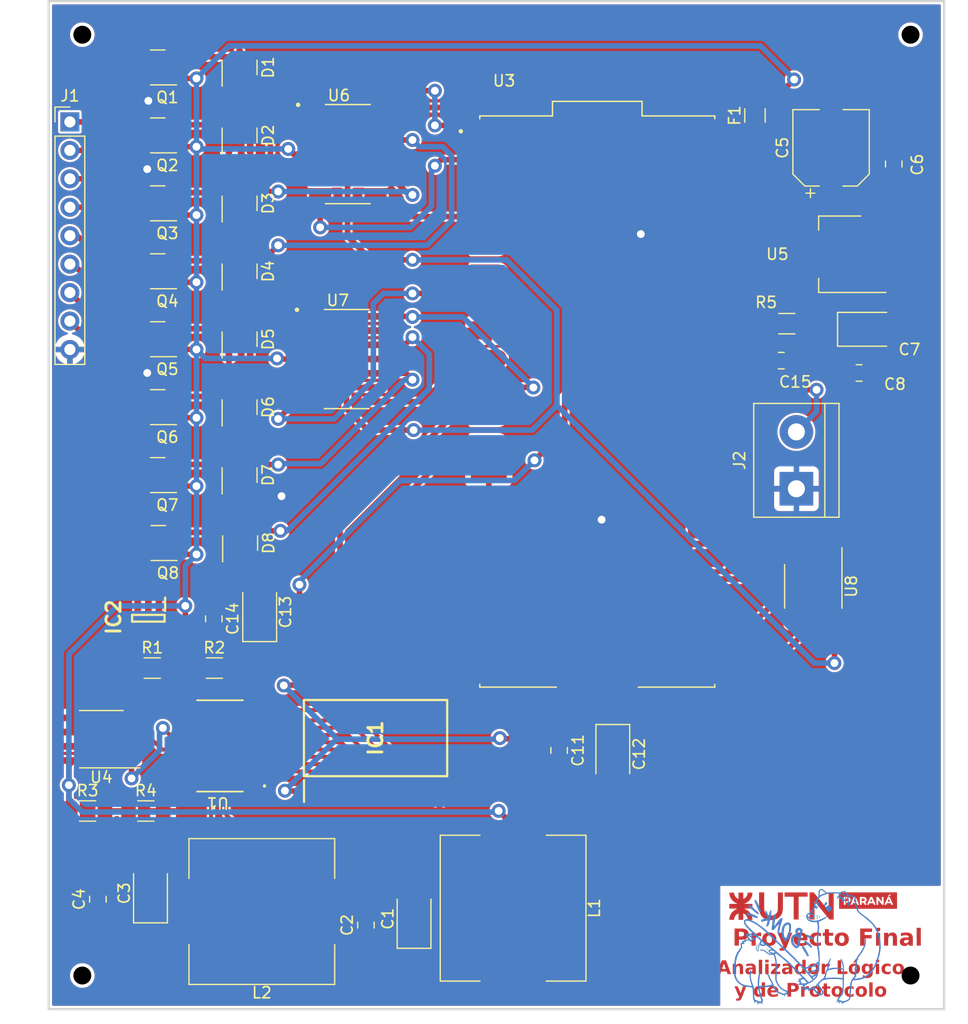
<source format=kicad_pcb>
(kicad_pcb (version 20221018) (generator pcbnew)
  (layers (0 "F.Cu" signal) (31 "B.Cu" signal) (34 "B.Paste" user) (35 "F.Paste" user) (36 "B.SilkS" user "B.Silkscreen") (37 "F.SilkS" user "F.Silkscreen") (38 "B.Mask" user) (39 "F.Mask" user) (44 "Edge.Cuts" user))
  (net 0 "")
  (net 1 "+5VD")
  (net 2 "GND")
  (net 3 "+5VA")
  (net 4 "+5V")
  (net 5 "+3.3V")
  (net 6 "/ResetButton")
  (net 8 "Net-(J1-Pin_1)")
  (net 10 "Net-(J1-Pin_2)")
  (net 12 "Net-(J1-Pin_3)")
  (net 14 "Net-(J1-Pin_4)")
  (net 17 "Net-(J1-Pin_5)")
  (net 19 "Net-(J1-Pin_6)")
  (net 21 "Net-(J1-Pin_7)")
  (net 24 "Net-(IC2-+IN)")
  (net 25 "Net-(U3-VBUS)")
  (net 26 "Net-(IC1-A1)")
  (net 27 "Net-(IC1-A2)")
  (net 28 "Net-(IC1-A3)")
  (net 29 "Net-(IC1-A4)")
  (net 30 "Net-(IC1-A5)")
  (net 31 "Net-(IC1-A6)")
  (net 32 "Net-(IC1-A7)")
  (net 33 "Net-(IC1-A8)")
  (net 34 "/ADC_ParallelPort7")
  (net 35 "/ADC_ParallelPort6")
  (net 36 "/ADC_ParallelPort5")
  (net 37 "/ADC_ParallelPort4")
  (net 38 "/ADC_ParallelPort3")
  (net 39 "/ADC_ParallelPort2")
  (net 40 "/ADC_ParallelPort1")
  (net 41 "/ADC_ParallelPort0")
  (net 42 "Net-(IC2--IN)")
  (net 43 "/ADC_MCU")
  (net 44 "Net-(U4A-+)")
  (net 45 "/ADC_CLK")
  (net 46 "/ADC_TOP_REF")
  (net 47 "/AnalogComp_Out0")
  (net 49 "/AnalogComp_Out1")
  (net 50 "/AnalogComp_Out2")
  (net 51 "/AnalogComp_Out3")
  (net 52 "/AnalogComp_Out4")
  (net 53 "/AnalogComp_Out5")
  (net 54 "/AnalogComp_Out6")
  (net 55 "/AnalogComp_Out7")
  (net 65 "/DAC.SDI")
  (net 66 "/DAC.SCK")
  (net 67 "/DAC.CS")
  (net 76 "/DAC_OUT")
  (footprint "footprints:MTC24_TEX" (layer "F.Cu") (at 65.3 116.5 180)
    (fp_text reference "U1")
    (fp_text value "ADC1175CIMTC/NOPB")
  )
  (footprint "Package_TO_SOT_SMD:SOT-23" (layer "F.Cu") (at 67.05 80.186784 90)
    (fp_text reference "D5")
    (fp_text value "BAT54C")
  )
  (footprint "MAX9108ESD_:SOIC127P600X175-14N" (layer "F.Cu") (at 76.725 63.66)
    (fp_text reference "U6")
    (fp_text value "MAX9108ESD_")
  )
  (footprint "Package_TO_SOT_SMD:SOT-23" (layer "F.Cu") (at 67.05 74.120713 90)
    (fp_text reference "D4")
    (fp_text value "BAT54C")
  )
  (footprint "Resistor_SMD:R_1206_3216Metric_Pad1.30x1.75mm_HandSolder" (layer "F.Cu") (at 53.475 122.309999)
    (fp_text reference "R3")
    (fp_text value "150k")
  )
  (footprint "MountingHole:MountingHole_2.5mm" (layer "F.Cu") (at 53 137)
    (fp_text reference "H1" hide)
    (fp_text value "MountingHole")
  )
  (footprint "Capacitor_SMD:C_0805_2012Metric_Pad1.18x1.45mm_HandSolder" (layer "F.Cu") (at 64.75 105.15 -90)
    (fp_text reference "C14")
    (fp_text value "100nF")
  )
  (footprint "Package_TO_SOT_SMD:SOT-23" (layer "F.Cu") (at 59.74 80.186784 180)
    (fp_text reference "Q5")
    (fp_text value "BC807")
  )
  (footprint "SN74LVTH245A-DWR:SOIC127P1030X265-20N" (layer "F.Cu") (at 79.2 115.8 90)
    (fp_text reference "IC1")
    (fp_text value "SN74LVTH245ADWR" hide)
  )
  (footprint "Resistor_SMD:R_1206_3216Metric_Pad1.30x1.75mm_HandSolder" (layer "F.Cu") (at 115.95 78.8 180)
    (fp_text reference "R5")
    (fp_text value "150k")
  )
  (footprint "Package_TO_SOT_SMD:SOT-23" (layer "F.Cu") (at 59.74 74.120713 180)
    (fp_text reference "Q4")
    (fp_text value "BC807")
  )
  (footprint "Capacitor_SMD:C_0805_2012Metric_Pad1.18x1.45mm_HandSolder" (layer "F.Cu") (at 115.45 82.1)
    (fp_text reference "C15")
    (fp_text value "10nF")
  )
  (footprint "MountingHole:MountingHole_2.5mm" (layer "F.Cu") (at 127 137)
    (fp_text reference "H2" hide)
    (fp_text value "MountingHole")
  )
  (footprint "Capacitor_Tantalum_SMD:CP_EIA-3528-15_AVX-H_Pad1.50x2.35mm_HandSolder" (layer "F.Cu") (at 68.85 104.55 90)
    (fp_text reference "C13")
    (fp_text value "10uF")
  )
  (footprint "Package_TO_SOT_SMD:SOT-23" (layer "F.Cu") (at 59.74 92.318926 180)
    (fp_text reference "Q7")
    (fp_text value "BC807")
  )
  (footprint "Fuse:Fuse_1206_3216Metric_Pad1.42x1.75mm_HandSolder" (layer "F.Cu") (at 113.1 60.2125 90)
    (fp_text reference "F1")
    (fp_text value "Fuse")
  )
  (footprint "Package_TO_SOT_SMD:SOT-23" (layer "F.Cu") (at 67.05 92.318926 90)
    (fp_text reference "D7")
    (fp_text value "BAT54C")
  )
  (footprint "Package_TO_SOT_SMD:SOT-23" (layer "F.Cu") (at 59.74 68.054642 180)
    (fp_text reference "Q3")
    (fp_text value "BC807")
  )
  (footprint "Connector_PinHeader_2.54mm:PinHeader_1x09_P2.54mm_Vertical" (layer "F.Cu") (at 51.89 60.785)
    (fp_text reference "J1")
    (fp_text value "Conn_01x09_Pin")
  )
  (footprint "Package_SO:SOIC-8_3.9x4.9mm_P1.27mm" (layer "F.Cu") (at 54.7 115.9 180)
    (fp_text reference "U4")
    (fp_text value "LM358")
  )
  (footprint "Capacitor_SMD:C_0805_2012Metric_Pad1.18x1.45mm_HandSolder" (layer "F.Cu") (at 54.39 130.185 90)
    (fp_text reference "C4")
    (fp_text value "100nF")
  )
  (footprint "Resistor_SMD:R_1206_3216Metric_Pad1.30x1.75mm_HandSolder" (layer "F.Cu") (at 58.675 122.309999)
    (fp_text reference "R4")
    (fp_text value "150k")
  )
  (footprint "Capacitor_Tantalum_SMD:CP_EIA-3528-15_AVX-H_Pad1.50x2.35mm_HandSolder" (layer "F.Cu") (at 82.64 131.935 90)
    (fp_text reference "C1")
    (fp_text value "10uF")
  )
  (footprint "MountingHole:MountingHole_2.5mm" (layer "F.Cu") (at 127 53)
    (fp_text reference "H4" hide)
    (fp_text value "MountingHole")
  )
  (footprint "RaspberryPiPico:MODULE_SC0915" (layer "F.Cu") (at 99.01 85.75)
    (fp_text reference "U3")
    (fp_text value "Raspberry Pi Pico")
  )
  (footprint "Resistor_SMD:R_1206_3216Metric_Pad1.30x1.75mm_HandSolder" (layer "F.Cu") (at 59.25 109.549999)
    (fp_text reference "R1")
    (fp_text value "150")
  )
  (footprint "Package_TO_SOT_SMD:SOT-23" (layer "F.Cu") (at 67.1 98.385 90)
    (fp_text reference "D8")
    (fp_text value "BAT54C")
  )
  (footprint "Capacitor_SMD:C_0805_2012Metric_Pad1.18x1.45mm_HandSolder" (layer "F.Cu") (at 122.4 83.2)
    (fp_text reference "C8")
    (fp_text value "100nF")
  )
  (footprint "MountingHole:MountingHole_2.5mm" (layer "F.Cu") (at 53 53)
    (fp_text reference "H3" hide)
    (fp_text value "MountingHole")
  )
  (footprint "Capacitor_Tantalum_SMD:CP_EIA-3528-15_AVX-H_Pad1.50x2.35mm_HandSolder" (layer "F.Cu") (at 100.4 117.225 -90)
    (fp_text reference "C12")
    (fp_text value "10uF")
  )
  (footprint "ADA4891-1ARJZ-RL:SOT95P280X145-5N" (layer "F.Cu") (at 58.9 105.1 -90)
    (fp_text reference "IC2")
    (fp_text value "ADA4891-1ARJZ-RL" hide)
  )
  (footprint "Inductor_SMD:L_Sunlord_SWRB1205S" (layer "F.Cu") (at 69.04 131.285 180)
    (fp_text reference "L2")
    (fp_text value "330uH")
  )
  (footprint "Capacitor_SMD:CP_Elec_6.3x7.7" (layer "F.Cu") (at 119.9 63.1 90)
    (fp_text reference "C5")
    (fp_text value "100uF")
  )
  (footprint "Package_TO_SOT_SMD:SOT-23" (layer "F.Cu") (at 59.74 55.9225 180)
    (fp_text reference "Q1")
    (fp_text value "BC807")
  )
  (footprint "Package_TO_SOT_SMD:SOT-223-3_TabPin2" (layer "F.Cu") (at 120.7 72.6 180)
    (fp_text reference "U5")
    (fp_text value "AMS1117-3.3")
  )
  (footprint "Package_TO_SOT_SMD:SOT-23" (layer "F.Cu") (at 59.74 86.252855 180)
    (fp_text reference "Q6")
    (fp_text value "BC807")
  )
  (footprint "Capacitor_SMD:C_0805_2012Metric_Pad1.18x1.45mm_HandSolder" (layer "F.Cu") (at 95.6 116.9 -90)
    (fp_text reference "C11")
    (fp_text value "100nF")
  )
  (footprint "Package_TO_SOT_SMD:SOT-23" (layer "F.Cu") (at 67.05 86.252855 90)
    (fp_text reference "D6")
    (fp_text value "BAT54C")
  )
  (footprint "Package_TO_SOT_SMD:SOT-23" (layer "F.Cu") (at 67.05 61.988571 90)
    (fp_text reference "D2")
    (fp_text value "BAT54C")
  )
  (footprint "Package_TO_SOT_SMD:SOT-23" (layer "F.Cu") (at 67.05 55.9225 90)
    (fp_text reference "D1")
    (fp_text value "BAT54C")
  )
  (footprint "TerminalBlock:TerminalBlock_bornier-2_P5.08mm" (layer "F.Cu") (at 116.8 93.54 90)
    (fp_text reference "J2")
    (fp_text value "Screw_Terminal_01x02")
  )
  (footprint "Package_TO_SOT_SMD:SOT-23" (layer "F.Cu") (at 67.05 68.054642 90)
    (fp_text reference "D3")
    (fp_text value "BAT54C")
  )
  (footprint "Capacitor_Tantalum_SMD:CP_EIA-3528-15_AVX-H_Pad1.50x2.35mm_HandSolder" (layer "F.Cu") (at 59.09 129.66 90)
    (fp_text reference "C3")
    (fp_text value "10uF")
  )
  (footprint "Capacitor_SMD:C_0805_2012Metric_Pad1.18x1.45mm_HandSolder" (layer "F.Cu") (at 125.5 64.55 90)
    (fp_text reference "C6")
    (fp_text value "100nF")
  )
  (footprint "MAX9108ESD_:SOIC127P600X175-14N" (layer "F.Cu") (at 76.625 81.96)
    (fp_text reference "U7")
    (fp_text value "MAX9108ESD_")
  )
  (footprint "Package_TO_SOT_SMD:SOT-23" (layer "F.Cu") (at 59.74 61.988571 180)
    (fp_text reference "Q2")
    (fp_text value "BC807")
  )
  (footprint "Package_SO:SOIC-8_3.9x4.9mm_P1.27mm" (layer "F.Cu") (at 118.31 102.25 -90)
    (fp_text reference "U8")
    (fp_text value "MCP4821")
  )
  (footprint "Capacitor_SMD:C_0805_2012Metric_Pad1.18x1.45mm_HandSolder" (layer "F.Cu") (at 78.34 132.4975 90)
    (fp_text reference "C2")
    (fp_text value "100nF")
  )
  (footprint "Capacitor_Tantalum_SMD:CP_EIA-3528-15_AVX-H_Pad1.50x2.35mm_HandSolder" (layer "F.Cu") (at 123.1125 79.3)
    (fp_text reference "C7")
    (fp_text value "10uF")
  )
  (footprint "Inductor_SMD:L_Sunlord_SWRB1205S" (layer "F.Cu") (at 91.49 130.985 -90)
    (fp_text reference "L1")
    (fp_text value "330uH")
  )
  (footprint "Package_TO_SOT_SMD:SOT-23" (layer "F.Cu") (at 59.79 98.385 180)
    (fp_text reference "Q8")
    (fp_text value "BC807")
  )
  (footprint "Resistor_SMD:R_1206_3216Metric_Pad1.30x1.75mm_HandSolder" (layer "F.Cu") (at 64.8 109.549999)
    (fp_text reference "R2")
    (fp_text value "150")
  )
  (gr_poly (pts (xy 121.284286 130.120019) (xy 121.299723 130.120461) (xy 121.315096 130.121158) (xy 121.329967 130.122079) (xy 121.343901 130.123192) (xy 121.356463 130.124465) (xy 121.367216 130.125866) (xy 121.375724 130.127365) (xy 121.381706 130.128768) (xy 121.387517 130.130376) (xy 121.393157 130.132183) (xy 121.398621 130.134186) (xy 121.403907 130.136382) (xy 121.409012 130.138767) (xy 121.413934 130.141336) (xy 121.41867 130.144087) (xy 121.423218 130.147016) (xy 121.427573 130.150118) (xy 121.431735 130.15339) (xy 121.435699 130.156828) (xy 121.439464 130.16043) (xy 121.443026 130.164189) (xy 121.446383 130.168104) (xy 121.449532 130.17217) (xy 121.452471 130.176384) (xy 121.455196 130.180742) (xy 121.457705 130.18524) (xy 121.459995 130.189874) (xy 121.462064 130.19464) (xy 121.463909 130.199536) (xy 121.465526 130.204556) (xy 121.466914 130.209698) (xy 121.46807 130.214958) (xy 121.46899 130.220331) (xy 121.469672 130.225814) (xy 121.470114 130.231404) (xy 121.470313 130.237097) (xy 121.470265 130.242888) (xy 121.469969 130.248775) (xy 121.469421 130.254753) (xy 121.468509 130.261878) (xy 121.467266 130.268662) (xy 121.465683 130.275123) (xy 121.463749 130.281276) (xy 121.461454 130.287137) (xy 121.458789 130.292723) (xy 121.455745 130.298048) (xy 121.45231 130.303129) (xy 121.448476 130.307982) (xy 121.444232 130.312624) (xy 121.439569 130.317069) (xy 121.434477 130.321334) (xy 121.428946 130.325435) (xy 121.422966 130.329388) (xy 121.416528 130.333209) (xy 121.409622 130.336914) (xy 121.40475 130.33934) (xy 121.40007 130.3415) (xy 121.395464 130.34341) (xy 121.390814 130.345085) (xy 121.386001 130.346539) (xy 121.38091 130.347789) (xy 121.37542 130.348848) (xy 121.369415 130.349731) (xy 121.362776 130.350455) (xy 121.355387 130.351033) (xy 121.347128 130.351481) (xy 121.337882 130.351814) (xy 121.327532 130.352047) (xy 121.315959 130.352195) (xy 121.288673 130.352295) (xy 121.197776 130.352295) (xy 121.197814 130.236107) (xy 121.197814 130.119865) (xy 121.269218 130.119865)) (fill solid) (layer "F.Cu"))
  (gr_poly (pts (xy 113.847063 129.573827) (xy 113.873683 129.574694) (xy 113.890829 129.576346) (xy 113.896671 129.577514) (xy 113.901129 129.578934) (xy 113.904533 129.580626) (xy 113.90721 129.582608) (xy 113.911697 129.587517) (xy 113.912752 129.588885) (xy 113.913742 129.590385) (xy 113.914669 129.592088) (xy 113.915534 129.594065) (xy 113.916339 129.596387) (xy 113.917084 129.599123) (xy 113.917772 129.602346) (xy 113.918402 129.606124) (xy 113.918977 129.61053) (xy 113.919497 129.615633) (xy 113.919964 129.621505) (xy 113.92038 129.628216) (xy 113.920744 129.635836) (xy 113.921059 129.644437) (xy 113.921546 129.664862) (xy 113.921851 129.690058) (xy 113.921982 129.720588) (xy 113.921951 129.757018) (xy 113.921767 129.799914) (xy 113.92098 129.907365) (xy 113.9197 130.047462) (xy 113.918528 130.447017) (xy 113.922313 130.778522) (xy 113.930768 131.023979) (xy 113.936656 131.108815) (xy 113.943603 131.16539) (xy 113.949841 131.197494) (xy 113.956728 131.228056) (xy 113.9643 131.257144) (xy 113.97259 131.284821) (xy 113.981636 131.311153) (xy 113.99147 131.336206) (xy 114.00213 131.360044) (xy 114.013649 131.382734) (xy 114.026062 131.40434) (xy 114.039406 131.424929) (xy 114.053715 131.444564) (xy 114.069023 131.463312) (xy 114.085367 131.481239) (xy 114.102781 131.498408) (xy 114.1213 131.514886) (xy 114.14096 131.530739) (xy 114.157519 131.542964) (xy 114.174356 131.554393) (xy 114.191543 131.56505) (xy 114.209152 131.574958) (xy 114.227253 131.584142) (xy 114.245918 131.592625) (xy 114.26522 131.600432) (xy 114.285228 131.607587) (xy 114.306016 131.614112) (xy 114.327654 131.620033) (xy 114.350214 131.625374) (xy 114.373767 131.630157) (xy 114.398386 131.634408) (xy 114.424141 131.63815) (xy 114.451104 131.641407) (xy 114.479347 131.644203) (xy 114.503657 131.645962) (xy 114.527978 131.646921) (xy 114.552274 131.647085) (xy 114.576509 131.64646) (xy 114.600649 131.645053) (xy 114.624658 131.642871) (xy 114.6485 131.639918) (xy 114.67214 131.636202) (xy 114.695542 131.631728) (xy 114.718671 131.626502) (xy 114.741491 131.620531) (xy 114.763968 131.613821) (xy 114.786065 131.606378) (xy 114.807747 131.598208) (xy 114.828978 131.589317) (xy 114.849723 131.579712) (xy 114.872135 131.568149) (xy 114.893517 131.55573) (xy 114.913906 131.54241) (xy 114.933337 131.528145) (xy 114.951847 131.512891) (xy 114.969472 131.496604) (xy 114.986248 131.479239) (xy 115.002211 131.460752) (xy 115.017397 131.4411) (xy 115.031843 131.420237) (xy 115.045584 131.398119) (xy 115.058656 131.374703) (xy 115.071095 131.349944) (xy 115.082939 131.323797) (xy 115.094221 131.29622) (xy 115.10498 131.267166) (xy 115.112341 131.246009) (xy 115.118791 131.226107) (xy 115.124388 131.206108) (xy 115.126885 131.19565) (xy 115.129193 131.18466) (xy 115.131318 131.172971) (xy 115.133267 131.160412) (xy 115.135049 131.146815) (xy 115.13667 131.132012) (xy 115.138139 131.115832) (xy 115.139463 131.098108) (xy 115.141705 131.057348) (xy 115.143458 131.008382) (xy 115.14478 130.949856) (xy 115.145734 130.880421) (xy 115.146379 130.798724) (xy 115.146985 130.593136) (xy 115.147079 130.322281) (xy 115.147079 129.579552) (xy 115.370986 129.581352) (xy 115.594886 129.583153) (xy 115.596885 130.266838) (xy 115.596395 130.801553) (xy 115.594647 130.969829) (xy 115.591888 131.063331) (xy 115.58646 131.128121) (xy 115.578798 131.190692) (xy 115.568899 131.251044) (xy 115.563109 131.280388) (xy 115.556759 131.309177) (xy 115.549849 131.337411) (xy 115.542377 131.36509) (xy 115.534345 131.392214) (xy 115.52575 131.418782) (xy 115.516593 131.444795) (xy 115.506874 131.470252) (xy 115.496593 131.495154) (xy 115.485748 131.519501) (xy 115.471007 131.549451) (xy 115.454559 131.579249) (xy 115.436503 131.608795) (xy 115.416934 131.637985) (xy 115.395951 131.66672) (xy 115.37365 131.694897) (xy 115.350128 131.722414) (xy 115.325483 131.749171) (xy 115.299811 131.775066) (xy 115.273209 131.799996) (xy 115.245776 131.823861) (xy 115.217606 131.846559) (xy 115.188799 131.867989) (xy 115.15945 131.888049) (xy 115.129657 131.906637) (xy 115.099517 131.923652) (xy 115.065741 131.940499) (xy 115.02956 131.956253) (xy 114.991208 131.970877) (xy 114.950922 131.984329) (xy 114.908936 131.996572) (xy 114.865486 132.007567) (xy 114.820806 132.017272) (xy 114.775133 132.025651) (xy 114.7287 132.032662) (xy 114.681743 132.038268) (xy 114.634497 132.042428) (xy 114.587198 132.045104) (xy 114.540081 132.046256) (xy 114.493379 132.045845) (xy 114.44733 132.043831) (xy 114.402168 132.040176) (xy 114.402 132.040191) (xy 114.363612 132.035774) (xy 114.325453 132.030276) (xy 114.287608 132.023727) (xy 114.25016 132.016156) (xy 114.213194 132.00759) (xy 114.176792 131.99806) (xy 114.14104 131.987592) (xy 114.10602 131.976217) (xy 114.071818 131.963963) (xy 114.038515 131.950858) (xy 114.006198 131.936931) (xy 113.974948 131.922211) (xy 113.944851 131.906726) (xy 113.91599 131.890506) (xy 113.888449 131.873578) (xy 113.862312 131.855972) (xy 113.849749 131.846829) (xy 113.836667 131.836799) (xy 113.823187 131.825998) (xy 113.809431 131.814543) (xy 113.781573 131.790135) (xy 113.754066 131.764506) (xy 113.727881 131.738588) (xy 113.703989 131.713312) (xy 113.693206 131.701206) (xy 113.683361 131.689609) (xy 113.674575 131.678639) (xy 113.666969 131.668411) (xy 113.653623 131.648769) (xy 113.640259 131.627428) (xy 113.626952 131.604568) (xy 113.613778 131.580371) (xy 113.600811 131.555016) (xy 113.588127 131.528684) (xy 113.5758 131.501556) (xy 113.563906 131.473813) (xy 113.55252 131.445634) (xy 113.541717 131.417201) (xy 113.531571 131.388694) (xy 113.522159 131.360293) (xy 113.513554 131.332179) (xy 113.505833 131.304533) (xy 113.499069 131.277535) (xy 113.493339 131.251365) (xy 113.488602 131.227063) (xy 113.484419 131.203244) (xy 113.48076 131.178802) (xy 113.477594 131.152631) (xy 113.47489 131.123625) (xy 113.472616 131.090676) (xy 113.470742 131.05268) (xy 113.469237 131.00853) (xy 113.468069 130.95712) (xy 113.467208 130.897344) (xy 113.46628 130.748268) (xy 113.466205 130.552452) (xy 113.466735 130.301048) (xy 113.468734 129.576347) (xy 113.684097 129.574447) (xy 113.808343 129.573597)) (fill solid) (layer "F.Cu"))
  (gr_poly (pts (xy 112.868133 129.680595) (xy 112.866122 129.712484) (xy 112.863084 129.743967) (xy 112.859008 129.775072) (xy 112.853883 129.805826) (xy 112.8477 129.836257) (xy 112.840448 129.866391) (xy 112.832117 129.896257) (xy 112.822696 129.925881) (xy 112.812175 129.955291) (xy 112.800544 129.984514) (xy 112.787792 130.013578) (xy 112.773908 130.04251) (xy 112.758883 130.071337) (xy 112.742706 130.100087) (xy 112.725367 130.128786) (xy 112.706855 130.157463) (xy 112.682405 130.192799) (xy 112.657027 130.226812) (xy 112.630696 130.259521) (xy 112.603388 130.290946) (xy 112.57508 130.321106) (xy 112.545746 130.350021) (xy 112.515363 130.37771) (xy 112.483906 130.404194) (xy 112.451352 130.429491) (xy 112.417675 130.453622) (xy 112.382852 130.476606) (xy 112.346859 130.498462) (xy 112.309671 130.51921) (xy 112.271264 130.53887) (xy 112.231614 130.557462) (xy 112.190696 130.575004) (xy 112.134895 130.597847) (xy 112.494163 130.598144) (xy 112.664614 130.598693) (xy 112.776836 130.600151) (xy 112.813849 130.601287) (xy 112.839591 130.60273) (xy 112.855156 130.604507) (xy 112.859465 130.605528) (xy 112.86164 130.606643) (xy 112.863698 130.613021) (xy 112.865481 130.627034) (xy 112.868224 130.673606) (xy 112.869869 130.73763) (xy 112.870418 130.810382) (xy 112.869869 130.883133) (xy 112.868224 130.947156) (xy 112.865481 130.993726) (xy 112.863698 131.007738) (xy 112.86164 131.014114) (xy 112.860824 131.014684) (xy 112.859489 131.01523) (xy 112.855194 131.016252) (xy 112.848619 131.017186) (xy 112.839629 131.018033) (xy 112.82809 131.018797) (xy 112.813865 131.019482) (xy 112.776819 131.020628) (xy 112.727408 131.021497) (xy 112.66455 131.022116) (xy 112.587162 131.022512) (xy 112.494163 131.022713) (xy 112.296413 131.023221) (xy 112.191678 131.024722) (xy 112.166188 131.026122) (xy 112.15435 131.028104) (xy 112.152549 131.029347) (xy 112.152961 131.030778) (xy 112.158821 131.034256) (xy 112.234271 131.070142) (xy 112.300107 131.103473) (xy 112.329902 131.119491) (xy 112.357872 131.135243) (xy 112.384211 131.150854) (xy 112.409112 131.166448) (xy 112.432766 131.182151) (xy 112.455369 131.198085) (xy 112.477111 131.214377) (xy 112.498188 131.231149) (xy 112.518791 131.248528) (xy 112.539113 131.266636) (xy 112.559348 131.285599) (xy 112.579689 131.305542) (xy 112.605441 131.332157) (xy 112.629901 131.359182) (xy 112.653089 131.386656) (xy 112.675027 131.414618) (xy 112.695735 131.443106) (xy 112.715234 131.47216) (xy 112.733545 131.501817) (xy 112.75069 131.532117) (xy 112.766689 131.563098) (xy 112.781563 131.594799) (xy 112.795333 131.627259) (xy 112.80802 131.660517) (xy 112.819645 131.694611) (xy 112.830229 131.729581) (xy 112.839793 131.765464) (xy 112.848358 131.802299) (xy 112.854378 131.833194) (xy 112.860113 131.86795) (xy 112.865296 131.904214) (xy 112.869658 131.939636) (xy 112.872933 131.971863) (xy 112.874853 131.998545) (xy 112.87515 132.017329) (xy 112.874607 132.023024) (xy 112.873558 132.025863) (xy 112.867765 132.027274) (xy 112.85413 132.028541) (xy 112.807766 132.030622) (xy 112.743344 132.032061) (xy 112.669742 132.032813) (xy 112.595837 132.032834) (xy 112.530505 132.032079) (xy 112.482625 132.030503) (xy 112.468004 132.029393) (xy 112.461074 132.028061) (xy 112.460127 132.027516) (xy 112.459215 132.026911) (xy 112.458337 132.026237) (xy 112.457491 132.025491) (xy 112.456676 132.024666) (xy 112.455889 132.023755) (xy 112.455131 132.022753) (xy 112.454398 132.021655) (xy 112.45369 132.020453) (xy 112.453005 132.019143) (xy 112.452341 132.017718) (xy 112.451697 132.016172) (xy 112.451071 132.014499) (xy 112.450462 132.012694) (xy 112.449868 132.01075) (xy 112.449288 132.008662) (xy 112.448719 132.006423) (xy 112.448162 132.004029) (xy 112.447612 132.001471) (xy 112.447071 131.998746) (xy 112.446003 131.992767) (xy 112.444946 131.986043) (xy 112.443887 131.978529) (xy 112.442813 131.970175) (xy 112.441713 131.960934) (xy 112.440574 131.95076) (xy 112.438742 131.935576) (xy 112.436317 131.919423) (xy 112.433411 131.902796) (xy 112.430136 131.886191) (xy 112.426603 131.870104) (xy 112.422924 131.85503) (xy 112.41921 131.841464) (xy 112.415573 131.829902) (xy 112.405556 131.802909) (xy 112.394106 131.776338) (xy 112.381282 131.750258) (xy 112.367144 131.724735) (xy 112.351749 131.699836) (xy 112.335156 131.67563) (xy 112.317424 131.652182) (xy 112.298611 131.629561) (xy 112.278777 131.607834) (xy 112.25798 131.587067) (xy 112.236279 131.567329) (xy 112.213732 131.548686) (xy 112.190399 131.531205) (xy 112.166337 131.514955) (xy 112.141606 131.500001) (xy 112.116264 131.486412) (xy 112.095443 131.476092) (xy 112.077866 131.46764) (xy 112.065389 131.461929) (xy 112.061643 131.460374) (xy 112.059867 131.459831) (xy 112.059493 131.461303) (xy 112.059122 131.465622) (xy 112.058399 131.482219) (xy 112.057119 131.543176) (xy 112.056213 131.633394) (xy 112.05587 131.743561) (xy 112.05587 132.02729) (xy 111.937942 132.027321) (xy 111.885391 132.027626) (xy 111.829533 132.028439) (xy 111.77703 132.029643) (xy 111.734542 132.03112) (xy 111.71443 132.03188) (xy 111.696555 132.032285) (xy 111.680933 132.032335) (xy 111.667579 132.032033) (xy 111.656508 132.031379) (xy 111.647735 132.030374) (xy 111.644216 132.029741) (xy 111.641276 132.029021) (xy 111.638919 132.028214) (xy 111.637146 132.027321) (xy 111.638214 132.027344) (xy 111.637203 132.026638) (xy 111.63625 132.025808) (xy 111.635353 132.024813) (xy 111.634511 132.023611) (xy 111.633722 132.022162) (xy 111.632984 132.020424) (xy 111.632296 132.018356) (xy 111.631655 132.015918) (xy 111.631061 132.013069) (xy 111.630511 132.009767) (xy 111.630004 132.005972) (xy 111.629538 132.001643) (xy 111.629111 131.996738) (xy 111.628722 131.991218) (xy 111.628369 131.98504) (xy 111.62805 131.978164) (xy 111.627764 131.970548) (xy 111.627508 131.962153) (xy 111.627083 131.942858) (xy 111.62676 131.91995) (xy 111.626527 131.893103) (xy 111.626369 131.861989) (xy 111.626273 131.826278) (xy 111.626213 131.739761) (xy 111.626213 131.459701) (xy 111.600616 131.470352) (xy 111.584243 131.477652) (xy 111.567479 131.486081) (xy 111.550426 131.495554) (xy 111.533183 131.505989) (xy 111.515853 131.517305) (xy 111.498537 131.529418) (xy 111.481335 131.542245) (xy 111.46435 131.555705) (xy 111.447683 131.569714) (xy 111.431434 131.584191) (xy 111.415705 131.599051) (xy 111.400597 131.614214) (xy 111.386212 131.629596) (xy 111.37265 131.645114) (xy 111.360014 131.660687) (xy 111.348403 131.676231) (xy 111.336337 131.693865) (xy 111.324764 131.71224) (xy 111.313723 131.731247) (xy 111.303253 131.750776) (xy 111.293395 131.770718) (xy 111.284187 131.790963) (xy 111.27567 131.811401) (xy 111.267881 131.831923) (xy 111.260861 131.85242) (xy 111.254649 131.87278) (xy 111.249285 131.892896) (xy 111.244808 131.912657) (xy 111.241257 131.931954) (xy 111.238672 131.950677) (xy 111.237092 131.968716) (xy 111.236557 131.985962) (xy 111.236557 132.027344) (xy 110.802047 132.027344) (xy 110.807045 131.95726) (xy 110.815174 131.882728) (xy 110.828409 131.809738) (xy 110.846614 131.738474) (xy 110.869656 131.669117) (xy 110.897398 131.601852) (xy 110.929706 131.53686) (xy 110.966445 131.474324) (xy 111.00748 131.414429) (xy 111.052677 131.357355) (xy 111.1019 131.303287) (xy 111.155015 131.252407) (xy 111.211886 131.204898) (xy 111.27238 131.160943) (xy 111.33636 131.120725) (xy 111.403693 131.084427) (xy 111.474243 131.052231) (xy 111.537742 131.025741) (xy 111.171714 131.023941) (xy 110.805671 131.02214) (xy 110.805671 130.59845) (xy 111.179992 130.598388) (xy 111.554313 130.598327) (xy 111.477912 130.56501) (xy 111.42033 130.538437) (xy 111.36527 130.510041) (xy 111.312736 130.479822) (xy 111.262729 130.447785) (xy 111.215255 130.413933) (xy 111.170314 130.378269) (xy 111.127911 130.340795) (xy 111.088048 130.301515) (xy 111.050729 130.260433) (xy 111.015956 130.21755) (xy 110.983732 130.172871) (xy 110.95406 130.126398) (xy 110.926943 130.078134) (xy 110.902385 130.028083) (xy 110.880387 129.976247) (xy 110.860954 129.92263) (xy 110.85209 129.89385) (xy 110.84303 129.860532) (xy 110.834086 129.824125) (xy 110.825567 129.786077) (xy 110.817784 129.747835) (xy 110.811048 129.710847) (xy 110.805668 129.676561) (xy 110.801956 129.646423) (xy 110.796958 129.600273) (xy 111.228431 129.600273) (xy 111.232429 129.632751) (xy 111.236675 129.662103) (xy 111.241518 129.690227) (xy 111.24699 129.717194) (xy 111.253123 129.743077) (xy 111.259946 129.767946) (xy 111.267491 129.791874) (xy 111.275789 129.814932) (xy 111.284871 129.83719) (xy 111.294767 129.858722) (xy 111.305509 129.879598) (xy 111.317128 129.899889) (xy 111.329655 129.919668) (xy 111.34312 129.939006) (xy 111.357555 129.957974) (xy 111.37299 129.976644) (xy 111.389457 129.995086) (xy 111.399411 130.00556) (xy 111.410354 130.016575) (xy 111.421927 130.0278) (xy 111.433771 130.038906) (xy 111.445525 130.049563) (xy 111.45683 130.05944) (xy 111.467326 130.068209) (xy 111.476654 130.075538) (xy 111.495615 130.089239) (xy 111.51677 130.103617) (xy 111.53884 130.117902) (xy 111.560545 130.131321) (xy 111.580607 130.143102) (xy 111.597745 130.152473) (xy 111.604818 130.156013) (xy 111.61068 130.158662) (xy 111.615172 130.160321) (xy 111.618133 130.160896) (xy 111.618593 130.160647) (xy 111.619035 130.159895) (xy 111.619869 130.156868) (xy 111.620635 130.151776) (xy 111.621336 130.144581) (xy 111.621972 130.135248) (xy 111.622545 130.123736) (xy 111.623509 130.094031) (xy 111.624238 130.055165) (xy 111.624745 130.006835) (xy 111.625041 129.948742) (xy 111.625137 129.880585) (xy 111.625137 129.600273) (xy 112.055862 129.600273) (xy 112.055862 129.877167) (xy 112.056284 130.01197) (xy 112.057737 130.096969) (xy 112.058938 130.123639) (xy 112.060503 130.141274) (xy 112.062467 130.151012) (xy 112.063609 130.153275) (xy 112.064865 130.153992) (xy 112.065976 130.153895) (xy 112.067422 130.153627) (xy 112.06918 130.153195) (xy 112.071229 130.152608) (xy 112.073546 130.151876) (xy 112.07611 130.151006) (xy 112.081889 130.148889) (xy 112.08839 130.146329) (xy 112.095436 130.143394) (xy 112.102854 130.140154) (xy 112.110466 130.13668) (xy 112.130968 130.126335) (xy 112.151693 130.11433) (xy 112.172516 130.100793) (xy 112.193312 130.085854) (xy 112.213955 130.069642) (xy 112.23432 130.052284) (xy 112.254283 130.033909) (xy 112.273717 130.014646) (xy 112.292499 129.994624) (xy 112.310502 129.973971) (xy 112.327601 129.952816) (xy 112.343672 129.931288) (xy 112.358589 129.909514) (xy 112.372226 129.887624) (xy 112.38446 129.865746) (xy 112.395164 129.844009) (xy 112.3993 129.834561) (xy 112.403371 129.824426) (xy 112.407359 129.813679) (xy 112.411244 129.802391) (xy 112.418636 129.778492) (xy 112.425401 129.753316) (xy 112.431393 129.727449) (xy 112.436466 129.701478) (xy 112.440473 129.67599) (xy 112.442031 129.663611) (xy 112.443267 129.651573) (xy 112.448265 129.600265) (xy 112.872131 129.600265)) (fill solid) (layer "F.Cu"))
  (gr_poly (pts (xy 125.055588 130.167155) (xy 125.056807 130.169324) (xy 125.060439 130.176677) (xy 125.0655 130.187657) (xy 125.071787 130.201795) (xy 125.079102 130.218623) (xy 125.087242 130.237669) (xy 125.105201 130.28054) (xy 125.154098 130.398475) (xy 125.154302 130.39908) (xy 125.154349 130.399658) (xy 125.154232 130.40021) (xy 125.153947 130.400735) (xy 125.153486 130.401235) (xy 125.152844 130.40171) (xy 125.152016 130.402161) (xy 125.150996 130.402588) (xy 125.149777 130.402991) (xy 125.148354 130.403371) (xy 125.146721 130.403729) (xy 125.144873 130.404065) (xy 125.142803 130.404379) (xy 125.140506 130.404673) (xy 125.135207 130.4052) (xy 125.128928 130.405649) (xy 125.121625 130.406026) (xy 125.113249 130.406333) (xy 125.103755 130.406575) (xy 125.093096 130.406756) (xy 125.081226 130.40688) (xy 125.068097 130.406952) (xy 125.053665 130.406975) (xy 125.021598 130.406914) (xy 124.996946 130.406661) (xy 124.978804 130.406106) (xy 124.971893 130.405681) (xy 124.966271 130.405141) (xy 124.961825 130.40447) (xy 124.958443 130.403656) (xy 124.956011 130.402686) (xy 124.954418 130.401545) (xy 124.953549 130.40022) (xy 124.953292 130.398697) (xy 124.953534 130.396963) (xy 124.954162 130.395004) (xy 124.9542 130.395057) (xy 124.96755 130.360476) (xy 124.98287 130.322608) (xy 125.015038 130.246989) (xy 125.029694 130.214228) (xy 125.041937 130.188157) (xy 125.050672 130.171273) (xy 125.053381 130.167055) (xy 125.054261 130.166138) (xy 125.054801 130.166069)) (fill solid) (layer "F.Cu"))
  (gr_poly (pts (xy 125.79216 131.042854) (xy 120.616684 131.042854) (xy 120.616684 129.983139) (xy 121.033775 129.983139) (xy 121.033775 130.680496) (xy 121.197776 130.680496) (xy 121.197779 130.67338) (xy 121.623362 130.67338) (xy 121.623404 130.673949) (xy 121.623477 130.674222) (xy 121.623585 130.674487) (xy 121.62391 130.674996) (xy 121.624385 130.675475) (xy 121.625015 130.675925) (xy 121.625806 130.676347) (xy 121.626762 130.67674) (xy 121.62789 130.677105) (xy 121.629194 130.677443) (xy 121.630681 130.677754) (xy 121.632356 130.678038) (xy 121.634223 130.678296) (xy 121.63629 130.678528) (xy 121.63856 130.678736) (xy 121.64104 130.678918) (xy 121.643734 130.679075) (xy 121.64979 130.679319) (xy 121.656771 130.67947) (xy 121.664719 130.679531) (xy 121.67368 130.679506) (xy 121.683696 130.679398) (xy 121.694812 130.679211) (xy 121.707069 130.678947) (xy 121.793968 130.677048) (xy 121.822563 130.608711) (xy 121.851264 130.540344) (xy 122.170753 130.540344) (xy 122.22776 130.677078) (xy 122.31446 130.678978) (xy 122.331881 130.679265) (xy 122.34813 130.679314) (xy 122.362854 130.679139) (xy 122.375698 130.678757) (xy 122.386305 130.678185) (xy 122.394321 130.677436) (xy 122.397247 130.677001) (xy 122.399392 130.676528) (xy 122.400711 130.676019) (xy 122.401047 130.675752) (xy 122.401161 130.675476) (xy 122.39804 130.667407) (xy 122.389095 130.6464) (xy 122.356236 130.571256) (xy 122.307591 130.461429) (xy 122.248169 130.3283) (xy 122.095169 129.986526) (xy 122.013267 129.984627) (xy 121.945838 129.983063) (xy 122.469375 129.983063) (xy 122.469375 130.68042) (xy 122.633476 130.68042) (xy 122.633537 130.584549) (xy 122.633537 130.488602) (xy 122.707038 130.490501) (xy 122.78054 130.492401) (xy 122.804443 130.52745) (xy 122.868545 130.62146) (xy 122.908645 130.68042) (xy 123.092041 130.68042) (xy 123.088848 130.675858) (xy 123.107046 130.675858) (xy 123.107206 130.676118) (xy 123.107591 130.67637) (xy 123.108196 130.676614) (xy 123.110039 130.677075) (xy 123.112692 130.6775) (xy 123.116109 130.677885) (xy 123.120244 130.678231) (xy 123.125054 130.678533) (xy 123.130492 130.678791) (xy 123.143074 130.679164) (xy 123.157629 130.679333) (xy 123.173796 130.679281) (xy 123.191215 130.678993) (xy 123.278312 130.677093) (xy 123.306808 130.608711) (xy 123.335311 130.540344) (xy 123.655136 130.540344) (xy 123.683837 130.608711) (xy 123.712539 130.677078) (xy 123.801536 130.678978) (xy 123.890533 130.680878) (xy 123.890362 130.680496) (xy 123.952514 130.680496) (xy 124.116516 130.680496) (xy 124.117095 130.474342) (xy 124.117095 130.268188) (xy 124.131393 130.284622) (xy 124.142211 130.297384) (xy 124.160931 130.320027) (xy 124.211692 130.382126) (xy 124.279697 130.465137) (xy 124.350425 130.550873) (xy 124.379835 130.58657) (xy 124.40615 130.618956) (xy 124.426503 130.644463) (xy 124.438026 130.659523) (xy 124.452926 130.680496) (xy 124.59552 130.680496) (xy 124.59552 130.677719) (xy 124.663955 130.677719) (xy 124.664066 130.677868) (xy 124.664396 130.678016) (xy 124.665688 130.678304) (xy 124.667788 130.678581) (xy 124.670652 130.678848) (xy 124.6785 130.67934) (xy 124.68888 130.679769) (xy 124.701446 130.680123) (xy 124.715846 130.68039) (xy 124.731733 130.680559) (xy 124.748756 130.680618) (xy 124.833656 130.680618) (xy 124.863357 130.608787) (xy 124.863403 130.608665) (xy 124.893104 130.536835) (xy 125.052986 130.538635) (xy 125.212875 130.540436) (xy 125.240974 130.610412) (xy 125.269073 130.680389) (xy 125.356674 130.680488) (xy 125.383501 130.680455) (xy 125.404178 130.680216) (xy 125.419444 130.679667) (xy 125.425278 130.679244) (xy 125.430037 130.678704) (xy 125.433813 130.678034) (xy 125.436698 130.677222) (xy 125.438784 130.676254) (xy 125.440164 130.675116) (xy 125.440931 130.673797) (xy 125.441177 130.672283) (xy 125.440994 130.670561) (xy 125.440475 130.668617) (xy 125.427185 130.637529) (xy 125.393707 130.561751) (xy 125.286537 130.321647) (xy 125.136474 129.986641) (xy 124.970871 129.986641) (xy 124.817413 130.330749) (xy 124.709035 130.574618) (xy 124.663955 130.677719) (xy 124.59552 130.677719) (xy 124.59552 129.983139) (xy 124.431716 129.983139) (xy 124.427719 130.393692) (xy 124.092712 129.983291) (xy 123.952514 129.983139) (xy 123.952514 130.680496) (xy 123.890362 130.680496) (xy 123.781013 130.436264) (xy 123.625732 130.089104) (xy 123.579933 129.986549) (xy 123.497734 129.984649) (xy 123.415535 129.98275) (xy 123.262786 130.3265) (xy 123.107116 130.67559) (xy 123.107046 130.675858) (xy 123.088848 130.675858) (xy 123.059738 130.63427) (xy 122.997746 130.545052) (xy 122.976916 130.514291) (xy 122.961964 130.491334) (xy 122.952214 130.475109) (xy 122.949078 130.469186) (xy 122.946989 130.464545) (xy 122.945864 130.461051) (xy 122.945616 130.458571) (xy 122.946162 130.45697) (xy 122.947418 130.456116) (xy 122.950193 130.455087) (xy 122.953095 130.453808) (xy 122.959239 130.450539) (xy 122.96577 130.446389) (xy 122.972611 130.44144) (xy 122.979684 130.435772) (xy 122.98691 130.429467) (xy 122.994213 130.422605) (xy 123.001513 130.415268) (xy 123.008733 130.407536) (xy 123.015795 130.399491) (xy 123.02262 130.391213) (xy 123.029132 130.382784) (xy 123.035251 130.374285) (xy 123.0409 130.365796) (xy 123.046001 130.357399) (xy 123.050476 130.349174) (xy 123.057962 130.334238) (xy 123.061036 130.327742) (xy 123.063701 130.321714) (xy 123.065986 130.316019) (xy 123.067921 130.310522) (xy 123.069533 130.305087) (xy 123.070852 130.29958) (xy 123.071906 130.293866) (xy 123.072724 130.28781) (xy 123.073334 130.281276) (xy 123.073766 130.274129) (xy 123.074047 130.266235) (xy 123.074208 130.257459) (xy 123.074279 130.236717) (xy 123.074093 130.222457) (xy 123.073581 130.209171) (xy 123.072707 130.196763) (xy 123.071434 130.185135) (xy 123.069726 130.17419) (xy 123.067545 130.163832) (xy 123.064855 130.153962) (xy 123.061619 130.144483) (xy 123.057801 130.1353) (xy 123.053364 130.126313) (xy 123.04827 130.117427) (xy 123.042484 130.108544) (xy 123.035969 130.099567) (xy 123.028688 130.090398) (xy 123.020604 130.080941) (xy 123.01168 130.071098) (xy 123.004228 130.063459) (xy 122.996356 130.056126) (xy 122.988081 130.049106) (xy 122.979419 130.042409) (xy 122.970386 130.036043) (xy 122.961 130.030016) (xy 122.951276 130.024336) (xy 122.94123 130.019011) (xy 122.93088 130.014051) (xy 122.920242 130.009463) (xy 122.909332 130.005255) (xy 122.898167 130.001437) (xy 122.886763 129.998016) (xy 122.875136 129.995) (xy 122.863303 129.992398) (xy 122.85128 129.990219) (xy 122.839095 129.988794) (xy 122.821051 129.987464) (xy 122.798019 129.986258) (xy 122.770872 129.985205) (xy 122.740482 129.984335) (xy 122.707724 129.983678) (xy 122.673468 129.983261) (xy 122.638588 129.983116) (xy 122.469375 129.983063) (xy 121.945838 129.983063) (xy 121.931366 129.982727) (xy 121.779289 130.323059) (xy 121.623672 130.672149) (xy 121.623453 130.67278) (xy 121.623362 130.67338) (xy 121.197779 130.67338) (xy 121.197814 130.584785) (xy 121.197814 130.489075) (xy 121.305961 130.489075) (xy 121.333909 130.488934) (xy 121.358362 130.488495) (xy 121.379668 130.48773) (xy 121.398179 130.486611) (xy 121.414242 130.485113) (xy 121.428207 130.483207) (xy 121.440423 130.480867) (xy 121.45124 130.478065) (xy 121.470904 130.471721) (xy 121.489407 130.464684) (xy 121.506764 130.456938) (xy 121.522991 130.448467) (xy 121.538104 130.439254) (xy 121.552119 130.429281) (xy 121.565051 130.418534) (xy 121.576916 130.406995) (xy 121.587731 130.394647) (xy 121.59751 130.381474) (xy 121.606269 130.367459) (xy 121.614025 130.352586) (xy 121.620794 130.336838) (xy 121.62659 130.320199) (xy 121.63143 130.302652) (xy 121.63533 130.28418) (xy 121.637715 130.268386) (xy 121.639143 130.252651) (xy 121.639627 130.237015) (xy 121.63918 130.221518) (xy 121.637814 130.206203) (xy 121.635544 130.191109) (xy 121.632382 130.176278) (xy 121.62834 130.161752) (xy 121.623433 130.14757) (xy 121.617673 130.133773) (xy 121.611073 130.120404) (xy 121.603646 130.107502) (xy 121.595406 130.09511) (xy 121.586365 130.083267) (xy 121.576536 130.072014) (xy 121.565933 130.061394) (xy 121.552909 130.049725) (xy 121.539906 130.03924) (xy 121.533326 130.034422) (xy 121.526648 130.029878) (xy 121.519839 130.025599) (xy 121.512863 130.021579) (xy 121.505686 130.01781) (xy 121.498274 130.014284) (xy 121.490593 130.010995) (xy 121.482609 130.007934) (xy 121.474287 130.005094) (xy 121.465593 130.002469) (xy 121.456492 130.000049) (xy 121.446951 129.997828) (xy 121.436936 129.995799) (xy 121.426411 129.993954) (xy 121.403696 129.990785) (xy 121.378534 129.988263) (xy 121.350649 129.986327) (xy 121.319768 129.984919) (xy 121.285617 129.983978) (xy 121.24792 129.983445) (xy 121.206405 129.983261) (xy 121.033775 129.983139) (xy 120.616684 129.983139) (xy 120.616684 129.935287) (xy 124.955314 129.935287) (xy 125.083717 129.935287) (xy 125.145622 129.887756) (xy 125.172117 129.867142) (xy 125.198422 129.846145) (xy 125.221501 129.827226) (xy 125.230883 129.819314) (xy 125.238319 129.812843) (xy 125.269119 129.785454) (xy 125.183517 129.785164) (xy 125.097915 129.784874) (xy 125.053512 129.831024) (xy 125.014262 129.87215) (xy 124.996165 129.891303) (xy 124.982215 129.906227) (xy 124.955314 129.935287) (xy 120.616684 129.935287) (xy 120.616684 129.572929) (xy 125.79216 129.572929)) (fill solid) (layer "F.Cu"))
  (gr_poly (pts (xy 118.157852 129.57428) (xy 118.338493 129.576278) (xy 118.356994 129.593368) (xy 118.373278 129.611043) (xy 118.403184 129.645907) (xy 118.490984 129.751539) (xy 118.594636 129.878929) (xy 118.688385 129.996742) (xy 118.737799 130.059559) (xy 118.76027 130.087608) (xy 118.78407 130.116859) (xy 118.844115 130.189305) (xy 118.934852 130.297561) (xy 118.97159 130.341801) (xy 119.018536 130.399086) (xy 119.069661 130.462013) (xy 119.118934 130.523178) (xy 119.235601 130.667349) (xy 119.358345 130.817161) (xy 119.475828 130.960449) (xy 119.579818 131.088928) (xy 119.616939 131.134717) (xy 119.648254 131.172217) (xy 119.660705 131.186649) (xy 119.670471 131.197556) (xy 119.677138 131.204456) (xy 119.679182 131.206251) (xy 119.680297 131.206863) (xy 119.681024 131.202936) (xy 119.681703 131.191353) (xy 119.682921 131.146423) (xy 119.684795 130.97789) (xy 119.685919 130.720448) (xy 119.686294 130.39328) (xy 119.686294 129.579696) (xy 120.130691 129.579696) (xy 120.130691 132.006775) (xy 119.961212 132.006775) (xy 119.865666 132.006441) (xy 119.834381 132.005789) (xy 119.811369 132.004603) (xy 119.79459 132.002728) (xy 119.7879 132.001483) (xy 119.782003 132.000006) (xy 119.776644 131.998278) (xy 119.771568 131.99628) (xy 119.761245 131.991394) (xy 119.761817 131.991455) (xy 119.757343 131.989022) (xy 119.75273 131.986141) (xy 119.747923 131.982754) (xy 119.742867 131.978802) (xy 119.737506 131.974226) (xy 119.731784 131.968968) (xy 119.725645 131.962968) (xy 119.719033 131.956169) (xy 119.711892 131.948511) (xy 119.704168 131.939935) (xy 119.695803 131.930384) (xy 119.686742 131.919797) (xy 119.67693 131.908117) (xy 119.66631 131.895285) (xy 119.642425 131.865928) (xy 119.302769 131.446126) (xy 119.095207 131.19355) (xy 119.026151 131.109872) (xy 118.94955 131.016184) (xy 118.874723 130.923934) (xy 118.810989 130.844574) (xy 118.679242 130.680741) (xy 118.557879 130.532198) (xy 118.467476 130.4239) (xy 118.440316 130.392643) (xy 118.428611 130.380806) (xy 118.427874 130.384012) (xy 118.427163 130.394078) (xy 118.42583 130.434318) (xy 118.42361 130.591929) (xy 118.42214 130.846093) (xy 118.421608 131.189262) (xy 118.421608 132) (xy 117.977218 132) (xy 117.977218 129.572281)) (fill solid) (layer "F.Cu"))
  (gr_poly (pts (xy 117.799911 129.955795) (xy 117 129.955795) (xy 117 132) (xy 116.55561 132) (xy 116.55561 129.962631) (xy 115.742019 129.962631) (xy 115.742019 129.579773) (xy 117.799911 129.579773)) (fill solid) (layer "F.Cu"))
  (gr_poly (pts (xy 123.494354 130.16614) (xy 123.495242 130.167057) (xy 123.497963 130.171277) (xy 123.501831 130.178417) (xy 123.50671 130.188164) (xy 123.518955 130.214234) (xy 123.533605 130.246995) (xy 123.549567 130.283951) (xy 123.56575 130.32261) (xy 123.58106 130.360477) (xy 123.594406 130.395057) (xy 123.594746 130.396066) (xy 123.595007 130.397016) (xy 123.595175 130.39791) (xy 123.59522 130.398337) (xy 123.595236 130.39875) (xy 123.595222 130.39915) (xy 123.595175 130.399537) (xy 123.595094 130.399911) (xy 123.594977 130.400273) (xy 123.594823 130.400622) (xy 123.594629 130.400959) (xy 123.594394 130.401285) (xy 123.594116 130.401598) (xy 123.593793 130.4019) (xy 123.593423 130.402191) (xy 123.593005 130.40247) (xy 123.592537 130.402739) (xy 123.592016 130.402997) (xy 123.591442 130.403245) (xy 123.590812 130.403482) (xy 123.590125 130.40371) (xy 123.589378 130.403928) (xy 123.588571 130.404136) (xy 123.586765 130.404524) (xy 123.584694 130.404876) (xy 123.582343 130.405194) (xy 123.579697 130.40548) (xy 123.576742 130.405735) (xy 123.573465 130.405961) (xy 123.56985 130.406159) (xy 123.565882 130.406332) (xy 123.561549 130.406481) (xy 123.556835 130.406608) (xy 123.551725 130.406714) (xy 123.540264 130.406872) (xy 123.52705 130.406968) (xy 123.511968 130.407015) (xy 123.494903 130.407028) (xy 123.467334 130.406933) (xy 123.444818 130.406628) (xy 123.426974 130.406079) (xy 123.41342 130.405253) (xy 123.403774 130.404118) (xy 123.400297 130.403424) (xy 123.397654 130.402641) (xy 123.395796 130.401764) (xy 123.394677 130.400789) (xy 123.394248 130.399712) (xy 123.394462 130.398529) (xy 123.394508 130.398475) (xy 123.443405 130.28054) (xy 123.461433 130.237668) (xy 123.47693 130.201793) (xy 123.488264 130.176673) (xy 123.49186 130.169322) (xy 123.493804 130.166069)) (fill solid) (layer "F.Cu"))
  (gr_poly (pts (xy 122.727539 130.121124) (xy 122.755031 130.122083) (xy 122.777396 130.123169) (xy 122.795477 130.124507) (xy 122.803175 130.12531) (xy 122.810119 130.126224) (xy 122.816414 130.127265) (xy 122.822166 130.128448) (xy 122.82748 130.12979) (xy 122.832462 130.131306) (xy 122.837218 130.133011) (xy 122.841852 130.134923) (xy 122.851181 130.139427) (xy 122.854737 130.141376) (xy 122.858185 130.14345) (xy 122.861525 130.145649) (xy 122.864755 130.147968) (xy 122.867874 130.150405) (xy 122.87088 130.152958) (xy 122.873773 130.155623) (xy 122.87655 130.1584) (xy 122.879211 130.161283) (xy 122.881754 130.164272) (xy 122.884178 130.167363) (xy 122.886482 130.170554) (xy 122.888664 130.173842) (xy 122.890723 130.177224) (xy 122.892658 130.180699) (xy 122.894467 130.184262) (xy 122.896149 130.187912) (xy 122.897704 130.191646) (xy 122.899129 130.195461) (xy 122.900423 130.199355) (xy 122.901585 130.203325) (xy 122.902614 130.207369) (xy 122.903508 130.211483) (xy 122.904266 130.215665) (xy 122.904887 130.219913) (xy 122.905369 130.224223) (xy 122.905711 130.228594) (xy 122.905913 130.233022) (xy 122.905972 130.237506) (xy 122.905887 130.242041) (xy 122.905657 130.246626) (xy 122.905281 130.251259) (xy 122.904396 130.258616) (xy 122.903236 130.265667) (xy 122.901792 130.272419) (xy 122.900054 130.278875) (xy 122.898013 130.285041) (xy 122.895658 130.29092) (xy 122.892981 130.296519) (xy 122.889972 130.301841) (xy 122.886621 130.306891) (xy 122.882919 130.311674) (xy 122.878856 130.316195) (xy 122.874422 130.320459) (xy 122.869609 130.324469) (xy 122.864407 130.328232) (xy 122.858806 130.331752) (xy 122.852796 130.335033) (xy 122.846369 130.338081) (xy 122.839514 130.340899) (xy 122.832221 130.343494) (xy 122.824483 130.345869) (xy 122.816288 130.348029) (xy 122.807628 130.349979) (xy 122.798493 130.351724) (xy 122.788873 130.353268) (xy 122.778759 130.354617) (xy 122.768141 130.355775) (xy 122.757009 130.356747) (xy 122.745355 130.357537) (xy 122.720441 130.358592) (xy 122.693321 130.358978) (xy 122.633522 130.359115) (xy 122.633537 130.238746) (xy 122.633537 130.118324)) (fill solid) (layer "F.Cu"))
  (gr_poly (pts (xy 122.012861 130.163362) (xy 122.016043 130.16983) (xy 122.026599 130.193201) (xy 122.058176 130.266683) (xy 122.091706 130.347247) (xy 122.104705 130.379469) (xy 122.112793 130.400604) (xy 122.112765 130.400957) (xy 122.112496 130.401302) (xy 122.111991 130.40164) (xy 122.111253 130.40197) (xy 122.109093 130.402606) (xy 122.106046 130.403207) (xy 122.102143 130.403772) (xy 122.097415 130.404299) (xy 122.091891 130.404785) (xy 122.085601 130.405229) (xy 122.078577 130.405629) (xy 122.070848 130.405982) (xy 122.053398 130.406539) (xy 122.033492 130.406886) (xy 122.011375 130.407005) (xy 121.989248 130.406886) (xy 121.969311 130.406539) (xy 121.951818 130.405982) (xy 121.937027 130.405229) (xy 121.92519 130.404299) (xy 121.916564 130.403207) (xy 121.913535 130.402606) (xy 121.911404 130.40197) (xy 121.910204 130.401302) (xy 121.909962 130.400957) (xy 121.909965 130.400604) (xy 121.918062 130.379472) (xy 121.931095 130.34725) (xy 121.964716 130.266686) (xy 121.996313 130.193202) (xy 122.006818 130.16983) (xy 122.011375 130.161087)) (fill solid) (layer "F.Cu"))
  (gr_poly (pts (xy 117.368743 134.363213) (xy 117.376197 134.363864) (xy 117.383769 134.365051) (xy 117.391427 134.366774) (xy 117.399138 134.369034) (xy 117.406867 134.371832) (xy 117.414582 134.375168) (xy 117.422249 134.379043) (xy 117.429836 134.383458) (xy 117.437308 134.388413) (xy 117.444634 134.39391) (xy 117.451778 134.399948) (xy 117.45871 134.406528) (xy 117.465394 134.413652) (xy 117.471798 134.421319) (xy 117.477889 134.429531) (xy 117.519669 134.490694) (xy 117.56141 134.55429) (xy 117.602694 134.619521) (xy 117.643105 134.68559) (xy 117.682225 134.751697) (xy 117.719638 134.817043) (xy 117.754925 134.880832) (xy 117.787671 134.942264) (xy 117.817458 135.00054) (xy 117.843868 135.054863) (xy 117.866486 135.104433) (xy 117.884893 135.148453) (xy 117.898672 135.186124) (xy 117.907408 135.216648) (xy 117.909753 135.22898) (xy 117.910681 135.239226) (xy 117.91014 135.247285) (xy 117.908076 135.253059) (xy 117.908076 135.253101) (xy 117.903473 135.259578) (xy 117.898196 135.265271) (xy 117.892299 135.2702) (xy 117.885837 135.274386) (xy 117.878862 135.277849) (xy 117.87143 135.28061) (xy 117.863592 135.282687) (xy 117.855404 135.284103) (xy 117.846918 135.284876) (xy 117.838189 135.285028) (xy 117.829271 135.284579) (xy 117.820216 135.283548) (xy 117.81108 135.281957) (xy 117.801914 135.279825) (xy 117.792775 135.277172) (xy 117.783714 135.27402) (xy 117.774786 135.270387) (xy 117.766044 135.266296) (xy 117.757543 135.261765) (xy 117.749336 135.256814) (xy 117.741476 135.251466) (xy 117.734018 135.245739) (xy 117.727015 135.239653) (xy 117.720522 135.23323) (xy 117.714591 135.226489) (xy 117.709276 135.219451) (xy 117.704632 135.212135) (xy 117.700711 135.204563) (xy 117.697568 135.196754) (xy 117.695257 135.188729) (xy 117.69383 135.180508) (xy 117.693343 135.172111) (xy 117.692786 135.167097) (xy 117.691151 135.160534) (xy 117.688493 135.15253) (xy 117.684868 135.143191) (xy 117.674935 135.120927) (xy 117.661793 135.094593) (xy 117.645882 135.065033) (xy 117.627642 135.033096) (xy 117.607515 134.99963) (xy 117.58594 134.965481) (xy 117.503646 134.837689) (xy 117.468727 134.782791) (xy 117.437684 134.733395) (xy 117.410311 134.689124) (xy 117.386402 134.649605) (xy 117.36575 134.614463) (xy 117.348148 134.583325) (xy 117.33339 134.555816) (xy 117.32127 134.531561) (xy 117.311581 134.510188) (xy 117.304117 134.49132) (xy 117.298671 134.474585) (xy 117.29664 134.4669) (xy 117.295036 134.459608) (xy 117.293834 134.452661) (xy 117.293007 134.446014) (xy 117.292376 134.43343) (xy 117.292729 134.42508) (xy 117.293766 134.417254) (xy 117.295453 134.409953) (xy 117.297756 134.403177) (xy 117.300644 134.396927) (xy 117.304083 134.391204) (xy 117.308038 134.386009) (xy 117.312478 134.381341) (xy 117.317369 134.377203) (xy 117.322678 134.373594) (xy 117.328371 134.370515) (xy 117.334415 134.367967) (xy 117.340778 134.36595) (xy 117.347425 134.364466) (xy 117.354324 134.363514) (xy 117.361441 134.363096)) (fill solid) (layer "B.Cu"))
  (gr_poly (pts (xy 113.59336 131.293484) (xy 113.593363 131.29348) (xy 113.593364 131.29348)) (fill solid) (layer "B.Cu"))
  (gr_poly (pts (xy 114.143385 134.651523) (xy 114.144834 134.651634) (xy 114.146263 134.651817) (xy 114.14767 134.65207) (xy 114.149053 134.652391) (xy 114.150409 134.652779) (xy 114.151738 134.653231) (xy 114.153037 134.653746) (xy 114.154305 134.654321) (xy 114.155539 134.654956) (xy 114.156739 134.655647) (xy 114.157901 134.656394) (xy 114.159025 134.657195) (xy 114.160108 134.658047) (xy 114.161148 134.658949) (xy 114.162144 134.659899) (xy 114.163094 134.660895) (xy 114.163996 134.661936) (xy 114.164848 134.663019) (xy 114.165649 134.664142) (xy 114.166396 134.665305) (xy 114.167088 134.666504) (xy 114.167722 134.667738) (xy 114.168298 134.669006) (xy 114.168812 134.670305) (xy 114.169265 134.671634) (xy 114.169652 134.672991) (xy 114.169973 134.674373) (xy 114.170226 134.67578) (xy 114.170409 134.677209) (xy 114.17052 134.678658) (xy 114.170558 134.680126) (xy 114.17052 134.681594) (xy 114.170409 134.683043) (xy 114.170226 134.684472) (xy 114.169973 134.685879) (xy 114.169652 134.687262) (xy 114.169265 134.688618) (xy 114.168812 134.689947) (xy 114.168298 134.691246) (xy 114.167722 134.692514) (xy 114.167088 134.693748) (xy 114.166396 134.694948) (xy 114.165649 134.69611) (xy 114.164848 134.697234) (xy 114.163996 134.698317) (xy 114.163094 134.699357) (xy 114.162144 134.700353) (xy 114.161148 134.701303) (xy 114.160108 134.702205) (xy 114.159025 134.703057) (xy 114.157901 134.703858) (xy 114.156739 134.704605) (xy 114.155539 134.705297) (xy 114.154305 134.705931) (xy 114.153037 134.706507) (xy 114.151738 134.707021) (xy 114.150409 134.707474) (xy 114.149053 134.707861) (xy 114.14767 134.708182) (xy 114.146263 134.708435) (xy 114.144834 134.708618) (xy 114.143385 134.708729) (xy 114.141917 134.708767) (xy 114.140449 134.708729) (xy 114.139 134.708618) (xy 114.137571 134.708435) (xy 114.136164 134.708182) (xy 114.134782 134.707861) (xy 114.133425 134.707474) (xy 114.132096 134.707021) (xy 114.130797 134.706507) (xy 114.129529 134.705931) (xy 114.128295 134.705297) (xy 114.127096 134.704605) (xy 114.125933 134.703858) (xy 114.12481 134.703057) (xy 114.123727 134.702205) (xy 114.122686 134.701303) (xy 114.12169 134.700353) (xy 114.12074 134.699357) (xy 114.119838 134.698317) (xy 114.118986 134.697234) (xy 114.118185 134.69611) (xy 114.117438 134.694948) (xy 114.116747 134.693748) (xy 114.116112 134.692514) (xy 114.115537 134.691246) (xy 114.115022 134.689947) (xy 114.11457 134.688618) (xy 114.114182 134.687262) (xy 114.113861 134.685879) (xy 114.113608 134.684472) (xy 114.113425 134.683043) (xy 114.113314 134.681594) (xy 114.113276 134.680126) (xy 114.113314 134.678658) (xy 114.113425 134.677209) (xy 114.113608 134.67578) (xy 114.113861 134.674373) (xy 114.114182 134.672991) (xy 114.11457 134.671634) (xy 114.115022 134.670305) (xy 114.115537 134.669006) (xy 114.116112 134.667738) (xy 114.116747 134.666504) (xy 114.117438 134.665305) (xy 114.118185 134.664142) (xy 114.118986 134.663019) (xy 114.119838 134.661936) (xy 114.12074 134.660895) (xy 114.12169 134.659899) (xy 114.122686 134.658949) (xy 114.123727 134.658047) (xy 114.12481 134.657195) (xy 114.125933 134.656394) (xy 114.127096 134.655647) (xy 114.128295 134.654956) (xy 114.129529 134.654321) (xy 114.130797 134.653746) (xy 114.132096 134.653231) (xy 114.133425 134.652779) (xy 114.134782 134.652391) (xy 114.136164 134.65207) (xy 114.137571 134.651817) (xy 114.139 134.651634) (xy 114.140449 134.651523) (xy 114.141917 134.651485)) (fill solid) (layer "B.Cu"))
  (gr_poly (pts (xy 114.943195 131.476007) (xy 114.946282 131.476673) (xy 114.949214 131.477764) (xy 114.951987 131.479285) (xy 114.954594 131.481242) (xy 114.95703 131.483642) (xy 114.95929 131.48649) (xy 114.961369 131.489791) (xy 114.963261 131.493553) (xy 114.96496 131.49778) (xy 114.967759 131.507654) (xy 114.969724 131.519461) (xy 114.970811 131.533248) (xy 114.970977 131.549061) (xy 114.969825 131.569689) (xy 114.967103 131.597408) (xy 114.962989 131.631006) (xy 114.95766 131.669269) (xy 114.944065 131.754942) (xy 114.936154 131.799927) (xy 114.927737 131.844727) (xy 114.909342 131.94395) (xy 114.890105 132.055323) (xy 114.872306 132.165219) (xy 114.858226 132.260014) (xy 114.846174 132.343133) (xy 114.83389 132.421243) (xy 114.822818 132.485569) (xy 114.81819 132.509822) (xy 114.814406 132.52734) (xy 114.810616 132.544883) (xy 114.808638 132.558787) (xy 114.808662 132.568865) (xy 114.809483 132.57241) (xy 114.810875 132.57493) (xy 114.812861 132.576399) (xy 114.815465 132.576795) (xy 114.81871 132.576094) (xy 114.82262 132.574273) (xy 114.83253 132.567178) (xy 114.845381 132.555321) (xy 114.861363 132.538516) (xy 114.880662 132.516576) (xy 114.929969 132.456541) (xy 114.994807 132.373722) (xy 115.076682 132.266621) (xy 115.161345 132.155275) (xy 115.19615 132.109795) (xy 115.22657 132.0704) (xy 115.253079 132.036554) (xy 115.276152 132.007724) (xy 115.296264 131.983376) (xy 115.313888 131.962978) (xy 115.321916 131.954092) (xy 115.3295 131.945994) (xy 115.336699 131.938616) (xy 115.343574 131.931892) (xy 115.350182 131.925754) (xy 115.356584 131.920137) (xy 115.362839 131.914973) (xy 115.369006 131.910195) (xy 115.375144 131.905738) (xy 115.381313 131.901534) (xy 115.39398 131.893619) (xy 115.407482 131.885916) (xy 115.422294 131.877891) (xy 115.437323 131.869939) (xy 115.450677 131.86315) (xy 115.462506 131.85757) (xy 115.467895 131.855247) (xy 115.472958 131.853245) (xy 115.477715 131.851568) (xy 115.482183 131.850222) (xy 115.486382 131.849214) (xy 115.490329 131.848548) (xy 115.494045 131.848231) (xy 115.497546 131.848269) (xy 115.500853 131.848667) (xy 115.503982 131.849431) (xy 115.506955 131.850567) (xy 115.509787 131.852081) (xy 115.5125 131.853978) (xy 115.51511 131.856265) (xy 115.517637 131.858947) (xy 115.520099 131.86203) (xy 115.522515 131.86552) (xy 115.524903 131.869422) (xy 115.527283 131.873743) (xy 115.529672 131.878488) (xy 115.534555 131.889274) (xy 115.5397 131.901826) (xy 115.545257 131.916191) (xy 115.548802 131.926482) (xy 115.551619 131.936887) (xy 115.55369 131.947509) (xy 115.554997 131.958453) (xy 115.555521 131.969821) (xy 115.555246 131.981716) (xy 115.554154 131.994244) (xy 115.552226 132.007506) (xy 115.549445 132.021606) (xy 115.545793 132.036649) (xy 115.541253 132.052736) (xy 115.535806 132.069972) (xy 115.529434 132.088461) (xy 115.522121 132.108305) (xy 115.504596 132.152473) (xy 115.489743 132.190854) (xy 115.473517 132.236849) (xy 115.456442 132.288725) (xy 115.439042 132.344744) (xy 115.421842 132.403173) (xy 115.405366 132.462276) (xy 115.390141 132.520317) (xy 115.376689 132.575561) (xy 115.33956 132.739409) (xy 115.325413 132.806822) (xy 115.313207 132.870008) (xy 115.302191 132.933052) (xy 115.291614 133.00004) (xy 115.268767 133.162186) (xy 115.26685 133.175501) (xy 115.264695 133.188812) (xy 115.262325 133.202032) (xy 115.259765 133.215077) (xy 115.257037 133.227863) (xy 115.254166 133.240305) (xy 115.251174 133.252319) (xy 115.248086 133.263819) (xy 115.244926 133.274722) (xy 115.241715 133.284941) (xy 115.238479 133.294394) (xy 115.235241 133.302995) (xy 115.232025 133.310659) (xy 115.228853 133.317302) (xy 115.22575 133.32284) (xy 115.222739 133.327187) (xy 115.222724 133.32719) (xy 115.218122 133.332462) (xy 115.213488 133.336745) (xy 115.208834 133.340063) (xy 115.204171 133.342439) (xy 115.199511 133.343895) (xy 115.194866 133.344454) (xy 115.190246 133.344139) (xy 115.185664 133.342973) (xy 115.181132 133.340979) (xy 115.17666 133.33818) (xy 115.172261 133.334598) (xy 115.167946 133.330258) (xy 115.159615 133.319389) (xy 115.151761 133.305758) (xy 115.144475 133.289548) (xy 115.137851 133.270941) (xy 115.131981 133.25012) (xy 115.12696 133.227269) (xy 115.122879 133.202572) (xy 115.119832 133.17621) (xy 115.117911 133.148368) (xy 115.117209 133.119228) (xy 115.118308 133.08523) (xy 115.121568 133.0434) (xy 115.126759 132.995377) (xy 115.13365 132.942799) (xy 115.142008 132.887304) (xy 115.151604 132.830533) (xy 115.162205 132.774122) (xy 115.173579 132.719711) (xy 115.195577 132.617827) (xy 115.213593 132.529896) (xy 115.220527 132.494098) (xy 115.225767 132.46531) (xy 115.229082 132.444708) (xy 115.229945 132.437843) (xy 115.230239 132.433464) (xy 115.229246 132.429298) (xy 115.227976 132.428279) (xy 115.226164 132.427998) (xy 115.220836 132.429727) (xy 115.213106 132.434647) (xy 115.202818 132.44292) (xy 115.189816 132.45471) (xy 115.155045 132.489486) (xy 115.107544 132.540274) (xy 115.046063 132.608373) (xy 114.876166 132.801701) (xy 114.861864 132.818001) (xy 114.847736 132.833844) (xy 114.820335 132.86383) (xy 114.807228 132.87781) (xy 114.794626 132.891004) (xy 114.782614 132.90333) (xy 114.771273 132.914708) (xy 114.760686 132.925054) (xy 114.750936 132.934286) (xy 114.742107 132.942323) (xy 114.73428 132.949083) (xy 114.727538 132.954483) (xy 114.721965 132.958442) (xy 114.719643 132.959856) (xy 114.717644 132.960878) (xy 114.715978 132.961499) (xy 114.714656 132.961708) (xy 114.71206 132.961441) (xy 114.708889 132.960656) (xy 114.705187 132.95938) (xy 114.700997 132.95764) (xy 114.696364 132.955461) (xy 114.691332 132.952872) (xy 114.685945 132.949897) (xy 114.680246 132.946563) (xy 114.668092 132.938925) (xy 114.655222 132.930168) (xy 114.641989 132.920506) (xy 114.628745 132.910149) (xy 114.618205 132.901447) (xy 114.608983 132.893336) (xy 114.601042 132.885566) (xy 114.594344 132.87789) (xy 114.58885 132.870057) (xy 114.584524 132.86182) (xy 114.582787 132.857472) (xy 114.581328 132.85293) (xy 114.579222 132.843139) (xy 114.57817 132.832197) (xy 114.578134 132.819855) (xy 114.579076 132.805867) (xy 114.580957 132.789981) (xy 114.583741 132.771951) (xy 114.587388 132.751527) (xy 114.597125 132.702503) (xy 114.603845 132.667057) (xy 114.610663 132.62608) (xy 114.617393 132.581032) (xy 114.623845 132.533378) (xy 114.629833 132.484578) (xy 114.635167 132.436097) (xy 114.639661 132.389395) (xy 114.643126 132.345936) (xy 114.650187 132.252739) (xy 114.657759 132.16951) (xy 114.666015 132.095118) (xy 114.675127 132.028429) (xy 114.685266 131.968314) (xy 114.690774 131.940367) (xy 114.696604 131.913639) (xy 114.702777 131.887989) (xy 114.709314 131.863274) (xy 114.716237 131.839353) (xy 114.723567 131.816086) (xy 114.732151 131.790833) (xy 114.741113 131.766202) (xy 114.75041 131.742242) (xy 114.759999 131.718999) (xy 114.769836 131.696519) (xy 114.779877 131.67485) (xy 114.79008 131.654038) (xy 114.800402 131.634129) (xy 114.810798 131.615171) (xy 114.821226 131.597211) (xy 114.831642 131.580294) (xy 114.842003 131.564469) (xy 114.852266 131.549781) (xy 114.862387 131.536277) (xy 114.872324 131.524005) (xy 114.882032 131.51301) (xy 114.891468 131.503341) (xy 114.90059 131.495043) (xy 114.909353 131.488163) (xy 114.917715 131.482748) (xy 114.925633 131.478844) (xy 114.933062 131.4765) (xy 114.93658 131.475927) (xy 114.939959 131.47576)) (fill solid) (layer "B.Cu"))
  (gr_poly (pts (xy 118.884474 131.715767) (xy 118.886042 131.71609) (xy 118.887561 131.716577) (xy 118.889032 131.71723) (xy 118.890459 131.718048) (xy 118.891846 131.719032) (xy 118.893194 131.720183) (xy 118.894506 131.721501) (xy 118.895787 131.722986) (xy 118.897038 131.724639) (xy 118.898262 131.72646) (xy 118.899463 131.728451) (xy 118.900643 131.73061) (xy 118.901806 131.732939) (xy 118.902953 131.735438) (xy 118.904089 131.738107) (xy 118.905215 131.740948) (xy 118.90673 131.745202) (xy 118.908027 131.749512) (xy 118.909107 131.753848) (xy 118.909971 131.758179) (xy 118.910621 131.762475) (xy 118.911056 131.766708) (xy 118.911278 131.770847) (xy 118.911287 131.774862) (xy 118.911085 131.778724) (xy 118.910672 131.782403) (xy 118.910049 131.785868) (xy 118.909217 131.789091) (xy 118.908723 131.790602) (xy 118.908177 131.792041) (xy 118.907579 131.793405) (xy 118.906929 131.794689) (xy 118.906228 131.79589) (xy 118.905475 131.797004) (xy 118.904671 131.798028) (xy 118.903815 131.798958) (xy 118.903789 131.798958) (xy 118.901443 131.80119) (xy 118.899047 131.803257) (xy 118.896603 131.805159) (xy 118.894118 131.806895) (xy 118.891595 131.808468) (xy 118.889039 131.809876) (xy 118.886455 131.811122) (xy 118.883849 131.812204) (xy 118.881223 131.813125) (xy 118.878584 131.813883) (xy 118.875936 131.81448) (xy 118.873284 131.814917) (xy 118.870632 131.815193) (xy 118.867986 131.815309) (xy 118.865349 131.815266) (xy 118.862727 131.815065) (xy 118.860124 131.814705) (xy 118.857545 131.814187) (xy 118.854995 131.813512) (xy 118.852479 131.812681) (xy 118.850001 131.811693) (xy 118.847565 131.810549) (xy 118.845178 131.80925) (xy 118.842843 131.807797) (xy 118.840565 131.806189) (xy 118.838349 131.804427) (xy 118.8362 131.802512) (xy 118.834121 131.800445) (xy 118.832119 131.798225) (xy 118.830198 131.795853) (xy 118.828363 131.793331) (xy 118.826617 131.790657) (xy 118.825864 131.789312) (xy 118.825222 131.787901) (xy 118.82469 131.786425) (xy 118.824266 131.784889) (xy 118.823949 131.783298) (xy 118.823737 131.781654) (xy 118.823629 131.779961) (xy 118.823624 131.778222) (xy 118.823719 131.776443) (xy 118.823913 131.774626) (xy 118.824205 131.772775) (xy 118.824593 131.770894) (xy 118.825651 131.767056) (xy 118.827076 131.763141) (xy 118.828856 131.75918) (xy 118.830978 131.755202) (xy 118.833431 131.751237) (xy 118.836202 131.747315) (xy 118.839279 131.743465) (xy 118.84265 131.739717) (xy 118.846303 131.736101) (xy 118.850226 131.732647) (xy 118.855654 131.728299) (xy 118.858226 131.726362) (xy 118.860708 131.724584) (xy 118.863101 131.722964) (xy 118.86541 131.721504) (xy 118.867637 131.720204) (xy 118.869785 131.719064) (xy 118.871857 131.718084) (xy 118.873855 131.717266) (xy 118.875784 131.71661) (xy 118.877645 131.716115) (xy 118.879442 131.715783) (xy 118.881177 131.715615) (xy 118.882853 131.715609)) (fill solid) (layer "B.Cu"))
  (gr_poly (pts (xy 112.561698 130.681808) (xy 112.570457 130.68326) (xy 112.58003 130.685803) (xy 112.590446 130.689444) (xy 112.601732 130.694193) (xy 112.62702 130.707045) (xy 112.656113 130.724428) (xy 112.689229 130.746407) (xy 112.726585 130.773051) (xy 112.768401 130.804427) (xy 112.814892 130.840603) (xy 112.866279 130.881645) (xy 112.884032 130.896139) (xy 112.901548 130.910767) (xy 112.918725 130.925431) (xy 112.935461 130.940032) (xy 112.951654 130.95447) (xy 112.967202 130.968648) (xy 112.982004 130.982466) (xy 112.995957 130.995825) (xy 113.008961 131.008627) (xy 113.020912 131.020773) (xy 113.03171 131.032164) (xy 113.041253 131.042702) (xy 113.049438 131.052286) (xy 113.056165 131.06082) (xy 113.061331 131.068203) (xy 113.064834 131.074337) (xy 113.067679 131.079826) (xy 113.070912 131.085314) (xy 113.074498 131.090767) (xy 113.078399 131.096149) (xy 113.082578 131.101426) (xy 113.086999 131.106562) (xy 113.091626 131.111524) (xy 113.09642 131.116275) (xy 113.101347 131.120781) (xy 113.106368 131.125007) (xy 113.111448 131.128918) (xy 113.116549 131.13248) (xy 113.121635 131.135656) (xy 113.126669 131.138413) (xy 113.131615 131.140716) (xy 113.136435 131.142528) (xy 113.144931 131.145855) (xy 113.154258 131.150498) (xy 113.175099 131.163398) (xy 113.198353 131.180556) (xy 113.223415 131.201299) (xy 113.249679 131.224956) (xy 113.276541 131.250853) (xy 113.303394 131.278318) (xy 113.329634 131.306678) (xy 113.354654 131.335261) (xy 113.37785 131.363394) (xy 113.398617 131.390406) (xy 113.416348 131.415622) (xy 113.430438 131.438372) (xy 113.440282 131.457982) (xy 113.443423 131.466399) (xy 113.445275 131.473779) (xy 113.445764 131.480038) (xy 113.444812 131.485092) (xy 113.444816 131.485096) (xy 113.442871 131.489637) (xy 113.440586 131.49405) (xy 113.437989 131.498314) (xy 113.435109 131.502404) (xy 113.431974 131.506299) (xy 113.428613 131.509975) (xy 113.425054 131.513409) (xy 113.421328 131.516579) (xy 113.417461 131.519462) (xy 113.413483 131.522034) (xy 113.409422 131.524273) (xy 113.405308 131.526157) (xy 113.401168 131.527661) (xy 113.399098 131.528265) (xy 113.397032 131.528765) (xy 113.394974 131.529158) (xy 113.392928 131.529443) (xy 113.390897 131.529616) (xy 113.388884 131.529674) (xy 113.37517 131.527594) (xy 113.357663 131.521437) (xy 113.336531 131.51133) (xy 113.311936 131.497403) (xy 113.284043 131.479781) (xy 113.253017 131.458593) (xy 113.182225 131.406026) (xy 113.100874 131.340722) (xy 113.010282 131.263701) (xy 112.911763 131.175983) (xy 112.806636 131.078587) (xy 112.796477 131.069105) (xy 112.786392 131.05989) (xy 112.776441 131.050988) (xy 112.766686 131.042447) (xy 112.757187 131.034316) (xy 112.748007 131.026641) (xy 112.739206 131.01947) (xy 112.730845 131.012851) (xy 112.722986 131.006832) (xy 112.71569 131.001461) (xy 112.709018 130.996786) (xy 112.703031 130.992853) (xy 112.697791 130.989711) (xy 112.693359 130.987408) (xy 112.689796 130.985991) (xy 112.68836 130.98563) (xy 112.687163 130.985508) (xy 112.682117 130.98507) (xy 112.67667 130.983784) (xy 112.670859 130.981696) (xy 112.664721 130.97885) (xy 112.658293 130.97529) (xy 112.651612 130.97106) (xy 112.637635 130.960768) (xy 112.623087 130.948329) (xy 112.60826 130.934098) (xy 112.593449 130.918429) (xy 112.578948 130.901678) (xy 112.565052 130.884198) (xy 112.552054 130.866345) (xy 112.540248 130.848472) (xy 112.52993 130.830935) (xy 112.521392 130.814089) (xy 112.514929 130.798287) (xy 112.512568 130.790889) (xy 112.510836 130.783885) (xy 112.50977 130.777319) (xy 112.509406 130.771236) (xy 112.510255 130.746355) (xy 112.512948 130.725396) (xy 112.515055 130.716409) (xy 112.517703 130.708428) (xy 112.520922 130.701461) (xy 112.524738 130.695518) (xy 112.529178 130.690605) (xy 112.53427 130.686732) (xy 112.540041 130.683908) (xy 112.546517 130.68214) (xy 112.553728 130.681437)) (fill solid) (layer "B.Cu"))
  (gr_poly (pts (xy 119.030459 129.268569) (xy 119.045543 129.270034) (xy 119.060948 129.272679) (xy 119.076692 129.276505) (xy 119.092793 129.281515) (xy 119.109268 129.287712) (xy 119.126134 129.295098) (xy 119.14341 129.303674) (xy 119.161112 129.313444) (xy 119.179258 129.32441) (xy 119.216951 129.349939) (xy 119.25663 129.38028) (xy 119.298433 129.415451) (xy 119.342502 129.455471) (xy 119.370341 129.481469) (xy 119.395288 129.504427) (xy 119.417649 129.524502) (xy 119.43773 129.541855) (xy 119.455837 129.556643) (xy 119.464245 129.563125) (xy 119.472275 129.569026) (xy 119.479965 129.574365) (xy 119.487352 129.579163) (xy 119.494475 129.583438) (xy 119.501372 129.587212) (xy 119.508081 129.590503) (xy 119.514642 129.593333) (xy 119.521091 129.595719) (xy 119.527467 129.597683) (xy 119.533809 129.599245) (xy 119.540154 129.600423) (xy 119.546541 129.601239) (xy 119.553008 129.601711) (xy 119.559594 129.60186) (xy 119.566336 129.601706) (xy 119.573273 129.601268) (xy 119.580443 129.600566) (xy 119.595636 129.598451) (xy 119.61222 129.59552) (xy 119.647993 129.589911) (xy 119.69231 129.584859) (xy 119.801793 129.576497) (xy 119.931102 129.570571) (xy 120.070672 129.567216) (xy 120.210937 129.56657) (xy 120.342332 129.568769) (xy 120.455291 129.57395) (xy 120.501867 129.577701) (xy 120.540248 129.582249) (xy 120.567809 129.58618) (xy 120.592526 129.589445) (xy 120.614685 129.591993) (xy 120.634572 129.593776) (xy 120.652475 129.594744) (xy 120.660772 129.594906) (xy 120.66868 129.594847) (xy 120.676235 129.594559) (xy 120.683473 129.594036) (xy 120.69043 129.593273) (xy 120.697142 129.592262) (xy 120.703644 129.590999) (xy 120.709972 129.589476) (xy 120.716163 129.587687) (xy 120.722251 129.585627) (xy 120.728274 129.583289) (xy 120.734266 129.580667) (xy 120.740264 129.577755) (xy 120.746303 129.574546) (xy 120.758648 129.567216) (xy 120.771589 129.558625) (xy 120.785411 129.548726) (xy 120.800403 129.537468) (xy 120.818297 129.524346) (xy 120.836174 129.512284) (xy 120.854022 129.501278) (xy 120.871828 129.491326) (xy 120.889581 129.482426) (xy 120.907269 129.474576) (xy 120.924878 129.467773) (xy 120.942397 129.462016) (xy 120.959815 129.457302) (xy 120.977118 129.453628) (xy 120.994294 129.450993) (xy 121.011332 129.449394) (xy 121.028218 129.448828) (xy 121.044942 129.449295) (xy 121.061491 129.45079) (xy 121.077852 129.453313) (xy 121.094013 129.45686) (xy 121.109963 129.46143) (xy 121.125689 129.46702) (xy 121.141179 129.473628) (xy 121.156421 129.481252) (xy 121.171402 129.489889) (xy 121.186111 129.499537) (xy 121.200535 129.510194) (xy 121.214662 129.521858) (xy 121.22848 129.534526) (xy 121.241977 129.548196) (xy 121.255141 129.562865) (xy 121.267959 129.578533) (xy 121.280419 129.595195) (xy 121.292509 129.61285) (xy 121.304217 129.631496) (xy 121.329944 129.674147) (xy 121.351932 129.710371) (xy 121.367836 129.736349) (xy 121.375308 129.748257) (xy 121.383172 129.751782) (xy 121.40335 129.758518) (xy 121.475209 129.780047) (xy 121.580006 129.809694) (xy 121.706862 129.844307) (xy 121.773036 129.862509) (xy 121.836303 129.88074) (xy 121.895169 129.898513) (xy 121.94814 129.915338) (xy 121.993721 129.930728) (xy 122.030418 129.944195) (xy 122.044968 129.950054) (xy 122.056737 129.955248) (xy 122.065539 129.959718) (xy 122.071185 129.963402) (xy 122.075879 129.967749) (xy 122.080153 129.972775) (xy 122.084008 129.978487) (xy 122.087443 129.984888) (xy 122.090461 129.991985) (xy 122.093061 129.999782) (xy 122.095244 130.008285) (xy 122.097011 130.017498) (xy 122.098362 130.027428) (xy 122.099299 130.038079) (xy 122.099821 130.049456) (xy 122.09993 130.061565) (xy 122.099626 130.07441) (xy 122.09891 130.087998) (xy 122.097782 130.102333) (xy 122.096244 130.11742) (xy 122.094697 130.132598) (xy 122.093563 130.147005) (xy 122.092844 130.16065) (xy 122.092541 130.173541) (xy 122.092655 130.185687) (xy 122.093187 130.197095) (xy 122.09414 130.207774) (xy 122.095514 130.217731) (xy 122.097311 130.226976) (xy 122.098369 130.231334) (xy 122.099532 130.235516) (xy 122.100802 130.239524) (xy 122.102179 130.24336) (xy 122.103663 130.247023) (xy 122.105253 130.250515) (xy 122.10695 130.253837) (xy 122.108755 130.256989) (xy 122.110667 130.259974) (xy 122.112686 130.262792) (xy 122.114814 130.265444) (xy 122.117049 130.267932) (xy 122.119393 130.270255) (xy 122.121844 130.272415) (xy 122.12607 130.276193) (xy 122.130049 130.280304) (xy 122.137266 130.289484) (xy 122.143491 130.299883) (xy 122.148721 130.311428) (xy 122.152953 130.324044) (xy 122.156184 130.33766) (xy 122.15841 130.3522) (xy 122.159627 130.367594) (xy 122.159834 130.383766) (xy 122.159026 130.400644) (xy 122.157199 130.418155) (xy 122.154352 130.436225) (xy 122.15048 130.454781) (xy 122.145581 130.47375) (xy 122.13965 130.493059) (xy 122.132686 130.512634) (xy 122.129056 130.522762) (xy 122.125987 130.532609) (xy 122.123482 130.542218) (xy 122.121544 130.551631) (xy 122.120177 130.560892) (xy 122.119383 130.570042) (xy 122.119166 130.579125) (xy 122.119527 130.588182) (xy 122.120472 130.597258) (xy 122.122001 130.606394) (xy 122.124119 130.615632) (xy 122.126829 130.625017) (xy 122.130134 130.634589) (xy 122.134036 130.644393) (xy 122.138539 130.65447) (xy 122.143645 130.664864) (xy 122.153141 130.685037) (xy 122.165017 130.712898) (xy 122.178797 130.74719) (xy 122.194006 130.786655) (xy 122.226809 130.876085) (xy 122.25962 130.971138) (xy 122.275348 131.017155) (xy 122.290626 131.059335) (xy 122.305705 131.098031) (xy 122.320836 131.133593) (xy 122.33627 131.166372) (xy 122.35226 131.19672) (xy 122.369057 131.224987) (xy 122.386911 131.251525) (xy 122.406074 131.276685) (xy 122.426799 131.300817) (xy 122.449335 131.324274) (xy 122.473935 131.347406) (xy 122.50085 131.370564) (xy 122.530331 131.394099) (xy 122.56263 131.418363) (xy 122.597999 131.443706) (xy 122.611857 131.453572) (xy 122.625327 131.463403) (xy 122.638339 131.473139) (xy 122.650822 131.482717) (xy 122.662708 131.492077) (xy 122.673926 131.501158) (xy 122.684406 131.509898) (xy 122.69408 131.518236) (xy 122.702876 131.526111) (xy 122.710726 131.533462) (xy 122.71756 131.540227) (xy 122.723308 131.546345) (xy 122.727899 131.551755) (xy 122.72974 131.554176) (xy 122.731266 131.556396) (xy 122.732467 131.558409) (xy 122.733336 131.560207) (xy 122.733864 131.561781) (xy 122.734042 131.563126) (xy 122.734098 131.564345) (xy 122.734265 131.565548) (xy 122.734539 131.566735) (xy 122.734919 131.567903) (xy 122.735401 131.569051) (xy 122.735982 131.570178) (xy 122.73666 131.571281) (xy 122.737432 131.57236) (xy 122.739247 131.574437) (xy 122.741405 131.576398) (xy 122.743884 131.57823) (xy 122.746662 131.579921) (xy 122.749717 131.581459) (xy 122.753027 131.582831) (xy 122.756569 131.584025) (xy 122.760322 131.58503) (xy 122.764265 131.585833) (xy 122.768373 131.586421) (xy 122.772627 131.586783) (xy 122.777003 131.586906) (xy 122.779206 131.586945) (xy 122.78138 131.58706) (xy 122.783524 131.587248) (xy 122.785634 131.587509) (xy 122.787708 131.58784) (xy 122.789743 131.58824) (xy 122.791737 131.588706) (xy 122.793686 131.589237) (xy 122.795587 131.58983) (xy 122.797439 131.590485) (xy 122.799238 131.591198) (xy 122.800982 131.591969) (xy 122.802667 131.592794) (xy 122.804291 131.593673) (xy 122.805852 131.594603) (xy 122.807346 131.595583) (xy 122.808771 131.59661) (xy 122.810124 131.597683) (xy 122.811402 131.5988) (xy 122.812602 131.599959) (xy 122.813723 131.601158) (xy 122.81476 131.602395) (xy 122.815712 131.603668) (xy 122.816575 131.604976) (xy 122.817347 131.606316) (xy 122.818025 131.607687) (xy 122.818606 131.609086) (xy 122.819088 131.610512) (xy 122.819467 131.611963) (xy 122.819742 131.613438) (xy 122.819908 131.614933) (xy 122.819964 131.616447) (xy 122.82003 131.617986) (xy 122.820224 131.619554) (xy 122.820545 131.621148) (xy 122.820987 131.622764) (xy 122.821549 131.6244) (xy 122.822227 131.626052) (xy 122.823919 131.629393) (xy 122.826036 131.632764) (xy 122.828554 131.636138) (xy 122.831446 131.639492) (xy 122.834687 131.642801) (xy 122.838251 131.646039) (xy 122.842112 131.649184) (xy 122.846245 131.652208) (xy 122.850624 131.655089) (xy 122.855223 131.657801) (xy 122.860017 131.660319) (xy 122.86498 131.662619) (xy 122.870086 131.664677) (xy 122.887295 131.67286) (xy 122.910388 131.686576) (xy 122.938703 131.70529) (xy 122.971577 131.728464) (xy 123.048355 131.786049) (xy 123.135425 131.85504) (xy 123.22749 131.931148) (xy 123.319252 132.01008) (xy 123.405415 132.087546) (xy 123.480681 132.159256) (xy 123.543017 132.222913) (xy 123.606495 132.291245) (xy 123.669068 132.361778) (xy 123.728685 132.43204) (xy 123.783297 132.499558) (xy 123.830852 132.56186) (xy 123.851344 132.590283) (xy 123.869303 132.616474) (xy 123.884473 132.640125) (xy 123.896598 132.660927) (xy 124.020587 132.885414) (xy 124.070396 132.984538) (xy 124.116336 133.094596) (xy 124.158253 133.214231) (xy 124.19599 133.342086) (xy 124.229391 133.476806) (xy 124.258301 133.617033) (xy 124.282564 133.761411) (xy 124.302025 133.908583) (xy 124.316527 134.057193) (xy 124.325914 134.205884) (xy 124.330031 134.3533) (xy 124.328722 134.498083) (xy 124.321832 134.638878) (xy 124.309204 134.774328) (xy 124.290683 134.903076) (xy 124.266112 135.023766) (xy 124.224775 135.191536) (xy 124.18276 135.349825) (xy 124.139815 135.499157) (xy 124.095689 135.640056) (xy 124.050129 135.773049) (xy 124.002883 135.89866) (xy 123.953698 136.017414) (xy 123.902323 136.129837) (xy 123.848505 136.236453) (xy 123.791992 136.337787) (xy 123.732532 136.434366) (xy 123.669873 136.526713) (xy 123.603763 136.615354) (xy 123.533949 136.700814) (xy 123.460179 136.783619) (xy 123.382201 136.864292) (xy 123.313457 136.930547) (xy 123.245459 136.991533) (xy 123.177679 137.047476) (xy 123.109586 137.098599) (xy 123.04065 137.145127) (xy 122.970343 137.187284) (xy 122.898135 137.225294) (xy 122.823495 137.259381) (xy 122.745895 137.289771) (xy 122.664805 137.316686) (xy 122.579695 137.340352) (xy 122.490036 137.360993) (xy 122.395297 137.378833) (xy 122.29495 137.394096) (xy 122.188465 137.407007) (xy 122.075313 137.417789) (xy 122.031741 137.421667) (xy 121.990275 137.425775) (xy 121.951882 137.429988) (xy 121.917527 137.43418) (xy 121.888176 137.438226) (xy 121.864795 137.442) (xy 121.855644 137.443746) (xy 121.848349 137.445377) (xy 121.843029 137.446877) (xy 121.839805 137.448231) (xy 121.827952 137.459128) (xy 121.815894 137.477412) (xy 121.803746 137.502516) (xy 121.791621 137.533876) (xy 121.779633 137.570925) (xy 121.767897 137.613099) (xy 121.745638 137.710559) (xy 121.725757 137.821733) (xy 121.709165 137.942097) (xy 121.696779 138.067128) (xy 121.689509 138.192303) (xy 121.686336 138.26558) (xy 121.682118 138.338609) (xy 121.677039 138.409457) (xy 121.67128 138.476193) (xy 121.665023 138.536884) (xy 121.658452 138.589599) (xy 121.651747 138.632406) (xy 121.648401 138.64949) (xy 121.645091 138.663372) (xy 121.641929 138.675653) (xy 121.639028 138.688042) (xy 121.636398 138.700454) (xy 121.634044 138.712806) (xy 121.631976 138.725015) (xy 121.630201 138.736997) (xy 121.628726 138.748669) (xy 121.627559 138.759948) (xy 121.626708 138.77075) (xy 121.626181 138.780991) (xy 121.625985 138.79059) (xy 121.626127 138.799461) (xy 121.626616 138.807522) (xy 121.62746 138.814689) (xy 121.628665 138.820879) (xy 121.63024 138.826008) (xy 121.63184 138.830984) (xy 121.633122 138.836724) (xy 121.634089 138.843159) (xy 121.634748 138.850221) (xy 121.635104 138.857842) (xy 121.635161 138.865954) (xy 121.634925 138.874488) (xy 121.634401 138.883376) (xy 121.633594 138.89255) (xy 121.632508 138.901942) (xy 121.63115 138.911484) (xy 121.629524 138.921107) (xy 121.627634 138.930743) (xy 121.625487 138.940325) (xy 121.623088 138.949783) (xy 121.62044 138.959049) (xy 121.608744 138.999312) (xy 121.596734 139.043362) (xy 121.585823 139.085866) (xy 121.58122 139.104873) (xy 121.577422 139.121494) (xy 121.574609 139.131998) (xy 121.57079 139.142192) (xy 121.565859 139.152159) (xy 121.559711 139.16198) (xy 121.552243 139.171741) (xy 121.543348 139.181522) (xy 121.532922 139.191407) (xy 121.520861 139.201479) (xy 121.507058 139.21182) (xy 121.49141 139.222514) (xy 121.473811 139.233642) (xy 121.454156 139.245289) (xy 121.432341 139.257536) (xy 121.408261 139.270467) (xy 121.352885 139.29871) (xy 121.309408 139.319839) (xy 121.265711 139.340212) (xy 121.222975 139.359338) (xy 121.182382 139.376723) (xy 121.14511 139.391877) (xy 121.112341 139.404306) (xy 121.085257 139.41352) (xy 121.074214 139.416767) (xy 121.065036 139.419025) (xy 121.056644 139.421034) (xy 121.047912 139.423562) (xy 121.03891 139.426572) (xy 121.029706 139.430027) (xy 121.020372 139.433887) (xy 121.010977 139.438116) (xy 121.001589 139.442677) (xy 120.99228 139.447531) (xy 120.983119 139.452641) (xy 120.974176 139.45797) (xy 120.96552 139.463479) (xy 120.957221 139.469131) (xy 120.949349 139.474888) (xy 120.941974 139.480713) (xy 120.935165 139.486569) (xy 120.928992 139.492416) (xy 120.915095 139.506018) (xy 120.902582 139.517623) (xy 120.891419 139.527218) (xy 120.881572 139.53479) (xy 120.877132 139.537813) (xy 120.873008 139.540325) (xy 120.869197 139.542324) (xy 120.865694 139.54381) (xy 120.862494 139.54478) (xy 120.859594 139.545233) (xy 120.85699 139.545166) (xy 120.854677 139.544579) (xy 120.85265 139.54347) (xy 120.850907 139.541837) (xy 120.849442 139.539679) (xy 120.848251 139.536993) (xy 120.84733 139.533778) (xy 120.846676 139.530033) (xy 120.846282 139.525756) (xy 120.846147 139.520945) (xy 120.846264 139.515599) (xy 120.846631 139.509716) (xy 120.848094 139.496332) (xy 120.850503 139.48078) (xy 120.853824 139.463047) (xy 120.856564 139.448912) (xy 120.858743 139.43641) (xy 120.860282 139.425441) (xy 120.861103 139.415907) (xy 120.861221 139.411646) (xy 120.86113 139.407707) (xy 120.860821 139.404076) (xy 120.860285 139.400742) (xy 120.85951 139.397691) (xy 120.858489 139.394912) (xy 120.857211 139.392392) (xy 120.855667 139.390119) (xy 120.853847 139.388079) (xy 120.85174 139.386262) (xy 120.849338 139.384653) (xy 120.846631 139.383242) (xy 120.843609 139.382014) (xy 120.840263 139.380959) (xy 120.836582 139.380063) (xy 120.832557 139.379315) (xy 120.823437 139.378209) (xy 120.812825 139.377542) (xy 120.800643 139.377215) (xy 120.786815 139.377129) (xy 120.7767 139.377362) (xy 120.771776 139.377652) (xy 120.766942 139.378058) (xy 120.762199 139.37858) (xy 120.757548 139.379215) (xy 120.75299 139.379965) (xy 120.748525 139.380828) (xy 120.744156 139.381804) (xy 120.739882 139.382894) (xy 120.735705 139.384095) (xy 120.731625 139.385408) (xy 120.727644 139.386832) (xy 120.723762 139.388367) (xy 120.719981 139.390012) (xy 120.7163 139.391767) (xy 120.712723 139.393632) (xy 120.709248 139.395606) (xy 120.705877 139.397687) (xy 120.702612 139.399877) (xy 120.699452 139.402175) (xy 120.6964 139.404579) (xy 120.693455 139.407091) (xy 120.690619 139.409708) (xy 120.687893 139.412431) (xy 120.685278 139.415259) (xy 120.682774 139.418192) (xy 120.680383 139.421229) (xy 120.678105 139.424369) (xy 120.675941 139.427614) (xy 120.673893 139.430961) (xy 120.671962 139.43441) (xy 120.667834 139.441845) (xy 120.663707 139.448732) (xy 120.659592 139.455074) (xy 120.6555 139.460875) (xy 120.65144 139.466135) (xy 120.647422 139.470859) (xy 120.643459 139.475049) (xy 120.639559 139.478707) (xy 120.635733 139.481836) (xy 120.631992 139.484439) (xy 120.628345 139.486518) (xy 120.624804 139.488077) (xy 120.621379 139.489117) (xy 120.61808 139.489642) (xy 120.614918 139.489653) (xy 120.611902 139.489155) (xy 120.609044 139.488149) (xy 120.606353 139.486637) (xy 120.603841 139.484624) (xy 120.601517 139.482111) (xy 120.599392 139.479101) (xy 120.597477 139.475597) (xy 120.595781 139.471601) (xy 120.594315 139.467116) (xy 120.59309 139.462145) (xy 120.592115 139.45669) (xy 120.591402 139.450754) (xy 120.590961 139.444339) (xy 120.590802 139.437449) (xy 120.590935 139.430086) (xy 120.591371 139.422253) (xy 120.59212 139.413952) (xy 120.592791 139.405173) (xy 120.592915 139.396786) (xy 120.592516 139.3888) (xy 120.591618 139.381223) (xy 120.590242 139.374063) (xy 120.588413 139.367327) (xy 120.586153 139.361024) (xy 120.583486 139.355162) (xy 120.580435 139.349748) (xy 120.577022 139.344791) (xy 120.573271 139.340298) (xy 120.569205 139.336278) (xy 120.564848 139.332739) (xy 120.560221 139.329688) (xy 120.555349 139.327133) (xy 120.550254 139.325083) (xy 120.54496 139.323546) (xy 120.53949 139.322529) (xy 120.533866 139.32204) (xy 120.528113 139.322088) (xy 120.522252 139.322681) (xy 120.516308 139.323825) (xy 120.510303 139.325531) (xy 120.50426 139.327804) (xy 120.498203 139.330654) (xy 120.492154 139.334088) (xy 120.486138 139.338115) (xy 120.480176 139.342742) (xy 120.474292 139.347977) (xy 120.468509 139.353829) (xy 120.46285 139.360304) (xy 120.457339 139.367413) (xy 120.452179 139.374191) (xy 120.447167 139.380232) (xy 120.442314 139.38555) (xy 120.437629 139.390163) (xy 120.433123 139.394085) (xy 120.428805 139.397335) (xy 120.424685 139.399927) (xy 120.420773 139.401878) (xy 120.417079 139.403204) (xy 120.413613 139.403921) (xy 120.410385 139.404046) (xy 120.407405 139.403594) (xy 120.404683 139.402583) (xy 120.402228 139.401028) (xy 120.400051 139.398944) (xy 120.398161 139.39635) (xy 120.396569 139.39326) (xy 120.395284 139.389691) (xy 120.394316 139.385659) (xy 120.393676 139.381181) (xy 120.393372 139.376272) (xy 120.393416 139.370948) (xy 120.393816 139.365227) (xy 120.394584 139.359123) (xy 120.395728 139.352654) (xy 120.397258 139.345836) (xy 120.399186 139.338684) (xy 120.401519 139.331215) (xy 120.40427 139.323445) (xy 120.407446 139.315391) (xy 120.411059 139.307068) (xy 120.415118 139.298492) (xy 120.423015 139.281771) (xy 120.43056 139.264476) (xy 120.437576 139.247107) (xy 120.443885 139.230164) (xy 120.44931 139.214148) (xy 120.453672 139.199556) (xy 120.455399 139.192952) (xy 120.456794 139.186891) (xy 120.457835 139.181437) (xy 120.458499 139.176651) (xy 120.461172 139.15588) (xy 120.464813 139.135627) (xy 120.4695 139.115756) (xy 120.475313 139.096134) (xy 120.482331 139.076627) (xy 120.490631 139.057101) (xy 120.500294 139.037422) (xy 120.511397 139.017456) (xy 120.52402 138.997069) (xy 120.538241 138.976126) (xy 120.554139 138.954495) (xy 120.571793 138.93204) (xy 120.591281 138.908628) (xy 120.612684 138.884125) (xy 120.636078 138.858397) (xy 120.661544 138.83131) (xy 120.707345 138.782157) (xy 120.726895 138.760012) (xy 120.744476 138.739006) (xy 120.760288 138.718775) (xy 120.77453 138.698958) (xy 120.7874 138.679191) (xy 120.799098 138.659111) (xy 120.809824 138.638357) (xy 120.819775 138.616565) (xy 120.829151 138.593373) (xy 120.838152 138.568418) (xy 120.846975 138.541339) (xy 120.855822 138.511771) (xy 120.874377 138.443722) (xy 120.893717 138.361309) (xy 120.909369 138.274915) (xy 120.921492 138.182187) (xy 120.930244 138.080768) (xy 120.935783 137.968304) (xy 120.938268 137.842441) (xy 120.937856 137.700825) (xy 120.934707 137.541099) (xy 120.929706 137.351894) (xy 120.693419 137.329323) (xy 120.586859 137.320474) (xy 120.477164 137.313877) (xy 120.365356 137.309469) (xy 120.252456 137.307188) (xy 120.139487 137.306969) (xy 120.027468 137.30875) (xy 119.917423 137.312467) (xy 119.810371 137.318058) (xy 119.707336 137.325459) (xy 119.609337 137.334607) (xy 119.517397 137.345438) (xy 119.432538 137.35789) (xy 119.355779 137.3719) (xy 119.288144 137.387404) (xy 119.230654 137.404339) (xy 119.184329 137.422642) (xy 119.160152 137.435572) (xy 119.132784 137.452948) (xy 119.10288 137.474139) (xy 119.071096 137.498515) (xy 119.038088 137.525444) (xy 119.004511 137.554297) (xy 118.971021 137.584443) (xy 118.938272 137.615251) (xy 118.906922 137.646092) (xy 118.877625 137.676334) (xy 118.851036 137.705347) (xy 118.827812 137.7325) (xy 118.808608 137.757164) (xy 118.794078 137.778707) (xy 118.788772 137.788111) (xy 118.78488 137.796499) (xy 118.782485 137.803791) (xy 118.781669 137.80991) (xy 118.781747 137.812051) (xy 118.781978 137.814306) (xy 118.782887 137.819128) (xy 118.784365 137.824329) (xy 118.78638 137.829859) (xy 118.788903 137.835672) (xy 118.791903 137.841717) (xy 118.795349 137.847947) (xy 118.79921 137.854313) (xy 118.803456 137.860768) (xy 118.808057 137.867262) (xy 118.812981 137.873747) (xy 118.818199 137.880176) (xy 118.823679 137.886498) (xy 118.829391 137.892667) (xy 118.835304 137.898634) (xy 118.841388 137.90435) (xy 118.856322 137.918677) (xy 118.872908 137.936051) (xy 118.91012 137.978698) (xy 118.9512 138.029809) (xy 118.994324 138.086902) (xy 119.037668 138.147496) (xy 119.07941 138.209108) (xy 119.117725 138.269256) (xy 119.15079 138.325458) (xy 119.162449 138.347507) (xy 119.172727 138.369394) (xy 119.181642 138.391085) (xy 119.189212 138.412545) (xy 119.195454 138.433738) (xy 119.200387 138.454627) (xy 119.204027 138.475179) (xy 119.206392 138.495358) (xy 119.2075 138.515127) (xy 119.207369 138.534452) (xy 119.206016 138.553298) (xy 119.203459 138.571628) (xy 119.199716 138.589407) (xy 119.194804 138.6066) (xy 119.188741 138.623172) (xy 119.181545 138.639086) (xy 119.173233 138.654308) (xy 119.163822 138.668802) (xy 119.153332 138.682532) (xy 119.141778 138.695464) (xy 119.12918 138.707561) (xy 119.115554 138.718789) (xy 119.100918 138.729111) (xy 119.08529 138.738492) (xy 119.068688 138.746898) (xy 119.051129 138.754291) (xy 119.03263 138.760638) (xy 119.01321 138.765902) (xy 118.992887 138.770049) (xy 118.971677 138.773041) (xy 118.949598 138.774845) (xy 118.926669 138.775425) (xy 118.900268 138.77489) (xy 118.875683 138.77312) (xy 118.852385 138.76971) (xy 118.829846 138.764255) (xy 118.807538 138.756349) (xy 118.784933 138.745588) (xy 118.761501 138.731566) (xy 118.736714 138.713879) (xy 118.710045 138.69212) (xy 118.680964 138.665887) (xy 118.648944 138.634772) (xy 118.613456 138.598371) (xy 118.573971 138.55628) (xy 118.529961 138.508092) (xy 118.426253 138.391808) (xy 118.398513 138.360546) (xy 118.373678 138.33292) (xy 118.351459 138.308735) (xy 118.331564 138.287795) (xy 118.313704 138.269906) (xy 118.305446 138.262045) (xy 118.297588 138.254872) (xy 118.290094 138.248365) (xy 118.282926 138.242499) (xy 118.27605 138.237249) (xy 118.269428 138.23259) (xy 118.263024 138.228499) (xy 118.256802 138.224951) (xy 118.250726 138.221922) (xy 118.24476 138.219387) (xy 118.238867 138.217321) (xy 118.23301 138.215702) (xy 118.227154 138.214503) (xy 118.221262 138.213701) (xy 118.215298 138.213271) (xy 118.209226 138.213189) (xy 118.20301 138.21343) (xy 118.196612 138.213971) (xy 118.189997 138.214786) (xy 118.183129 138.215851) (xy 118.168487 138.218636) (xy 118.158921 138.220933) (xy 118.148547 138.224013) (xy 118.137465 138.227823) (xy 118.125774 138.232312) (xy 118.113574 138.237427) (xy 118.100965 138.243116) (xy 118.088045 138.249328) (xy 118.074915 138.25601) (xy 118.061674 138.26311) (xy 118.048422 138.270576) (xy 118.035258 138.278356) (xy 118.022282 138.286398) (xy 118.009593 138.294651) (xy 117.997291 138.303061) (xy 117.985476 138.311578) (xy 117.974246 138.320148) (xy 117.95268 138.336861) (xy 117.93193 138.352452) (xy 117.912496 138.366581) (xy 117.894876 138.378907) (xy 117.886903 138.384286) (xy 117.87957 138.389087) (xy 117.872941 138.393267) (xy 117.867077 138.396782) (xy 117.86204 138.39959) (xy 117.857895 138.401649) (xy 117.854701 138.402915) (xy 117.853481 138.403238) (xy 117.852523 138.403347) (xy 117.849846 138.403051) (xy 117.847421 138.402182) (xy 117.845244 138.400774) (xy 117.84331 138.398856) (xy 117.841615 138.39646) (xy 117.840154 138.393618) (xy 117.838925 138.390361) (xy 117.837922 138.386721) (xy 117.836579 138.378415) (xy 117.836091 138.368951) (xy 117.836426 138.358581) (xy 117.837549 138.347555) (xy 117.839427 138.336124) (xy 117.842026 138.32454) (xy 117.845314 138.313054) (xy 117.849255 138.301916) (xy 117.853818 138.291378) (xy 117.858968 138.281691) (xy 117.861752 138.277245) (xy 117.864671 138.273105) (xy 117.86772 138.269304) (xy 117.870894 138.265873) (xy 117.875349 138.261075) (xy 117.878658 138.25671) (xy 117.880775 138.25276) (xy 117.881374 138.250935) (xy 117.881657 138.249208) (xy 117.881621 138.247577) (xy 117.88126 138.246038) (xy 117.880567 138.244591) (xy 117.879537 138.243233) (xy 117.878165 138.241962) (xy 117.876446 138.240775) (xy 117.871941 138.238648) (xy 117.865977 138.236835) (xy 117.858511 138.235319) (xy 117.849498 138.234082) (xy 117.838893 138.233108) (xy 117.826652 138.23238) (xy 117.81273 138.231881) (xy 117.779666 138.231502) (xy 117.763285 138.231714) (xy 117.747669 138.232357) (xy 117.73278 138.233444) (xy 117.718581 138.234988) (xy 117.705031 138.237001) (xy 117.692093 138.239495) (xy 117.679729 138.242484) (xy 117.667899 138.245978) (xy 117.656565 138.249992) (xy 117.645689 138.254537) (xy 117.635232 138.259627) (xy 117.625155 138.265273) (xy 117.615421 138.271487) (xy 117.60599 138.278284) (xy 117.596825 138.285674) (xy 117.587886 138.293671) (xy 117.580983 138.29996) (xy 117.574236 138.305723) (xy 117.567659 138.310964) (xy 117.561265 138.315691) (xy 117.55507 138.319909) (xy 117.549087 138.323623) (xy 117.543329 138.32684) (xy 117.53781 138.329564) (xy 117.532545 138.331803) (xy 117.527547 138.333562) (xy 117.522831 138.334846) (xy 117.518409 138.335661) (xy 117.514297 138.336014) (xy 117.510507 138.33591) (xy 117.507055 138.335355) (xy 117.503952 138.334354) (xy 117.501215 138.332914) (xy 117.498856 138.33104) (xy 117.496889 138.328739) (xy 117.495329 138.326015) (xy 117.494189 138.322875) (xy 117.493483 138.319324) (xy 117.493225 138.315369) (xy 117.493429 138.311015) (xy 117.494108 138.306268) (xy 117.495277 138.301133) (xy 117.49695 138.295617) (xy 117.499141 138.289726) (xy 117.501862 138.283465) (xy 117.505129 138.276839) (xy 117.508955 138.269856) (xy 117.513354 138.26252) (xy 117.51833 138.2538) (xy 117.522293 138.245261) (xy 117.525283 138.236926) (xy 117.527344 138.228819) (xy 117.528518 138.220961) (xy 117.528846 138.213377) (xy 117.52837 138.20609) (xy 117.527133 138.199123) (xy 117.525178 138.192499) (xy 117.522545 138.186242) (xy 117.519277 138.180374) (xy 117.515417 138.174919) (xy 117.511005 138.169899) (xy 117.506085 138.165339) (xy 117.500699 138.161262) (xy 117.494888 138.15769) (xy 117.488695 138.154646) (xy 117.482161 138.152155) (xy 117.475329 138.150239) (xy 117.468242 138.148921) (xy 117.46094 138.148225) (xy 117.453467 138.148174) (xy 117.445863 138.14879) (xy 117.438172 138.150098) (xy 117.430436 138.15212) (xy 117.422696 138.15488) (xy 117.414995 138.158401) (xy 117.407375 138.162706) (xy 117.399877 138.167818) (xy 117.392545 138.17376) (xy 117.385419 138.180556) (xy 117.378543 138.188229) (xy 117.372943 138.194715) (xy 117.367547 138.200453) (xy 117.362361 138.205459) (xy 117.357394 138.209751) (xy 117.352655 138.213345) (xy 117.34815 138.216259) (xy 117.343889 138.218508) (xy 117.339879 138.220111) (xy 117.336128 138.221083) (xy 117.332645 138.221441) (xy 117.329438 138.221203) (xy 117.326514 138.220385) (xy 117.323882 138.219003) (xy 117.32155 138.217076) (xy 117.319525 138.214619) (xy 117.317817 138.211649) (xy 117.316433 138.208184) (xy 117.315381 138.20424) (xy 117.314669 138.199834) (xy 117.314306 138.194982) (xy 117.314299 138.189702) (xy 117.314657 138.184011) (xy 117.315387 138.177924) (xy 117.316499 138.17146) (xy 117.319895 138.157465) (xy 117.324912 138.14216) (xy 117.325145 138.141586) (xy 118.39947 138.141586) (xy 118.474311 138.236687) (xy 118.492154 138.258821) (xy 118.514236 138.285329) (xy 118.567625 138.347468) (xy 118.627503 138.415112) (xy 118.686892 138.48027) (xy 118.686889 138.48027) (xy 118.714881 138.509939) (xy 118.740968 138.536463) (xy 118.765335 138.559925) (xy 118.788169 138.580408) (xy 118.79907 138.589558) (xy 118.809657 138.597994) (xy 118.819954 138.605728) (xy 118.829985 138.612768) (xy 118.839773 138.619125) (xy 118.84934 138.624811) (xy 118.858712 138.629834) (xy 118.867909 138.634206) (xy 118.876957 138.637937) (xy 118.885879 138.641037) (xy 118.894697 138.643517) (xy 118.903435 138.645386) (xy 118.912116 138.646656) (xy 118.920764 138.647337) (xy 118.929402 138.647438) (xy 118.938054 138.646971) (xy 118.946742 138.645946) (xy 118.95549 138.644373) (xy 118.964322 138.642262) (xy 118.97326 138.639624) (xy 118.982329 138.636469) (xy 118.99155 138.632808) (xy 119.000948 138.628651) (xy 119.010547 138.624008) (xy 119.02437 138.616444) (xy 119.036944 138.608283) (xy 119.048276 138.599508) (xy 119.058373 138.590098) (xy 119.06296 138.585149) (xy 119.067241 138.580035) (xy 119.071217 138.574752) (xy 119.074888 138.569299) (xy 119.078256 138.563673) (xy 119.081321 138.557871) (xy 119.084084 138.551892) (xy 119.086546 138.545732) (xy 119.088708 138.539391) (xy 119.090571 138.532864) (xy 119.092135 138.52615) (xy 119.093402 138.519246) (xy 119.095046 138.504859) (xy 119.095511 138.489685) (xy 119.094804 138.473705) (xy 119.092931 138.456898) (xy 119.089899 138.439246) (xy 119.085715 138.420731) (xy 119.083105 138.413189) (xy 119.078617 138.403652) (xy 119.064485 138.379176) (xy 119.044289 138.348475) (xy 119.018995 138.312721) (xy 118.98957 138.273087) (xy 118.956981 138.230747) (xy 118.886182 138.142639) (xy 118.814335 138.057777) (xy 118.780436 138.019496) (xy 118.749177 137.985545) (xy 118.721525 137.957097) (xy 118.698448 137.935325) (xy 118.680911 137.921402) (xy 118.674523 137.91775) (xy 118.669883 137.9165) (xy 118.666782 137.917084) (xy 118.662514 137.918797) (xy 118.657156 137.921582) (xy 118.650783 137.92538) (xy 118.635292 137.935788) (xy 118.616645 137.94956) (xy 118.595448 137.966232) (xy 118.572303 137.985345) (xy 118.547816 138.006437) (xy 118.52259 138.029045) (xy 118.39947 138.141586) (xy 117.325145 138.141586) (xy 117.331613 138.125679) (xy 117.340064 138.108158) (xy 117.344933 138.098447) (xy 117.349728 138.088233) (xy 117.354421 138.077604) (xy 117.358985 138.066645) (xy 117.367615 138.044081) (xy 117.3754 138.021227) (xy 117.382119 137.998771) (xy 117.385011 137.987906) (xy 117.387554 137.977399) (xy 117.389722 137.967335) (xy 117.391486 137.9578) (xy 117.39154 137.957439) (xy 117.521445 137.957439) (xy 117.521835 137.9635) (xy 117.522986 137.969558) (xy 117.524875 137.9756) (xy 117.527476 137.981616) (xy 117.530763 137.987591) (xy 117.534711 137.993514) (xy 117.54449 138.005153) (xy 117.556612 138.016434) (xy 117.570874 138.027256) (xy 117.587074 138.037519) (xy 117.605011 138.047126) (xy 117.624483 138.055975) (xy 117.645287 138.063967) (xy 117.667222 138.071003) (xy 117.690086 138.076983) (xy 117.713678 138.081808) (xy 117.737794 138.085377) (xy 117.762234 138.087592) (xy 117.786796 138.088352) (xy 117.799603 138.088511) (xy 117.812362 138.088977) (xy 117.824995 138.089735) (xy 117.837422 138.090768) (xy 117.849563 138.092062) (xy 117.861339 138.093599) (xy 117.87267 138.095366) (xy 117.883478 138.097345) (xy 117.893683 138.099522) (xy 117.903205 138.10188) (xy 117.911966 138.104404) (xy 117.919886 138.107078) (xy 117.926885 138.109887) (xy 117.932884 138.112814) (xy 117.937804 138.115844) (xy 117.939835 138.117393) (xy 117.941565 138.118961) (xy 117.946214 138.122667) (xy 117.952048 138.125635) (xy 117.95911 138.12786) (xy 117.967449 138.129334) (xy 117.977108 138.130052) (xy 117.988134 138.130009) (xy 118.000572 138.129196) (xy 118.014468 138.127609) (xy 118.029867 138.125242) (xy 118.046814 138.122087) (xy 118.085538 138.113393) (xy 118.131005 138.101478) (xy 118.183577 138.086292) (xy 118.223974 138.073686) (xy 118.261498 138.060686) (xy 118.296798 138.046755) (xy 118.330521 138.03136) (xy 118.363313 138.013966) (xy 118.395824 137.994038) (xy 118.428699 137.971041) (xy 118.462587 137.944442) (xy 118.498135 137.913705) (xy 118.535991 137.878296) (xy 118.576801 137.83768) (xy 118.621214 137.791323) (xy 118.669877 137.738689) (xy 118.723437 137.679245) (xy 118.847838 137.537785) (xy 118.862499 137.52134) (xy 118.87797 137.504725) (xy 118.894119 137.48805) (xy 118.910813 137.47143) (xy 118.927921 137.454978) (xy 118.94531 137.438806) (xy 118.962849 137.423028) (xy 118.980404 137.407756) (xy 118.997844 137.393103) (xy 119.015037 137.379183) (xy 119.031851 137.366109) (xy 119.048153 137.353993) (xy 119.063812 137.342949) (xy 119.078695 137.333089) (xy 119.09267 137.324527) (xy 119.105605 137.317375) (xy 119.13081 137.302943) (xy 119.154797 137.286348) (xy 119.177619 137.267488) (xy 119.199328 137.246265) (xy 119.214678 137.228656) (xy 119.406858 137.228656) (xy 119.407228 137.234679) (xy 119.407608 137.236962) (xy 119.408121 137.238742) (xy 119.408768 137.240004) (xy 119.409553 137.240734) (xy 119.411685 137.2415) (xy 119.414632 137.241968) (xy 119.418341 137.242148) (xy 119.42276 137.242048) (xy 119.427836 137.241678) (xy 119.433516 137.241047) (xy 119.446482 137.239042) (xy 119.461235 137.236107) (xy 119.477358 137.232317) (xy 119.494428 137.227748) (xy 119.512027 137.222473) (xy 119.54232 137.215253) (xy 119.584464 137.208721) (xy 119.698741 137.197816) (xy 119.843727 137.189951) (xy 120.008291 137.185319) (xy 120.181304 137.184112) (xy 120.351634 137.186522) (xy 120.508152 137.192742) (xy 120.639728 137.202965) (xy 120.693946 137.208416) (xy 120.745078 137.212954) (xy 120.791963 137.21652) (xy 120.833443 137.219053) (xy 120.868356 137.220494) (xy 120.882989 137.220786) (xy 120.895545 137.220783) (xy 120.90588 137.220477) (xy 120.913848 137.219861) (xy 120.919305 137.218926) (xy 120.921047 137.218338) (xy 120.922107 137.217667) (xy 120.923543 137.214427) (xy 120.92498 137.207698) (xy 120.927821 137.184521) (xy 120.930555 137.149636) (xy 120.933107 137.104543) (xy 120.937374 136.989729) (xy 120.940028 136.852074) (xy 120.94403 136.500374) (xy 120.858111 136.457104) (xy 120.828632 136.444643) (xy 120.793247 136.433799) (xy 120.752486 136.424575) (xy 120.70688 136.416972) (xy 120.656962 136.410993) (xy 120.603263 136.40664) (xy 120.546313 136.403916) (xy 120.486644 136.402823) (xy 120.424788 136.403365) (xy 120.361275 136.405542) (xy 120.296636 136.409358) (xy 120.231404 136.414815) (xy 120.166109 136.421915) (xy 120.101283 136.430662) (xy 120.037457 136.441057) (xy 119.975161 136.453102) (xy 119.90773 136.467461) (xy 119.847599 136.480812) (xy 119.79431 136.493402) (xy 119.747406 136.505476) (xy 119.726205 136.511396) (xy 119.706428 136.517279) (xy 119.688018 136.523157) (xy 119.670918 136.529059) (xy 119.655071 136.535016) (xy 119.640419 136.541059) (xy 119.626905 136.547219) (xy 119.614472 136.553526) (xy 119.603062 136.560012) (xy 119.592619 136.566707) (xy 119.583085 136.573641) (xy 119.574403 136.580845) (xy 119.566515 136.588351) (xy 119.559364 136.596188) (xy 119.552894 136.604388) (xy 119.547046 136.612982) (xy 119.541764 136.621999) (xy 119.53699 136.631471) (xy 119.532667 136.641428) (xy 119.528738 136.651901) (xy 119.525146 136.662921) (xy 119.521832 136.674519) (xy 119.515815 136.69957) (xy 119.483884 136.841671) (xy 119.441985 137.022846) (xy 119.442004 137.022839) (xy 119.432499 137.065003) (xy 119.424284 137.104689) (xy 119.417493 137.141004) (xy 119.414673 137.157618) (xy 119.412259 137.173054) (xy 119.410267 137.1872) (xy 119.408714 137.199945) (xy 119.407618 137.211177) (xy 119.406993 137.220784) (xy 119.406858 137.228656) (xy 119.214678 137.228656) (xy 119.219976 137.222579) (xy 119.239615 137.196329) (xy 119.258298 137.167416) (xy 119.276078 137.135741) (xy 119.293007 137.101202) (xy 119.309136 137.063701) (xy 119.324519 137.023138) (xy 119.339207 136.979412) (xy 119.353254 136.932424) (xy 119.366711 136.882074) (xy 119.379631 136.828263) (xy 119.392066 136.770889) (xy 119.396378 136.751292) (xy 119.401354 136.731004) (xy 119.406934 136.710181) (xy 119.413058 136.688983) (xy 119.426705 136.646091) (xy 119.441822 136.603591) (xy 119.457934 136.562747) (xy 119.466215 136.543341) (xy 119.474568 136.524823) (xy 119.482933 136.507351) (xy 119.491251 136.491084) (xy 119.499463 136.476177) (xy 119.50751 136.462791) (xy 119.516657 136.447951) (xy 119.525102 136.433496) (xy 119.532842 136.419435) (xy 119.539875 136.405774) (xy 119.546199 136.392521) (xy 119.551811 136.379684) (xy 119.556708 136.367271) (xy 119.560889 136.355289) (xy 119.564351 136.343746) (xy 119.567091 136.332649) (xy 119.569107 136.322006) (xy 119.570396 136.311824) (xy 119.570957 136.302112) (xy 119.570786 136.292877) (xy 119.569881 136.284126) (xy 119.56824 136.275867) (xy 119.566386 136.267258) (xy 119.565197 136.258813) (xy 119.564685 136.250503) (xy 119.564863 136.242302) (xy 119.565213 136.238233) (xy 119.565741 136.23418) (xy 119.566446 136.230141) (xy 119.567332 136.226112) (xy 119.568398 136.222089) (xy 119.569647 136.218068) (xy 119.572698 136.210021) (xy 119.576497 136.201944) (xy 119.581057 136.193808) (xy 119.586387 136.185585) (xy 119.592502 136.177248) (xy 119.599411 136.16877) (xy 119.607128 136.160121) (xy 119.615663 136.151275) (xy 119.62503 136.142204) (xy 119.632578 136.134986) (xy 119.639701 136.127914) (xy 119.6464 136.120988) (xy 119.652674 136.114209) (xy 119.658522 136.107578) (xy 119.663945 136.101096) (xy 119.668943 136.094763) (xy 119.673515 136.08858) (xy 119.677662 136.082548) (xy 119.681382 136.076668) (xy 119.684676 136.070941) (xy 119.687545 136.065367) (xy 119.689986 136.059946) (xy 119.692002 136.054681) (xy 119.69359 136.049571) (xy 119.694752 136.044617) (xy 119.695487 136.039821) (xy 119.695795 136.035182) (xy 119.695675 136.030701) (xy 119.695128 136.026381) (xy 119.694154 136.02222) (xy 119.692751 136.01822) (xy 119.690921 136.014382) (xy 119.688663 136.010706) (xy 119.685976 136.007193) (xy 119.682862 136.003844) (xy 119.679318 136.00066) (xy 119.675346 135.997641) (xy 119.670946 135.994789) (xy 119.666116 135.992103) (xy 119.660857 135.989585) (xy 119.655169 135.987236) (xy 119.643733 135.982091) (xy 119.634202 135.976005) (xy 119.626627 135.968763) (xy 119.623588 135.96464) (xy 119.621058 135.960146) (xy 119.619042 135.955255) (xy 119.617547 135.949938) (xy 119.616579 135.944169) (xy 119.616144 135.93792) (xy 119.616901 135.923876) (xy 119.619867 135.907587) (xy 119.625095 135.888838) (xy 119.632634 135.86741) (xy 119.642535 135.843087) (xy 119.65485 135.81565) (xy 119.669629 135.784883) (xy 119.686922 135.750568) (xy 119.729258 135.670425) (xy 119.761383 135.612445) (xy 119.79025 135.563437) (xy 119.815752 135.52327) (xy 119.837782 135.491815) (xy 119.856231 135.468941) (xy 119.864079 135.460681) (xy 119.870991 135.454517) (xy 119.876955 135.450434) (xy 119.881956 135.448414) (xy 119.885982 135.448442) (xy 119.889018 135.4505) (xy 119.891051 135.454574) (xy 119.892067 135.460646) (xy 119.892054 135.468701) (xy 119.890998 135.478722) (xy 119.885702 135.504595) (xy 119.876071 135.538138) (xy 119.861998 135.579218) (xy 119.843375 135.627706) (xy 119.820095 135.683471) (xy 119.792048 135.746384) (xy 119.779133 135.774643) (xy 119.767895 135.799579) (xy 119.758304 135.821492) (xy 119.75033 135.840686) (xy 119.74694 135.849357) (xy 119.743943 135.857462) (xy 119.741334 135.865038) (xy 119.739112 135.872123) (xy 119.73727 135.878755) (xy 119.735806 135.884972) (xy 119.734716 135.890811) (xy 119.733996 135.89631) (xy 119.733643 135.901507) (xy 119.733652 135.90644) (xy 119.734019 135.911147) (xy 119.734742 135.915665) (xy 119.735816 135.920032) (xy 119.737237 135.924286) (xy 119.739001 135.928465) (xy 119.741106 135.932606) (xy 119.743546 135.936748) (xy 119.746319 135.940928) (xy 119.74942 135.945184) (xy 119.752845 135.949554) (xy 119.760655 135.958785) (xy 119.769717 135.968925) (xy 119.778783 135.979027) (xy 119.786612 135.988078) (xy 119.793186 135.996282) (xy 119.795996 136.000129) (xy 119.798486 136.00384) (xy 119.800652 136.007439) (xy 119.802493 136.010953) (xy 119.804006 136.014406) (xy 119.805189 136.017824) (xy 119.806039 136.021232) (xy 119.806554 136.024655) (xy 119.806732 136.028118) (xy 119.806571 136.031647) (xy 119.806068 136.035267) (xy 119.80522 136.039003) (xy 119.804026 136.042881) (xy 119.802482 136.046925) (xy 119.800588 136.051161) (xy 119.798339 136.055614) (xy 119.792772 136.065272) (xy 119.785763 136.076102) (xy 119.777291 136.088304) (xy 119.755889 136.117638) (xy 119.747817 136.128943) (xy 119.740147 136.14046) (xy 119.732883 136.152148) (xy 119.726031 136.163973) (xy 119.719595 136.175895) (xy 119.71358 136.187879) (xy 119.707991 136.199886) (xy 119.702831 136.211879) (xy 119.698107 136.223821) (xy 119.693823 136.235675) (xy 119.689983 136.247402) (xy 119.686592 136.258967) (xy 119.683655 136.270332) (xy 119.681177 136.281459) (xy 119.679162 136.292311) (xy 119.677616 136.30285) (xy 119.676542 136.31304) (xy 119.675945 136.322843) (xy 119.675831 136.332222) (xy 119.676204 136.341139) (xy 119.677068 136.349557) (xy 119.678429 136.357439) (xy 119.680291 136.364747) (xy 119.682659 136.371445) (xy 119.685537 136.377494) (xy 119.688931 136.382858) (xy 119.692844 136.387499) (xy 119.697283 136.39138) (xy 119.702251 136.394463) (xy 119.707752 136.396712) (xy 119.713793 136.398089) (xy 119.720378 136.398556) (xy 119.725841 136.398418) (xy 119.731427 136.398015) (xy 119.737096 136.39736) (xy 119.742808 136.396465) (xy 119.748521 136.395346) (xy 119.754195 136.394016) (xy 119.759789 136.392487) (xy 119.765263 136.390774) (xy 119.770575 136.388891) (xy 119.775684 136.38685) (xy 119.780551 136.384666) (xy 119.785135 136.382351) (xy 119.789394 136.379921) (xy 119.793288 136.377387) (xy 119.796777 136.374765) (xy 119.799819 136.372066) (xy 119.809442 136.364887) (xy 119.823028 136.358075) (xy 119.8611 136.345569) (xy 119.912063 136.33459) (xy 119.973947 136.32518) (xy 120.044781 136.317382) (xy 120.122594 136.311235) (xy 120.291271 136.304067) (xy 120.464211 136.304008) (xy 120.547352 136.306749) (xy 120.625645 136.311393) (xy 120.69712 136.317981) (xy 120.759806 136.326555) (xy 120.811731 136.337156) (xy 120.850924 136.349827) (xy 120.958327 136.395626) (xy 120.957709 136.304005) (xy 120.956337 136.272003) (xy 120.952754 136.234623) (xy 120.947167 136.192711) (xy 120.939788 136.14711) (xy 120.92049 136.048218) (xy 120.896536 135.944699) (xy 120.869603 135.843307) (xy 120.841367 135.750793) (xy 120.827285 135.709975) (xy 120.813506 135.67391) (xy 120.80024 135.643441) (xy 120.787696 135.619411) (xy 120.781916 135.609317) (xy 120.776651 135.599519) (xy 120.771894 135.590034) (xy 120.767639 135.580882) (xy 120.763877 135.57208) (xy 120.760601 135.563647) (xy 120.757805 135.555599) (xy 120.75548 135.547957) (xy 120.75362 135.540736) (xy 120.752218 135.533957) (xy 120.751266 135.527636) (xy 120.750756 135.521792) (xy 120.750683 135.516442) (xy 120.751037 135.511606) (xy 120.751813 135.5073) (xy 120.753003 135.503543) (xy 120.7546 135.500354) (xy 120.756596 135.49775) (xy 120.758984 135.495748) (xy 120.761757 135.494369) (xy 120.764907 135.493628) (xy 120.768428 135.493545) (xy 120.772313 135.494138) (xy 120.776553 135.495424) (xy 120.781142 135.497422) (xy 120.786072 135.50015) (xy 120.791336 135.503625) (xy 120.796928 135.507866) (xy 120.802839 135.512892) (xy 120.809062 135.518719) (xy 120.815591 135.525367) (xy 120.822417 135.532852) (xy 120.834277 135.547595) (xy 120.846708 135.565446) (xy 120.859569 135.586072) (xy 120.872719 135.609138) (xy 120.886015 135.63431) (xy 120.899316 135.661254) (xy 120.912479 135.689635) (xy 120.925363 135.71912) (xy 120.949727 135.780064) (xy 120.960923 135.810855) (xy 120.971273 135.841412) (xy 120.980634 135.871402) (xy 120.988866 135.90049) (xy 120.995826 135.928342) (xy 121.001372 135.954624) (xy 121.020983 136.056569) (xy 121.037822 136.140789) (xy 121.040685 136.175048) (xy 121.043123 136.245428) (xy 121.046573 136.477405) (xy 121.047872 136.802419) (xy 121.046721 137.186169) (xy 121.043614 137.514596) (xy 121.038505 137.794583) (xy 121.031246 138.028456) (xy 121.026765 138.128827) (xy 121.02169 138.218541) (xy 121.016004 138.29789) (xy 121.009687 138.367164) (xy 121.002722 138.426654) (xy 120.99509 138.47665) (xy 120.986773 138.517444) (xy 120.977752 138.549326) (xy 120.972971 138.562016) (xy 120.968007 138.572587) (xy 120.962859 138.581075) (xy 120.957522 138.587517) (xy 120.95469 138.590629) (xy 120.951938 138.594202) (xy 120.949278 138.598192) (xy 120.946727 138.602559) (xy 120.944298 138.607259) (xy 120.942004 138.612253) (xy 120.939862 138.617497) (xy 120.937884 138.62295) (xy 120.936086 138.62857) (xy 120.934481 138.634316) (xy 120.933084 138.640146) (xy 120.931908 138.646017) (xy 120.930969 138.651889) (xy 120.930281 138.657719) (xy 120.929858 138.663465) (xy 120.929713 138.669086) (xy 120.929284 138.674992) (xy 120.928025 138.681574) (xy 120.925977 138.688763) (xy 120.923185 138.696488) (xy 120.919689 138.70468) (xy 120.915533 138.713269) (xy 120.910759 138.722185) (xy 120.905409 138.731357) (xy 120.899526 138.740716) (xy 120.893151 138.750192) (xy 120.886329 138.759715) (xy 120.8791 138.769215) (xy 120.871508 138.778622) (xy 120.863594 138.787865) (xy 120.855401 138.796876) (xy 120.846972 138.805584) (xy 120.821579 138.831482) (xy 120.796625 138.85791) (xy 120.772275 138.884646) (xy 120.748695 138.911464) (xy 120.726051 138.938142) (xy 120.704508 138.964455) (xy 120.68423 138.990181) (xy 120.665385 139.015094) (xy 120.648137 139.038973) (xy 120.632652 139.061592) (xy 120.619095 139.082728) (xy 120.607632 139.102158) (xy 120.598429 139.119658) (xy 120.59165 139.135004) (xy 120.589221 139.1418) (xy 120.587461 139.147973) (xy 120.58639 139.153496) (xy 120.586028 139.15834) (xy 120.586504 139.164247) (xy 120.587955 139.16983) (xy 120.590414 139.175104) (xy 120.593913 139.180084) (xy 120.598487 139.184786) (xy 120.604169 139.189223) (xy 120.610992 139.193411) (xy 120.618989 139.197365) (xy 120.628193 139.2011) (xy 120.638639 139.20463) (xy 120.650358 139.207971) (xy 120.663385 139.211136) (xy 120.677753 139.214143) (xy 120.693494 139.217004) (xy 120.710643 139.219735) (xy 120.729232 139.222351) (xy 120.74382 139.224416) (xy 120.757998 139.226677) (xy 120.771695 139.229111) (xy 120.784835 139.231696) (xy 120.797346 139.23441) (xy 120.809155 139.23723) (xy 120.820187 139.240134) (xy 120.830369 139.243098) (xy 120.839629 139.246101) (xy 120.847892 139.249119) (xy 120.855086 139.252131) (xy 120.861136 139.255114) (xy 120.863709 139.256587) (xy 120.865969 139.258044) (xy 120.867907 139.259483) (xy 120.869513 139.260901) (xy 120.870778 139.262294) (xy 120.871693 139.26366) (xy 120.872248 139.264996) (xy 120.872436 139.2663) (xy 120.872329 139.266296) (xy 120.873124 139.271271) (xy 120.875462 139.275692) (xy 120.879268 139.279569) (xy 120.88447 139.282913) (xy 120.890994 139.285736) (xy 120.898766 139.288047) (xy 120.917764 139.291179) (xy 120.940877 139.292395) (xy 120.967517 139.29178) (xy 120.997099 139.289422) (xy 121.029035 139.285405) (xy 121.062739 139.279815) (xy 121.097623 139.272738) (xy 121.133102 139.264261) (xy 121.168588 139.254468) (xy 121.203494 139.243447) (xy 121.237234 139.231282) (xy 121.269222 139.218059) (xy 121.298869 139.203865) (xy 121.331326 139.186841) (xy 121.360153 139.17116) (xy 121.385565 139.156537) (xy 121.407776 139.142688) (xy 121.427 139.129329) (xy 121.435559 139.122743) (xy 121.443452 139.116173) (xy 121.450706 139.109583) (xy 121.457347 139.102938) (xy 121.463402 139.096201) (xy 121.468899 139.089337) (xy 121.473863 139.082311) (xy 121.478321 139.075087) (xy 121.482301 139.06763) (xy 121.485829 139.059903) (xy 121.488933 139.051872) (xy 121.491638 139.0435) (xy 121.493971 139.034753) (xy 121.49596 139.025594) (xy 121.497631 139.015988) (xy 121.499011 139.005899) (xy 121.501005 138.984131) (xy 121.502157 138.960006) (xy 121.502681 138.933239) (xy 121.503447 138.907888) (xy 121.505197 138.879718) (xy 121.50782 138.849669) (xy 121.511203 138.818679) (xy 121.515233 138.78769) (xy 121.519798 138.75764) (xy 121.524785 138.729469) (xy 121.530082 138.704117) (xy 121.535647 138.67345) (xy 121.541395 138.630044) (xy 121.547159 138.575908) (xy 121.552773 138.513048) (xy 121.562886 138.369193) (xy 121.570403 138.214542) (xy 121.575266 138.112766) (xy 121.58206 138.016819) (xy 121.590876 137.926432) (xy 121.601805 137.841332) (xy 121.614936 137.761248) (xy 121.63036 137.68591) (xy 121.648167 137.615044) (xy 121.668449 137.548382) (xy 121.691295 137.48565) (xy 121.716796 137.426578) (xy 121.745042 137.370895) (xy 121.776124 137.318328) (xy 121.810132 137.268608) (xy 121.847156 137.221462) (xy 121.887288 137.176619) (xy 121.930617 137.133808) (xy 121.943632 137.121513) (xy 121.955173 137.110202) (xy 121.965282 137.099769) (xy 121.974004 137.090102) (xy 121.977859 137.085523) (xy 121.981382 137.081095) (xy 121.984581 137.076804) (xy 121.98746 137.072637) (xy 121.990025 137.06858) (xy 121.992281 137.06462) (xy 121.994234 137.060742) (xy 121.995888 137.056934) (xy 121.99725 137.053182) (xy 121.998325 137.049472) (xy 121.999119 137.045791) (xy 121.999636 137.042124) (xy 121.999883 137.038459) (xy 121.999864 137.034781) (xy 121.999585 137.031077) (xy 121.999052 137.027334) (xy 121.998269 137.023538) (xy 121.997244 137.019675) (xy 121.99598 137.015731) (xy 121.994483 137.011694) (xy 121.992759 137.007549) (xy 121.990813 137.003282) (xy 121.986278 136.994331) (xy 121.98193 136.985736) (xy 121.978326 136.977508) (xy 121.975484 136.969561) (xy 121.973422 136.961811) (xy 121.972689 136.957983) (xy 121.972157 136.954173) (xy 121.971829 136.95037) (xy 121.971707 136.946563) (xy 121.971794 136.942742) (xy 121.972091 136.938897) (xy 121.9726 136.935015) (xy 121.973325 136.931088) (xy 121.974266 136.927105) (xy 121.975428 136.923054) (xy 121.978417 136.914709) (xy 121.98231 136.905969) (xy 121.987126 136.896748) (xy 121.992882 136.886963) (xy 121.999595 136.876529) (xy 122.007285 136.865361) (xy 122.015967 136.853374) (xy 122.022044 136.844972) (xy 122.027681 136.836804) (xy 122.03286 136.828915) (xy 122.037565 136.821346) (xy 122.041776 136.814139) (xy 122.045477 136.807337) (xy 122.04865 136.800982) (xy 122.050033 136.797986) (xy 122.051277 136.795117) (xy 122.05238 136.792381) (xy 122.05334 136.789783) (xy 122.054155 136.787329) (xy 122.054822 136.785023) (xy 122.055339 136.782872) (xy 122.055705 136.78088) (xy 122.055916 136.779052) (xy 122.055971 136.777394) (xy 122.055868 136.775912) (xy 122.055604 136.77461) (xy 122.055176 136.773494) (xy 122.054584 136.772569) (xy 122.053824 136.77184) (xy 122.052894 136.771313) (xy 122.051793 136.770993) (xy 122.050517 136.770885) (xy 122.046432 136.770647) (xy 122.042513 136.769941) (xy 122.038763 136.768785) (xy 122.035186 136.767195) (xy 122.031784 136.765187) (xy 122.028562 136.762777) (xy 122.025523 136.759982) (xy 122.022669 136.756817) (xy 122.020004 136.753298) (xy 122.017531 136.749443) (xy 122.013175 136.740787) (xy 122.009628 136.730976) (xy 122.006916 136.720142) (xy 122.005064 136.708414) (xy 122.004099 136.695921) (xy 122.004048 136.682793) (xy 122.004936 136.66916) (xy 122.00679 136.655151) (xy 122.009636 136.640896) (xy 122.0135 136.626525) (xy 122.018409 136.612167) (xy 122.021709 136.602947) (xy 122.02452 136.593959) (xy 122.026839 136.585193) (xy 122.028667 136.576635) (xy 122.030002 136.568272) (xy 122.030845 136.560093) (xy 122.031194 136.552085) (xy 122.031048 136.544236) (xy 122.030408 136.536532) (xy 122.029272 136.528963) (xy 122.027639 136.521514) (xy 122.02551 136.514175) (xy 122.022882 136.506932) (xy 122.019757 136.499773) (xy 122.016132 136.492685) (xy 122.012008 136.485657) (xy 122.007419 136.477945) (xy 122.003447 136.470456) (xy 122.000093 136.46313) (xy 121.997356 136.455906) (xy 121.995236 136.448725) (xy 121.993735 136.441526) (xy 121.992852 136.43425) (xy 121.992589 136.426836) (xy 121.992945 136.419224) (xy 121.993921 136.411355) (xy 121.995516 136.403169) (xy 121.997733 136.394604) (xy 122.00057 136.385602) (xy 122.004029 136.376102) (xy 122.00811 136.366045) (xy 122.012813 136.35537) (xy 122.01649 136.346184) (xy 122.020355 136.334437) (xy 122.028515 136.303983) (xy 122.037033 136.265457) (xy 122.045652 136.220305) (xy 122.054111 136.169976) (xy 122.062152 136.115918) (xy 122.069515 136.059578) (xy 122.075942 136.002403) (xy 122.085789 135.910134) (xy 122.09561 135.826758) (xy 122.105764 135.75133) (xy 122.116607 135.682904) (xy 122.128497 135.620534) (xy 122.141792 135.563273) (xy 122.156848 135.510177) (xy 122.174023 135.460298) (xy 122.193674 135.41269) (xy 122.216159 135.366409) (xy 122.241835 135.320507) (xy 122.271059 135.274039) (xy 122.304189 135.226058) (xy 122.341582 135.17562) (xy 122.383595 135.121777) (xy 122.430587 135.063583) (xy 122.467493 135.016539) (xy 122.504989 134.965147) (xy 122.542744 134.910046) (xy 122.580427 134.851872) (xy 122.617708 134.791264) (xy 122.654256 134.728858) (xy 122.689739 134.665293) (xy 122.723827 134.601206) (xy 122.75619 134.537234) (xy 122.786496 134.474016) (xy 122.814414 134.412187) (xy 122.839614 134.352386) (xy 122.861765 134.295251) (xy 122.880536 134.241419) (xy 122.895596 134.191527) (xy 122.906615 134.146213) (xy 122.913281 134.109083) (xy 122.918922 134.067358) (xy 122.92346 134.022458) (xy 122.926813 133.975803) (xy 122.928902 133.928813) (xy 122.929647 133.882906) (xy 122.928967 133.839504) (xy 122.926784 133.800026) (xy 122.924361 133.765437) (xy 122.922917 133.734516) (xy 122.922421 133.707307) (xy 122.922845 133.683852) (xy 122.924158 133.664193) (xy 122.925139 133.6558) (xy 122.926332 133.648372) (xy 122.927732 133.641914) (xy 122.929336 133.636432) (xy 122.93114 133.631931) (xy 122.933141 133.628416) (xy 122.935335 133.625892) (xy 122.937718 133.624366) (xy 122.940287 133.623841) (xy 122.943038 133.624324) (xy 122.945967 133.625819) (xy 122.94907 133.628333) (xy 122.952345 133.631869) (xy 122.955786 133.636435) (xy 122.959391 133.642034) (xy 122.963156 133.648673) (xy 122.967077 133.656356) (xy 122.97115 133.665089) (xy 122.97974 133.685725) (xy 122.988894 133.710625) (xy 123.007056 133.775614) (xy 123.018223 133.845786) (xy 123.022533 133.920728) (xy 123.020121 134.000028) (xy 123.011124 134.083272) (xy 122.995679 134.170047) (xy 122.973921 134.259941) (xy 122.945987 134.35254) (xy 122.912014 134.447433) (xy 122.872136 134.544206) (xy 122.826492 134.642445) (xy 122.775217 134.741739) (xy 122.718448 134.841675) (xy 122.65632 134.941839) (xy 122.588971 135.041818) (xy 122.516536 135.141201) (xy 122.470156 135.20312) (xy 122.428678 135.260167) (xy 122.391819 135.313086) (xy 122.359297 135.362623) (xy 122.33083 135.40952) (xy 122.306135 135.454524) (xy 122.284931 135.498377) (xy 122.266935 135.541824) (xy 122.251865 135.58561) (xy 122.239439 135.630479) (xy 122.229376 135.677175) (xy 122.221391 135.726442) (xy 122.215205 135.779025) (xy 122.210533 135.835668) (xy 122.207095 135.897115) (xy 122.204608 135.964111) (xy 122.203621 135.991643) (xy 122.202338 136.018695) (xy 122.20078 136.045116) (xy 122.198965 136.070758) (xy 122.196915 136.095473) (xy 122.19465 136.119109) (xy 122.192188 136.14152) (xy 122.189551 136.162554) (xy 122.186758 136.182064) (xy 122.18383 136.1999) (xy 122.180785 136.215912) (xy 122.177645 136.229952) (xy 122.174429 136.24187) (xy 122.171158 136.251518) (xy 122.16785 136.258746) (xy 122.166189 136.261406) (xy 122.164527 136.263405) (xy 122.160636 136.26755) (xy 122.157009 136.271918) (xy 122.153646 136.276489) (xy 122.150545 136.281243) (xy 122.147707 136.286158) (xy 122.145131 136.291216) (xy 122.142816 136.296395) (xy 122.140762 136.301675) (xy 122.138969 136.307035) (xy 122.137434 136.312456) (xy 122.13616 136.317917) (xy 122.135143 136.323397) (xy 122.134385 136.328876) (xy 122.133885 136.334335) (xy 122.133642 136.339751) (xy 122.133655 136.345106) (xy 122.133924 136.350378) (xy 122.134449 136.355547) (xy 122.135229 136.360594) (xy 122.136263 136.365496) (xy 122.137551 136.370236) (xy 122.139093 136.37479) (xy 122.140887 136.379141) (xy 122.142933 136.383266) (xy 122.145232 136.387146) (xy 122.147782 136.39076) (xy 122.150582 136.394088) (xy 122.153633 136.397109) (xy 122.156933 136.399804) (xy 122.160482 136.402152) (xy 122.16428 136.404132) (xy 122.168326 136.405724) (xy 122.173306 136.407735) (xy 122.177634 136.410283) (xy 122.181312 136.413443) (xy 122.184339 136.41729) (xy 122.186718 136.421897) (xy 122.18845 136.427341) (xy 122.189536 136.433694) (xy 122.189977 136.441033) (xy 122.189774 136.449431) (xy 122.188928 136.458963) (xy 122.187441 136.469704) (xy 122.185314 136.481728) (xy 122.182548 136.49511) (xy 122.179145 136.509925) (xy 122.170428 136.544151) (xy 122.165464 136.563117) (xy 122.161201 136.580273) (xy 122.157647 136.595734) (xy 122.156138 136.602863) (xy 122.154808 136.609612) (xy 122.153659 136.615993) (xy 122.152691 136.622021) (xy 122.151905 136.627712) (xy 122.151301 136.633077) (xy 122.150881 136.638133) (xy 122.150645 136.642893) (xy 122.150595 136.647372) (xy 122.15073 136.651583) (xy 122.151052 136.655541) (xy 122.151562 136.659261) (xy 122.152259 136.662756) (xy 122.153146 136.666041) (xy 122.154223 136.669129) (xy 122.155491 136.672036) (xy 122.15695 136.674776) (xy 122.158601 136.677362) (xy 122.160445 136.679809) (xy 122.162483 136.682132) (xy 122.164716 136.684344) (xy 122.167144 136.686459) (xy 122.169769 136.688493) (xy 122.172591 136.690459) (xy 122.17561 136.692371) (xy 122.178828 136.694244) (xy 122.183015 136.696884) (xy 122.186836 136.699895) (xy 122.190293 136.703263) (xy 122.19339 136.706971) (xy 122.19613 136.711006) (xy 122.198514 136.71535) (xy 122.200547 136.719988) (xy 122.20223 136.724905) (xy 122.203566 136.730086) (xy 122.204558 136.735514) (xy 122.205209 136.741174) (xy 122.205522 136.74705) (xy 122.205143 136.759391) (xy 122.203443 136.772411) (xy 122.200444 136.785986) (xy 122.196168 136.799991) (xy 122.190637 136.814303) (xy 122.183873 136.828796) (xy 122.175898 136.843347) (xy 122.166734 136.85783) (xy 122.156403 136.872122) (xy 122.144927 136.886097) (xy 122.140426 136.891532) (xy 122.13643 136.89696) (xy 122.132939 136.902383) (xy 122.129953 136.907798) (xy 122.128649 136.910503) (xy 122.127472 136.913206) (xy 122.126421 136.915907) (xy 122.125497 136.918606) (xy 122.124698 136.921302) (xy 122.124027 136.923997) (xy 122.123481 136.926689) (xy 122.123062 136.929378) (xy 122.122769 136.932065) (xy 122.122603 136.934749) (xy 122.122563 136.937431) (xy 122.12265 136.94011) (xy 122.122863 136.942786) (xy 122.123203 136.945459) (xy 122.123669 136.948129) (xy 122.124261 136.950797) (xy 122.12498 136.953461) (xy 122.125826 136.956122) (xy 122.126797 136.958779) (xy 122.127896 136.961433) (xy 122.129121 136.964084) (xy 122.130473 136.966732) (xy 122.133555 136.972015) (xy 122.141059 136.984532) (xy 122.14725 136.996398) (xy 122.149842 137.002125) (xy 122.152091 137.007734) (xy 122.153994 137.013242) (xy 122.155545 137.018663) (xy 122.156741 137.024012) (xy 122.157575 137.029305) (xy 122.158045 137.034556) (xy 122.158144 137.039782) (xy 122.157868 137.044996) (xy 122.157214 137.050214) (xy 122.156175 137.055452) (xy 122.154748 137.060725) (xy 122.152927 137.066047) (xy 122.150709 137.071434) (xy 122.148088 137.076901) (xy 122.14506 137.082463) (xy 122.14162 137.088136) (xy 122.137763 137.093934) (xy 122.133486 137.099874) (xy 122.128782 137.105969) (xy 122.118079 137.118687) (xy 122.105617 137.132211) (xy 122.091359 137.146663) (xy 122.075267 137.162163) (xy 122.056293 137.180347) (xy 122.039852 137.196752) (xy 122.025944 137.21146) (xy 122.019939 137.218204) (xy 122.014568 137.224556) (xy 122.00983 137.230525) (xy 122.005726 137.236123) (xy 122.002255 137.241359) (xy 121.999418 137.246244) (xy 121.997214 137.25079) (xy 121.995644 137.255005) (xy 121.994707 137.258901) (xy 121.994404 137.262488) (xy 121.994734 137.265776) (xy 121.995699 137.268777) (xy 121.997297 137.2715) (xy 121.999529 137.273956) (xy 122.002395 137.276155) (xy 122.005894 137.278108) (xy 122.010028 137.279826) (xy 122.014796 137.281318) (xy 122.020198 137.282595) (xy 122.026233 137.283668) (xy 122.032903 137.284548) (xy 122.040207 137.285244) (xy 122.056718 137.286128) (xy 122.075767 137.286404) (xy 122.101474 137.285186) (xy 122.134919 137.281693) (xy 122.220614 137.268844) (xy 122.324043 137.249779) (xy 122.436398 137.22642) (xy 122.548873 137.200692) (xy 122.652658 137.174517) (xy 122.738947 137.149818) (xy 122.772777 137.138622) (xy 122.79893 137.128517) (xy 122.922585 137.06677) (xy 123.043129 136.990041) (xy 123.160166 136.899018) (xy 123.2733 136.794388) (xy 123.382133 136.67684) (xy 123.48627 136.547061) (xy 123.585314 136.40574) (xy 123.678869 136.253565) (xy 123.766538 136.091223) (xy 123.847925 135.919403) (xy 123.922633 135.738793) (xy 123.990267 135.550081) (xy 124.050428 135.353955) (xy 124.102722 135.151102) (xy 124.146752 134.942211) (xy 124.18212 134.72797) (xy 124.190043 134.662124) (xy 124.195936 134.590644) (xy 124.199849 134.514279) (xy 124.201833 134.433776) (xy 124.200215 134.263346) (xy 124.191487 134.085335) (xy 124.176052 133.905722) (xy 124.154315 133.730488) (xy 124.141209 133.646381) (xy 124.12668 133.565612) (xy 124.110777 133.488928) (xy 124.093551 133.417076) (xy 124.079315 133.366904) (xy 124.061526 133.312383) (xy 124.040558 133.254276) (xy 124.016789 133.193345) (xy 123.990596 133.130352) (xy 123.962355 133.06606) (xy 123.901236 132.936631) (xy 123.836444 132.811157) (xy 123.803613 132.751809) (xy 123.770995 132.695738) (xy 123.738964 132.643705) (xy 123.707899 132.596474) (xy 123.678177 132.554807) (xy 123.650172 132.519466) (xy 123.592795 132.454888) (xy 123.523138 132.381649) (xy 123.444861 132.303209) (xy 123.361622 132.223027) (xy 123.27708 132.144563) (xy 123.194894 132.071277) (xy 123.118723 132.006629) (xy 123.052226 131.954079) (xy 123.019358 131.929242) (xy 122.987566 131.904879) (xy 122.957625 131.881609) (xy 122.930313 131.860051) (xy 122.906406 131.840823) (xy 122.88668 131.824543) (xy 122.871913 131.81183) (xy 122.866631 131.807005) (xy 122.86288 131.803303) (xy 122.854789 131.795518) (xy 122.84272 131.784932) (xy 122.827262 131.772013) (xy 122.809 131.757231) (xy 122.788524 131.741055) (xy 122.766419 131.723957) (xy 122.743274 131.706403) (xy 122.719676 131.688866) (xy 122.693014 131.668773) (xy 122.661085 131.643898) (xy 122.586241 131.583731) (xy 122.504772 131.51623) (xy 122.426307 131.449257) (xy 122.370481 131.399937) (xy 122.34708 131.378293) (xy 122.326297 131.358057) (xy 122.307841 131.338779) (xy 122.291419 131.320008) (xy 122.276739 131.301292) (xy 122.26351 131.282181) (xy 122.251438 131.262223) (xy 122.240232 131.240968) (xy 122.2296 131.217964) (xy 122.219249 131.19276) (xy 122.208887 131.164906) (xy 122.198223 131.13395) (xy 122.174819 131.060928) (xy 122.158941 131.011684) (xy 122.141661 130.961011) (xy 122.123533 130.910358) (xy 122.105111 130.861172) (xy 122.086951 130.8149) (xy 122.069606 130.772989) (xy 122.053631 130.736888) (xy 122.03958 130.708042) (xy 122.029157 130.687908) (xy 122.020079 130.669898) (xy 122.012327 130.653748) (xy 122.00588 130.639192) (xy 122.000717 130.625965) (xy 121.998611 130.619766) (xy 121.996817 130.6138) (xy 121.995335 130.608033) (xy 121.994161 130.602432) (xy 121.993292 130.596965) (xy 121.992726 130.591597) (xy 121.99246 130.586295) (xy 121.992492 130.581027) (xy 121.99282 130.575759) (xy 121.99344 130.570458) (xy 121.99435 130.565091) (xy 121.995547 130.559625) (xy 121.99703 130.554026) (xy 121.998794 130.548261) (xy 122.00316 130.536101) (xy 122.008623 130.52288) (xy 122.015164 130.508332) (xy 122.022761 130.492191) (xy 122.030483 130.475853) (xy 122.037123 130.461295) (xy 122.042655 130.44829) (xy 122.047047 130.436609) (xy 122.048807 130.431195) (xy 122.050272 130.426027) (xy 122.051437 130.421077) (xy 122.052299 130.416315) (xy 122.052855 130.411714) (xy 122.053101 130.407246) (xy 122.053033 130.402882) (xy 122.052648 130.398592) (xy 122.051941 130.39435) (xy 122.05091 130.390127) (xy 122.04955 130.385893) (xy 122.047859 130.381622) (xy 122.045832 130.377283) (xy 122.043465 130.37285) (xy 122.040756 130.368292) (xy 122.0377 130.363583) (xy 122.030534 130.353595) (xy 122.021939 130.342657) (xy 122.011885 130.330543) (xy 122.000342 130.317024) (xy 121.988909 130.303627) (xy 121.978943 130.291606) (xy 121.970416 130.280752) (xy 121.963298 130.270855) (xy 121.960258 130.266201) (xy 121.957559 130.261707) (xy 121.955199 130.257349) (xy 121.953172 130.253099) (xy 121.951476 130.248932) (xy 121.950106 130.244822) (xy 121.94906 130.240742) (xy 121.948333 130.236666) (xy 121.947922 130.232569) (xy 121.947824 130.228423) (xy 121.948034 130.224204) (xy 121.948549 130.219884) (xy 121.949365 130.215438) (xy 121.950479 130.21084) (xy 121.951887 130.206063) (xy 121.953586 130.201081) (xy 121.957839 130.1904) (xy 121.963211 130.178586) (xy 121.969671 130.165431) (xy 121.977191 130.150726) (xy 121.981682 130.141762) (xy 121.985857 130.13286) (xy 121.989702 130.124073) (xy 121.993204 130.115456) (xy 121.996349 130.107063) (xy 121.999124 130.098948) (xy 122.001515 130.091166) (xy 122.00351 130.08377) (xy 122.005094 130.076816) (xy 122.006254 130.070356) (xy 122.006977 130.064446) (xy 122.007249 130.059139) (xy 122.007212 130.056729) (xy 122.007057 130.05449) (xy 122.006783 130.052429) (xy 122.006388 130.050553) (xy 122.00587 130.048869) (xy 122.005227 130.047383) (xy 122.004458 130.046102) (xy 122.003562 130.045032) (xy 122.000183 130.042749) (xy 121.993992 130.039774) (xy 121.973802 130.031941) (xy 121.944239 130.021913) (xy 121.906551 130.010073) (xy 121.811786 129.982477) (xy 121.699485 129.952202) (xy 121.659638 129.941944) (xy 121.623482 129.932852) (xy 121.590883 129.92491) (xy 121.561706 129.918102) (xy 121.535817 129.91241) (xy 121.513082 129.907818) (xy 121.502856 129.905929) (xy 121.493367 129.904309) (xy 121.4846 129.902956) (xy 121.476537 129.901867) (xy 121.469162 129.901041) (xy 121.462459 129.900475) (xy 121.456409 129.900167) (xy 121.450997 129.900116) (xy 121.446206 129.900319) (xy 121.442019 129.900774) (xy 121.438418 129.901479) (xy 121.435389 129.902432) (xy 121.432912 129.903631) (xy 121.431877 129.904322) (xy 121.430973 129.905073) (xy 121.430199 129.905885) (xy 121.429554 129.906758) (xy 121.429034 129.90769) (xy 121.428638 129.908681) (xy 121.428363 129.909733) (xy 121.428208 129.910843) (xy 121.428249 129.91324) (xy 121.428742 129.91587) (xy 121.429671 129.918732) (xy 121.437762 129.946697) (xy 121.445568 129.986703) (xy 121.459972 130.095797) (xy 121.472177 130.231946) (xy 121.481474 130.38108) (xy 121.487155 130.529129) (xy 121.488511 130.662023) (xy 121.487347 130.718391) (xy 121.484836 130.765694) (xy 121.48089 130.802175) (xy 121.475421 130.826073) (xy 121.468357 130.843105) (xy 121.461572 130.854946) (xy 121.455047 130.861518) (xy 121.451878 130.862803) (xy 121.448766 130.862742) (xy 121.445712 130.861326) (xy 121.442711 130.858543) (xy 121.436864 130.848842) (xy 121.431207 130.833561) (xy 121.425723 130.812624) (xy 121.420395 130.785952) (xy 121.415204 130.753468) (xy 121.405165 130.670752) (xy 121.395464 130.563858) (xy 121.385962 130.432163) (xy 121.380328 130.353997) (xy 121.373774 130.276554) (xy 121.366539 130.201854) (xy 121.358858 130.131914) (xy 121.350967 130.068752) (xy 121.343103 130.014386) (xy 121.335503 129.970835) (xy 121.331876 129.953746) (xy 121.328402 129.940117) (xy 121.313989 129.892998) (xy 121.298488 129.848306) (xy 121.281967 129.806126) (xy 121.26449 129.766542) (xy 121.246124 129.72964) (xy 121.236628 129.712221) (xy 121.226935 129.695503) (xy 121.217053 129.679498) (xy 121.206989 129.664216) (xy 121.196753 129.649668) (xy 121.186352 129.635864) (xy 121.175794 129.622814) (xy 121.165089 129.61053) (xy 121.154244 129.599022) (xy 121.143267 129.588301) (xy 121.132167 129.578376) (xy 121.120952 129.569259) (xy 121.10963 129.56096) (xy 121.09821 129.55349) (xy 121.086699 129.546859) (xy 121.075106 129.541078) (xy 121.063439 129.536157) (xy 121.051707 129.532108) (xy 121.039917 129.528939) (xy 121.028079 129.526663) (xy 121.016199 129.52529) (xy 121.004287 129.52483) (xy 120.996248 129.525463) (xy 120.987586 129.527336) (xy 120.978334 129.530409) (xy 120.96853 129.534642) (xy 120.947405 129.54643) (xy 120.924495 129.562382) (xy 120.900082 129.582178) (xy 120.874452 129.605501) (xy 120.847889 129.632032) (xy 120.820676 129.661453) (xy 120.793098 129.693445) (xy 120.765438 129.72769) (xy 120.737981 129.763869) (xy 120.711012 129.801664) (xy 120.684813 129.840757) (xy 120.65967 129.88083) (xy 120.635866 129.921563) (xy 120.613685 129.962639) (xy 120.603382 129.982205) (xy 120.593003 130.001223) (xy 120.582619 130.019596) (xy 120.572297 130.037224) (xy 120.562107 130.054009) (xy 120.552118 130.069852) (xy 120.542401 130.084655) (xy 120.533023 130.098319) (xy 120.524055 130.110747) (xy 120.515566 130.121838) (xy 120.507624 130.131495) (xy 120.5003 130.139619) (xy 120.496891 130.143075) (xy 120.493662 130.146112) (xy 120.490622 130.148715) (xy 120.48778 130.150874) (xy 120.485144 130.152576) (xy 120.482723 130.153809) (xy 120.480525 130.154559) (xy 120.47856 130.154816) (xy 120.472706 130.154457) (xy 120.467396 130.153356) (xy 120.462627 130.151532) (xy 120.458394 130.149002) (xy 120.454694 130.145787) (xy 120.451523 130.141903) (xy 120.448876 130.137371) (xy 120.44675 130.132207) (xy 120.44514 130.126431) (xy 120.444042 130.120061) (xy 120.443368 130.105615) (xy 120.444696 130.089015) (xy 120.447991 130.070411) (xy 120.453223 130.049951) (xy 120.46036 130.027782) (xy 120.469368 130.004053) (xy 120.480215 129.978912) (xy 120.492869 129.952507) (xy 120.507298 129.924986) (xy 120.523469 129.896498) (xy 120.54135 129.867191) (xy 120.639941 129.710995) (xy 120.562831 129.689434) (xy 120.54062 129.685025) (xy 120.506903 129.680761) (xy 120.463349 129.676746) (xy 120.411624 129.673085) (xy 120.353396 129.669882) (xy 120.290331 129.667239) (xy 120.224096 129.665262) (xy 120.15636 129.664055) (xy 120.090682 129.664028) (xy 120.025898 129.665492) (xy 119.961925 129.668461) (xy 119.898684 129.672951) (xy 119.836092 129.678977) (xy 119.774069 129.686555) (xy 119.712534 129.6957) (xy 119.651405 129.706428) (xy 119.590602 129.718752) (xy 119.530043 129.73269) (xy 119.469646 129.748256) (xy 119.409332 129.765466) (xy 119.349019 129.784335) (xy 119.288626 129.804877) (xy 119.228071 129.82711) (xy 119.167273 129.851047) (xy 119.117676 129.872716) (xy 119.070125 129.896571) (xy 119.02454 129.922699) (xy 118.980844 129.951187) (xy 118.938959 129.982122) (xy 118.898807 130.015591) (xy 118.86031 130.05168) (xy 118.823388 130.090476) (xy 118.787965 130.132067) (xy 118.753961 130.176539) (xy 118.7213 130.22398) (xy 118.689901 130.274474) (xy 118.659689 130.328111) (xy 118.630583 130.384976) (xy 118.602507 130.445157) (xy 118.575381 130.508739) (xy 118.557968 130.551733) (xy 118.542861 130.589985) (xy 118.530056 130.623783) (xy 118.524516 130.639104) (xy 118.519549 130.653421) (xy 118.515156 130.66677) (xy 118.511336 130.679187) (xy 118.508087 130.69071) (xy 118.505411 130.701373) (xy 118.503305 130.711215) (xy 118.50177 130.72027) (xy 118.500805 130.728576) (xy 118.50041 130.736168) (xy 118.500584 130.743083) (xy 118.501325 130.749358) (xy 118.502635 130.755028) (xy 118.504512 130.76013) (xy 118.506956 130.7647) (xy 118.509966 130.768775) (xy 118.513541 130.772392) (xy 118.517682 130.775585) (xy 118.522387 130.778392) (xy 118.527656 130.780849) (xy 118.533488 130.782992) (xy 118.539883 130.784858) (xy 118.546841 130.786483) (xy 118.55436 130.787904) (xy 118.562441 130.789156) (xy 118.571082 130.790276) (xy 118.579875 130.791506) (xy 118.588359 130.793057) (xy 118.596531 130.794924) (xy 118.604388 130.797103) (xy 118.611928 130.799589) (xy 118.619148 130.802378) (xy 118.626044 130.805466) (xy 118.632614 130.808847) (xy 118.638855 130.812519) (xy 118.644764 130.816475) (xy 118.650339 130.820712) (xy 118.655576 130.825226) (xy 118.660473 130.830012) (xy 118.665026 130.835065) (xy 118.669233 130.840382) (xy 118.673092 130.845957) (xy 118.676598 130.851787) (xy 118.679751 130.857866) (xy 118.682545 130.864191) (xy 118.684979 130.870757) (xy 118.68705 130.87756) (xy 118.688755 130.884595) (xy 118.690091 130.891858) (xy 118.691055 130.899344) (xy 118.691645 130.90705) (xy 118.691857 130.914969) (xy 118.691689 130.923099) (xy 118.691137 130.931435) (xy 118.6902 130.939972) (xy 118.688873 130.948706) (xy 118.687155 130.957633) (xy 118.685042 130.966747) (xy 118.68279 130.974711) (xy 118.680147 130.982259) (xy 118.677137 130.989387) (xy 118.673781 130.996092) (xy 118.670101 131.002368) (xy 118.66612 131.008213) (xy 118.661858 131.013623) (xy 118.657339 131.018592) (xy 118.652584 131.023117) (xy 118.647616 131.027195) (xy 118.642456 131.03082) (xy 118.637126 131.03399) (xy 118.631649 131.036699) (xy 118.626046 131.038945) (xy 118.620339 131.040722) (xy 118.614551 131.042027) (xy 118.608703 131.042856) (xy 118.602818 131.043204) (xy 118.596918 131.043069) (xy 118.591023 131.042445) (xy 118.585158 131.041328) (xy 118.579343 131.039715) (xy 118.5736 131.037602) (xy 118.567953 131.034984) (xy 118.562421 131.031858) (xy 118.557029 131.028219) (xy 118.551797 131.024064) (xy 118.546748 131.019387) (xy 118.541904 131.014187) (xy 118.537286 131.008457) (xy 118.532917 131.002195) (xy 118.528819 130.995396) (xy 118.524914 130.988872) (xy 118.520883 130.983037) (xy 118.516724 130.977891) (xy 118.512434 130.973436) (xy 118.508012 130.969675) (xy 118.503454 130.966608) (xy 118.498758 130.964237) (xy 118.493922 130.962564) (xy 118.488944 130.96159) (xy 118.483821 130.961318) (xy 118.478552 130.961748) (xy 118.473132 130.962884) (xy 118.467562 130.964725) (xy 118.461837 130.967274) (xy 118.455955 130.970532) (xy 118.449915 130.974502) (xy 118.443714 130.979184) (xy 118.43735 130.984581) (xy 118.424121 130.997525) (xy 118.410211 131.013346) (xy 118.3956 131.032059) (xy 118.380269 131.053675) (xy 118.364201 131.078209) (xy 118.347376 131.105673) (xy 118.329776 131.136082) (xy 118.320364 131.152322) (xy 118.310296 131.168881) (xy 118.299663 131.18564) (xy 118.288557 131.202481) (xy 118.277068 131.219284) (xy 118.265288 131.235932) (xy 118.253309 131.252304) (xy 118.241222 131.268283) (xy 118.229118 131.283749) (xy 118.217089 131.298585) (xy 118.205226 131.31267) (xy 118.19362 131.325887) (xy 118.182363 131.338116) (xy 118.171547 131.349239) (xy 118.161261 131.359137) (xy 118.151599 131.367691) (xy 118.13877 131.378598) (xy 118.127439 131.388485) (xy 118.117584 131.397399) (xy 118.113204 131.401505) (xy 118.109184 131.405386) (xy 118.105521 131.409047) (xy 118.102214 131.412494) (xy 118.099258 131.415733) (xy 118.096652 131.418769) (xy 118.094392 131.421608) (xy 118.092476 131.424257) (xy 118.090901 131.426721) (xy 118.089664 131.429005) (xy 118.088762 131.431116) (xy 118.088192 131.43306) (xy 118.087952 131.434842) (xy 118.088038 131.436468) (xy 118.088203 131.437224) (xy 118.088448 131.437944) (xy 118.088774 131.438627) (xy 118.08918 131.439275) (xy 118.090229 131.440469) (xy 118.091594 131.44153) (xy 118.093272 131.442464) (xy 118.095259 131.443277) (xy 118.097553 131.443975) (xy 118.100151 131.444563) (xy 118.10305 131.445049) (xy 118.106248 131.445436) (xy 118.109742 131.445732) (xy 118.113528 131.445942) (xy 118.130936 131.446909) (xy 118.147933 131.44833) (xy 118.164512 131.450201) (xy 118.180666 131.452516) (xy 118.196389 131.455271) (xy 118.211673 131.45846) (xy 118.226511 131.462078) (xy 118.240897 131.46612) (xy 118.254822 131.470581) (xy 118.268282 131.475456) (xy 118.281267 131.480741) (xy 118.293772 131.486429) (xy 118.305789 131.492515) (xy 118.317312 131.498996) (xy 118.328332 131.505865) (xy 118.338845 131.513118) (xy 118.348841 131.520749) (xy 118.358315 131.528753) (xy 118.36726 131.537126) (xy 118.375668 131.545863) (xy 118.383532 131.554957) (xy 118.390845 131.564404) (xy 118.397602 131.5742) (xy 118.403793 131.584338) (xy 118.409413 131.594815) (xy 118.414455 131.605624) (xy 118.41891 131.616761) (xy 118.422774 131.628221) (xy 118.426038 131.639998) (xy 118.428695 131.652088) (xy 118.430739 131.664485) (xy 118.432162 131.677185) (xy 118.433676 131.706393) (xy 118.432827 131.732998) (xy 118.429447 131.7571) (xy 118.426756 131.768242) (xy 118.423371 131.778796) (xy 118.41927 131.788774) (xy 118.414433 131.798187) (xy 118.408839 131.807049) (xy 118.402467 131.815372) (xy 118.395297 131.823168) (xy 118.387308 131.830449) (xy 118.378478 131.837228) (xy 118.368788 131.843518) (xy 118.358216 131.849331) (xy 118.346742 131.854678) (xy 118.334344 131.859574) (xy 118.321003 131.864029) (xy 118.291407 131.871669) (xy 118.257786 131.877697) (xy 118.219976 131.882213) (xy 118.177809 131.885317) (xy 118.131119 131.887106) (xy 118.079741 131.88768) (xy 118.041768 131.887744) (xy 118.008117 131.887969) (xy 117.97857 131.888405) (xy 117.965267 131.888719) (xy 117.952908 131.889103) (xy 117.941464 131.889566) (xy 117.93091 131.890114) (xy 117.921217 131.890752) (xy 117.912358 131.891486) (xy 117.904305 131.892324) (xy 117.897032 131.893272) (xy 117.89051 131.894335) (xy 117.884713 131.89552) (xy 117.879613 131.896834) (xy 117.875182 131.898282) (xy 117.871393 131.899871) (xy 117.869731 131.90072) (xy 117.868219 131.901607) (xy 117.866854 131.902532) (xy 117.865633 131.903497) (xy 117.864551 131.904501) (xy 117.863606 131.905546) (xy 117.862794 131.906633) (xy 117.862111 131.907762) (xy 117.861555 131.908934) (xy 117.861122 131.910149) (xy 117.860808 131.91141) (xy 117.86061 131.912716) (xy 117.860525 131.914068) (xy 117.860549 131.915467) (xy 117.86091 131.91841) (xy 117.861667 131.92155) (xy 117.862791 131.924894) (xy 117.864256 131.928447) (xy 117.866034 131.932218) (xy 117.868098 131.936211) (xy 117.875007 131.948524) (xy 117.88207 131.959707) (xy 117.889533 131.969877) (xy 117.897642 131.979151) (xy 117.906642 131.987646) (xy 117.916777 131.995478) (xy 117.928294 132.002763) (xy 117.941438 132.00962) (xy 117.956454 132.016163) (xy 117.973587 132.022511) (xy 117.993083 132.028779) (xy 118.015187 132.035085) (xy 118.040144 132.041546) (xy 118.0682 132.048277) (xy 118.134589 132.063019) (xy 118.189661 132.074178) (xy 118.242548 132.083484) (xy 118.293536 132.090916) (xy 118.342912 132.096453) (xy 118.390962 132.100077) (xy 118.437971 132.101766) (xy 118.484225 132.1015) (xy 118.530012 132.099259) (xy 118.575616 132.095023) (xy 118.621323 132.088771) (xy 118.667421 132.080483) (xy 118.714194 132.070139) (xy 118.761928 132.057719) (xy 118.810911 132.043202) (xy 118.861428 132.026568) (xy 118.913764 132.007797) (xy 118.96826 131.986616) (xy 119.025619 131.962682) (xy 119.08412 131.936818) (xy 119.142043 131.909845) (xy 119.197664 131.882586) (xy 119.249262 131.855862) (xy 119.295115 131.830497) (xy 119.333503 131.807312) (xy 119.395466 131.767835) (xy 119.420721 131.752024) (xy 119.442501 131.738719) (xy 119.452167 131.732979) (xy 119.461061 131.727834) (xy 119.469215 131.723272) (xy 119.47666 131.719284) (xy 119.483429 131.715858) (xy 119.489554 131.712984) (xy 119.495067 131.710652) (xy 119.5 131.708851) (xy 119.504386 131.70757) (xy 119.508256 131.706798) (xy 119.511642 131.706525) (xy 119.513163 131.706572) (xy 119.514576 131.706741) (xy 119.515885 131.707028) (xy 119.517092 131.707434) (xy 119.518202 131.707956) (xy 119.51922 131.708594) (xy 119.520149 131.709346) (xy 119.520993 131.710211) (xy 119.521757 131.711187) (xy 119.522443 131.712274) (xy 119.523603 131.714772) (xy 119.524503 131.717694) (xy 119.525177 131.721031) (xy 119.525656 131.724771) (xy 119.525973 131.728904) (xy 119.52616 131.733419) (xy 119.526271 131.743553) (xy 119.52556 131.748063) (xy 119.523474 131.753402) (xy 119.51544 131.766358) (xy 119.502707 131.781998) (xy 119.485812 131.7999) (xy 119.465292 131.819638) (xy 119.441684 131.840791) (xy 119.415525 131.862935) (xy 119.387353 131.885647) (xy 119.357705 131.908503) (xy 119.327117 131.931079) (xy 119.296127 131.952954) (xy 119.265272 131.973703) (xy 119.235089 131.992903) (xy 119.206116 132.01013) (xy 119.178888 132.024963) (xy 119.153945 132.036976) (xy 119.035142 132.089956) (xy 118.918205 132.142672) (xy 118.827866 132.183925) (xy 118.800399 132.196753) (xy 118.788856 132.202515) (xy 118.788301 132.203887) (xy 118.788091 132.206947) (xy 118.788654 132.217771) (xy 118.790442 132.234272) (xy 118.793352 132.255733) (xy 118.797278 132.281441) (xy 118.802118 132.310678) (xy 118.814124 132.376884) (xy 118.826948 132.44779) (xy 118.835807 132.510002) (xy 118.838699 132.539785) (xy 118.840538 132.569717) (xy 118.841306 132.600573) (xy 118.840981 132.633128) (xy 118.839544 132.668156) (xy 118.836974 132.70643) (xy 118.828355 132.795818) (xy 118.814962 132.907485) (xy 118.796634 133.047626) (xy 118.777243 133.227472) (xy 118.763374 133.428221) (xy 118.75503 133.640341) (xy 118.752214 133.854299) (xy 118.754927 134.060562) (xy 118.763173 134.249598) (xy 118.776954 134.411875) (xy 118.78592 134.48) (xy 118.796271 134.537861) (xy 118.814984 134.627685) (xy 118.832572 134.714149) (xy 118.847063 134.787419) (xy 118.856482 134.837658) (xy 118.865421 134.923915) (xy 118.872378 135.059527) (xy 118.877232 135.22872) (xy 118.87986 135.415717) (xy 118.880141 135.604743) (xy 118.877953 135.780022) (xy 118.873174 135.925779) (xy 118.865684 136.026237) (xy 118.812034 136.462219) (xy 118.804392 136.516977) (xy 118.79447 136.576903) (xy 118.782685 136.640054) (xy 118.769454 136.704485) (xy 118.755193 136.768253) (xy 118.740318 136.829415) (xy 118.725246 136.886026) (xy 118.710395 136.936142) (xy 118.698906 136.971958) (xy 118.688035 137.004439) (xy 118.677532 137.033984) (xy 118.667145 137.060988) (xy 118.656622 137.085848) (xy 118.645712 137.108961) (xy 118.634164 137.130725) (xy 118.621726 137.151536) (xy 118.608147 137.171791) (xy 118.593174 137.191886) (xy 118.576558 137.21222) (xy 118.558045 137.233188) (xy 118.537386 137.255188) (xy 118.514328 137.278616) (xy 118.488619 137.303869) (xy 118.46001 137.331345) (xy 118.386535 137.40017) (xy 118.352951 137.430627) (xy 118.321196 137.458645) (xy 118.291066 137.484371) (xy 118.262355 137.507955) (xy 118.23486 137.529544) (xy 118.208375 137.549287) (xy 118.182697 137.567332) (xy 118.15762 137.583826) (xy 118.13294 137.598919) (xy 118.108453 137.612758) (xy 118.083953 137.625492) (xy 118.059236 137.637268) (xy 118.034098 137.648236) (xy 118.008334 137.658543) (xy 117.974235 137.672439) (xy 117.937531 137.688872) (xy 117.898885 137.707436) (xy 117.858961 137.727723) (xy 117.818421 137.749326) (xy 117.777929 137.771838) (xy 117.738146 137.794853) (xy 117.699737 137.817963) (xy 117.663364 137.840762) (xy 117.629689 137.862841) (xy 117.599377 137.883796) (xy 117.573089 137.903217) (xy 117.551489 137.9207) (xy 117.53524 137.935835) (xy 117.529329 137.942396) (xy 117.525004 137.948218) (xy 117.522349 137.953249) (xy 117.521445 137.957439) (xy 117.39154 137.957439) (xy 117.392819 137.948879) (xy 117.393695 137.940659) (xy 117.394477 137.928831) (xy 117.394754 137.918188) (xy 117.394438 137.908645) (xy 117.39403 137.904259) (xy 117.39344 137.900114) (xy 117.392658 137.896202) (xy 117.391672 137.89251) (xy 117.39047 137.889027) (xy 117.389043 137.885744) (xy 117.387379 137.882649) (xy 117.385467 137.879731) (xy 117.383295 137.87698) (xy 117.380853 137.874384) (xy 117.37813 137.871933) (xy 117.375114 137.869616) (xy 117.371795 137.867423) (xy 117.368161 137.865341) (xy 117.364201 137.863362) (xy 117.359904 137.861472) (xy 117.350256 137.857923) (xy 117.339128 137.854607) (xy 117.326431 137.851436) (xy 117.312075 137.848326) (xy 117.295974 137.845188) (xy 117.272628 137.841312) (xy 117.246046 137.837735) (xy 117.217152 137.834533) (xy 117.186872 137.831784) (xy 117.156132 137.829561) (xy 117.125855 137.827942) (xy 117.096968 137.827002) (xy 117.070395 137.826817) (xy 117.04594 137.826706) (xy 117.024327 137.825926) (xy 117.014587 137.825284) (xy 117.005557 137.824474) (xy 116.997238 137.823497) (xy 116.98963 137.822352) (xy 116.982733 137.82104) (xy 116.976547 137.81956) (xy 116.971071 137.817912) (xy 116.966306 137.816097) (xy 116.962252 137.814114) (xy 116.958909 137.811964) (xy 116.956276 137.809646) (xy 116.954354 137.80716) (xy 116.953143 137.804507) (xy 116.952643 137.801687) (xy 116.952854 137.798699) (xy 116.953775 137.795543) (xy 116.955407 137.79222) (xy 116.95775 137.78873) (xy 116.960804 137.785072) (xy 116.964568 137.781247) (xy 116.969044 137.777254) (xy 116.97423 137.773094) (xy 116.980127 137.768766) (xy 116.986735 137.764271) (xy 116.994053 137.759609) (xy 117.002083 137.754779) (xy 117.020274 137.744617) (xy 117.03083 137.738522) (xy 117.040524 137.732026) (xy 117.049362 137.725169) (xy 117.057356 137.717989) (xy 117.064513 137.710525) (xy 117.070842 137.702817) (xy 117.076353 137.694903) (xy 117.081054 137.686822) (xy 117.084955 137.678614) (xy 117.088064 137.670316) (xy 117.09039 137.661969) (xy 117.091942 137.653611) (xy 117.092729 137.645281) (xy 117.09276 137.637017) (xy 117.092045 137.62886) (xy 117.090591 137.620848) (xy 117.088408 137.613019) (xy 117.085505 137.605413) (xy 117.08189 137.598069) (xy 117.077574 137.591026) (xy 117.072563 137.584322) (xy 117.066869 137.577997) (xy 117.060499 137.572089) (xy 117.053462 137.566638) (xy 117.045768 137.561682) (xy 117.037425 137.557261) (xy 117.028442 137.553413) (xy 117.018829 137.550177) (xy 117.008594 137.547592) (xy 116.997745 137.545698) (xy 116.986293 137.544533) (xy 116.974246 137.544136) (xy 116.964392 137.543999) (xy 116.955186 137.543596) (xy 116.946626 137.542941) (xy 116.938713 137.542047) (xy 116.931446 137.540926) (xy 116.924824 137.539592) (xy 116.918847 137.538057) (xy 116.913514 137.536334) (xy 116.908825 137.534437) (xy 116.904778 137.532379) (xy 116.901374 137.530172) (xy 116.898613 137.52783) (xy 116.896492 137.525365) (xy 116.895013 137.52279) (xy 116.894174 137.520119) (xy 116.893974 137.517364) (xy 116.894414 137.514539) (xy 116.895493 137.511657) (xy 116.897209 137.508729) (xy 116.899564 137.505771) (xy 116.902555 137.502793) (xy 116.906183 137.499811) (xy 116.910447 137.496835) (xy 116.915346 137.49388) (xy 116.92088 137.490958) (xy 116.927048 137.488083) (xy 116.93385 137.485267) (xy 116.941285 137.482524) (xy 116.949353 137.479866) (xy 116.958053 137.477306) (xy 116.967385 137.474858) (xy 116.969593 137.474343) (xy 117.18254 137.474343) (xy 117.182791 137.481498) (xy 117.183729 137.488563) (xy 117.185375 137.495514) (xy 117.187745 137.502328) (xy 117.190858 137.508982) (xy 117.194734 137.515451) (xy 117.199389 137.521713) (xy 117.20252 137.525831) (xy 117.205664 137.530563) (xy 117.208801 137.535852) (xy 117.21191 137.541644) (xy 117.214971 137.547882) (xy 117.217963 137.554512) (xy 117.220865 137.561477) (xy 117.223656 137.568722) (xy 117.226316 137.576191) (xy 117.228823 137.583829) (xy 117.231158 137.591581) (xy 117.233298 137.59939) (xy 117.235225 137.607201) (xy 117.236916 137.614959) (xy 117.23835 137.622608) (xy 117.239509 137.630093) (xy 117.239505 137.630089) (xy 117.241226 137.641104) (xy 117.243249 137.650973) (xy 117.245682 137.659763) (xy 117.248635 137.667539) (xy 117.25034 137.671068) (xy 117.252215 137.674368) (xy 117.254274 137.677449) (xy 117.256531 137.680317) (xy 117.258998 137.682981) (xy 117.26169 137.68545) (xy 117.26462 137.687732) (xy 117.267802 137.689836) (xy 117.271248 137.691768) (xy 117.274974 137.693538) (xy 117.278991 137.695155) (xy 117.283315 137.696625) (xy 117.292933 137.699162) (xy 117.303936 137.701216) (xy 117.316433 137.702852) (xy 117.330533 137.704136) (xy 117.346342 137.705136) (xy 117.363971 137.705917) (xy 117.387382 137.706335) (xy 117.41291 137.705991) (xy 117.440094 137.704948) (xy 117.468472 137.703266) (xy 117.526967 137.69824) (xy 117.584703 137.691409) (xy 117.637992 137.683272) (xy 117.661814 137.678869) (xy 117.683141 137.674326) (xy 117.70151 137.669705) (xy 117.71646 137.665069) (xy 117.727531 137.660479) (xy 117.731467 137.658221) (xy 117.73426 137.655998) (xy 117.734749 137.655103) (xy 117.734847 137.653804) (xy 117.733903 137.650034) (xy 117.731497 137.644777) (xy 117.727697 137.638124) (xy 117.722574 137.630162) (xy 117.716198 137.620983) (xy 117.69996 137.599325) (xy 117.679541 137.573865) (xy 117.655495 137.545317) (xy 117.62838 137.514396) (xy 117.59875 137.481815) (xy 117.574204 137.455429) (xy 117.552179 137.432124) (xy 117.532385 137.411733) (xy 117.514531 137.394085) (xy 117.498327 137.379014) (xy 117.490753 137.372392) (xy 117.483482 137.366351) (xy 117.476478 137.360869) (xy 117.469705 137.355926) (xy 117.463127 137.351501) (xy 117.456707 137.347572) (xy 117.450409 137.344119) (xy 117.444196 137.341121) (xy 117.438033 137.338556) (xy 117.431882 137.336403) (xy 117.425708 137.334641) (xy 117.419475 137.33325) (xy 117.413145 137.332208) (xy 117.406684 137.331495) (xy 117.400053 137.331088) (xy 117.393217 137.330967) (xy 117.386141 137.331112) (xy 117.378786 137.3315) (xy 117.363099 137.332924) (xy 117.345866 137.335072) (xy 117.334919 137.336826) (xy 117.324197 137.33908) (xy 117.31372 137.341808) (xy 117.303507 137.344987) (xy 117.293575 137.348595) (xy 117.283944 137.352607) (xy 117.274631 137.356999) (xy 117.265655 137.361749) (xy 117.257035 137.366832) (xy 117.248788 137.372226) (xy 117.240935 137.377906) (xy 117.233492 137.38385) (xy 117.226479 137.390032) (xy 117.219913 137.396431) (xy 117.213814 137.403023) (xy 117.2082 137.409783) (xy 117.20309 137.416688) (xy 117.198501 137.423716) (xy 117.194452 137.430842) (xy 117.190962 137.438042) (xy 117.188049 137.445294) (xy 117.185733 137.452574) (xy 117.18403 137.459857) (xy 117.18296 137.467121) (xy 117.18254 137.474343) (xy 116.969593 137.474343) (xy 116.977347 137.472534) (xy 116.986382 137.470373) (xy 116.994923 137.467977) (xy 117.002964 137.465362) (xy 117.010504 137.462543) (xy 117.017539 137.459536) (xy 117.024064 137.456355) (xy 117.030076 137.453016) (xy 117.035572 137.449535) (xy 117.040547 137.445927) (xy 117.044999 137.442207) (xy 117.048924 137.438391) (xy 117.052318 137.434494) (xy 117.055177 137.430531) (xy 117.057498 137.426518) (xy 117.059277 137.42247) (xy 117.06051 137.418403) (xy 117.061195 137.414332) (xy 117.061326 137.410272) (xy 117.060902 137.406239) (xy 117.059917 137.402248) (xy 117.058369 137.398315) (xy 117.056254 137.394454) (xy 117.053568 137.390682) (xy 117.050307 137.387013) (xy 117.046469 137.383463) (xy 117.042048 137.380048) (xy 117.037043 137.376782) (xy 117.031448 137.373682) (xy 117.025261 137.370762) (xy 117.018478 137.368038) (xy 117.011095 137.365525) (xy 117.003108 137.363239) (xy 116.999831 137.362337) (xy 116.996668 137.361377) (xy 116.993621 137.360359) (xy 116.990691 137.359286) (xy 116.98788 137.35816) (xy 116.98519 137.356982) (xy 116.982622 137.355756) (xy 116.980178 137.354483) (xy 116.97786 137.353164) (xy 116.975669 137.351803) (xy 116.973607 137.3504) (xy 116.971676 137.348958) (xy 116.969877 137.347479) (xy 116.968212 137.345965) (xy 116.966682 137.344418) (xy 116.96529 137.34284) (xy 116.964037 137.341233) (xy 116.962925 137.339598) (xy 116.961955 137.337939) (xy 116.961129 137.336256) (xy 116.960448 137.334553) (xy 116.959915 137.33283) (xy 116.959531 137.33109) (xy 116.959297 137.329335) (xy 116.959216 137.327567) (xy 116.959289 137.325788) (xy 116.959517 137.323999) (xy 116.959902 137.322204) (xy 116.960447 137.320403) (xy 116.961151 137.3186) (xy 116.962019 137.316795) (xy 116.96305 137.314991) (xy 116.964127 137.313341) (xy 116.965284 137.311748) (xy 116.966518 137.310213) (xy 116.967825 137.308738) (xy 116.970645 137.305968) (xy 116.973712 137.30345) (xy 116.977 137.301194) (xy 116.980479 137.299207) (xy 116.98412 137.297502) (xy 116.987894 137.296086) (xy 116.991773 137.294971) (xy 116.995726 137.294165) (xy 116.999726 137.293679) (xy 117.003744 137.293521) (xy 117.00775 137.293703) (xy 117.011715 137.294234) (xy 117.013673 137.294632) (xy 117.015611 137.295122) (xy 117.017524 137.295704) (xy 117.019408 137.296379) (xy 117.023802 137.297474) (xy 117.029445 137.297907) (xy 117.03625 137.297702) (xy 117.044129 137.296883) (xy 117.052995 137.295476) (xy 117.06276 137.293505) (xy 117.073336 137.290995) (xy 117.084635 137.28797) (xy 117.109052 137.280476) (xy 117.13531 137.27122) (xy 117.162706 137.260399) (xy 117.190539 137.248211) (xy 117.325412 137.18613) (xy 116.728934 136.58334) (xy 116.487441 136.340631) (xy 116.27655 136.131984) (xy 116.088828 135.950567) (xy 115.916843 135.789552) (xy 115.753164 135.642108) (xy 115.590358 135.501406) (xy 115.420993 135.360617) (xy 115.237636 135.21291) (xy 115.201021 135.183914) (xy 115.168017 135.158111) (xy 115.13835 135.135357) (xy 115.111748 135.115508) (xy 115.087937 135.098419) (xy 115.066646 135.083947) (xy 115.05686 135.077647) (xy 115.047601 135.071947) (xy 115.038835 135.066829) (xy 115.030528 135.062274) (xy 115.022647 135.058266) (xy 115.015157 135.054786) (xy 115.008023 135.051815) (xy 115.001213 135.049337) (xy 114.994691 135.047332) (xy 114.988423 135.045782) (xy 114.982376 135.044671) (xy 114.976516 135.043979) (xy 114.970807 135.043689) (xy 114.965217 135.043783) (xy 114.959711 135.044242) (xy 114.954254 135.045049) (xy 114.948814 135.046185) (xy 114.943355 135.047633) (xy 114.937844 135.049375) (xy 114.932246 135.051392) (xy 114.862945 135.07774) (xy 114.949923 135.344322) (xy 114.9783 135.432882) (xy 114.999766 135.508208) (xy 115.008225 135.544106) (xy 115.015339 135.580534) (xy 115.021236 135.618769) (xy 115.026041 135.660092) (xy 115.03289 135.757116) (xy 115.036905 135.88184) (xy 115.040515 136.255318) (xy 115.041065 136.525291) (xy 115.03988 136.784) (xy 115.037213 137.002083) (xy 115.033317 137.150177) (xy 115.030089 137.232586) (xy 115.029301 137.267068) (xy 115.029278 137.29801) (xy 115.030181 137.326116) (xy 115.03217 137.352094) (xy 115.035406 137.376647) (xy 115.04005 137.400482) (xy 115.046262 137.424304) (xy 115.054204 137.448819) (xy 115.064036 137.474732) (xy 115.075919 137.50275) (xy 115.090014 137.533577) (xy 115.10648 137.567919) (xy 115.147174 137.649971) (xy 115.177039 137.707385) (xy 115.208009 137.762398) (xy 115.24005 137.814975) (xy 115.273125 137.865079) (xy 115.307199 137.912672) (xy 115.342237 137.957718) (xy 115.378203 138.000181) (xy 115.415061 138.040024) (xy 115.452776 138.07721) (xy 115.491313 138.111703) (xy 115.530636 138.143466) (xy 115.57071 138.172462) (xy 115.611498 138.198654) (xy 115.652966 138.222006) (xy 115.695079 138.242482) (xy 115.7378 138.260044) (xy 115.771533 138.273115) (xy 115.80593 138.287276) (xy 115.840029 138.302077) (xy 115.872868 138.317067) (xy 115.903483 138.331795) (xy 115.930914 138.345809) (xy 115.954198 138.35866) (xy 115.963984 138.364508) (xy 115.972373 138.369896) (xy 115.988881 138.380717) (xy 116.00739 138.392375) (xy 116.02727 138.404503) (xy 116.047897 138.416734) (xy 116.068641 138.428701) (xy 116.088877 138.440037) (xy 116.107976 138.450375) (xy 116.125312 138.459347) (xy 116.133335 138.463585) (xy 116.141133 138.468103) (xy 116.148666 138.47286) (xy 116.155893 138.477816) (xy 116.162774 138.48293) (xy 116.169268 138.488162) (xy 116.175336 138.493471) (xy 116.180936 138.498818) (xy 116.186028 138.504161) (xy 116.190573 138.509461) (xy 116.194529 138.514677) (xy 116.196273 138.517241) (xy 116.197856 138.519769) (xy 116.199271 138.522255) (xy 116.200514 138.524696) (xy 116.20158 138.527085) (xy 116.202463 138.529418) (xy 116.203158 138.53169) (xy 116.203661 138.533895) (xy 116.203967 138.536029) (xy 116.20407 138.538086) (xy 116.203911 138.543356) (xy 116.20342 138.547984) (xy 116.203043 138.550059) (xy 116.202573 138.551974) (xy 116.202009 138.553731) (xy 116.201348 138.55533) (xy 116.200586 138.556772) (xy 116.19972 138.558056) (xy 116.198748 138.559184) (xy 116.197667 138.560155) (xy 116.196474 138.560972) (xy 116.195166 138.561633) (xy 116.19374 138.562139) (xy 116.192194 138.562492) (xy 116.190524 138.562691) (xy 116.188727 138.562737) (xy 116.186801 138.56263) (xy 116.184742 138.562371) (xy 116.182549 138.561961) (xy 116.180217 138.561399) (xy 116.175128 138.559825) (xy 116.169452 138.557653) (xy 116.163165 138.554886) (xy 116.156245 138.551528) (xy 116.148669 138.547584) (xy 116.134745 138.540378) (xy 116.128178 138.537176) (xy 116.121864 138.534243) (xy 116.115798 138.53158) (xy 116.109972 138.529187) (xy 116.104379 138.527066) (xy 116.099012 138.525217) (xy 116.093865 138.523642) (xy 116.088931 138.522342) (xy 116.084202 138.521316) (xy 116.079673 138.520567) (xy 116.075335 138.520096) (xy 116.071183 138.519902) (xy 116.067209 138.519987) (xy 116.063406 138.520353) (xy 116.059769 138.520999) (xy 116.056288 138.521927) (xy 116.052959 138.523139) (xy 116.049774 138.524633) (xy 116.046725 138.526413) (xy 116.043807 138.528478) (xy 116.041013 138.53083) (xy 116.038334 138.533469) (xy 116.035766 138.536397) (xy 116.0333 138.539614) (xy 116.03093 138.543121) (xy 116.028649 138.546919) (xy 116.02645 138.55101) (xy 116.024327 138.555394) (xy 116.022272 138.560072) (xy 116.020278 138.565044) (xy 116.019392 138.56758) (xy 116.018641 138.570211) (xy 116.017537 138.575739) (xy 116.016954 138.581583) (xy 116.016877 138.587698) (xy 116.017293 138.594036) (xy 116.018188 138.600554) (xy 116.019548 138.607203) (xy 116.02136 138.61394) (xy 116.023609 138.620718) (xy 116.026282 138.627491) (xy 116.029365 138.634213) (xy 116.032844 138.640839) (xy 116.036706 138.647323) (xy 116.040936 138.653619) (xy 116.045522 138.65968) (xy 116.050448 138.665462) (xy 116.056311 138.67212) (xy 116.061598 138.678488) (xy 116.066318 138.684561) (xy 116.070479 138.690333) (xy 116.07409 138.695798) (xy 116.077159 138.70095) (xy 116.079695 138.705782) (xy 116.081707 138.710289) (xy 116.083202 138.714465) (xy 116.08419 138.718303) (xy 116.084679 138.721798) (xy 116.084678 138.724943) (xy 116.084194 138.727732) (xy 116.083237 138.73016) (xy 116.081816 138.732219) (xy 116.079937 138.733905) (xy 116.077611 138.735211) (xy 116.074846 138.736131) (xy 116.07165 138.736659) (xy 116.068032 138.736789) (xy 116.063999 138.736514) (xy 116.059562 138.735829) (xy 116.054728 138.734728) (xy 116.049506 138.733205) (xy 116.043904 138.731253) (xy 116.037931 138.728866) (xy 116.031595 138.726039) (xy 116.024906 138.722765) (xy 116.010498 138.714853) (xy 115.994777 138.705082) (xy 115.986021 138.699621) (xy 115.977166 138.694652) (xy 115.96822 138.690177) (xy 115.959191 138.686198) (xy 115.950088 138.682717) (xy 115.940921 138.679733) (xy 115.931697 138.67725) (xy 115.922425 138.675268) (xy 115.913115 138.673789) (xy 115.903774 138.672814) (xy 115.894411 138.672345) (xy 115.885036 138.672384) (xy 115.875656 138.672932) (xy 115.866281 138.67399) (xy 115.856919 138.67556) (xy 115.847579 138.677643) (xy 115.835788 138.680742) (xy 115.825332 138.683844) (xy 115.816159 138.687041) (xy 115.812037 138.688704) (xy 115.808216 138.690425) (xy 115.804688 138.692216) (xy 115.801449 138.694088) (xy 115.79849 138.696054) (xy 115.795805 138.698123) (xy 115.793388 138.700309) (xy 115.791233 138.702622) (xy 115.789332 138.705074) (xy 115.787678 138.707677) (xy 115.786266 138.710441) (xy 115.785089 138.71338) (xy 115.784139 138.716503) (xy 115.783411 138.719823) (xy 115.782898 138.723351) (xy 115.782593 138.727098) (xy 115.782489 138.731077) (xy 115.782581 138.735298) (xy 115.783322 138.744516) (xy 115.784764 138.754842) (xy 115.786854 138.766369) (xy 115.789538 138.77919) (xy 115.791338 138.78788) (xy 115.79282 138.796087) (xy 115.79399 138.803808) (xy 115.794856 138.81104) (xy 115.795424 138.817781) (xy 115.795702 138.824029) (xy 115.795697 138.829779) (xy 115.795415 138.835031) (xy 115.794864 138.839781) (xy 115.79405 138.844026) (xy 115.79298 138.847763) (xy 115.791662 138.850991) (xy 115.790102 138.853707) (xy 115.788308 138.855907) (xy 115.786286 138.857589) (xy 115.784043 138.85875) (xy 115.781586 138.859389) (xy 115.778923 138.859501) (xy 115.776059 138.859085) (xy 115.773003 138.858137) (xy 115.769761 138.856655) (xy 115.76634 138.854637) (xy 115.762747 138.85208) (xy 115.758989 138.84898) (xy 115.755072 138.845336) (xy 115.751005 138.841144) (xy 115.746794 138.836403) (xy 115.742445 138.831109) (xy 115.737966 138.825259) (xy 115.733364 138.818852) (xy 115.728646 138.811883) (xy 115.723819 138.804352) (xy 115.719888 138.798517) (xy 115.715503 138.792846) (xy 115.710711 138.787368) (xy 115.705559 138.782112) (xy 115.700093 138.777107) (xy 115.694361 138.772384) (xy 115.688409 138.767971) (xy 115.682283 138.763898) (xy 115.676031 138.760194) (xy 115.669698 138.756888) (xy 115.663333 138.754011) (xy 115.656982 138.751591) (xy 115.650691 138.749657) (xy 115.644507 138.74824) (xy 115.638477 138.747367) (xy 115.635534 138.747145) (xy 115.632647 138.74707) (xy 115.626487 138.746765) (xy 115.619485 138.745871) (xy 115.611722 138.744417) (xy 115.603277 138.742433) (xy 115.594229 138.739951) (xy 115.584658 138.736999) (xy 115.574643 138.733608) (xy 115.564263 138.729809) (xy 115.54273 138.721104) (xy 115.520692 138.711124) (xy 115.509683 138.705732) (xy 115.498787 138.700112) (xy 115.488082 138.694294) (xy 115.477649 138.688309) (xy 115.467082 138.682248) (xy 115.455987 138.676209) (xy 115.432581 138.66435) (xy 115.408172 138.653032) (xy 115.3835 138.642558) (xy 115.359307 138.633228) (xy 115.336333 138.625344) (xy 115.325535 138.622038) (xy 115.315319 138.619207) (xy 115.305779 138.616889) (xy 115.297008 138.61512) (xy 115.288305 138.613347) (xy 115.278969 138.611026) (xy 115.269086 138.608194) (xy 115.258741 138.604891) (xy 115.24802 138.601152) (xy 115.237009 138.597015) (xy 115.225794 138.592518) (xy 115.21446 138.587699) (xy 115.203093 138.582594) (xy 115.191779 138.577242) (xy 115.180604 138.57168) (xy 115.169652 138.565945) (xy 115.15901 138.560075) (xy 115.148764 138.554108) (xy 115.138999 138.54808) (xy 115.129802 138.54203) (xy 115.110704 138.527498) (xy 115.088866 138.508204) (xy 115.064706 138.484679) (xy 115.038644 138.457455) (xy 115.0111 138.427064) (xy 114.982494 138.394039) (xy 114.923776 138.322212) (xy 114.865847 138.24623) (xy 114.812066 138.170347) (xy 114.787781 138.133773) (xy 114.765792 138.09882) (xy 114.74652 138.066019) (xy 114.730384 138.035904) (xy 114.723871 138.023358) (xy 114.717556 138.011951) (xy 114.71141 138.001662) (xy 114.705405 137.992468) (xy 114.702446 137.988274) (xy 114.699512 137.984345) (xy 114.6966 137.980679) (xy 114.693704 137.977273) (xy 114.690823 137.974123) (xy 114.687952 137.971227) (xy 114.685088 137.968582) (xy 114.682228 137.966186) (xy 114.679368 137.964035) (xy 114.676504 137.962126) (xy 114.673633 137.960458) (xy 114.670751 137.959026) (xy 114.667855 137.957829) (xy 114.664941 137.956863) (xy 114.662006 137.956126) (xy 114.659047 137.955615) (xy 114.656059 137.955326) (xy 114.653039 137.955258) (xy 114.649984 137.955407) (xy 114.64689 137.95577) (xy 114.643754 137.956345) (xy 114.640571 137.957129) (xy 114.63734 137.958119) (xy 114.634055 137.959312) (xy 114.577758 137.971646) (xy 114.465933 137.98945) (xy 114.14554 138.032696) (xy 113.812556 138.071509) (xy 113.684993 138.08377) (xy 113.606662 138.088345) (xy 113.593643 138.088492) (xy 113.581761 138.088948) (xy 113.576234 138.089299) (xy 113.570975 138.089736) (xy 113.565981 138.090261) (xy 113.561245 138.090878) (xy 113.556762 138.091589) (xy 113.552528 138.092397) (xy 113.548538 138.093304) (xy 113.544785 138.094315) (xy 113.541266 138.09543) (xy 113.537974 138.096654) (xy 113.534905 138.097989) (xy 113.532054 138.099438) (xy 113.529415 138.101004) (xy 113.526984 138.102689) (xy 113.524755 138.104496) (xy 113.522723 138.106429) (xy 113.520883 138.108489) (xy 113.51923 138.11068) (xy 113.517759 138.113005) (xy 113.516464 138.115466) (xy 113.515341 138.118067) (xy 113.514385 138.120809) (xy 113.513589 138.123697) (xy 113.51295 138.126731) (xy 113.512462 138.129917) (xy 113.512119 138.133255) (xy 113.511917 138.13675) (xy 113.511851 138.140404) (xy 113.514087 138.165745) (xy 113.520467 138.203962) (xy 113.543702 138.311847) (xy 113.577633 138.449716) (xy 113.618341 138.603222) (xy 113.661905 138.758021) (xy 113.704404 138.899769) (xy 113.741916 139.014121) (xy 113.757578 139.05654) (xy 113.770522 139.086731) (xy 113.77994 139.106352) (xy 113.788197 139.124208) (xy 113.795317 139.140498) (xy 113.801321 139.155421) (xy 113.806232 139.169176) (xy 113.810073 139.181962) (xy 113.811598 139.188054) (xy 113.812865 139.193978) (xy 113.813875 139.199759) (xy 113.814631 139.205422) (xy 113.815136 139.210993) (xy 113.815393 139.216495) (xy 113.815405 139.221954) (xy 113.815174 139.227395) (xy 113.814704 139.232842) (xy 113.813996 139.238321) (xy 113.813054 139.243855) (xy 113.811881 139.249471) (xy 113.808852 139.261046) (xy 113.804931 139.273244) (xy 113.80014 139.286264) (xy 113.794501 139.300304) (xy 113.790788 139.309869) (xy 113.787247 139.320198) (xy 113.783896 139.331195) (xy 113.780748 139.342761) (xy 113.77782 139.3548) (xy 113.775126 139.367213) (xy 113.772682 139.379903) (xy 113.770503 139.392774) (xy 113.768605 139.405726) (xy 113.767003 139.418663) (xy 113.765712 139.431487) (xy 113.764747 139.444101) (xy 113.764124 139.456407) (xy 113.763859 139.468307) (xy 113.763966 139.479704) (xy 113.764461 139.490501) (xy 113.771159 139.591972) (xy 113.71522 139.519413) (xy 113.706673 139.508657) (xy 113.698434 139.499032) (xy 113.690379 139.490492) (xy 113.682385 139.482991) (xy 113.674327 139.476486) (xy 113.666082 139.47093) (xy 113.657523 139.466279) (xy 113.648529 139.462486) (xy 113.638974 139.459508) (xy 113.628735 139.457298) (xy 113.617686 139.455812) (xy 113.605705 139.455005) (xy 113.592666 139.45483) (xy 113.578446 139.455243) (xy 113.562921 139.456199) (xy 113.545966 139.457653) (xy 113.529906 139.459372) (xy 113.515121 139.461367) (xy 113.501534 139.463685) (xy 113.489065 139.46637) (xy 113.483226 139.467865) (xy 113.477638 139.469469) (xy 113.47229 139.471188) (xy 113.467173 139.473027) (xy 113.462277 139.474993) (xy 113.457593 139.47709) (xy 113.45311 139.479325) (xy 113.448819 139.481704) (xy 113.44471 139.484231) (xy 113.440773 139.486914) (xy 113.436999 139.489756) (xy 113.433378 139.492765) (xy 113.429899 139.495946) (xy 113.426554 139.499305) (xy 113.423332 139.502847) (xy 113.420223 139.506578) (xy 113.417218 139.510503) (xy 113.414308 139.514629) (xy 113.411482 139.518961) (xy 113.40873 139.523506) (xy 113.403411 139.533252) (xy 113.398272 139.543915) (xy 113.398219 139.543964) (xy 113.392649 139.556048) (xy 113.38761 139.566602) (xy 113.383033 139.575652) (xy 113.380898 139.579621) (xy 113.378853 139.583224) (xy 113.376891 139.586464) (xy 113.375002 139.589343) (xy 113.373179 139.591866) (xy 113.371413 139.594036) (xy 113.369695 139.595855) (xy 113.368018 139.597328) (xy 113.366373 139.598456) (xy 113.364752 139.599245) (xy 113.363145 139.599695) (xy 113.361546 139.599812) (xy 113.359945 139.599598) (xy 113.358334 139.599056) (xy 113.356704 139.59819) (xy 113.355048 139.597003) (xy 113.353356 139.595498) (xy 113.351622 139.593678) (xy 113.349835 139.591547) (xy 113.347988 139.589107) (xy 113.346072 139.586362) (xy 113.344079 139.583316) (xy 113.339829 139.57633) (xy 113.33517 139.568176) (xy 113.332326 139.56274) (xy 113.329727 139.55703) (xy 113.32738 139.551093) (xy 113.325291 139.544978) (xy 113.323466 139.538733) (xy 113.32191 139.532405) (xy 113.320631 139.526041) (xy 113.319634 139.51969) (xy 113.318926 139.5134) (xy 113.318512 139.507218) (xy 113.318399 139.501191) (xy 113.318593 139.495368) (xy 113.319099 139.489797) (xy 113.319925 139.484524) (xy 113.321076 139.479598) (xy 113.322558 139.475067) (xy 113.323974 139.470351) (xy 113.324745 139.465324) (xy 113.3249 139.460018) (xy 113.324465 139.454462) (xy 113.323467 139.448687) (xy 113.321933 139.442722) (xy 113.319891 139.436599) (xy 113.317368 139.430346) (xy 113.314391 139.423994) (xy 113.310986 139.417574) (xy 113.303004 139.404647) (xy 113.29364 139.391807) (xy 113.28311 139.379295) (xy 113.271631 139.367352) (xy 113.259421 139.356218) (xy 113.246696 139.346137) (xy 113.240209 139.341565) (xy 113.233674 139.337347) (xy 113.227119 139.333512) (xy 113.220571 139.330091) (xy 113.214057 139.327113) (xy 113.207604 139.324609) (xy 113.20124 139.322609) (xy 113.194991 139.321144) (xy 113.188885 139.320242) (xy 113.182948 139.319935) (xy 113.18075 139.32003) (xy 113.178532 139.320313) (xy 113.176299 139.320778) (xy 113.174054 139.321422) (xy 113.171801 139.322238) (xy 113.169544 139.323224) (xy 113.165035 139.325683) (xy 113.160556 139.32876) (xy 113.15614 139.33242) (xy 113.151817 139.336623) (xy 113.147619 139.341333) (xy 113.143576 139.346513) (xy 113.13972 139.352125) (xy 113.136082 139.358132) (xy 113.132693 139.364497) (xy 113.129584 139.371182) (xy 113.126786 139.378149) (xy 113.12433 139.385363) (xy 113.122249 139.392784) (xy 113.119805 139.401774) (xy 113.117184 139.41002) (xy 113.114405 139.417531) (xy 113.111482 139.424314) (xy 113.108433 139.430379) (xy 113.105275 139.435733) (xy 113.102023 139.440384) (xy 113.098696 139.44434) (xy 113.095308 139.44761) (xy 113.091878 139.450202) (xy 113.088421 139.452123) (xy 113.084954 139.453383) (xy 113.081494 139.453989) (xy 113.078058 139.453949) (xy 113.074662 139.453272) (xy 113.071322 139.451965) (xy 113.068057 139.450037) (xy 113.064881 139.447496) (xy 113.061812 139.44435) (xy 113.058866 139.440607) (xy 113.05606 139.436276) (xy 113.053411 139.431364) (xy 113.050936 139.42588) (xy 113.04865 139.419832) (xy 113.046571 139.413228) (xy 113.044715 139.406076) (xy 113.043099 139.398384) (xy 113.041739 139.390161) (xy 113.040653 139.381414) (xy 113.039856 139.372152) (xy 113.039366 139.362383) (xy 113.039199 139.352116) (xy 113.03903 139.342701) (xy 113.038533 139.333341) (xy 113.037727 139.324094) (xy 113.036626 139.315016) (xy 113.035249 139.306166) (xy 113.033611 139.297601) (xy 113.031729 139.289377) (xy 113.029621 139.281553) (xy 113.027302 139.274185) (xy 113.02479 139.267332) (xy 113.0221 139.261049) (xy 113.019251 139.255396) (xy 113.016259 139.250428) (xy 113.014714 139.24822) (xy 113.013139 139.246204) (xy 113.011537 139.244389) (xy 113.00991 139.242781) (xy 113.008259 139.241387) (xy 113.006587 139.240215) (xy 112.996769 139.232257) (xy 112.98741 139.221062) (xy 112.978523 139.206695) (xy 112.970118 139.189218) (xy 112.96221 139.168695) (xy 112.95481 139.145189) (xy 112.947931 139.118763) (xy 112.941585 139.089481) (xy 112.935785 139.057405) (xy 112.930543 139.022599) (xy 112.921783 138.94505) (xy 112.915404 138.857341) (xy 112.911506 138.759975) (xy 112.907627 138.622208) (xy 112.903509 138.503389) (xy 112.899075 138.402364) (xy 112.89425 138.317983) (xy 112.888959 138.249094) (xy 112.886114 138.220098) (xy 112.883124 138.194544) (xy 112.87998 138.172286) (xy 112.876671 138.153182) (xy 112.87319 138.137086) (xy 112.869525 138.123856) (xy 112.865862 138.11392) (xy 112.861242 138.104912) (xy 112.85528 138.096727) (xy 112.847592 138.089258) (xy 112.837793 138.082401) (xy 112.825498 138.07605) (xy 112.810324 138.070099) (xy 112.791885 138.064443) (xy 112.769798 138.058976) (xy 112.743676 138.053593) (xy 112.677795 138.042655) (xy 112.591166 138.030787) (xy 112.480712 138.017143) (xy 112.371448 138.003431) (xy 112.323626 137.996873) (xy 112.279796 137.990383) (xy 112.23955 137.983862) (xy 112.202478 137.977214) (xy 112.16817 137.97034) (xy 112.136218 137.963141) (xy 112.10621 137.955521) (xy 112.077737 137.947381) (xy 112.050391 137.938623) (xy 112.023761 137.92915) (xy 111.997437 137.918862) (xy 111.97101 137.907663) (xy 111.944071 137.895454) (xy 111.916209 137.882137) (xy 111.894557 137.871186) (xy 111.872931 137.859505) (xy 111.851355 137.847111) (xy 111.829855 137.834026) (xy 111.808455 137.820267) (xy 111.787181 137.805854) (xy 111.766057 137.790806) (xy 111.74511 137.775142) (xy 111.724362 137.758881) (xy 111.70384 137.742042) (xy 111.683569 137.724645) (xy 111.663573 137.706709) (xy 111.643878 137.688252) (xy 111.624508 137.669294) (xy 111.605488 137.649854) (xy 111.586844 137.629951) (xy 111.523072 137.560138) (xy 111.473808 137.505139) (xy 111.453753 137.481999) (xy 111.436289 137.46113) (xy 111.421068 137.442053) (xy 111.407746 137.424289) (xy 111.395977 137.407362) (xy 111.385416 137.390793) (xy 111.375716 137.374104) (xy 111.366532 137.356817) (xy 111.357518 137.338455) (xy 111.348329 137.31854) (xy 111.32804 137.272137) (xy 111.311625 137.23302) (xy 111.297861 137.197264) (xy 111.285833 137.16136) (xy 111.274626 137.121801) (xy 111.263325 137.075078) (xy 111.251015 137.017684) (xy 111.219706 136.85685) (xy 111.211207 136.804694) (xy 111.204583 136.747961) (xy 111.19694 136.621036) (xy 111.196872 136.570695) (xy 111.33473 136.570695) (xy 111.339664 136.689746) (xy 111.350073 136.802236) (xy 111.366001 136.908405) (xy 111.387491 137.008491) (xy 111.400335 137.056327) (xy 111.414586 137.102732) (xy 111.430249 137.147736) (xy 111.44733 137.191367) (xy 111.465833 137.233657) (xy 111.485765 137.274635) (xy 111.50713 137.31433) (xy 111.529935 137.352773) (xy 111.554184 137.389993) (xy 111.579883 137.42602) (xy 111.607038 137.460884) (xy 111.635653 137.494615) (xy 111.665735 137.527242) (xy 111.697288 137.558796) (xy 111.734291 137.59355) (xy 111.770259 137.625618) (xy 111.805487 137.655147) (xy 111.840268 137.682284) (xy 111.874897 137.707175) (xy 111.909667 137.729969) (xy 111.944873 137.750811) (xy 111.980809 137.769848) (xy 112.017769 137.787229) (xy 112.056047 137.803098) (xy 112.095937 137.817605) (xy 112.137734 137.830895) (xy 112.181731 137.843115) (xy 112.228223 137.854413) (xy 112.277504 137.864935) (xy 112.329867 137.874828) (xy 112.367304 137.881131) (xy 112.406665 137.887077) (xy 112.488765 137.897727) (xy 112.571379 137.906445) (xy 112.649713 137.912895) (xy 112.718978 137.916744) (xy 112.748712 137.917589) (xy 112.774382 137.917658) (xy 112.795389 137.916909) (xy 112.811134 137.915301) (xy 112.816846 137.914162) (xy 112.821018 137.912792) (xy 112.823575 137.911186) (xy 112.824443 137.90934) (xy 112.823283 137.904862) (xy 112.819969 137.894808) (xy 112.807802 137.860535) (xy 112.7898 137.811641) (xy 112.767821 137.75325) (xy 112.756125 137.721405) (xy 112.744582 137.687966) (xy 112.733489 137.653934) (xy 112.723144 137.620305) (xy 112.713846 137.588079) (xy 112.705893 137.558256) (xy 112.699582 137.531832) (xy 112.695212 137.509808) (xy 112.691722 137.489919) (xy 112.687939 137.469623) (xy 112.683984 137.449488) (xy 112.679978 137.430084) (xy 112.676043 137.411978) (xy 112.672299 137.395739) (xy 112.668869 137.381937) (xy 112.665873 137.371139) (xy 112.658891 137.345005) (xy 112.652328 137.314538) (xy 112.646222 137.280322) (xy 112.64061 137.24294) (xy 112.631026 137.161006) (xy 112.623881 137.073399) (xy 112.619479 136.984781) (xy 112.618125 136.899814) (xy 112.620126 136.823159) (xy 112.622479 136.789406) (xy 112.625785 136.759479) (xy 112.628287 136.742302) (xy 112.631036 136.725586) (xy 112.634018 136.709354) (xy 112.637217 136.693629) (xy 112.640619 136.678434) (xy 112.644211 136.663793) (xy 112.647976 136.649728) (xy 112.6519 136.636264) (xy 112.655969 136.623422) (xy 112.660168 136.611227) (xy 112.664482 136.599702) (xy 112.668897 136.588869) (xy 112.673398 136.578752) (xy 112.67797 136.569374) (xy 112.6826 136.560759) (xy 112.687271 136.552929) (xy 112.69197 136.545908) (xy 112.696682 136.539719) (xy 112.701392 136.534384) (xy 112.706085 136.529929) (xy 112.710748 136.526375) (xy 112.715365 136.523745) (xy 112.719922 136.522063) (xy 112.722173 136.521585) (xy 112.724403 136.521353) (xy 112.726611 136.521369) (xy 112.728795 136.521637) (xy 112.730953 136.522159) (xy 112.733083 136.522938) (xy 112.735183 136.523978) (xy 112.737252 136.52528) (xy 112.739287 136.526849) (xy 112.741287 136.528686) (xy 112.745175 136.533179) (xy 112.748899 136.538783) (xy 112.752446 136.54552) (xy 112.755801 136.553413) (xy 112.75758 136.55936) (xy 112.75893 136.566719) (xy 112.759861 136.575386) (xy 112.76038 136.585256) (xy 112.760499 136.596222) (xy 112.760225 136.608179) (xy 112.758538 136.634645) (xy 112.755392 136.663812) (xy 112.750859 136.694835) (xy 112.745014 136.726872) (xy 112.737929 136.759079) (xy 112.728479 136.807668) (xy 112.722171 136.860997) (xy 112.718926 136.918583) (xy 112.718662 136.979942) (xy 112.721298 137.044591) (xy 112.726752 137.112047) (xy 112.734944 137.181826) (xy 112.745793 137.253444) (xy 112.759216 137.326419) (xy 112.775134 137.400265) (xy 112.793465 137.474502) (xy 112.814127 137.548643) (xy 112.83704 137.622208) (xy 112.862123 137.69471) (xy 112.889293 137.765669) (xy 112.918471 137.834598) (xy 112.951018 137.909868) (xy 112.964401 137.943595) (xy 112.976042 137.976005) (xy 112.986081 138.008064) (xy 112.994656 138.040739) (xy 113.001907 138.074995) (xy 113.007972 138.111799) (xy 113.01299 138.152118) (xy 113.017101 138.196917) (xy 113.023156 138.303821) (xy 113.027248 138.440242) (xy 113.03049 138.613911) (xy 113.032075 138.695224) (xy 113.034098 138.768746) (xy 113.036633 138.83483) (xy 113.038115 138.865192) (xy 113.039753 138.893825) (xy 113.041557 138.920775) (xy 113.043535 138.946084) (xy 113.045697 138.969797) (xy 113.048052 138.991957) (xy 113.05061 139.012608) (xy 113.053379 139.031794) (xy 113.05637 139.04956) (xy 113.059591 139.065948) (xy 113.063052 139.081003) (xy 113.066762 139.094769) (xy 113.070731 139.107289) (xy 113.074967 139.118608) (xy 113.079481 139.128769) (xy 113.084281 139.137817) (xy 113.089376 139.145794) (xy 113.094777 139.152745) (xy 113.100492 139.158715) (xy 113.103471 139.161345) (xy 113.106531 139.163746) (xy 113.109675 139.165923) (xy 113.112903 139.167882) (xy 113.119617 139.171168) (xy 113.126683 139.173648) (xy 113.13411 139.175365) (xy 113.141907 139.176362) (xy 113.150084 139.176685) (xy 113.154519 139.177057) (xy 113.160341 139.178147) (xy 113.175765 139.182335) (xy 113.195601 139.188957) (xy 113.219092 139.197719) (xy 113.245483 139.208327) (xy 113.274015 139.220486) (xy 113.303934 139.233904) (xy 113.334483 139.248287) (xy 113.334498 139.248321) (xy 113.365849 139.262773) (xy 113.396505 139.275585) (xy 113.426325 139.286746) (xy 113.455167 139.296244) (xy 113.482891 139.304066) (xy 113.509354 139.310203) (xy 113.522069 139.312635) (xy 113.534416 139.314641) (xy 113.546377 139.316219) (xy 113.557935 139.317369) (xy 113.569072 139.318088) (xy 113.579771 139.318376) (xy 113.590013 139.31823) (xy 113.599781 139.317649) (xy 113.609058 139.316633) (xy 113.617825 139.315178) (xy 113.626066 139.313285) (xy 113.633762 139.310951) (xy 113.640895 139.308174) (xy 113.647449 139.304955) (xy 113.653405 139.30129) (xy 113.658746 139.297179) (xy 113.663455 139.29262) (xy 113.667513 139.287612) (xy 113.670902 139.282153) (xy 113.673606 139.276241) (xy 113.67485 139.27063) (xy 113.67515 139.262898) (xy 113.674543 139.253181) (xy 113.673065 139.241617) (xy 113.66765 139.213497) (xy 113.659202 139.179635) (xy 113.648018 139.141127) (xy 113.634397 139.099072) (xy 113.618637 139.054565) (xy 113.601035 139.008705) (xy 113.581343 138.95489) (xy 113.559592 138.887585) (xy 113.536499 138.809485) (xy 113.512783 138.723287) (xy 113.489162 138.631686) (xy 113.466352 138.537378) (xy 113.445072 138.443059) (xy 113.42604 138.351425) (xy 113.401294 138.223168) (xy 113.381987 138.114496) (xy 113.367617 138.020162) (xy 113.362125 137.976732) (xy 113.35768 137.934918) (xy 113.354218 137.894065) (xy 113.351676 137.853517) (xy 113.349992 137.812618) (xy 113.349103 137.770712) (xy 113.349458 137.681257) (xy 113.352241 137.579903) (xy 113.355566 137.504557) (xy 113.360155 137.431215) (xy 113.365959 137.360106) (xy 113.372929 137.291461) (xy 113.381016 137.225511) (xy 113.390171 137.162485) (xy 113.400346 137.102614) (xy 113.411491 137.04613) (xy 113.423557 136.993261) (xy 113.436496 136.944239) (xy 113.450259 136.899294) (xy 113.464796 136.858657) (xy 113.480059 136.822558) (xy 113.496 136.791227) (xy 113.512568 136.764896) (xy 113.521072 136.753676) (xy 113.529715 136.743793) (xy 113.536549 136.736734) (xy 113.543346 136.730028) (xy 113.550065 136.723703) (xy 113.556665 136.717787) (xy 113.563102 136.712309) (xy 113.569336 136.707296) (xy 113.575325 136.702777) (xy 113.581026 136.69878) (xy 113.586399 136.695334) (xy 113.5914 136.692465) (xy 113.593749 136.691256) (xy 113.59599 136.690203) (xy 113.598116 136.689308) (xy 113.600125 136.688575) (xy 113.602009 136.688008) (xy 113.603763 136.68761) (xy 113.605384 136.687385) (xy 113.606864 136.687336) (xy 113.6082 136.687466) (xy 113.609385 136.68778) (xy 113.610416 136.688281) (xy 113.611285 136.688972) (xy 113.612534 136.691406) (xy 113.613147 136.695496) (xy 113.613147 136.701147) (xy 113.612556 136.708265) (xy 113.609694 136.726522) (xy 113.604739 136.74951) (xy 113.59787 136.776471) (xy 113.589267 136.806647) (xy 113.579109 136.839283) (xy 113.567576 136.873619) (xy 113.557128 136.909185) (xy 113.546513 136.955586) (xy 113.525414 137.074539) (xy 113.505555 137.217772) (xy 113.488208 137.372577) (xy 113.474646 137.526248) (xy 113.466143 137.666077) (xy 113.463972 137.779358) (xy 113.465658 137.822071) (xy 113.469405 137.853382) (xy 113.473242 137.874217) (xy 113.476705 137.894845) (xy 113.479417 137.912887) (xy 113.480375 137.920193) (xy 113.481006 137.92596) (xy 113.484032 137.929621) (xy 113.49216 137.932567) (xy 113.522476 137.936427) (xy 113.56946 137.937766) (xy 113.630622 137.936808) (xy 113.785507 137.928906) (xy 113.967196 137.914522) (xy 114.155753 137.895456) (xy 114.331244 137.87351) (xy 114.473732 137.850485) (xy 114.52637 137.839131) (xy 114.563281 137.828182) (xy 114.573443 137.824206) (xy 114.582356 137.820362) (xy 114.590053 137.816526) (xy 114.596567 137.812571) (xy 114.599392 137.81051) (xy 114.601933 137.808372) (xy 114.604195 137.806141) (xy 114.606183 137.803801) (xy 114.6079 137.801338) (xy 114.609351 137.798735) (xy 114.610539 137.795976) (xy 114.61147 137.793045) (xy 114.612147 137.789928) (xy 114.612575 137.786608) (xy 114.612757 137.783069) (xy 114.612698 137.779296) (xy 114.612402 137.775273) (xy 114.611873 137.770985) (xy 114.610134 137.761547) (xy 114.607514 137.750857) (xy 114.604046 137.73879) (xy 114.599765 137.725219) (xy 114.594703 137.710018) (xy 114.587359 137.68963) (xy 114.578702 137.66778) (xy 114.569052 137.645148) (xy 114.558727 137.622416) (xy 114.548045 137.600263) (xy 114.537324 137.57937) (xy 114.526884 137.560418) (xy 114.517043 137.544086) (xy 114.470732 137.47036) (xy 114.431303 137.404924) (xy 114.413864 137.374702) (xy 114.39778 137.345818) (xy 114.382929 137.318025) (xy 114.369189 137.291079) (xy 114.356439 137.264735) (xy 114.344556 137.238747) (xy 114.333419 137.212871) (xy 114.322906 137.186862) (xy 114.312895 137.160473) (xy 114.303264 137.133461) (xy 114.284656 137.076584) (xy 114.280366 137.063753) (xy 114.275556 137.05116) (xy 114.270244 137.038831) (xy 114.264451 137.026793) (xy 114.258195 137.015072) (xy 114.251497 137.003694) (xy 114.244376 136.992686) (xy 114.236851 136.982074) (xy 114.228943 136.971884) (xy 114.220669 136.962143) (xy 114.212052 136.952877) (xy 114.203108 136.944112) (xy 114.193859 136.935875) (xy 114.184324 136.928192) (xy 114.174522 136.921089) (xy 114.164473 136.914593) (xy 114.15057 136.906065) (xy 114.138415 136.898418) (xy 114.127971 136.891563) (xy 114.12338 136.888406) (xy 114.119204 136.885414) (xy 114.115437 136.882576) (xy 114.112076 136.879881) (xy 114.109116 136.87732) (xy 114.106553 136.874879) (xy 114.104382 136.872549) (xy 114.102598 136.870319) (xy 114.101197 136.868178) (xy 114.100174 136.866115) (xy 114.099526 136.864118) (xy 114.099247 136.862177) (xy 114.099333 136.860281) (xy 114.09978 136.85842) (xy 114.100583 136.856581) (xy 114.101737 136.854754) (xy 114.103239 136.852929) (xy 114.105082 136.851094) (xy 114.107264 136.849238) (xy 114.10978 136.847351) (xy 114.112624 136.845421) (xy 114.115793 136.843438) (xy 114.123087 136.839267) (xy 114.131625 136.834751) (xy 114.141385 136.830034) (xy 114.150982 136.826033) (xy 114.160422 136.822751) (xy 114.169708 136.820193) (xy 114.178845 136.818362) (xy 114.187836 136.817262) (xy 114.196687 136.816897) (xy 114.205401 136.81727) (xy 114.213982 136.818385) (xy 114.222435 136.820245) (xy 114.230763 136.822855) (xy 114.238972 136.826218) (xy 114.247065 136.830337) (xy 114.255046 136.835217) (xy 114.26292 136.840861) (xy 114.270691 136.847273) (xy 114.278363 136.854457) (xy 114.285941 136.862416) (xy 114.293427 136.871153) (xy 114.300828 136.880674) (xy 114.315386 136.902077) (xy 114.32965 136.926656) (xy 114.343652 136.954439) (xy 114.357427 136.985456) (xy 114.371008 137.019737) (xy 114.384429 137.057312) (xy 114.395581 137.087001) (xy 114.41051 137.122043) (xy 114.428567 137.161147) (xy 114.449099 137.20302) (xy 114.471458 137.246369) (xy 114.494993 137.289903) (xy 114.519052 137.332329) (xy 114.542987 137.372356) (xy 114.567579 137.413845) (xy 114.593522 137.460459) (xy 114.620033 137.510615) (xy 114.64633 137.562725) (xy 114.67163 137.615205) (xy 114.695151 137.666469) (xy 114.71611 137.71493) (xy 114.733726 137.759003) (xy 114.762706 137.831246) (xy 114.793991 137.901466) (xy 114.827335 137.969362) (xy 114.862493 138.034629) (xy 114.899218 138.096966) (xy 114.937266 138.156069) (xy 114.976391 138.211636) (xy 115.016348 138.263364) (xy 115.056892 138.31095) (xy 115.097777 138.354091) (xy 115.138757 138.392486) (xy 115.159206 138.409808) (xy 115.179587 138.42583) (xy 115.19987 138.440514) (xy 115.220023 138.453821) (xy 115.240016 138.465715) (xy 115.259818 138.476157) (xy 115.279399 138.48511) (xy 115.298727 138.492535) (xy 115.317773 138.498394) (xy 115.336505 138.502651) (xy 115.348047 138.504998) (xy 115.360213 138.507862) (xy 115.372899 138.511201) (xy 115.386001 138.514978) (xy 115.41304 138.523685) (xy 115.440505 138.533663) (xy 115.46757 138.544596) (xy 115.493406 138.556167) (xy 115.505606 138.562092) (xy 115.517188 138.568058) (xy 115.52805 138.574024) (xy 115.538089 138.579952) (xy 115.557841 138.59123) (xy 115.577543 138.600741) (xy 115.597217 138.608482) (xy 115.616883 138.614452) (xy 115.62672 138.616771) (xy 115.636565 138.618647) (xy 115.646418 138.620079) (xy 115.656284 138.621067) (xy 115.666164 138.62161) (xy 115.676062 138.621708) (xy 115.68598 138.621361) (xy 115.695921 138.620568) (xy 115.705889 138.61933) (xy 115.715884 138.617646) (xy 115.735972 138.612938) (xy 115.756208 138.606443) (xy 115.776613 138.598159) (xy 115.797209 138.588083) (xy 115.818019 138.576213) (xy 115.839063 138.562546) (xy 115.860366 138.547081) (xy 115.874751 138.535728) (xy 115.886774 138.525276) (xy 115.896327 138.515576) (xy 115.900142 138.51096) (xy 115.903299 138.506475) (xy 115.905783 138.502102) (xy 115.907581 138.497822) (xy 115.908679 138.493616) (xy 115.909064 138.489466) (xy 115.908721 138.485352) (xy 115.907637 138.481256) (xy 115.905798 138.477159) (xy 115.903192 138.473041) (xy 115.899803 138.468884) (xy 115.895618 138.464669) (xy 115.890623 138.460378) (xy 115.884806 138.45599) (xy 115.870647 138.446852) (xy 115.853031 138.437103) (xy 115.831848 138.426594) (xy 115.806988 138.415171) (xy 115.778343 138.402686) (xy 115.745803 138.388985) (xy 115.718989 138.37745) (xy 115.692191 138.365206) (xy 115.666123 138.352627) (xy 115.641497 138.340086) (xy 115.619029 138.327959) (xy 115.599431 138.316618) (xy 115.590932 138.31136) (xy 115.583418 138.306439) (xy 115.576979 138.301901) (xy 115.571704 138.297794) (xy 115.566946 138.293964) (xy 115.562024 138.290242) (xy 115.556977 138.286646) (xy 115.551843 138.283197) (xy 115.546659 138.279913) (xy 115.541464 138.276813) (xy 115.536297 138.273917) (xy 115.531194 138.271244) (xy 115.526195 138.268814) (xy 115.521338 138.266645) (xy 115.51666 138.264757) (xy 115.5122 138.26317) (xy 115.507996 138.261901) (xy 115.504086 138.260971) (xy 115.500509 138.260399) (xy 115.497302 138.260204) (xy 115.489449 138.259185) (xy 115.480464 138.256184) (xy 115.459378 138.244586) (xy 115.4346 138.226105) (xy 115.406685 138.201434) (xy 115.376188 138.171267) (xy 115.343665 138.136299) (xy 115.309671 138.097223) (xy 115.274762 138.054734) (xy 115.239493 138.009525) (xy 115.204418 137.96229) (xy 115.170095 137.913724) (xy 115.137077 137.864521) (xy 115.105921 137.815374) (xy 115.077181 137.766978) (xy 115.051414 137.720026) (xy 115.029174 137.675213) (xy 114.986441 137.583717) (xy 114.95507 137.508899) (xy 114.94323 137.473125) (xy 114.933733 137.435979) (xy 114.926414 137.395614) (xy 114.921107 137.350182) (xy 114.917645 137.297837) (xy 114.915864 137.236731) (xy 114.91668 137.080849) (xy 114.931186 136.582684) (xy 114.936716 136.3909) (xy 114.940008 136.23198) (xy 114.940878 136.099808) (xy 114.93914 135.988271) (xy 114.937237 135.93833) (xy 114.934612 135.891254) (xy 114.931244 135.846279) (xy 114.92711 135.802641) (xy 114.916449 135.716318) (xy 114.902446 135.626171) (xy 114.891563 135.564778) (xy 114.87958 135.503663) (xy 114.866889 135.444438) (xy 114.853884 135.388715) (xy 114.840956 135.338107) (xy 114.8285 135.294226) (xy 114.816909 135.258684) (xy 114.81156 135.244544) (xy 114.806575 135.233093) (xy 114.791045 135.201303) (xy 114.78414 135.188484) (xy 114.777443 135.177565) (xy 114.774087 135.172784) (xy 114.770682 135.168436) (xy 114.767191 135.164508) (xy 114.763583 135.160984) (xy 114.759822 135.157852) (xy 114.755873 135.155096) (xy 114.751704 135.152704) (xy 114.74728 135.150661) (xy 114.742567 135.148954) (xy 114.73753 135.147567) (xy 114.732135 135.146487) (xy 114.726349 135.1457) (xy 114.713465 135.14495) (xy 114.698605 135.145204) (xy 114.681495 135.146349) (xy 114.661863 135.148274) (xy 114.613936 135.154015) (xy 114.581099 135.157423) (xy 114.549503 135.159199) (xy 114.518887 135.159246) (xy 114.488991 135.157465) (xy 114.459552 135.153757) (xy 114.430309 135.148026) (xy 114.401002 135.140173) (xy 114.371369 135.1301) (xy 114.341148 135.117708) (xy 114.310078 135.1029) (xy 114.277899 135.085578) (xy 114.244348 135.065644) (xy 114.209164 135.042999) (xy 114.172087 135.017545) (xy 114.132854 134.989185) (xy 114.091205 134.957821) (xy 114.014921 134.900214) (xy 113.982045 134.876275) (xy 113.952106 134.855319) (xy 113.924672 134.837153) (xy 113.899313 134.821584) (xy 113.875598 134.808417) (xy 113.853097 134.79746) (xy 113.83138 134.788517) (xy 113.810014 134.781395) (xy 113.788571 134.775901) (xy 113.766618 134.77184) (xy 113.743726 134.769019) (xy 113.719464 134.767244) (xy 113.693401 134.766321) (xy 113.665107 134.766056) (xy 113.64317 134.765999) (xy 113.623844 134.765798) (xy 113.607031 134.765404) (xy 113.599536 134.76512) (xy 113.592634 134.76477) (xy 113.586311 134.764349) (xy 113.580556 134.763851) (xy 113.575356 134.763268) (xy 113.5707 134.762597) (xy 113.566575 134.76183) (xy 113.562968 134.760962) (xy 113.559869 134.759987) (xy 113.557264 134.758899) (xy 113.555142 134.757692) (xy 113.554258 134.757042) (xy 113.55349 134.75636) (xy 113.552837 134.755645) (xy 113.552297 134.754897) (xy 113.551868 134.754115) (xy 113.551549 134.753298) (xy 113.551339 134.752446) (xy 113.551236 134.751557) (xy 113.551238 134.750631) (xy 113.551344 134.749667) (xy 113.551862 134.747623) (xy 113.552778 134.745418) (xy 113.554079 134.743047) (xy 113.555753 134.740505) (xy 113.557788 134.737784) (xy 113.560172 134.73488) (xy 113.562893 134.731786) (xy 113.565939 134.728496) (xy 113.572955 134.721306) (xy 113.582915 134.712172) (xy 113.593546 134.704011) (xy 113.604837 134.696818) (xy 113.616778 134.690592) (xy 113.629358 134.685329) (xy 113.642566 134.681025) (xy 113.656392 134.677679) (xy 113.670826 134.675286) (xy 113.701472 134.673348) (xy 113.734421 134.675189) (xy 113.769586 134.680782) (xy 113.806884 134.690104) (xy 113.846229 134.703129) (xy 113.887537 134.719833) (xy 113.930722 134.740191) (xy 113.975701 134.764178) (xy 114.022387 134.791769) (xy 114.070697 134.822941) (xy 114.120545 134.857667) (xy 114.171847 134.895924) (xy 114.204247 134.920261) (xy 114.236034 134.942975) (xy 114.267051 134.963996) (xy 114.297142 134.983255) (xy 114.326149 135.000684) (xy 114.353916 135.016215) (xy 114.380286 135.029779) (xy 114.405102 135.041307) (xy 114.428207 135.050731) (xy 114.449443 135.057981) (xy 114.459312 135.06077) (xy 114.468656 135.062991) (xy 114.477453 135.064633) (xy 114.485686 135.06569) (xy 114.493334 135.066152) (xy 114.500378 135.06601) (xy 114.506798 135.065257) (xy 114.512574 135.063883) (xy 114.517688 135.061881) (xy 114.522119 135.059241) (xy 114.525847 135.055954) (xy 114.528853 135.052013) (xy 114.529509 135.050676) (xy 114.529893 135.049231) (xy 114.530013 135.047683) (xy 114.529874 135.046037) (xy 114.529481 135.044298) (xy 114.528839 135.04247) (xy 114.526833 135.038567) (xy 114.523899 135.034366) (xy 114.520082 135.029903) (xy 114.515426 135.025216) (xy 114.509974 135.020342) (xy 114.503771 135.015319) (xy 114.49686 135.010184) (xy 114.489286 135.004974) (xy 114.481092 134.999727) (xy 114.472323 134.994481) (xy 114.463023 134.989271) (xy 114.453235 134.984137) (xy 114.443004 134.979114) (xy 114.432961 134.974102) (xy 114.423274 134.968773) (xy 114.413951 134.963144) (xy 114.404998 134.95723) (xy 114.396423 134.951047) (xy 114.388232 134.944612) (xy 114.380434 134.937939) (xy 114.373034 134.931044) (xy 114.366041 134.923944) (xy 114.359462 134.916654) (xy 114.353304 134.90919) (xy 114.347573 134.901567) (xy 114.342278 134.893802) (xy 114.337425 134.88591) (xy 114.333022 134.877907) (xy 114.329076 134.869809) (xy 114.325594 134.861631) (xy 114.322583 134.853389) (xy 114.320051 134.845099) (xy 114.318005 134.836778) (xy 114.316451 134.828439) (xy 114.315397 134.820101) (xy 114.315024 134.814417) (xy 114.420998 134.814417) (xy 114.421514 134.818638) (xy 114.422614 134.823008) (xy 114.424287 134.827515) (xy 114.426519 134.832145) (xy 114.429298 134.836887) (xy 114.436449 134.846654) (xy 114.445639 134.856718) (xy 114.456769 134.866978) (xy 114.469738 134.877334) (xy 114.484448 134.887687) (xy 114.500797 134.897936) (xy 114.518687 134.907983) (xy 114.538018 134.917726) (xy 114.55869 134.927067) (xy 114.580604 134.935905) (xy 114.5806 134.935902) (xy 114.592243 134.940112) (xy 114.604032 134.943955) (xy 114.615934 134.947435) (xy 114.627914 134.950555) (xy 114.639939 134.953319) (xy 114.651976 134.955731) (xy 114.663989 134.957793) (xy 114.675946 134.959511) (xy 114.687812 134.960886) (xy 114.699554 134.961923) (xy 114.711137 134.962626) (xy 114.722529 134.962997) (xy 114.733695 134.963041) (xy 114.744601 134.962762) (xy 114.755213 134.962162) (xy 114.765498 134.961245) (xy 114.775422 134.960016) (xy 114.784951 134.958477) (xy 114.794051 134.956632) (xy 114.802688 134.954485) (xy 114.810829 134.952039) (xy 114.818439 134.949299) (xy 114.825485 134.946266) (xy 114.831933 134.942946) (xy 114.83775 134.939342) (xy 114.8429 134.935457) (xy 114.847351 134.931294) (xy 114.851069 134.926858) (xy 114.854019 134.922153) (xy 114.856168 134.917181) (xy 114.857483 134.911946) (xy 114.857928 134.906452) (xy 114.856993 134.898086) (xy 114.854255 134.889747) (xy 114.849814 134.881463) (xy 114.843773 134.873262) (xy 114.836231 134.865172) (xy 114.827291 134.85722) (xy 114.817053 134.849434) (xy 114.805617 134.841842) (xy 114.779561 134.827352) (xy 114.749929 134.813971) (xy 114.71753 134.801922) (xy 114.683173 134.791427) (xy 114.647665 134.782708) (xy 114.611816 134.775988) (xy 114.576433 134.771489) (xy 114.542325 134.769433) (xy 114.5103 134.770042) (xy 114.481166 134.773539) (xy 114.467936 134.77644) (xy 114.455732 134.780146) (xy 114.444655 134.784685) (xy 114.434806 134.790085) (xy 114.43088 134.792915) (xy 114.427626 134.795981) (xy 114.425031 134.79927) (xy 114.423084 134.802771) (xy 114.42177 134.806471) (xy 114.421079 134.810357) (xy 114.420998 134.814417) (xy 114.315024 134.814417) (xy 114.314851 134.811777) (xy 114.314819 134.803484) (xy 114.315309 134.795238) (xy 114.316328 134.787054) (xy 114.317883 134.778949) (xy 114.319982 134.770937) (xy 114.322631 134.763035) (xy 114.325837 134.755259) (xy 114.329609 134.747624) (xy 114.333953 134.740147) (xy 114.337437 134.735419) (xy 114.34194 134.730678) (xy 114.347389 134.725955) (xy 114.353714 134.721281) (xy 114.360845 134.716685) (xy 114.36871 134.7122) (xy 114.377239 134.707855) (xy 114.386361 134.703682) (xy 114.396004 134.69971) (xy 114.406099 134.695971) (xy 114.416573 134.692495) (xy 114.427358 134.689313) (xy 114.43838 134.686456) (xy 114.449571 134.683954) (xy 114.460858 134.681837) (xy 114.472171 134.680138) (xy 114.581763 134.665817) (xy 114.411963 134.536934) (xy 114.343461 134.484631) (xy 114.282464 134.437497) (xy 114.235616 134.4007) (xy 114.219574 134.387793) (xy 114.209559 134.37941) (xy 114.156543 134.333012) (xy 114.134958 134.314505) (xy 114.12526 134.306374) (xy 114.116239 134.298972) (xy 114.107856 134.292285) (xy 114.100073 134.286297) (xy 114.09285 134.280996) (xy 114.086148 134.276366) (xy 114.079929 134.272393) (xy 114.074153 134.269063) (xy 114.068781 134.266361) (xy 114.063774 134.264273) (xy 114.059093 134.262784) (xy 114.054699 134.26188) (xy 114.052598 134.261643) (xy 114.050553 134.261547) (xy 114.048561 134.261589) (xy 114.046617 134.261769) (xy 114.044715 134.262085) (xy 114.04285 134.262534) (xy 114.041018 134.263115) (xy 114.039215 134.263826) (xy 114.035671 134.265631) (xy 114.03218 134.267934) (xy 114.028703 134.270721) (xy 114.025201 134.273978) (xy 114.021635 134.277691) (xy 114.017966 134.281844) (xy 114.010161 134.291416) (xy 114.001475 134.302578) (xy 113.988303 134.318171) (xy 113.974301 134.332024) (xy 113.966998 134.338297) (xy 113.959498 134.344133) (xy 113.951804 134.349533) (xy 113.943921 134.354495) (xy 113.93585 134.359019) (xy 113.927596 134.363105) (xy 113.919163 134.366753) (xy 113.910552 134.369961) (xy 113.901769 134.37273) (xy 113.892816 134.375059) (xy 113.883697 134.376947) (xy 113.874416 134.378394) (xy 113.855378 134.379964) (xy 113.83573 134.379765) (xy 113.8155 134.377793) (xy 113.794715 134.374045) (xy 113.773402 134.368517) (xy 113.751589 134.361205) (xy 113.729304 134.352106) (xy 113.706572 134.341217) (xy 113.692849 134.334424) (xy 113.679495 134.328329) (xy 113.66651 134.322932) (xy 113.653898 134.318232) (xy 113.64166 134.314227) (xy 113.629798 134.310917) (xy 113.618314 134.308302) (xy 113.60721 134.306379) (xy 113.596487 134.305148) (xy 113.586148 134.304607) (xy 113.576195 134.304757) (xy 113.566629 134.305596) (xy 113.557452 134.307124) (xy 113.548666 134.309338) (xy 113.540274 134.312239) (xy 113.532276 134.315824) (xy 113.524675 134.320095) (xy 113.517473 134.325048) (xy 113.510672 134.330684) (xy 113.504273 134.337002) (xy 113.498279 134.344) (xy 113.492691 134.351677) (xy 113.487511 134.360033) (xy 113.482741 134.369067) (xy 113.478383 134.378777) (xy 113.47444 134.389164) (xy 113.470911 134.400225) (xy 113.467801 134.411959) (xy 113.46511 134.424367) (xy 113.462841 134.437447) (xy 113.460995 134.451197) (xy 113.459575 134.465618) (xy 113.458477 134.477367) (xy 113.457115 134.489142) (xy 113.455508 134.500868) (xy 113.453675 134.512468) (xy 113.451636 134.523867) (xy 113.449411 134.534987) (xy 113.447019 134.545753) (xy 113.444481 134.556089) (xy 113.441815 134.565919) (xy 113.439042 134.575166) (xy 113.436181 134.583754) (xy 113.433251 134.591608) (xy 113.430273 134.59865) (xy 113.427267 134.604806) (xy 113.42425 134.609998) (xy 113.421245 134.614151) (xy 113.418381 134.618167) (xy 113.415794 134.622958) (xy 113.413488 134.628461) (xy 113.411469 134.634612) (xy 113.40974 134.64135) (xy 113.408308 134.648612) (xy 113.407176 134.656335) (xy 113.40635 134.664456) (xy 113.405835 134.672914) (xy 113.405636 134.681644) (xy 113.405757 134.690586) (xy 113.406204 134.699675) (xy 113.406981 134.708849) (xy 113.408094 134.718047) (xy 113.409547 134.727204) (xy 113.411345 134.736259) (xy 113.413663 134.748018) (xy 113.415329 134.75916) (xy 113.416365 134.769679) (xy 113.416789 134.77957) (xy 113.416623 134.788826) (xy 113.415888 134.797442) (xy 113.414602 134.805412) (xy 113.412787 134.812731) (xy 113.410463 134.819392) (xy 113.40765 134.825391) (xy 113.404368 134.83072) (xy 113.400639 134.835376) (xy 113.396481 134.839351) (xy 113.391916 134.84264) (xy 113.386964 134.845238) (xy 113.381644 134.847138) (xy 113.375978 134.848336) (xy 113.369986 134.848824) (xy 113.363688 134.848598) (xy 113.357104 134.847652) (xy 113.350254 134.845979) (xy 113.34316 134.843575) (xy 113.335841 134.840434) (xy 113.328317 134.836549) (xy 113.320609 134.831916) (xy 113.312738 134.826528) (xy 113.304723 134.820379) (xy 113.296584 134.813464) (xy 113.288343 134.805778) (xy 113.280019 134.797314) (xy 113.271633 134.788067) (xy 113.263205 134.77803) (xy 113.24652 134.756641) (xy 113.231605 134.735903) (xy 113.218459 134.715811) (xy 113.207081 134.696361) (xy 113.202054 134.686876) (xy 113.19747 134.677549) (xy 113.193327 134.668381) (xy 113.189626 134.659371) (xy 113.186366 134.650519) (xy 113.183547 134.641824) (xy 113.18117 134.633284) (xy 113.179234 134.624901) (xy 113.177739 134.616673) (xy 113.176685 134.6086) (xy 113.176071 134.600682) (xy 113.175988 134.596934) (xy 113.228209 134.596934) (xy 113.228495 134.602392) (xy 113.229128 134.608) (xy 113.230108 134.613774) (xy 113.231434 134.619731) (xy 113.235131 134.63226) (xy 113.24022 134.64572) (xy 113.246704 134.660243) (xy 113.254587 134.675961) (xy 113.26387 134.693009) (xy 113.274558 134.711517) (xy 113.274558 134.711525) (xy 113.286352 134.730866) (xy 113.297278 134.747502) (xy 113.307317 134.761436) (xy 113.311999 134.76739) (xy 113.316453 134.772671) (xy 113.320677 134.777277) (xy 113.324668 134.78121) (xy 113.328425 134.78447) (xy 113.331945 134.787057) (xy 113.335227 134.788971) (xy 113.338268 134.790214) (xy 113.341065 134.790785) (xy 113.343618 134.790684) (xy 113.345923 134.789913) (xy 113.347978 134.788471) (xy 113.349782 134.786359) (xy 113.351332 134.783578) (xy 113.352626 134.780127) (xy 113.353662 134.776008) (xy 113.354438 134.771219) (xy 113.354951 134.765763) (xy 113.355199 134.759639) (xy 113.355181 134.752847) (xy 113.354336 134.737264) (xy 113.352397 134.719015) (xy 113.349349 134.698105) (xy 113.347813 134.687604) (xy 113.346643 134.677341) (xy 113.345833 134.667358) (xy 113.345377 134.657696) (xy 113.345271 134.648395) (xy 113.345507 134.639499) (xy 113.34608 134.631047) (xy 113.346985 134.623083) (xy 113.348216 134.615646) (xy 113.349767 134.608778) (xy 113.35066 134.605571) (xy 113.351632 134.602522) (xy 113.35268 134.599635) (xy 113.353805 134.596917) (xy 113.355006 134.594373) (xy 113.356282 134.592007) (xy 113.357631 134.589825) (xy 113.359055 134.587831) (xy 113.360551 134.586032) (xy 113.36212 134.584433) (xy 113.363759 134.583037) (xy 113.36547 134.581852) (xy 113.368709 134.579258) (xy 113.371858 134.575574) (xy 113.374899 134.570868) (xy 113.377817 134.565211) (xy 113.380595 134.558669) (xy 113.383218 134.551311) (xy 113.385667 134.543208) (xy 113.387928 134.534426) (xy 113.389985 134.525034) (xy 113.391819 134.515102) (xy 113.393417 134.504698) (xy 113.39476 134.49389) (xy 113.395833 134.482748) (xy 113.39662 134.471339) (xy 113.397104 134.459733) (xy 113.397269 134.447998) (xy 113.397433 134.430656) (xy 113.39797 134.414875) (xy 113.398948 134.400526) (xy 113.400437 134.387477) (xy 113.401394 134.3814) (xy 113.402504 134.375599) (xy 113.403776 134.370059) (xy 113.405218 134.364762) (xy 113.40684 134.359693) (xy 113.408648 134.354836) (xy 113.410653 134.350173) (xy 113.412862 134.34569) (xy 113.415284 134.341369) (xy 113.417928 134.337194) (xy 113.420802 134.33315) (xy 113.423915 134.329219) (xy 113.427275 134.325385) (xy 113.430891 134.321633) (xy 113.434771 134.317946) (xy 113.438925 134.314308) (xy 113.44336 134.310702) (xy 113.448085 134.307113) (xy 113.45844 134.299917) (xy 113.470058 134.29259) (xy 113.483008 134.285004) (xy 113.490257 134.280799) (xy 113.49724 134.27659) (xy 113.503949 134.272387) (xy 113.510379 134.268199) (xy 113.516522 134.264033) (xy 113.522373 134.2599) (xy 113.527924 134.255809) (xy 113.533169 134.251768) (xy 113.538102 134.247786) (xy 113.542715 134.243872) (xy 113.547003 134.240036) (xy 113.550958 134.236286) (xy 113.554575 134.232631) (xy 113.557846 134.22908) (xy 113.560765 134.225643) (xy 113.563325 134.222328) (xy 113.565521 134.219144) (xy 113.567344 134.216101) (xy 113.568789 134.213207) (xy 113.569849 134.210471) (xy 113.570517 134.207902) (xy 113.570703 134.206683) (xy 113.570788 134.205509) (xy 113.570771 134.204382) (xy 113.570653 134.203302) (xy 113.570432 134.20227) (xy 113.570108 134.201289) (xy 113.569679 134.200358) (xy 113.569144 134.199479) (xy 113.568504 134.198653) (xy 113.567756 134.197881) (xy 113.566901 134.197164) (xy 113.565937 134.196504) (xy 113.564864 134.195901) (xy 113.563681 134.195357) (xy 113.56098 134.19445) (xy 113.557829 134.193791) (xy 113.55422 134.193389) (xy 113.550147 134.193253) (xy 113.54757 134.193631) (xy 113.543798 134.194741) (xy 113.532965 134.199007) (xy 113.518235 134.205752) (xy 113.500198 134.214675) (xy 113.479441 134.225479) (xy 113.456553 134.237865) (xy 113.432121 134.251532) (xy 113.406733 134.266182) (xy 113.388257 134.277163) (xy 113.371717 134.287361) (xy 113.357033 134.296878) (xy 113.344126 134.305818) (xy 113.338314 134.310103) (xy 113.332916 134.314282) (xy 113.327923 134.318368) (xy 113.323324 134.322373) (xy 113.31911 134.32631) (xy 113.31527 134.330193) (xy 113.311795 134.334033) (xy 113.308675 134.337844) (xy 113.3059 134.341638) (xy 113.303459 134.345429) (xy 113.301344 134.349228) (xy 113.299543 134.35305) (xy 113.298048 134.356906) (xy 113.296848 134.360809) (xy 113.295932 134.364773) (xy 113.295293 134.36881) (xy 113.294918 134.372932) (xy 113.294799 134.377153) (xy 113.294925 134.381485) (xy 113.295286 134.385942) (xy 113.295873 134.390536) (xy 113.296676 134.395279) (xy 113.298888 134.405266) (xy 113.300565 134.412946) (xy 113.301753 134.420639) (xy 113.302458 134.428323) (xy 113.302687 134.435972) (xy 113.302444 134.443563) (xy 113.301738 134.451073) (xy 113.300573 134.458477) (xy 113.298955 134.465753) (xy 113.296891 134.472875) (xy 113.294387 134.47982) (xy 113.291448 134.486565) (xy 113.288082 134.493086) (xy 113.284294 134.499358) (xy 113.280089 134.505359) (xy 113.275475 134.511063) (xy 113.270457 134.516449) (xy 113.26038 134.526966) (xy 113.251667 134.537087) (xy 113.244322 134.546945) (xy 113.241163 134.551817) (xy 113.238348 134.556673) (xy 113.235875 134.56153) (xy 113.233746 134.566404) (xy 113.231961 134.571311) (xy 113.230521 134.576269) (xy 113.229425 134.581293) (xy 113.228674 134.586401) (xy 113.228269 134.59161) (xy 113.228209 134.596934) (xy 113.175988 134.596934) (xy 113.175899 134.592917) (xy 113.176167 134.585305) (xy 113.176875 134.577846) (xy 113.178024 134.570539) (xy 113.179613 134.563384) (xy 113.181643 134.556381) (xy 113.184112 134.549527) (xy 113.187022 134.542824) (xy 113.190372 134.536271) (xy 113.194161 134.529867) (xy 113.19839 134.523611) (xy 113.203059 134.517503) (xy 113.208167 134.511543) (xy 113.212893 134.505921) (xy 113.217411 134.499765) (xy 113.221698 134.493134) (xy 113.225736 134.48609) (xy 113.229503 134.478696) (xy 113.232981 134.471012) (xy 113.236148 134.4631) (xy 113.238985 134.455021) (xy 113.241471 134.446836) (xy 113.243586 134.438607) (xy 113.24531 134.430396) (xy 113.246622 134.422263) (xy 113.247503 134.41427) (xy 113.247933 134.406479) (xy 113.24789 134.398951) (xy 113.247355 134.391746) (xy 113.246636 134.381944) (xy 113.246761 134.372536) (xy 113.247796 134.36344) (xy 113.249808 134.354578) (xy 113.252863 134.345867) (xy 113.257027 134.337227) (xy 113.262366 134.328578) (xy 113.268947 134.319838) (xy 113.276835 134.310927) (xy 113.286098 134.301764) (xy 113.296801 134.292268) (xy 113.309011 134.282358) (xy 113.322793 134.271954) (xy 113.338215 134.260975) (xy 113.355342 134.24934) (xy 113.37424 134.236969) (xy 113.387949 134.227914) (xy 113.401292 134.218677) (xy 113.414197 134.209322) (xy 113.426596 134.199917) (xy 113.438419 134.190528) (xy 113.449596 134.181221) (xy 113.460056 134.172063) (xy 113.469731 134.163121) (xy 113.47855 134.154461) (xy 113.486443 134.146149) (xy 113.493341 134.138252) (xy 113.499174 134.130836) (xy 113.503873 134.123968) (xy 113.505774 134.12076) (xy 113.507366 134.117714) (xy 113.508639 134.114838) (xy 113.509585 134.112141) (xy 113.510194 134.10963) (xy 113.510459 134.107315) (xy 113.51087 134.102493) (xy 113.51173 134.096932) (xy 113.512591 134.092758) (xy 113.641226 134.092758) (xy 113.641281 134.096283) (xy 113.641568 134.099798) (xy 113.642091 134.103314) (xy 113.642851 134.106842) (xy 113.643854 134.110393) (xy 113.645102 134.113977) (xy 113.646599 134.117606) (xy 113.648348 134.121289) (xy 113.650352 134.125039) (xy 113.652615 134.128865) (xy 113.655141 134.132779) (xy 113.660993 134.140913) (xy 113.667936 134.149528) (xy 113.675996 134.158709) (xy 113.685201 134.168544) (xy 113.695579 134.179119) (xy 113.695579 134.179127) (xy 113.702644 134.18589) (xy 113.709985 134.192343) (xy 113.717576 134.19848) (xy 113.72539 134.204296) (xy 113.733402 134.209788) (xy 113.741585 134.21495) (xy 113.749913 134.219779) (xy 113.75836 134.224269) (xy 113.7669 134.228417) (xy 113.775507 134.232218) (xy 113.784155 134.235668) (xy 113.792818 134.238761) (xy 113.801469 134.241494) (xy 113.810082 134.243862) (xy 113.818631 134.24586) (xy 113.827091 134.247485) (xy 113.835435 134.248731) (xy 113.843636 134.249595) (xy 113.85167 134.250071) (xy 113.859509 134.250156) (xy 113.867127 134.249844) (xy 113.874499 134.249131) (xy 113.881599 134.248014) (xy 113.888399 134.246487) (xy 113.894875 134.244545) (xy 113.900999 134.242185) (xy 113.906747 134.239403) (xy 113.912091 134.236192) (xy 113.917006 134.23255) (xy 113.921465 134.228471) (xy 113.925442 134.223951) (xy 113.928912 134.218986) (xy 113.92998 134.2158) (xy 113.929877 134.211704) (xy 113.92867 134.206764) (xy 113.926423 134.201047) (xy 113.923201 134.194617) (xy 113.91907 134.187542) (xy 113.908342 134.171718) (xy 113.894759 134.154104) (xy 113.878843 134.135228) (xy 113.861116 134.115618) (xy 113.8421 134.095803) (xy 113.822316 134.076312) (xy 113.802286 134.057672) (xy 113.782532 134.040413) (xy 113.763576 134.025063) (xy 113.745939 134.012149) (xy 113.730143 134.002202) (xy 113.723098 133.998505) (xy 113.716709 133.995748) (xy 113.711042 133.993996) (xy 113.70616 133.993317) (xy 113.705071 133.993363) (xy 113.703915 133.993557) (xy 113.702697 133.993896) (xy 113.70142 133.994376) (xy 113.698701 133.995745) (xy 113.695784 133.997633) (xy 113.692696 134.000013) (xy 113.689463 134.002854) (xy 113.686111 134.006128) (xy 113.682666 134.009806) (xy 113.679155 134.013857) (xy 113.675605 134.018253) (xy 113.67204 134.022965) (xy 113.668488 134.027963) (xy 113.664974 134.033219) (xy 113.661526 134.038702) (xy 113.658169 134.044384) (xy 113.654929 134.050236) (xy 113.650588 134.058803) (xy 113.647037 134.066897) (xy 113.645566 134.070794) (xy 113.644304 134.074606) (xy 113.643252 134.078342) (xy 113.642415 134.082015) (xy 113.641796 134.085635) (xy 113.641398 134.089212) (xy 113.641226 134.092758) (xy 113.512591 134.092758) (xy 113.513015 134.090697) (xy 113.514702 134.083855) (xy 113.519183 134.068613) (xy 113.524979 134.051735) (xy 113.531897 134.03375) (xy 113.539745 134.015185) (xy 113.548331 133.996569) (xy 113.55746 133.978432) (xy 113.602729 133.892513) (xy 113.421237 133.723946) (xy 113.385247 133.690943) (xy 113.351475 133.660977) (xy 113.319432 133.633792) (xy 113.288633 133.609129) (xy 113.25859 133.586732) (xy 113.228817 133.566343) (xy 113.198826 133.547706) (xy 113.168131 133.530564) (xy 113.136244 133.514658) (xy 113.102679 133.499733) (xy 113.066949 133.485531) (xy 113.028567 133.471795) (xy 112.987046 133.458267) (xy 112.941898 133.444692) (xy 112.838778 133.416367) (xy 112.797387 133.405655) (xy 112.759389 133.396179) (xy 112.724831 133.38794) (xy 112.693759 133.380945) (xy 112.666219 133.375196) (xy 112.642257 133.370698) (xy 112.621921 133.367456) (xy 112.613127 133.366307) (xy 112.605256 133.365473) (xy 112.598315 133.364955) (xy 112.592308 133.364754) (xy 112.587243 133.36487) (xy 112.583125 133.365303) (xy 112.579959 133.366054) (xy 112.578735 133.366549) (xy 112.577751 133.367124) (xy 112.577009 133.367778) (xy 112.576508 133.368513) (xy 112.576249 133.369327) (xy 112.576234 133.370221) (xy 112.576463 133.371196) (xy 112.576936 133.37225) (xy 112.57862 133.374599) (xy 112.581291 133.37727) (xy 112.584955 133.380262) (xy 112.589617 133.383576) (xy 112.595285 133.387213) (xy 112.601962 133.391174) (xy 112.609656 133.395458) (xy 112.678675 133.433251) (xy 112.741632 133.468566) (xy 112.798749 133.501584) (xy 112.850248 133.532486) (xy 112.896352 133.561453) (xy 112.937282 133.588666) (xy 112.955876 133.601672) (xy 112.97326 133.614307) (xy 112.989461 133.626594) (xy 113.004508 133.638555) (xy 113.018428 133.650214) (xy 113.031249 133.661593) (xy 113.042998 133.672715) (xy 113.053704 133.683602) (xy 113.063393 133.694276) (xy 113.072095 133.704761) (xy 113.079836 133.715079) (xy 113.086644 133.725253) (xy 113.092548 133.735305) (xy 113.097574 133.745258) (xy 113.101751 133.755135) (xy 113.105106 133.764958) (xy 113.107668 133.77475) (xy 113.109463 133.784533) (xy 113.110519 133.794331) (xy 113.110866 133.804165) (xy 113.110571 133.810544) (xy 113.109635 133.816218) (xy 113.107976 133.821202) (xy 113.10685 133.823441) (xy 113.105514 133.825514) (xy 113.103958 133.827423) (xy 113.10217 133.829171) (xy 113.100143 133.83076) (xy 113.097864 133.832191) (xy 113.092515 133.834591) (xy 113.086043 133.836387) (xy 113.078368 133.837597) (xy 113.06941 133.838239) (xy 113.059089 133.838329) (xy 113.047325 133.837884) (xy 113.034037 133.836922) (xy 113.019146 133.83546) (xy 112.984233 133.831104) (xy 112.962556 133.828179) (xy 112.943482 133.825781) (xy 112.92683 133.823996) (xy 112.912418 133.822909) (xy 112.905996 133.822655) (xy 112.900065 133.822609) (xy 112.894604 133.82278) (xy 112.88959 133.82318) (xy 112.885 133.823819) (xy 112.880811 133.824709) (xy 112.877 133.82586) (xy 112.873546 133.827283) (xy 112.870425 133.828989) (xy 112.867615 133.830988) (xy 112.865092 133.833292) (xy 112.862835 133.835911) (xy 112.860821 133.838855) (xy 112.859027 133.842137) (xy 112.857429 133.845765) (xy 112.856007 133.849753) (xy 112.854736 133.854109) (xy 112.853594 133.858845) (xy 112.851608 133.8695) (xy 112.849867 133.881804) (xy 112.848189 133.895843) (xy 112.846889 133.905465) (xy 112.84526 133.914544) (xy 112.843306 133.92308) (xy 112.841033 133.931071) (xy 112.838446 133.938516) (xy 112.83555 133.945415) (xy 112.832351 133.951766) (xy 112.828852 133.957569) (xy 112.825061 133.962823) (xy 112.820981 133.967526) (xy 112.816617 133.971678) (xy 112.811976 133.975277) (xy 112.807062 133.978323) (xy 112.80188 133.980815) (xy 112.796435 133.982751) (xy 112.790732 133.984132) (xy 112.784777 133.984955) (xy 112.778575 133.98522) (xy 112.772131 133.984926) (xy 112.765449 133.984071) (xy 112.758536 133.982656) (xy 112.751396 133.980678) (xy 112.744034 133.978138) (xy 112.736456 133.975033) (xy 112.728666 133.971363) (xy 112.72067 133.967128) (xy 112.712473 133.962325) (xy 112.70408 133.956955) (xy 112.695496 133.951016) (xy 112.686727 133.944507) (xy 112.668651 133.929775) (xy 112.656759 133.919824) (xy 112.645323 133.910943) (xy 112.634145 133.903087) (xy 112.623026 133.896211) (xy 112.611768 133.890269) (xy 112.600172 133.885215) (xy 112.58804 133.881005) (xy 112.575174 133.877592) (xy 112.561375 133.874932) (xy 112.546445 133.872979) (xy 112.530186 133.871687) (xy 112.512398 133.871012) (xy 112.492884 133.870908) (xy 112.471445 133.871329) (xy 112.422 133.873566) (xy 112.392623 133.875275) (xy 112.366873 133.876915) (xy 112.344542 133.878602) (xy 112.325419 133.880448) (xy 112.316996 133.881467) (xy 112.309297 133.882569) (xy 112.302295 133.883769) (xy 112.295966 133.88508) (xy 112.290283 133.886516) (xy 112.285219 133.888093) (xy 112.280748 133.889825) (xy 112.276845 133.891725) (xy 112.273484 133.893808) (xy 112.270638 133.896089) (xy 112.268281 133.898581) (xy 112.266387 133.9013) (xy 112.26493 133.904259) (xy 112.263883 133.907472) (xy 112.263222 133.910954) (xy 112.26292 133.91472) (xy 112.26295 133.918783) (xy 112.263286 133.923158) (xy 112.263903 133.927859) (xy 112.264775 133.9329) (xy 112.267176 133.944062) (xy 112.270282 133.956757) (xy 112.273363 133.969282) (xy 112.275841 133.980259) (xy 112.277599 133.989763) (xy 112.278521 133.997867) (xy 112.278632 134.001418) (xy 112.27849 134.004646) (xy 112.27808 134.007561) (xy 112.277389 134.010173) (xy 112.276401 134.012491) (xy 112.275102 134.014523) (xy 112.273477 134.01628) (xy 112.271512 134.01777) (xy 112.269193 134.019003) (xy 112.266503 134.019987) (xy 112.26343 134.020733) (xy 112.259958 134.02125) (xy 112.256073 134.021546) (xy 112.251761 134.021631) (xy 112.241794 134.021206) (xy 112.229941 134.020047) (xy 112.216086 134.01823) (xy 112.181903 134.012917) (xy 112.075076 133.995575) (xy 112.120406 134.064754) (xy 112.132459 134.083677) (xy 112.142511 134.1007) (xy 112.150509 134.115906) (xy 112.153722 134.122853) (xy 112.156402 134.129377) (xy 112.158542 134.135487) (xy 112.160137 134.141194) (xy 112.161179 134.146508) (xy 112.161663 134.151438) (xy 112.161581 134.155997) (xy 112.160928 134.160193) (xy 112.159696 134.164037) (xy 112.15788 134.167539) (xy 112.155472 134.170709) (xy 112.152467 134.173557) (xy 112.148857 134.176095) (xy 112.144637 134.178331) (xy 112.1398 134.180277) (xy 112.134339 134.181941) (xy 112.128248 134.183336) (xy 112.121521 134.18447) (xy 112.11415 134.185354) (xy 112.10613 134.185999) (xy 112.088115 134.186609) (xy 112.067424 134.186383) (xy 112.044005 134.185402) (xy 112.000417 134.18287) (xy 111.983129 134.18226) (xy 111.968634 134.182585) (xy 111.956772 134.184215) (xy 111.951779 134.185637) (xy 111.947385 134.187524) (xy 111.94357 134.189924) (xy 111.940314 134.192882) (xy 111.937598 134.196447) (xy 111.935401 134.200663) (xy 111.933705 134.205578) (xy 111.932488 134.211238) (xy 111.931731 134.217689) (xy 111.931414 134.224979) (xy 111.932022 134.242258) (xy 111.934153 134.263448) (xy 111.937649 134.28892) (xy 111.94235 134.319047) (xy 111.954734 134.394752) (xy 111.957007 134.410574) (xy 111.958477 134.425568) (xy 111.959044 134.439981) (xy 111.958614 134.45406) (xy 111.957089 134.468053) (xy 111.954371 134.482208) (xy 111.950365 134.496772) (xy 111.944974 134.511992) (xy 111.9381 134.528116) (xy 111.929647 134.545392) (xy 111.919518 134.564066) (xy 111.907616 134.584387) (xy 111.893844 134.606602) (xy 111.878106 134.630958) (xy 111.840342 134.687084) (xy 111.793641 134.756897) (xy 111.750143 134.825348) (xy 111.709692 134.892845) (xy 111.672133 134.959795) (xy 111.637313 135.026605) (xy 111.605075 135.093681) (xy 111.575266 135.161432) (xy 111.547729 135.230264) (xy 111.522311 135.300584) (xy 111.498856 135.3728) (xy 111.477209 135.447318) (xy 111.457216 135.524546) (xy 111.438721 135.604891) (xy 111.421569 135.68876) (xy 111.405607 135.77656) (xy 111.390677 135.868698) (xy 111.368883 136.024125) (xy 111.352348 136.1718) (xy 111.341115 136.311961) (xy 111.335228 136.444847) (xy 111.33473 136.570695) (xy 111.196872 136.570695) (xy 111.196743 136.47662) (xy 111.203957 136.315259) (xy 111.218546 136.137498) (xy 111.240476 135.943883) (xy 111.269711 135.734959) (xy 111.306216 135.511272) (xy 111.314751 135.467029) (xy 111.32516 135.421418) (xy 111.337304 135.374774) (xy 111.351043 135.327436) (xy 111.366239 135.279737) (xy 111.382751 135.232015) (xy 111.40044 135.184605) (xy 111.419168 135.137843) (xy 111.438795 135.092066) (xy 111.459182 135.047609) (xy 111.480189 135.004809) (xy 111.501677 134.964002) (xy 111.523507 134.925523) (xy 111.54554 134.889709) (xy 111.567636 134.856896) (xy 111.589656 134.827419) (xy 111.598735 134.81582) (xy 111.607559 134.804278) (xy 111.616084 134.792864) (xy 111.624262 134.78165) (xy 111.632049 134.770707) (xy 111.639399 134.760106) (xy 111.646265 134.749919) (xy 111.652603 134.740215) (xy 111.658366 134.731067) (xy 111.66351 134.722546) (xy 111.667987 134.714723) (xy 111.671753 134.707669) (xy 111.674761 134.701456) (xy 111.676967 134.696153) (xy 111.678324 134.691834) (xy 111.67867 134.690065) (xy 111.678786 134.688568) (xy 111.678902 134.687109) (xy 111.679246 134.68545) (xy 111.680596 134.681563) (xy 111.682789 134.676963) (xy 111.685781 134.671708) (xy 111.689526 134.665855) (xy 111.693979 134.659459) (xy 111.699094 134.652577) (xy 111.704826 134.645266) (xy 111.71113 134.637583) (xy 111.717959 134.629584) (xy 111.733014 134.612865) (xy 111.749628 134.595562) (xy 111.758405 134.586834) (xy 111.767436 134.578129) (xy 111.782131 134.564037) (xy 111.795057 134.551199) (xy 111.806295 134.539343) (xy 111.815929 134.528197) (xy 111.824041 134.517488) (xy 111.830714 134.506946) (xy 111.833536 134.501652) (xy 111.83603 134.496297) (xy 111.838205 134.490848) (xy 111.840072 134.48527) (xy 111.841641 134.47953) (xy 111.842922 134.473594) (xy 111.843926 134.467427) (xy 111.844664 134.460995) (xy 111.845379 134.447202) (xy 111.845151 134.431943) (xy 111.844062 134.414946) (xy 111.842195 134.395939) (xy 111.836455 134.350807) (xy 111.82479 134.264799) (xy 111.820421 134.230091) (xy 111.81716 134.200355) (xy 111.815974 134.18722) (xy 111.815103 134.175172) (xy 111.814556 134.164157) (xy 111.814348 134.154123) (xy 111.81449 134.145017) (xy 111.814994 134.136788) (xy 111.815873 134.129383) (xy 111.817138 134.122749) (xy 111.818803 134.116834) (xy 111.820878 134.111586) (xy 111.823378 134.106952) (xy 111.826313 134.10288) (xy 111.829696 134.099318) (xy 111.833539 134.096213) (xy 111.837855 134.093513) (xy 111.842655 134.091164) (xy 111.847952 134.089116) (xy 111.853759 134.087316) (xy 111.860086 134.08571) (xy 111.866948 134.084248) (xy 111.88232 134.081541) (xy 111.899974 134.078777) (xy 111.913085 134.076618) (xy 111.924814 134.074424) (xy 111.935198 134.072162) (xy 111.939897 134.070995) (xy 111.944274 134.069798) (xy 111.948333 134.068567) (xy 111.95208 134.067299) (xy 111.955518 134.065989) (xy 111.958653 134.064632) (xy 111.961489 134.063225) (xy 111.964032 134.061764) (xy 111.966284 134.060245) (xy 111.968253 134.058662) (xy 111.969941 134.057013) (xy 111.971354 134.055293) (xy 111.972496 134.053498) (xy 111.973372 134.051623) (xy 111.973987 134.049665) (xy 111.974346 134.04762) (xy 111.974453 134.045483) (xy 111.974312 134.04325) (xy 111.973929 134.040917) (xy 111.973309 134.03848) (xy 111.972455 134.035934) (xy 111.971373 134.033277) (xy 111.970067 134.030502) (xy 111.968542 134.027607) (xy 111.966803 134.024587) (xy 111.964854 134.021439) (xy 111.95603 134.006839) (xy 111.952256 133.999947) (xy 111.94891 133.993322) (xy 111.945993 133.986963) (xy 111.943506 133.980868) (xy 111.941451 133.975033) (xy 111.93983 133.969457) (xy 111.938643 133.964137) (xy 111.937893 133.959071) (xy 111.937581 133.954256) (xy 111.937708 133.949689) (xy 111.938276 133.945369) (xy 111.939287 133.941293) (xy 111.940741 133.937459) (xy 111.94264 133.933863) (xy 111.944986 133.930504) (xy 111.947781 133.92738) (xy 111.951025 133.924487) (xy 111.95472 133.921824) (xy 111.958868 133.919387) (xy 111.96347 133.917175) (xy 111.968528 133.915186) (xy 111.974042 133.913416) (xy 111.980016 133.911863) (xy 111.986449 133.910525) (xy 111.993344 133.9094) (xy 112.000702 133.908485) (xy 112.016812 133.907275) (xy 112.034793 133.906876) (xy 112.049114 133.906729) (xy 112.062092 133.906261) (xy 112.073799 133.90543) (xy 112.079198 133.904865) (xy 112.084304 133.904193) (xy 112.089128 133.90341) (xy 112.093678 133.902509) (xy 112.097963 133.901487) (xy 112.101991 133.900336) (xy 112.105771 133.899053) (xy 112.109312 133.897631) (xy 112.112623 133.896066) (xy 112.115713 133.894353) (xy 112.11859 133.892485) (xy 112.121263 133.890459) (xy 112.123741 133.888268) (xy 112.126032 133.885907) (xy 112.128146 133.883372) (xy 112.130092 133.880656) (xy 112.131877 133.877755) (xy 112.133512 133.874663) (xy 112.135003 133.871376) (xy 112.136362 133.867887) (xy 112.137595 133.864191) (xy 112.138712 133.860284) (xy 112.139722 133.85616) (xy 112.140633 133.851814) (xy 112.142196 133.842434) (xy 112.143881 133.831792) (xy 112.145874 133.822414) (xy 112.148399 133.814235) (xy 112.151675 133.807192) (xy 112.153665 133.804075) (xy 112.155926 133.801219) (xy 112.158486 133.798614) (xy 112.161372 133.796254) (xy 112.164613 133.794128) (xy 112.168235 133.792231) (xy 112.176737 133.789088) (xy 112.1871 133.786759) (xy 112.199545 133.785181) (xy 112.214293 133.784291) (xy 112.231567 133.784022) (xy 112.251589 133.784313) (xy 112.274579 133.785098) (xy 112.330352 133.787895) (xy 112.348587 133.788798) (xy 112.36631 133.789483) (xy 112.383431 133.789953) (xy 112.399856 133.790213) (xy 112.415495 133.790269) (xy 112.430256 133.790124) (xy 112.444046 133.789784) (xy 112.456774 133.789253) (xy 112.468349 133.788535) (xy 112.478678 133.787637) (xy 112.487669 133.786561) (xy 112.495232 133.785313) (xy 112.501274 133.783898) (xy 112.503696 133.783129) (xy 112.505703 133.78232) (xy 112.507284 133.781471) (xy 112.508428 133.780584) (xy 112.509122 133.779658) (xy 112.509356 133.778694) (xy 112.508911 133.776105) (xy 112.507605 133.77232) (xy 112.502585 133.761452) (xy 112.494648 133.746681) (xy 112.484148 133.728596) (xy 112.471435 133.707787) (xy 112.456862 133.684845) (xy 112.440781 133.660358) (xy 112.423545 133.634918) (xy 112.404036 133.606002) (xy 112.386091 133.578235) (xy 112.369703 133.551602) (xy 112.354867 133.526087) (xy 112.341577 133.501675) (xy 112.329827 133.478352) (xy 112.32064 133.458343) (xy 112.463037 133.458343) (xy 112.463927 133.462038) (xy 112.46606 133.467357) (xy 112.469377 133.474206) (xy 112.479321 133.492113) (xy 112.493285 133.515001) (xy 112.510789 133.542113) (xy 112.531357 133.572688) (xy 112.554512 133.605971) (xy 112.579776 133.641201) (xy 112.579757 133.641201) (xy 112.606651 133.677949) (xy 112.630802 133.710432) (xy 112.652391 133.738783) (xy 112.66228 133.751452) (xy 112.671595 133.763138) (xy 112.68036 133.773859) (xy 112.688595 133.783631) (xy 112.696325 133.792472) (xy 112.70357 133.800397) (xy 112.710354 133.807425) (xy 112.716698 133.813571) (xy 112.722626 133.818852) (xy 112.728159 133.823286) (xy 112.733321 133.82689) (xy 112.738133 133.829679) (xy 112.742618 133.831672) (xy 112.744744 133.832374) (xy 112.746798 133.832884) (xy 112.748781 133.833202) (xy 112.750696 133.833332) (xy 112.752546 133.833276) (xy 112.754333 133.833034) (xy 112.756062 133.832611) (xy 112.757734 133.832007) (xy 112.759352 133.831224) (xy 112.760919 133.830266) (xy 112.762438 133.829134) (xy 112.763911 133.82783) (xy 112.766734 133.824714) (xy 112.769408 133.820935) (xy 112.771957 133.816512) (xy 112.774402 133.811459) (xy 112.776767 133.805795) (xy 112.779074 133.799535) (xy 112.781344 133.792698) (xy 112.78299 133.787924) (xy 112.784836 133.783328) (xy 112.78688 133.778912) (xy 112.78912 133.774676) (xy 112.791554 133.770622) (xy 112.79418 133.766749) (xy 112.796995 133.76306) (xy 112.799997 133.759556) (xy 112.803184 133.756236) (xy 112.806553 133.753103) (xy 112.810103 133.750157) (xy 112.813831 133.747399) (xy 112.817734 133.74483) (xy 112.821812 133.742451) (xy 112.830479 133.738267) (xy 112.839814 133.734855) (xy 112.8498 133.732223) (xy 112.860417 133.730377) (xy 112.87165 133.729326) (xy 112.883478 133.729078) (xy 112.895886 133.729641) (xy 112.908854 133.731021) (xy 112.922366 133.733227) (xy 112.923672 133.733429) (xy 112.924873 133.733521) (xy 112.925968 133.733505) (xy 112.926958 133.733385) (xy 112.927844 133.733161) (xy 112.928626 133.732836) (xy 112.929305 133.732413) (xy 112.929881 133.731895) (xy 112.930355 133.731282) (xy 112.930728 133.730579) (xy 112.930999 133.729786) (xy 112.93117 133.728907) (xy 112.93124 133.727943) (xy 112.931211 133.726898) (xy 112.931083 133.725773) (xy 112.930857 133.72457) (xy 112.93011 133.721943) (xy 112.928976 133.719035) (xy 112.927459 133.715864) (xy 112.925562 133.712449) (xy 112.923291 133.70881) (xy 112.920648 133.704964) (xy 112.917639 133.70093) (xy 112.914267 133.696728) (xy 112.903105 133.686275) (xy 112.884635 133.672526) (xy 112.859937 133.656057) (xy 112.830092 133.637443) (xy 112.759276 133.596086) (xy 112.680827 133.553059) (xy 112.603381 133.512968) (xy 112.535578 133.480418) (xy 112.507991 133.468411) (xy 112.486055 133.460016) (xy 112.470848 133.45581) (xy 112.466105 133.455457) (xy 112.46345 133.456367) (xy 112.463077 133.457134) (xy 112.463037 133.458343) (xy 112.32064 133.458343) (xy 112.319611 133.456101) (xy 112.310924 133.434907) (xy 112.303759 133.414756) (xy 112.298111 133.395632) (xy 112.293974 133.37752) (xy 112.291342 133.360404) (xy 112.290589 133.352215) (xy 112.290209 133.34427) (xy 112.290203 133.336566) (xy 112.29057 133.329101) (xy 112.291309 133.321875) (xy 112.292419 133.314884) (xy 112.293899 133.308126) (xy 112.295749 133.301601) (xy 112.298601 133.293749) (xy 112.302 133.286669) (xy 112.306071 133.280324) (xy 112.310938 133.274678) (xy 112.316724 133.269694) (xy 112.323555 133.265336) (xy 112.331554 133.261567) (xy 112.340846 133.25835) (xy 112.351554 133.255648) (xy 112.363804 133.253426) (xy 112.377719 133.251646) (xy 112.393423 133.250272) (xy 112.411042 133.249267) (xy 112.430698 133.248594) (xy 112.476623 133.2481) (xy 112.512913 133.248977) (xy 112.553275 133.25149) (xy 112.596362 133.255463) (xy 112.640824 133.26072) (xy 112.685313 133.267085) (xy 112.72848 133.274381) (xy 112.768978 133.282431) (xy 112.805457 133.291061) (xy 112.870643 133.307744) (xy 112.926199 133.321404) (xy 112.948523 133.32666) (xy 112.966228 133.330633) (xy 112.978577 133.333146) (xy 112.982512 133.3338) (xy 112.984832 133.334022) (xy 112.985106 133.333564) (xy 112.984454 133.332202) (xy 112.980458 133.326862) (xy 112.962315 133.306339) (xy 112.890333 133.230962) (xy 112.780106 133.119404) (xy 112.642856 132.983177) (xy 112.57179 132.912424) (xy 112.506552 132.845756) (xy 112.446968 132.78292) (xy 112.392867 132.723664) (xy 112.344076 132.667736) (xy 112.300424 132.614883) (xy 112.261738 132.564854) (xy 112.227847 132.517395) (xy 112.198577 132.472255) (xy 112.173758 132.429182) (xy 112.153216 132.387922) (xy 112.144496 132.367893) (xy 112.13678 132.348224) (xy 112.130048 132.328881) (xy 112.124278 132.309835) (xy 112.119448 132.291052) (xy 112.115538 132.272503) (xy 112.112524 132.254154) (xy 112.110387 132.235976) (xy 112.109335 132.221191) (xy 112.237197 132.221191) (xy 112.238942 132.24059) (xy 112.243 132.261374) (xy 112.249399 132.28352) (xy 112.258168 132.307007) (xy 112.269337 132.331811) (xy 112.282934 132.357911) (xy 112.298988 132.385282) (xy 112.317528 132.413903) (xy 112.338583 132.443751) (xy 112.362182 132.474804) (xy 112.423294 132.54525) (xy 112.521745 132.650063) (xy 112.649751 132.781501) (xy 112.799526 132.931823) (xy 113.13324 133.258147) (xy 113.301609 133.418666) (xy 113.460605 133.5671) (xy 113.574892 133.670933) (xy 113.691073 133.77348) (xy 113.810031 133.875467) (xy 113.932647 133.977618) (xy 114.059802 134.080657) (xy 114.192379 134.185308) (xy 114.331259 134.292295) (xy 114.477324 134.402344) (xy 114.521902 134.435944) (xy 114.569465 134.472441) (xy 114.667677 134.549455) (xy 114.760214 134.624048) (xy 114.800684 134.657519) (xy 114.83533 134.686882) (xy 115.05569 134.875277) (xy 115.297817 135.079812) (xy 115.536517 135.279315) (xy 115.746596 135.452618) (xy 115.877695 135.565249) (xy 116.044093 135.717092) (xy 116.240336 135.902793) (xy 116.460966 136.116998) (xy 116.700528 136.354354) (xy 116.953566 136.609506) (xy 117.214623 136.877102) (xy 117.478244 137.151787) (xy 117.478248 137.151787) (xy 117.559325 137.236349) (xy 117.636105 137.315213) (xy 117.706826 137.386655) (xy 117.769724 137.448951) (xy 117.823038 137.500375) (xy 117.865006 137.539205) (xy 117.881185 137.553358) (xy 117.893866 137.563715) (xy 117.902829 137.570062) (xy 117.905848 137.571663) (xy 117.907855 137.572182) (xy 117.919891 137.57079) (xy 117.934929 137.567224) (xy 117.952513 137.561717) (xy 117.972188 137.554503) (xy 117.993495 137.545816) (xy 118.01598 137.535889) (xy 118.039186 137.524956) (xy 118.062656 137.51325) (xy 118.085935 137.501007) (xy 118.108565 137.488458) (xy 118.130092 137.475839) (xy 118.150058 137.463383) (xy 118.168007 137.451323) (xy 118.183483 137.439894) (xy 118.19603 137.429328) (xy 118.205192 137.419861) (xy 118.211109 137.412271) (xy 118.21595 137.404943) (xy 118.219648 137.39771) (xy 118.221049 137.394078) (xy 118.22214 137.390406) (xy 118.222914 137.386674) (xy 118.223362 137.382862) (xy 118.223477 137.378949) (xy 118.223249 137.374913) (xy 118.222672 137.370734) (xy 118.221737 137.36639) (xy 118.220436 137.361862) (xy 118.218762 137.357127) (xy 118.214259 137.346957) (xy 118.208164 137.335712) (xy 118.200413 137.323225) (xy 118.190941 137.30933) (xy 118.179684 137.293859) (xy 118.166579 137.276645) (xy 118.134562 137.23632) (xy 118.084805 137.175573) (xy 118.081145 137.1712) (xy 118.26026 137.1712) (xy 118.260283 137.172921) (xy 118.260718 137.176439) (xy 118.261651 137.180081) (xy 118.263064 137.183871) (xy 118.264935 137.187836) (xy 118.267244 137.192) (xy 118.26997 137.196389) (xy 118.273092 137.201028) (xy 118.280442 137.211157) (xy 118.28913 137.222591) (xy 118.338931 137.287651) (xy 118.465438 137.158749) (xy 118.47826 137.145562) (xy 118.490595 137.132633) (xy 118.502385 137.120034) (xy 118.51357 137.107837) (xy 118.524094 137.096113) (xy 118.533896 137.084934) (xy 118.542919 137.074371) (xy 118.551104 137.064496) (xy 118.558393 137.055379) (xy 118.564727 137.047094) (xy 118.570048 137.039711) (xy 118.574297 137.033302) (xy 118.577417 137.027939) (xy 118.578534 137.025671) (xy 118.579347 137.023692) (xy 118.579849 137.02201) (xy 118.580031 137.020635) (xy 118.579887 137.019574) (xy 118.57941 137.018837) (xy 118.577283 137.018103) (xy 118.573549 137.018151) (xy 118.568298 137.01895) (xy 118.56162 137.020465) (xy 118.544345 137.025517) (xy 118.522448 137.033045) (xy 118.496653 137.042787) (xy 118.467682 137.054481) (xy 118.436258 137.067864) (xy 118.403106 137.082676) (xy 118.403102 137.08268) (xy 118.374389 137.095828) (xy 118.349324 137.107444) (xy 118.327744 137.117729) (xy 118.318209 137.122436) (xy 118.309483 137.126886) (xy 118.301546 137.131106) (xy 118.294376 137.135119) (xy 118.287954 137.138952) (xy 118.282258 137.142629) (xy 118.277267 137.146177) (xy 118.272963 137.14962) (xy 118.269323 137.152984) (xy 118.266326 137.156293) (xy 118.263954 137.159575) (xy 118.262994 137.161212) (xy 118.262183 137.162853) (xy 118.261518 137.164498) (xy 118.260995 137.166153) (xy 118.260613 137.167819) (xy 118.260369 137.1695) (xy 118.26026 137.1712) (xy 118.081145 137.1712) (xy 118.030572 137.110767) (xy 117.978414 137.049658) (xy 117.934882 137) (xy 117.762935 136.80837) (xy 117.977285 136.80837) (xy 117.977461 136.815014) (xy 117.978657 136.821976) (xy 117.980841 136.829293) (xy 117.98398 136.837004) (xy 117.988044 136.845146) (xy 117.992999 136.853758) (xy 117.998814 136.862878) (xy 118.005456 136.872543) (xy 118.021094 136.893661) (xy 118.039657 136.917416) (xy 118.039653 136.917416) (xy 118.048801 136.928732) (xy 118.058033 136.939704) (xy 118.067285 136.950276) (xy 118.076497 136.960391) (xy 118.085604 136.969994) (xy 118.094547 136.97903) (xy 118.103261 136.987443) (xy 118.111684 136.995177) (xy 118.119755 137.002177) (xy 118.127412 137.008386) (xy 118.134591 137.01375) (xy 118.141231 137.018212) (xy 118.147269 137.021717) (xy 118.150043 137.023093) (xy 118.152643 137.024209) (xy 118.155062 137.025058) (xy 118.157291 137.025633) (xy 118.159324 137.025926) (xy 118.161151 137.025932) (xy 118.172004 137.023774) (xy 118.1893 137.018737) (xy 118.239599 137.001479) (xy 118.304805 136.977065) (xy 118.377677 136.948401) (xy 118.450971 136.918396) (xy 118.517446 136.889955) (xy 118.569858 136.865986) (xy 118.588528 136.856587) (xy 118.600966 136.849396) (xy 118.604214 136.846571) (xy 118.607665 136.842308) (xy 118.615084 136.829853) (xy 118.623026 136.812797) (xy 118.631296 136.791907) (xy 118.639699 136.767949) (xy 118.648037 136.741692) (xy 118.656116 136.7139) (xy 118.663739 136.685342) (xy 118.67071 136.656783) (xy 118.676834 136.628991) (xy 118.681914 136.602732) (xy 118.685755 136.578773) (xy 118.68816 136.55788) (xy 118.688935 136.540821) (xy 118.687882 136.528363) (xy 118.686609 136.524098) (xy 118.684806 136.521271) (xy 118.68404 136.520719) (xy 118.682998 136.520316) (xy 118.680119 136.519944) (xy 118.676232 136.520131) (xy 118.6714 136.520857) (xy 118.665685 136.522099) (xy 118.65915 136.523837) (xy 118.64387 136.528708) (xy 118.626063 136.535299) (xy 118.60623 136.543433) (xy 118.584872 136.552939) (xy 118.562491 136.563641) (xy 118.535975 136.575931) (xy 118.502762 136.589984) (xy 118.464186 136.605308) (xy 118.42158 136.621409) (xy 118.376276 136.637796) (xy 118.329607 136.653976) (xy 118.282908 136.669457) (xy 118.23751 136.683746) (xy 118.185218 136.699828) (xy 118.139449 136.714296) (xy 118.099947 136.727453) (xy 118.082465 136.733635) (xy 118.066453 136.739604) (xy 118.05188 136.745397) (xy 118.038712 136.751051) (xy 118.026918 136.756606) (xy 118.016465 136.762099) (xy 118.007322 136.767568) (xy 117.999456 136.773052) (xy 117.992836 136.778587) (xy 117.987428 136.784212) (xy 117.983201 136.789964) (xy 117.980124 136.795883) (xy 117.978162 136.802006) (xy 117.977285 136.80837) (xy 117.762935 136.80837) (xy 117.414034 136.419529) (xy 117.413153 136.418553) (xy 117.644331 136.418553) (xy 117.644676 136.422935) (xy 117.645878 136.42814) (xy 117.647895 136.434103) (xy 117.65069 136.440759) (xy 117.654223 136.448043) (xy 117.658454 136.455891) (xy 117.663345 136.464238) (xy 117.668856 136.47302) (xy 117.674948 136.482171) (xy 117.681581 136.491628) (xy 117.688716 136.501324) (xy 117.696314 136.511197) (xy 117.704335 136.52118) (xy 117.712741 136.53121) (xy 117.721492 136.541222) (xy 117.730295 136.551203) (xy 117.738851 136.561143) (xy 117.747116 136.570981) (xy 117.755046 136.580654) (xy 117.762595 136.590102) (xy 117.76972 136.599262) (xy 117.776377 136.608072) (xy 117.782521 136.616472) (xy 117.788108 136.6244) (xy 117.793094 136.631793) (xy 117.797434 136.638591) (xy 117.801085 136.644731) (xy 117.804001 136.650153) (xy 117.806139 136.654794) (xy 117.807454 136.658593) (xy 117.807789 136.660157) (xy 117.807902 136.661488) (xy 117.807906 136.661491) (xy 117.808163 136.664813) (xy 117.808932 136.667845) (xy 117.810209 136.670588) (xy 117.811991 136.673043) (xy 117.814273 136.675209) (xy 117.817052 136.677088) (xy 117.824085 136.679985) (xy 117.83306 136.681738) (xy 117.843947 136.682352) (xy 117.856715 136.681831) (xy 117.871336 136.68018) (xy 117.887778 136.677401) (xy 117.906012 136.6735) (xy 117.926007 136.668482) (xy 117.947734 136.66235) (xy 117.971162 136.655108) (xy 117.996261 136.646761) (xy 118.051352 136.62677) (xy 118.083406 136.614908) (xy 118.119662 136.602071) (xy 118.199793 136.575105) (xy 118.281763 136.549131) (xy 118.320318 136.537535) (xy 118.35559 136.527409) (xy 118.373486 136.522119) (xy 118.391614 136.516171) (xy 118.409884 136.509614) (xy 118.428204 136.502494) (xy 118.446483 136.494858) (xy 118.46463 136.486755) (xy 118.482553 136.478232) (xy 118.500163 136.469335) (xy 118.517366 136.460113) (xy 118.534073 136.450613) (xy 118.550192 136.440882) (xy 118.565632 136.430969) (xy 118.580302 136.420919) (xy 118.59411 136.410781) (xy 118.606965 136.400603) (xy 118.618777 136.39043) (xy 118.634782 136.375747) (xy 118.64913 136.361954) (xy 118.661935 136.348795) (xy 118.67331 136.336014) (xy 118.68337 136.323358) (xy 118.692229 136.31057) (xy 118.7 136.297396) (xy 118.706798 136.28358) (xy 118.712736 136.268867) (xy 118.717928 136.253001) (xy 118.722488 136.235728) (xy 118.726531 136.216793) (xy 118.730169 136.195939) (xy 118.733517 136.172913) (xy 118.739798 136.11932) (xy 118.741964 136.097647) (xy 118.743745 136.077371) (xy 118.745139 136.058494) (xy 118.746147 136.041014) (xy 118.74677 136.024932) (xy 118.747007 136.010248) (xy 118.746858 135.996962) (xy 118.746324 135.985074) (xy 118.745912 135.979654) (xy 118.745404 135.974584) (xy 118.744799 135.969864) (xy 118.744098 135.965493) (xy 118.743301 135.961472) (xy 118.742407 135.9578) (xy 118.741417 135.954478) (xy 118.74033 135.951506) (xy 118.739147 135.948883) (xy 118.737868 135.94661) (xy 118.736492 135.944687) (xy 118.73502 135.943113) (xy 118.733451 135.941889) (xy 118.731786 135.941015) (xy 118.730025 135.94049) (xy 118.728167 135.940315) (xy 118.724307 135.940984) (xy 118.719078 135.942946) (xy 118.71257 135.946135) (xy 118.704874 135.950485) (xy 118.696078 135.955929) (xy 118.686274 135.962403) (xy 118.663999 135.978174) (xy 118.638769 135.997267) (xy 118.611305 136.019154) (xy 118.582326 136.043308) (xy 118.552554 136.069199) (xy 118.522983 136.095112) (xy 118.494587 136.119335) (xy 118.468046 136.141335) (xy 118.444037 136.160577) (xy 118.423241 136.176529) (xy 118.41426 136.183103) (xy 118.406336 136.188655) (xy 118.399555 136.193117) (xy 118.394001 136.196423) (xy 118.38976 136.198506) (xy 118.388158 136.199068) (xy 118.386916 136.199299) (xy 118.363882 136.202348) (xy 118.329588 136.209158) (xy 118.234205 136.23203) (xy 118.114734 136.263851) (xy 117.985141 136.300561) (xy 117.859393 136.338098) (xy 117.751456 136.372401) (xy 117.675297 136.399408) (xy 117.653498 136.408907) (xy 117.647433 136.412432) (xy 117.644881 136.415058) (xy 117.644492 136.416691) (xy 117.644331 136.418553) (xy 117.413153 136.418553) (xy 117.249643 136.237433) (xy 117.135886 136.11256) (xy 117.027963 135.999634) (xy 116.858514 135.827783) (xy 116.403696 135.375092) (xy 115.908751 134.890065) (xy 115.510997 134.508278) (xy 115.342478 134.348205) (xy 115.12031 134.134667) (xy 114.63058 133.658707) (xy 114.51219 133.543764) (xy 114.390442 133.427464) (xy 114.268809 133.313) (xy 114.150763 133.203566) (xy 114.039778 133.102357) (xy 113.939326 133.012565) (xy 113.85288 132.937386) (xy 113.783912 132.880012) (xy 113.555243 132.696135) (xy 113.407653 132.576805) (xy 113.389265 132.562067) (xy 113.371455 132.548319) (xy 113.354661 132.535861) (xy 113.339318 132.524993) (xy 113.332328 132.52025) (xy 113.325866 132.516017) (xy 113.319985 132.512332) (xy 113.31474 132.509233) (xy 113.310186 132.506757) (xy 113.306379 132.504942) (xy 113.303371 132.503825) (xy 113.302185 132.503541) (xy 113.301219 132.503445) (xy 113.298629 132.502862) (xy 113.294343 132.501154) (xy 113.281077 132.494588) (xy 113.2622 132.484208) (xy 113.238493 132.470474) (xy 113.210737 132.453845) (xy 113.17971 132.434783) (xy 113.146194 132.413747) (xy 113.110969 132.391197) (xy 113.071757 132.366849) (xy 113.026813 132.340653) (xy 112.977718 132.313431) (xy 112.926055 132.286005) (xy 112.873405 132.259199) (xy 112.821349 132.233834) (xy 112.77147 132.210732) (xy 112.725348 132.190716) (xy 112.683534 132.173912) (xy 112.643396 132.158992) (xy 112.604963 132.145932) (xy 112.568265 132.13471) (xy 112.533329 132.125303) (xy 112.500186 132.117688) (xy 112.468863 132.111844) (xy 112.43939 132.107747) (xy 112.411796 132.105374) (xy 112.38611 132.104704) (xy 112.36236 132.105714) (xy 112.340575 132.10838) (xy 112.320786 132.11268) (xy 112.303019 132.118592) (xy 112.287305 132.126093) (xy 112.273672 132.13516) (xy 112.262149 132.145771) (xy 112.252765 132.157904) (xy 112.245549 132.171534) (xy 112.240529 132.186641) (xy 112.237736 132.203201) (xy 112.237197 132.221191) (xy 112.109335 132.221191) (xy 112.109103 132.217935) (xy 112.108653 132.200001) (xy 112.109416 132.17322) (xy 112.111856 132.148269) (xy 112.113718 132.136469) (xy 112.116014 132.125112) (xy 112.118749 132.114193) (xy 112.121927 132.103709) (xy 112.125554 132.093654) (xy 112.129635 132.084024) (xy 112.134173 132.074813) (xy 112.139175 132.066017) (xy 112.144644 132.057632) (xy 112.150587 132.049653) (xy 112.157006 132.042074) (xy 112.163908 132.034892) (xy 112.171298 132.0281) (xy 112.179179 132.021696) (xy 112.187558 132.015674) (xy 112.196438 132.010029) (xy 112.205824 132.004756) (xy 112.215722 131.999851) (xy 112.226136 131.995309) (xy 112.237071 131.991126) (xy 112.248532 131.987296) (xy 112.260524 131.983815) (xy 112.286119 131.97788) (xy 112.313895 131.973285) (xy 112.34389 131.96999) (xy 112.392663 131.968117) (xy 112.444195 131.970616) (xy 112.498561 131.977522) (xy 112.555838 131.988867) (xy 112.616099 132.004685) (xy 112.67942 132.02501) (xy 112.745876 132.049875) (xy 112.815542 132.079312) (xy 112.888494 132.113357) (xy 112.964806 132.152041) (xy 113.044553 132.195399) (xy 113.127811 132.243465) (xy 113.214654 132.29627) (xy 113.305159 132.353849) (xy 113.399399 132.416236) (xy 113.497451 132.483463) (xy 113.609782 132.562389) (xy 113.659741 132.597974) (xy 113.70392 132.629781) (xy 113.741086 132.656918) (xy 113.770005 132.67849) (xy 113.789446 132.693604) (xy 113.795226 132.69846) (xy 113.798175 132.701366) (xy 113.803679 132.707086) (xy 113.813891 132.716348) (xy 113.828226 132.728669) (xy 113.846097 132.743564) (xy 113.890098 132.779148) (xy 113.941203 132.819233) (xy 113.976122 132.848073) (xy 114.026221 132.892087) (xy 114.162559 133.016891) (xy 114.331422 133.176153) (xy 114.514014 133.352379) (xy 115.00134 133.827054) (xy 115.385245 134.198241) (xy 115.682448 134.482014) (xy 115.909663 134.694447) (xy 116.037932 134.814997) (xy 116.19639 134.967768) (xy 116.567463 135.333655) (xy 116.950066 135.719483) (xy 117.27138 136.052624) (xy 117.303893 136.086883) (xy 117.334289 136.118427) (xy 117.36263 136.147309) (xy 117.388977 136.173579) (xy 117.413392 136.19729) (xy 117.435937 136.218493) (xy 117.456673 136.237239) (xy 117.475663 136.253581) (xy 117.492967 136.267569) (xy 117.508649 136.279256) (xy 117.5159 136.284252) (xy 117.522769 136.288692) (xy 117.529262 136.292583) (xy 117.535389 136.29593) (xy 117.541155 136.298741) (xy 117.54657 136.301021) (xy 117.551641 136.302778) (xy 117.556376 136.304017) (xy 117.560782 136.304745) (xy 117.564867 136.304969) (xy 117.568638 136.304694) (xy 117.572104 136.303928) (xy 117.602763 136.293719) (xy 117.649588 136.277078) (xy 117.706209 136.256309) (xy 117.766253 136.233719) (xy 117.797749 136.222256) (xy 117.831877 136.210803) (xy 117.867552 136.199666) (xy 117.903686 136.189148) (xy 117.939194 136.179556) (xy 117.972989 136.171194) (xy 118.003985 136.164366) (xy 118.031096 136.159378) (xy 118.063396 136.153359) (xy 118.097042 136.145486) (xy 118.131702 136.135915) (xy 118.167045 136.124802) (xy 118.202737 136.112303) (xy 118.238447 136.098575) (xy 118.273842 136.083773) (xy 118.308591 136.068054) (xy 118.34236 136.051573) (xy 118.374819 136.034487) (xy 118.405634 136.016953) (xy 118.434473 135.999125) (xy 118.461004 135.981161) (xy 118.484895 135.963216) (xy 118.505814 135.945447) (xy 118.523429 135.928009) (xy 118.531164 135.919903) (xy 118.539635 135.911572) (xy 118.548756 135.903079) (xy 118.558443 135.894486) (xy 118.568612 135.885856) (xy 118.579178 135.877251) (xy 118.590057 135.868734) (xy 118.601165 135.860366) (xy 118.612416 135.852211) (xy 118.623727 135.844331) (xy 118.635013 135.836788) (xy 118.646189 135.829644) (xy 118.657172 135.822963) (xy 118.667877 135.816806) (xy 118.678218 135.811237) (xy 118.688113 135.806316) (xy 118.781623 135.761948) (xy 118.781451 135.514606) (xy 118.778826 135.411041) (xy 118.771472 135.293285) (xy 118.759974 135.166026) (xy 118.744921 135.033952) (xy 118.726898 134.90175) (xy 118.706492 134.774108) (xy 118.684291 134.655713) (xy 118.66088 134.551254) (xy 118.652223 134.505748) (xy 118.644957 134.445765) (xy 118.634522 134.289237) (xy 118.629415 134.095409) (xy 118.629478 133.87802) (xy 118.634553 133.650808) (xy 118.644481 133.427513) (xy 118.659103 133.221873) (xy 118.67826 133.047626) (xy 118.692428 132.936324) (xy 118.697928 132.884709) (xy 118.70237 132.83544) (xy 118.705752 132.78826) (xy 118.708071 132.742912) (xy 118.709325 132.699139) (xy 118.709513 132.656682) (xy 118.708631 132.615284) (xy 118.706679 132.574688) (xy 118.703654 132.534637) (xy 118.699553 132.494871) (xy 118.694376 132.455135) (xy 118.688119 132.415171) (xy 118.68078 132.37472) (xy 118.672358 132.333527) (xy 118.651198 132.235195) (xy 118.478492 132.242195) (xy 118.440641 132.243116) (xy 118.402701 132.242809) (xy 118.364762 132.241292) (xy 118.326913 132.238585) (xy 118.289242 132.234708) (xy 118.251841 132.229678) (xy 118.214799 132.223517) (xy 118.178204 132.216242) (xy 118.142147 132.207874) (xy 118.106717 132.198431) (xy 118.072003 132.187933) (xy 118.038095 132.176399) (xy 118.005083 132.163848) (xy 117.973056 132.1503) (xy 117.942103 132.135774) (xy 117.912314 132.120289) (xy 117.887798 132.105558) (xy 117.864344 132.088822) (xy 117.842018 132.0702) (xy 117.820889 132.049813) (xy 117.801024 132.027783) (xy 117.782489 132.004229) (xy 117.765352 131.979274) (xy 117.74968 131.953037) (xy 117.735541 131.92564) (xy 117.723001 131.897203) (xy 117.712128 131.867847) (xy 117.702989 131.837693) (xy 117.695651 131.806862) (xy 117.690182 131.775475) (xy 117.686649 131.743652) (xy 117.685119 131.711513) (xy 117.685356 131.684966) (xy 117.68701 131.660059) (xy 117.689147 131.644348) (xy 117.806891 131.644348) (xy 117.806991 131.65142) (xy 117.807567 131.658458) (xy 117.808617 131.665442) (xy 117.810135 131.672352) (xy 117.812119 131.679167) (xy 117.814564 131.685869) (xy 117.817467 131.692435) (xy 117.820824 131.698847) (xy 117.824632 131.705084) (xy 117.828886 131.711127) (xy 117.833584 131.716954) (xy 117.838721 131.722546) (xy 117.844293 131.727882) (xy 117.850297 131.732943) (xy 117.856729 131.737708) (xy 117.863586 131.742158) (xy 117.870863 131.746271) (xy 117.878557 131.750029) (xy 117.886664 131.75341) (xy 117.886664 131.753406) (xy 117.919785 131.765017) (xy 117.953526 131.774778) (xy 117.987593 131.782706) (xy 118.021692 131.788819) (xy 118.055529 131.793135) (xy 118.08881 131.79567) (xy 118.121241 131.796444) (xy 118.152529 131.795474) (xy 118.18238 131.792776) (xy 118.210498 131.78837) (xy 118.223817 131.785531) (xy 118.236592 131.782272) (xy 118.248787 131.778594) (xy 118.260366 131.7745) (xy 118.271292 131.769992) (xy 118.281527 131.765072) (xy 118.291036 131.759742) (xy 118.299781 131.754006) (xy 118.307726 131.747863) (xy 118.314834 131.741318) (xy 118.321068 131.734372) (xy 118.326392 131.727028) (xy 118.331461 131.71678) (xy 118.333735 131.706319) (xy 118.333365 131.695698) (xy 118.330502 131.684971) (xy 118.325296 131.674191) (xy 118.317898 131.663412) (xy 118.30846 131.652686) (xy 118.297132 131.642069) (xy 118.284065 131.631613) (xy 118.26941 131.621371) (xy 118.23594 131.601744) (xy 118.197928 131.583617) (xy 118.156583 131.567417) (xy 118.11311 131.553572) (xy 118.068718 131.542508) (xy 118.024613 131.534655) (xy 117.982002 131.530439) (xy 117.942093 131.530288) (xy 117.923528 131.531871) (xy 117.906092 131.53463) (xy 117.889935 131.538619) (xy 117.875208 131.543892) (xy 117.862061 131.550502) (xy 117.850646 131.558502) (xy 117.844213 131.564181) (xy 117.838304 131.570087) (xy 117.832917 131.576202) (xy 117.828047 131.582504) (xy 117.823691 131.588974) (xy 117.819845 131.595591) (xy 117.816506 131.602336) (xy 117.813669 131.609187) (xy 117.81133 131.616126) (xy 117.809487 131.623132) (xy 117.808135 131.630184) (xy 117.807271 131.637263) (xy 117.806891 131.644348) (xy 117.689147 131.644348) (xy 117.690194 131.636646) (xy 117.692395 131.625452) (xy 117.695022 131.614576) (xy 117.698088 131.603999) (xy 117.701607 131.593702) (xy 117.705593 131.583667) (xy 117.710062 131.573875) (xy 117.715026 131.564307) (xy 117.720501 131.554946) (xy 117.7265 131.545772) (xy 117.733037 131.536766) (xy 117.740127 131.527911) (xy 117.747783 131.519188) (xy 117.756021 131.510578) (xy 117.764854 131.502062) (xy 117.784362 131.48524) (xy 117.80642 131.468573) (xy 117.831142 131.451913) (xy 117.858642 131.435111) (xy 117.889032 131.418018) (xy 117.922427 131.400486) (xy 117.964306 131.377331) (xy 118.004414 131.351457) (xy 118.042738 131.322885) (xy 118.079263 131.291637) (xy 118.113976 131.257733) (xy 118.146862 131.221194) (xy 118.177908 131.182043) (xy 118.2071 131.1403) (xy 118.234423 131.095986) (xy 118.259864 131.049123) (xy 118.283409 130.999732) (xy 118.305043 130.947834) (xy 118.324753 130.893451) (xy 118.342525 130.836603) (xy 118.358345 130.777312) (xy 118.372199 130.715599) (xy 118.381142 130.676317) (xy 118.392179 130.635457) (xy 118.405192 130.593268) (xy 118.420059 130.549998) (xy 118.436662 130.505897) (xy 118.454879 130.461214) (xy 118.474591 130.416197) (xy 118.495678 130.371095) (xy 118.518019 130.326158) (xy 118.541495 130.281634) (xy 118.565986 130.237772) (xy 118.591371 130.194821) (xy 118.61753 130.15303) (xy 118.644344 130.112648) (xy 118.671692 130.073923) (xy 118.699454 130.037106) (xy 118.724218 130.004119) (xy 118.734436 129.989047) (xy 118.743329 129.974418) (xy 118.750985 129.959856) (xy 118.75749 129.944983) (xy 118.762934 129.929422) (xy 118.767405 129.912795) (xy 118.770989 129.894726) (xy 118.773775 129.874835) (xy 118.775851 129.852747) (xy 118.777305 129.828084) (xy 118.778224 129.800467) (xy 118.778697 129.769521) (xy 118.778655 129.696129) (xy 118.778616 129.680954) (xy 118.867602 129.680954) (xy 118.867714 129.69714) (xy 118.868041 129.71286) (xy 118.868573 129.728033) (xy 118.869298 129.742579) (xy 118.870206 129.756417) (xy 118.871285 129.769466) (xy 118.872525 129.781645) (xy 118.873914 129.792873) (xy 118.875441 129.803069) (xy 118.877096 129.812152) (xy 118.878867 129.820042) (xy 118.880744 129.826657) (xy 118.881718 129.829462) (xy 118.882715 129.831917) (xy 118.883732 129.834014) (xy 118.884769 129.835741) (xy 118.885824 129.837089) (xy 118.886895 129.838048) (xy 118.887982 129.838607) (xy 118.889083 129.838757) (xy 118.891865 129.838342) (xy 118.895736 129.837356) (xy 118.906463 129.833787) (xy 118.920705 129.828289) (xy 118.937906 129.821103) (xy 118.957506 129.812467) (xy 118.978948 129.802622) (xy 119.001674 129.791809) (xy 119.025126 129.780266) (xy 119.050623 129.768117) (xy 119.079212 129.755567) (xy 119.109923 129.742976) (xy 119.141788 129.730708) (xy 119.173839 129.719123) (xy 119.205105 129.708583) (xy 119.234618 129.69945) (xy 119.261409 129.692085) (xy 119.273809 129.688827) (xy 119.285862 129.68543) (xy 119.297504 129.681922) (xy 119.308673 129.67833) (xy 119.319308 129.674682) (xy 119.329345 129.671004) (xy 119.338722 129.667325) (xy 119.347377 129.663672) (xy 119.355248 129.660073) (xy 119.362271 129.656553) (xy 119.368385 129.653142) (xy 119.373528 129.649866) (xy 119.375715 129.648288) (xy 119.377636 129.646753) (xy 119.379283 129.645266) (xy 119.380648 129.64383) (xy 119.381723 129.642448) (xy 119.3825 129.641125) (xy 119.382973 129.639862) (xy 119.383132 129.638664) (xy 119.38228 129.633366) (xy 119.37979 129.627067) (xy 119.375758 129.619844) (xy 119.370281 129.611774) (xy 119.355379 129.593398) (xy 119.335856 129.572553) (xy 119.312486 129.549852) (xy 119.286043 129.525908) (xy 119.2573 129.501335) (xy 119.227031 129.476744) (xy 119.19601 129.45275) (xy 119.165009 129.429966) (xy 119.134803 129.409005) (xy 119.106165 129.39048) (xy 119.079869 129.375004) (xy 119.056688 129.363191) (xy 119.037395 129.355653) (xy 119.029449 129.353679) (xy 119.022765 129.353004) (xy 119.014086 129.353384) (xy 119.005601 129.354514) (xy 118.997313 129.356385) (xy 118.98923 129.358983) (xy 118.981355 129.362298) (xy 118.973695 129.366319) (xy 118.966255 129.371034) (xy 118.959041 129.376431) (xy 118.94531 129.389227) (xy 118.932546 129.404615) (xy 118.920791 129.422504) (xy 118.91009 129.442803) (xy 118.900486 129.46542) (xy 118.892022 129.490263) (xy 118.884741 129.517241) (xy 118.878686 129.546262) (xy 118.873902 129.577234) (xy 118.870431 129.610067) (xy 118.868317 129.644668) (xy 118.867602 129.680946) (xy 118.867602 129.680954) (xy 118.778616 129.680954) (xy 118.778568 129.662065) (xy 118.778788 129.630794) (xy 118.779345 129.602138) (xy 118.780269 129.575918) (xy 118.781589 129.551957) (xy 118.783337 129.530076) (xy 118.785543 129.510098) (xy 118.788236 129.491844) (xy 118.791446 129.475136) (xy 118.795204 129.459796) (xy 118.799539 129.445646) (xy 118.804483 129.432508) (xy 118.810064 129.420204) (xy 118.816313 129.408555) (xy 118.82326 129.397384) (xy 118.830935 129.386513) (xy 118.843289 129.37057) (xy 118.855702 129.355772) (xy 118.868193 129.342119) (xy 118.880778 129.329616) (xy 118.893476 129.318264) (xy 118.906303 129.308065) (xy 118.919277 129.299022) (xy 118.932415 129.291137) (xy 118.945736 129.284413) (xy 118.959256 129.278851) (xy 118.972993 129.274455) (xy 118.986964 129.271226) (xy 119.001188 129.269167) (xy 119.01568 129.268281)) (fill solid) (layer "B.Cu"))
  (gr_poly (pts (xy 119.456402 130.41293) (xy 119.458056 130.413616) (xy 119.460106 130.41473) (xy 119.462523 130.416249) (xy 119.46528 130.418151) (xy 119.468349 130.420412) (xy 119.475307 130.42592) (xy 119.483174 130.432589) (xy 119.491723 130.440232) (xy 119.500731 130.448667) (xy 119.509971 130.457706) (xy 119.515984 130.463966) (xy 119.521539 130.470261) (xy 119.526636 130.476597) (xy 119.531272 130.482977) (xy 119.535449 130.489405) (xy 119.539164 130.495885) (xy 119.542418 130.502422) (xy 119.54521 130.509019) (xy 119.547539 130.515681) (xy 119.549405 130.522411) (xy 119.550807 130.529215) (xy 119.551743 130.536094) (xy 119.552215 130.543055) (xy 119.55222 130.550101) (xy 119.551759 130.557235) (xy 119.55083 130.564463) (xy 119.549433 130.571787) (xy 119.547568 130.579213) (xy 119.545233 130.586744) (xy 119.542428 130.594384) (xy 119.539153 130.602138) (xy 119.535407 130.610009) (xy 119.531188 130.618002) (xy 119.526497 130.62612) (xy 119.515695 130.64275) (xy 119.502995 130.65993) (xy 119.488392 130.677695) (xy 119.471881 130.696075) (xy 119.471888 130.696072) (xy 119.462418 130.705926) (xy 119.452959 130.715212) (xy 119.443531 130.723928) (xy 119.434152 130.732072) (xy 119.424841 130.739641) (xy 119.415617 130.746634) (xy 119.4065 130.753048) (xy 119.397508 130.758882) (xy 119.38866 130.764132) (xy 119.379975 130.768798) (xy 119.371472 130.772876) (xy 119.36317 130.776365) (xy 119.355089 130.779262) (xy 119.347246 130.781565) (xy 119.339662 130.783273) (xy 119.332354 130.784383) (xy 119.325342 130.784892) (xy 119.318645 130.7848) (xy 119.312283 130.784103) (xy 119.306272 130.782799) (xy 119.300634 130.780887) (xy 119.295387 130.778363) (xy 119.290549 130.775227) (xy 119.28614 130.771476) (xy 119.282178 130.767107) (xy 119.278683 130.762119) (xy 119.275674 130.75651) (xy 119.27317 130.750276) (xy 119.271189 130.743417) (xy 119.26975 130.73593) (xy 119.268873 130.727812) (xy 119.268577 130.719063) (xy 119.269018 130.713396) (xy 119.270308 130.706655) (xy 119.275235 130.690275) (xy 119.282957 130.670583) (xy 119.293072 130.648236) (xy 119.30518 130.623893) (xy 119.318879 130.598213) (xy 119.333769 130.571854) (xy 119.349448 130.545474) (xy 119.365515 130.519731) (xy 119.38157 130.495285) (xy 119.397211 130.472793) (xy 119.412037 130.452914) (xy 119.425647 130.436307) (xy 119.43764 130.423629) (xy 119.442905 130.41897) (xy 119.447616 130.41554) (xy 119.451722 130.413421) (xy 119.455172 130.412697)) (fill solid) (layer "B.Cu"))
  (gr_poly (pts (xy 121.013796 129.69608) (xy 121.025205 129.697586) (xy 121.036376 129.700322) (xy 121.047312 129.704287) (xy 121.058016 129.709481) (xy 121.068493 129.715902) (xy 121.078746 129.723549) (xy 121.08878 129.732422) (xy 121.098597 129.74252) (xy 121.108202 129.753842) (xy 121.117598 129.766387) (xy 121.12679 129.780154) (xy 121.135782 129.795143) (xy 121.144576 129.811352) (xy 121.154249 129.834005) (xy 121.164116 129.864372) (xy 121.174017 129.901308) (xy 121.183795 129.943665) (xy 121.202347 130.040051) (xy 121.218503 130.144354) (xy 121.230996 130.247396) (xy 121.238558 130.339999) (xy 121.240093 130.379518) (xy 121.239921 130.412986) (xy 121.237881 130.439256) (xy 121.233817 130.45718) (xy 121.233813 130.457172) (xy 121.231623 130.462526) (xy 121.229356 130.467377) (xy 121.227011 130.471726) (xy 121.22459 130.475575) (xy 121.222094 130.478923) (xy 121.219523 130.481772) (xy 121.216879 130.484122) (xy 121.214162 130.485973) (xy 121.211374 130.487327) (xy 121.208515 130.488184) (xy 121.205587 130.488544) (xy 121.20259 130.488409) (xy 121.199524 130.487779) (xy 121.196392 130.486655) (xy 121.193194 130.485037) (xy 121.189931 130.482925) (xy 121.186603 130.480322) (xy 121.183213 130.477227) (xy 121.17976 130.47364) (xy 121.176245 130.469564) (xy 121.169035 130.459942) (xy 121.161591 130.448366) (xy 121.153919 130.434842) (xy 121.146028 130.419375) (xy 121.137924 130.40197) (xy 121.129615 130.382633) (xy 121.123852 130.369076) (xy 121.118381 130.35703) (xy 121.113105 130.346436) (xy 121.107928 130.337235) (xy 121.105346 130.333137) (xy 121.102753 130.329366) (xy 121.100136 130.325913) (xy 121.097485 130.32277) (xy 121.094785 130.319932) (xy 121.092026 130.317389) (xy 121.089196 130.315135) (xy 121.086282 130.313163) (xy 121.083273 130.311464) (xy 121.080156 130.310032) (xy 121.076919 130.308858) (xy 121.073551 130.307936) (xy 121.070039 130.307259) (xy 121.066371 130.306818) (xy 121.062536 130.306606) (xy 121.058521 130.306616) (xy 121.054314 130.306841) (xy 121.049903 130.307272) (xy 121.040422 130.308727) (xy 121.029981 130.31092) (xy 121.018485 130.313793) (xy 120.993769 130.32019) (xy 120.971674 130.325543) (xy 120.952061 130.329816) (xy 120.943143 130.331534) (xy 120.934795 130.332968) (xy 120.926999 130.334113) (xy 120.919739 130.334963) (xy 120.912996 130.335514) (xy 120.906756 130.335761) (xy 120.900999 130.3357) (xy 120.895709 130.335324) (xy 120.89087 130.334631) (xy 120.886463 130.333614) (xy 120.882472 130.33227) (xy 120.87888 130.330592) (xy 120.87567 130.328577) (xy 120.872824 130.32622) (xy 120.870326 130.323516) (xy 120.868158 130.32046) (xy 120.866304 130.317046) (xy 120.864746 130.313272) (xy 120.863467 130.309131) (xy 120.862451 130.304618) (xy 120.861679 130.29973) (xy 120.861136 130.294461) (xy 120.860803 130.288807) (xy 120.860664 130.282762) (xy 120.8609 130.269482) (xy 120.861306 130.261902) (xy 120.861942 130.253973) (xy 120.862793 130.245762) (xy 120.863847 130.237332) (xy 120.866509 130.220077) (xy 120.869817 130.202729) (xy 120.873664 130.185806) (xy 120.87794 130.169828) (xy 120.880206 130.162357) (xy 120.882539 130.155316) (xy 120.884925 130.148771) (xy 120.887351 130.142788) (xy 120.890794 130.134562) (xy 120.893629 130.127276) (xy 120.895833 130.120902) (xy 120.89738 130.115417) (xy 120.8979 130.112999) (xy 120.898247 130.110793) (xy 120.898418 130.108796) (xy 120.898409 130.107005) (xy 120.898218 130.105416) (xy 120.897842 130.104027) (xy 120.897277 130.102834) (xy 120.896522 130.101834) (xy 120.895571 130.101023) (xy 120.894423 130.100399) (xy 120.893075 130.099958) (xy 120.891523 130.099697) (xy 120.889765 130.099613) (xy 120.887797 130.099702) (xy 120.885617 130.099961) (xy 120.88322 130.100388) (xy 120.880605 130.100979) (xy 120.877769 130.10173) (xy 120.871418 130.103701) (xy 120.864144 130.106276) (xy 120.855922 130.109428) (xy 120.842955 130.114112) (xy 120.827185 130.119099) (xy 120.80922 130.124235) (xy 120.789668 130.129366) (xy 120.769137 130.134341) (xy 120.748234 130.139005) (xy 120.727568 130.143206) (xy 120.707747 130.146789) (xy 120.685078 130.149998) (xy 120.665654 130.151375) (xy 120.657165 130.151336) (xy 120.649496 130.150787) (xy 120.642649 130.149714) (xy 120.636626 130.148097) (xy 120.631431 130.145921) (xy 120.627066 130.143169) (xy 120.623534 130.139823) (xy 120.620837 130.135867) (xy 120.618979 130.131283) (xy 120.617961 130.126054) (xy 120.617787 130.120164) (xy 120.618459 130.113595) (xy 120.61998 130.106331) (xy 120.622353 130.098355) (xy 120.629665 130.080195) (xy 120.640415 130.058982) (xy 120.654626 130.034578) (xy 120.671658 130.007885) (xy 120.757876 130.007885) (xy 120.758028 130.009277) (xy 120.758477 130.010608) (xy 120.759216 130.011878) (xy 120.76024 130.013086) (xy 120.763112 130.015312) (xy 120.767036 130.017282) (xy 120.771957 130.018991) (xy 120.777821 130.020433) (xy 120.78457 130.021603) (xy 120.792151 130.022496) (xy 120.800507 130.023107) (xy 120.809584 130.023431) (xy 120.819325 130.023463) (xy 120.829676 130.023197) (xy 120.840581 130.022628) (xy 120.851985 130.021752) (xy 120.863832 130.020562) (xy 120.876067 130.019054) (xy 120.994262 130.003204) (xy 120.982341 130.105274) (xy 120.982337 130.10527) (xy 120.98041 130.122415) (xy 120.978947 130.137557) (xy 120.978049 130.150838) (xy 120.977821 130.162399) (xy 120.977989 130.167579) (xy 120.978363 130.172382) (xy 120.978956 130.176825) (xy 120.979781 130.180926) (xy 120.980849 130.184704) (xy 120.982175 130.188174) (xy 120.98377 130.191356) (xy 120.985648 130.194267) (xy 120.987822 130.196924) (xy 120.990304 130.199345) (xy 120.993107 130.201547) (xy 120.996245 130.203549) (xy 120.999729 130.205368) (xy 121.003574 130.207022) (xy 121.00779 130.208527) (xy 121.012393 130.209903) (xy 121.022805 130.212334) (xy 121.034913 130.214456) (xy 121.04882 130.21641) (xy 121.064628 130.218338) (xy 121.079745 130.220007) (xy 121.09317 130.221234) (xy 121.105001 130.221952) (xy 121.115339 130.222093) (xy 121.119978 130.221927) (xy 121.124281 130.221591) (xy 121.12826 130.221078) (xy 121.131927 130.220379) (xy 121.135295 130.219485) (xy 121.138376 130.218388) (xy 121.141182 130.21708) (xy 121.143725 130.215552) (xy 121.146019 130.213796) (xy 121.148075 130.211803) (xy 121.149906 130.209566) (xy 121.151524 130.207075) (xy 121.152942 130.204323) (xy 121.154172 130.2013) (xy 121.155225 130.197999) (xy 121.156116 130.194411) (xy 121.156855 130.190528) (xy 121.157456 130.186341) (xy 121.15829 130.177022) (xy 121.158718 130.166387) (xy 121.158839 130.154369) (xy 121.157864 130.129772) (xy 121.155057 130.102746) (xy 121.150599 130.073812) (xy 121.144669 130.043495) (xy 121.137447 130.012316) (xy 121.129112 129.9808) (xy 121.119843 129.949467) (xy 121.109822 129.918843) (xy 121.099226 129.889448) (xy 121.088237 129.861807) (xy 121.077032 129.836442) (xy 121.065793 129.813875) (xy 121.054698 129.79463) (xy 121.043927 129.77923) (xy 121.03872 129.773135) (xy 121.033661 129.768197) (xy 121.028772 129.764482) (xy 121.024077 129.762054) (xy 121.021159 129.761092) (xy 121.018114 129.760395) (xy 121.014942 129.759963) (xy 121.011644 129.759797) (xy 121.008218 129.759896) (xy 121.004666 129.76026) (xy 120.997182 129.761784) (xy 120.989193 129.764369) (xy 120.980698 129.768014) (xy 120.9717 129.772718) (xy 120.962197 129.778482) (xy 120.952191 129.785305) (xy 120.941682 129.793187) (xy 120.930672 129.802126) (xy 120.91916 129.812124) (xy 120.907147 129.823178) (xy 120.894634 129.83529) (xy 120.881621 129.848458) (xy 120.86811 129.862682) (xy 120.856881 129.874862) (xy 120.845968 129.886975) (xy 120.835425 129.898947) (xy 120.82531 129.910704) (xy 120.81568 129.922171) (xy 120.80659 129.933273) (xy 120.798098 129.943937) (xy 120.790259 129.954088) (xy 120.783131 129.963651) (xy 120.77677 129.972552) (xy 120.771233 129.980716) (xy 120.766575 129.98807) (xy 120.762854 129.994538) (xy 120.760126 130.000046) (xy 120.758448 130.00452) (xy 120.758021 130.006346) (xy 120.757876 130.007885) (xy 120.671658 130.007885) (xy 120.67232 130.006848) (xy 120.693517 129.975656) (xy 120.718239 129.940865) (xy 120.746509 129.90234) (xy 120.763186 129.880309) (xy 120.779553 129.859524) (xy 120.795611 129.839986) (xy 120.811365 129.821692) (xy 120.826819 129.804642) (xy 120.841977 129.788836) (xy 120.856842 129.774272) (xy 120.871418 129.760949) (xy 120.88571 129.748866) (xy 120.89972 129.738024) (xy 120.913453 129.72842) (xy 120.926913 129.720054) (xy 120.940103 129.712925) (xy 120.953027 129.707032) (xy 120.965689 129.702375) (xy 120.978094 129.698952) (xy 120.990243 129.696762) (xy 121.002143 129.695805)) (fill solid) (layer "B.Cu"))
  (gr_poly (pts (xy 118.698776 130.399481) (xy 118.704957 130.400742) (xy 118.71136 130.402824) (xy 118.719541 130.406689) (xy 118.727472 130.411858) (xy 118.735138 130.418252) (xy 118.742526 130.425791) (xy 118.74962 130.434394) (xy 118.756406 130.443982) (xy 118.762871 130.454475) (xy 118.769 130.465793) (xy 118.780193 130.490583) (xy 118.789871 130.517714) (xy 118.797919 130.546546) (xy 118.804224 130.576439) (xy 118.808671 130.606754) (xy 118.811146 130.636852) (xy 118.811535 130.666092) (xy 118.809723 130.693836) (xy 118.807956 130.706947) (xy 118.805597 130.719443) (xy 118.80263 130.731246) (xy 118.799042 130.742275) (xy 118.794818 130.75245) (xy 118.789944 130.761692) (xy 118.784406 130.76992) (xy 118.77819 130.777054) (xy 118.772981 130.781974) (xy 118.767805 130.786291) (xy 118.762664 130.790005) (xy 118.757561 130.793121) (xy 118.7525 130.795641) (xy 118.747483 130.797568) (xy 118.742514 130.798905) (xy 118.737596 130.799655) (xy 118.732731 130.799821) (xy 118.727923 130.799406) (xy 118.723175 130.798413) (xy 118.718491 130.796844) (xy 118.713872 130.794702) (xy 118.709322 130.791991) (xy 118.704845 130.788713) (xy 118.700443 130.784872) (xy 118.696119 130.78047) (xy 118.691877 130.775509) (xy 118.68772 130.769994) (xy 118.68365 130.763927) (xy 118.675785 130.750147) (xy 118.668309 130.734194) (xy 118.661244 130.716091) (xy 118.654617 130.695861) (xy 118.648451 130.673527) (xy 118.642772 130.649113) (xy 118.639838 130.634576) (xy 118.637284 130.62029) (xy 118.635106 130.606276) (xy 118.633297 130.592551) (xy 118.631853 130.579135) (xy 118.630768 130.566046) (xy 118.630037 130.553304) (xy 118.629655 130.540928) (xy 118.629616 130.528935) (xy 118.629915 130.517347) (xy 118.630547 130.506181) (xy 118.631507 130.495456) (xy 118.632789 130.485191) (xy 118.634387 130.475406) (xy 118.636298 130.466118) (xy 118.638515 130.457348) (xy 118.641033 130.449114) (xy 118.643847 130.441435) (xy 118.646952 130.43433) (xy 118.650342 130.427818) (xy 118.654012 130.421918) (xy 118.657957 130.416649) (xy 118.662172 130.41203) (xy 118.66665 130.408079) (xy 118.671388 130.404816) (xy 118.676379 130.40226) (xy 118.681619 130.400429) (xy 118.687102 130.399343) (xy 118.692823 130.399021)) (fill solid) (layer "B.Cu"))
  (gr_poly (pts (xy 114.527474 131.186221) (xy 114.535631 131.18705) (xy 114.54278 131.188678) (xy 114.548976 131.191308) (xy 114.551734 131.193061) (xy 114.554273 131.195141) (xy 114.556601 131.197572) (xy 114.558725 131.20038) (xy 114.562385 131.207225) (xy 114.565309 131.21588) (xy 114.567549 131.226547) (xy 114.56916 131.239426) (xy 114.570196 131.254721) (xy 114.570712 131.272632) (xy 114.57076 131.293363) (xy 114.570396 131.317115) (xy 114.568644 131.374489) (xy 114.563789 131.452315) (xy 114.554893 131.541984) (xy 114.542844 131.637921) (xy 114.528529 131.734553) (xy 114.512837 131.826307) (xy 114.496655 131.907609) (xy 114.480871 131.972886) (xy 114.473406 131.997773) (xy 114.466372 132.016563) (xy 114.458156 132.035458) (xy 114.45166 132.050974) (xy 114.446323 132.064913) (xy 114.441584 132.079079) (xy 114.436884 132.095276) (xy 114.431662 132.115308) (xy 114.417411 132.174087) (xy 114.400493 132.242397) (xy 114.38383 132.304876) (xy 114.367446 132.361457) (xy 114.359366 132.387514) (xy 114.351363 132.412073) (xy 114.34344 132.435124) (xy 114.335601 132.456659) (xy 114.327848 132.47667) (xy 114.320184 132.495149) (xy 114.312612 132.512087) (xy 114.305134 132.527476) (xy 114.297754 132.541307) (xy 114.290473 132.553574) (xy 114.290496 132.553577) (xy 114.286023 132.560343) (xy 114.281373 132.566729) (xy 114.276557 132.572734) (xy 114.271586 132.578356) (xy 114.26647 132.583594) (xy 114.261221 132.588446) (xy 114.255848 132.592912) (xy 114.250364 132.59699) (xy 114.244778 132.600679) (xy 114.239102 132.603977) (xy 114.233347 132.606884) (xy 114.227523 132.609397) (xy 114.221641 132.611516) (xy 114.215712 132.613239) (xy 114.209746 132.614564) (xy 114.203756 132.615491) (xy 114.197751 132.616019) (xy 114.191742 132.616145) (xy 114.18574 132.615869) (xy 114.179757 132.615189) (xy 114.173802 132.614104) (xy 114.167887 132.612613) (xy 114.162022 132.610714) (xy 114.156219 132.608405) (xy 114.150487 132.605687) (xy 114.144839 132.602557) (xy 114.139285 132.599014) (xy 114.133835 132.595057) (xy 114.128501 132.590684) (xy 114.123293 132.585894) (xy 114.118222 132.580686) (xy 114.113299 132.575058) (xy 114.10828 132.568788) (xy 114.103948 132.562854) (xy 114.100305 132.557203) (xy 114.098742 132.554467) (xy 114.097353 132.551781) (xy 114.096136 132.54914) (xy 114.095093 132.546536) (xy 114.094224 132.543963) (xy 114.093529 132.541414) (xy 114.093007 132.538883) (xy 114.09266 132.536362) (xy 114.092488 132.533846) (xy 114.092491 132.531327) (xy 114.092668 132.528799) (xy 114.093021 132.526255) (xy 114.09355 132.523689) (xy 114.094254 132.521094) (xy 114.095134 132.518463) (xy 114.09619 132.515789) (xy 114.097423 132.513066) (xy 114.098833 132.510288) (xy 114.10042 132.507447) (xy 114.102183 132.504537) (xy 114.106243 132.498484) (xy 114.111015 132.492075) (xy 114.1165 132.485256) (xy 114.120468 132.48032) (xy 114.124339 132.475197) (xy 114.128093 132.469928) (xy 114.13171 132.464553) (xy 114.135168 132.459113) (xy 114.138448 132.453647) (xy 114.141527 132.448197) (xy 114.144386 132.442803) (xy 114.147004 132.437504) (xy 114.14936 132.432343) (xy 114.151434 132.427357) (xy 114.153204 132.42259) (xy 114.154651 132.418079) (xy 114.155753 132.413867) (xy 114.156489 132.409993) (xy 114.15684 132.406498) (xy 114.15794 132.397583) (xy 114.160527 132.384427) (xy 114.164435 132.367664) (xy 114.169495 132.347929) (xy 114.175537 132.325855) (xy 114.182394 132.302075) (xy 114.189898 132.277225) (xy 114.197879 132.251938) (xy 114.207549 132.220493) (xy 114.214896 132.192789) (xy 114.219705 132.168732) (xy 114.22109 132.158041) (xy 114.221762 132.148228) (xy 114.221691 132.139279) (xy 114.220853 132.131183) (xy 114.219219 132.123929) (xy 114.216764 132.117504) (xy 114.21346 132.111898) (xy 114.209281 132.107098) (xy 114.2042 132.103093) (xy 114.198191 132.09987) (xy 114.191226 132.097419) (xy 114.183278 132.095727) (xy 114.174322 132.094784) (xy 114.16433 132.094576) (xy 114.153275 132.095093) (xy 114.141132 132.096323) (xy 114.11347 132.100873) (xy 114.08113 132.108134) (xy 114.043898 132.118012) (xy 114.00156 132.130414) (xy 113.953902 132.145245) (xy 113.907517 132.159477) (xy 113.862832 132.172217) (xy 113.820925 132.183223) (xy 113.782875 132.192256) (xy 113.765634 132.195958) (xy 113.749762 132.199076) (xy 113.735393 132.20158) (xy 113.722664 132.20344) (xy 113.711707 132.204627) (xy 113.70266 132.205111) (xy 113.695655 132.20486) (xy 113.692962 132.20445) (xy 113.690829 132.203846) (xy 113.688994 132.203034) (xy 113.687182 132.202009) (xy 113.683637 132.199346) (xy 113.680213 132.195907) (xy 113.676928 132.191744) (xy 113.6738 132.186907) (xy 113.670848 132.181449) (xy 113.66809 132.17542) (xy 113.665544 132.168872) (xy 113.66323 132.161856) (xy 113.661164 132.154423) (xy 113.659366 132.146624) (xy 113.657853 132.13851) (xy 113.656645 132.130133) (xy 113.655759 132.121544) (xy 113.655214 132.112795) (xy 113.655028 132.103935) (xy 113.655201 132.091235) (xy 113.655755 132.079699) (xy 113.656745 132.069256) (xy 113.65742 132.064423) (xy 113.658224 132.059837) (xy 113.659164 132.055489) (xy 113.660247 132.05137) (xy 113.661479 132.047472) (xy 113.662867 132.043785) (xy 113.664418 132.040301) (xy 113.666138 132.037012) (xy 113.668035 132.033907) (xy 113.670114 132.030979) (xy 113.672384 132.028218) (xy 113.67485 132.025616) (xy 113.677519 132.023164) (xy 113.680399 132.020853) (xy 113.683495 132.018674) (xy 113.686814 132.016618) (xy 113.690364 132.014678) (xy 113.694151 132.012843) (xy 113.698182 132.011104) (xy 113.702463 132.009455) (xy 113.711803 132.006384) (xy 113.722226 132.00356) (xy 113.733787 132.000912) (xy 113.742204 131.998991) (xy 113.75116 131.996706) (xy 113.770367 131.991163) (xy 113.790773 131.984518) (xy 113.811744 131.97701) (xy 113.832643 131.968875) (xy 113.852837 131.960351) (xy 113.87169 131.951674) (xy 113.888568 131.943081) (xy 113.896661 131.938893) (xy 113.905211 131.934818) (xy 113.914144 131.930877) (xy 113.923387 131.927092) (xy 113.932867 131.923484) (xy 113.942511 131.920073) (xy 113.952244 131.916883) (xy 113.961994 131.913933) (xy 113.971686 131.911245) (xy 113.981249 131.908841) (xy 113.990607 131.906741) (xy 113.999688 131.904968) (xy 114.008418 131.903542) (xy 114.016725 131.902485) (xy 114.024534 131.901817) (xy 114.031772 131.901562) (xy 114.057365 131.900956) (xy 114.07991 131.899349) (xy 114.09948 131.89652) (xy 114.108173 131.894578) (xy 114.116149 131.892249) (xy 114.123419 131.889505) (xy 114.129991 131.886317) (xy 114.135875 131.88266) (xy 114.141079 131.878506) (xy 114.145614 131.873826) (xy 114.149487 131.868594) (xy 114.152709 131.862782) (xy 114.155289 131.856362) (xy 114.157236 131.849308) (xy 114.158559 131.841592) (xy 114.159267 131.833186) (xy 114.15937 131.824063) (xy 114.158876 131.814195) (xy 114.157796 131.803556) (xy 114.15391 131.779851) (xy 114.147788 131.752728) (xy 114.139501 131.721969) (xy 114.129125 131.687354) (xy 114.116733 131.648663) (xy 114.102792 131.604957) (xy 114.089961 131.56236) (xy 114.078276 131.521108) (xy 114.067775 131.481437) (xy 114.058496 131.443583) (xy 114.050477 131.407782) (xy 114.043754 131.37427) (xy 114.038365 131.343284) (xy 114.034348 131.315058) (xy 114.03174 131.289831) (xy 114.03058 131.267836) (xy 114.030903 131.249312) (xy 114.031634 131.241424) (xy 114.032749 131.234493) (xy 114.034254 131.228546) (xy 114.036154 131.223615) (xy 114.038453 131.219728) (xy 114.041157 131.216916) (xy 114.044268 131.215206) (xy 114.047793 131.21463) (xy 114.052677 131.21492) (xy 114.05763 131.215786) (xy 114.067737 131.219239) (xy 114.078099 131.224963) (xy 114.088699 131.232933) (xy 114.099521 131.243125) (xy 114.11055 131.255514) (xy 114.121769 131.270074) (xy 114.133163 131.286782) (xy 114.144715 131.305612) (xy 114.156409 131.326539) (xy 114.168229 131.349538) (xy 114.18016 131.374586) (xy 114.192185 131.401656) (xy 114.204287 131.430724) (xy 114.216452 131.461765) (xy 114.228663 131.494755) (xy 114.242112 131.531156) (xy 114.2555 131.565634) (xy 114.268474 131.597396) (xy 114.280682 131.625654) (xy 114.286388 131.638221) (xy 114.291769 131.649616) (xy 114.296783 131.659739) (xy 114.301385 131.668493) (xy 114.305529 131.675777) (xy 114.309174 131.681493) (xy 114.312273 131.685543) (xy 114.313605 131.686913) (xy 114.314784 131.687828) (xy 114.315903 131.688364) (xy 114.317059 131.688616) (xy 114.318248 131.688589) (xy 114.319468 131.688291) (xy 114.320716 131.687726) (xy 114.32199 131.686901) (xy 114.324605 131.684495) (xy 114.32729 131.68112) (xy 114.330027 131.676825) (xy 114.332792 131.671658) (xy 114.335567 131.665667) (xy 114.338329 131.658901) (xy 114.341058 131.651407) (xy 114.343733 131.643235) (xy 114.346333 131.634431) (xy 114.348837 131.625044) (xy 114.351223 131.615122) (xy 114.353473 131.604714) (xy 114.355563 131.593868) (xy 114.364764 131.545106) (xy 114.374126 131.499368) (xy 114.383641 131.456671) (xy 114.393303 131.417032) (xy 114.403105 131.380468) (xy 114.41304 131.346995) (xy 114.423103 131.316631) (xy 114.428179 131.302619) (xy 114.433285 131.289391) (xy 114.438419 131.276948) (xy 114.44358 131.265293) (xy 114.448768 131.254428) (xy 114.453982 131.244354) (xy 114.459221 131.235074) (xy 114.464484 131.22659) (xy 114.46977 131.218904) (xy 114.475079 131.212019) (xy 114.480409 131.205935) (xy 114.485761 131.200656) (xy 114.491132 131.196183) (xy 114.496522 131.192519) (xy 114.50193 131.189665) (xy 114.507356 131.187625) (xy 114.512798 131.186398) (xy 114.518256 131.185989)) (fill solid) (layer "B.Cu"))
  (gr_poly (pts (xy 112.460494 131.391982) (xy 112.46793 131.392773) (xy 112.47549 131.394031) (xy 112.483161 131.395765) (xy 112.490931 131.397983) (xy 112.498786 131.400691) (xy 112.506715 131.403897) (xy 112.514705 131.407608) (xy 112.53007 131.414591) (xy 112.54836 131.421867) (xy 112.568891 131.429224) (xy 112.59098 131.436445) (xy 112.613943 131.443319) (xy 112.637098 131.44963) (xy 112.659762 131.455164) (xy 112.681251 131.459709) (xy 112.691611 131.461789) (xy 112.701972 131.464034) (xy 112.712268 131.466425) (xy 112.722433 131.468938) (xy 112.742106 131.474251) (xy 112.751481 131.477009) (xy 112.760461 131.479804) (xy 112.768979 131.482618) (xy 112.77697 131.485428) (xy 112.784367 131.488214) (xy 112.791104 131.490953) (xy 112.797116 131.493626) (xy 112.802335 131.49621) (xy 112.806697 131.498685) (xy 112.810134 131.50103) (xy 112.813529 131.503375) (xy 112.817767 131.505856) (xy 112.822786 131.50845) (xy 112.828523 131.511136) (xy 112.841907 131.516698) (xy 112.857424 131.522371) (xy 112.874577 131.527985) (xy 112.892871 131.533367) (xy 112.911812 131.538346) (xy 112.930903 131.542751) (xy 112.940777 131.545081) (xy 112.95133 131.54798) (xy 112.962469 131.551407) (xy 112.974097 131.555319) (xy 112.986119 131.559674) (xy 112.998439 131.564431) (xy 113.023594 131.574981) (xy 113.048798 131.586632) (xy 113.073287 131.599046) (xy 113.085025 131.605435) (xy 113.096298 131.611888) (xy 113.107011 131.618364) (xy 113.117068 131.624821) (xy 113.137565 131.63818) (xy 113.159795 131.652247) (xy 113.183048 131.666598) (xy 113.206615 131.680812) (xy 113.229789 131.694465) (xy 113.251861 131.707136) (xy 113.272122 131.7184) (xy 113.289863 131.727837) (xy 113.297458 131.731899) (xy 113.304681 131.736049) (xy 113.311531 131.740277) (xy 113.318002 131.744575) (xy 113.324093 131.748931) (xy 113.3298 131.753338) (xy 113.33512 131.757785) (xy 113.340048 131.762263) (xy 113.344584 131.766763) (xy 113.348722 131.771275) (xy 113.35246 131.775789) (xy 113.355795 131.780296) (xy 113.358723 131.784787) (xy 113.361242 131.789252) (xy 113.363347 131.793682) (xy 113.365036 131.798067) (xy 113.366306 131.802398) (xy 113.367152 131.806664) (xy 113.367573 131.810858) (xy 113.367565 131.814969) (xy 113.367125 131.818987) (xy 113.366249 131.822904) (xy 113.364934 131.82671) (xy 113.363177 131.830395) (xy 113.360975 131.833949) (xy 113.358324 131.837365) (xy 113.355222 131.840631) (xy 113.351665 131.843738) (xy 113.34765 131.846678) (xy 113.343173 131.84944) (xy 113.338232 131.852015) (xy 113.332824 131.854393) (xy 113.332824 131.854397) (xy 113.319267 131.859083) (xy 113.304777 131.862473) (xy 113.28911 131.864506) (xy 113.272021 131.865124) (xy 113.253268 131.864267) (xy 113.232606 131.861874) (xy 113.209792 131.857887) (xy 113.184583 131.852245) (xy 113.156734 131.844889) (xy 113.126001 131.835759) (xy 113.054913 131.811939) (xy 112.969367 131.780307) (xy 112.867415 131.740387) (xy 112.749133 131.693696) (xy 112.704388 131.676729) (xy 112.664923 131.662507) (xy 112.627499 131.6499) (xy 112.588878 131.637778) (xy 112.545821 131.625011) (xy 112.495089 131.61047) (xy 112.473789 131.604282) (xy 112.454628 131.598392) (xy 112.437501 131.59272) (xy 112.422302 131.587188) (xy 112.415392 131.58445) (xy 112.408925 131.581716) (xy 112.402888 131.578977) (xy 112.397266 131.576224) (xy 112.392048 131.573446) (xy 112.387219 131.570633) (xy 112.382766 131.567775) (xy 112.378677 131.564863) (xy 112.374938 131.561886) (xy 112.371535 131.558835) (xy 112.368457 131.555699) (xy 112.365689 131.552469) (xy 112.363218 131.549135) (xy 112.361031 131.545687) (xy 112.359115 131.542114) (xy 112.357457 131.538408) (xy 112.356044 131.534557) (xy 112.354861 131.530553) (xy 112.353897 131.526385) (xy 112.353138 131.522043) (xy 112.35257 131.517517) (xy 112.352181 131.512798) (xy 112.351957 131.507875) (xy 112.351886 131.502739) (xy 112.35211 131.494231) (xy 112.352775 131.486006) (xy 112.353867 131.478072) (xy 112.355375 131.470435) (xy 112.357285 131.463104) (xy 112.359585 131.456085) (xy 112.362262 131.449386) (xy 112.365303 131.443015) (xy 112.368696 131.436978) (xy 112.372428 131.431284) (xy 112.376487 131.425939) (xy 112.380859 131.420952) (xy 112.385533 131.416329) (xy 112.390494 131.412078) (xy 112.395732 131.408206) (xy 112.401233 131.404721) (xy 112.406985 131.40163) (xy 112.412974 131.398941) (xy 112.419188 131.39666) (xy 112.425615 131.394796) (xy 112.432242 131.393356) (xy 112.439056 131.392347) (xy 112.446044 131.391777) (xy 112.453194 131.391653)) (fill solid) (layer "B.Cu"))
  (gr_poly (pts (xy 117.601728 133.879194) (xy 117.61045 133.882094) (xy 117.633105 133.893209) (xy 117.661884 133.910714) (xy 117.695799 133.933776) (xy 117.733861 133.961562) (xy 117.77508 133.993238) (xy 117.818467 134.027969) (xy 117.863035 134.064923) (xy 117.951752 134.142164) (xy 117.993924 134.180783) (xy 118.033321 134.21829) (xy 118.068951 134.253851) (xy 118.099828 134.286633) (xy 118.124962 134.315801) (xy 118.143363 134.340523) (xy 118.153869 134.35662) (xy 118.163174 134.371383) (xy 118.171302 134.38491) (xy 118.178277 134.397299) (xy 118.18134 134.403098) (xy 118.184124 134.40865) (xy 118.186632 134.413967) (xy 118.188866 134.419061) (xy 118.190831 134.423944) (xy 118.192529 134.42863) (xy 118.193962 134.43313) (xy 118.195135 134.437457) (xy 118.19605 134.441622) (xy 118.19671 134.445639) (xy 118.197118 134.44952) (xy 118.197278 134.453276) (xy 118.197192 134.456921) (xy 118.196863 134.460467) (xy 118.196294 134.463925) (xy 118.195489 134.467309) (xy 118.19445 134.470631) (xy 118.193181 134.473902) (xy 118.191684 134.477136) (xy 118.189962 134.480344) (xy 118.188019 134.48354) (xy 118.185858 134.486735) (xy 118.183481 134.489941) (xy 118.180892 134.493172) (xy 118.180911 134.493172) (xy 118.177003 134.497451) (xy 118.172796 134.501256) (xy 118.16831 134.504595) (xy 118.163569 134.507476) (xy 118.158595 134.509908) (xy 118.15341 134.511897) (xy 118.148038 134.513453) (xy 118.142499 134.514583) (xy 118.136817 134.515296) (xy 118.131014 134.515598) (xy 118.125112 134.515499) (xy 118.119134 134.515006) (xy 118.113102 134.514128) (xy 118.107039 134.512872) (xy 118.100966 134.511246) (xy 118.094907 134.509258) (xy 118.088884 134.506917) (xy 118.082918 134.50423) (xy 118.077033 134.501206) (xy 118.071251 134.497852) (xy 118.065594 134.494177) (xy 118.060085 134.490188) (xy 118.054746 134.485894) (xy 118.049599 134.481302) (xy 118.044667 134.476421) (xy 118.039972 134.471259) (xy 118.035537 134.465822) (xy 118.031384 134.460121) (xy 118.027535 134.454162) (xy 118.024013 134.447954) (xy 118.02084 134.441505) (xy 118.018039 134.434822) (xy 118.016258 134.430637) (xy 118.01419 134.426568) (xy 118.011858 134.422639) (xy 118.009289 134.418868) (xy 118.006506 134.415279) (xy 118.003536 134.411891) (xy 118.000403 134.408725) (xy 117.997132 134.405804) (xy 117.993749 134.403147) (xy 117.990279 134.400776) (xy 117.986746 134.398712) (xy 117.983176 134.396976) (xy 117.981385 134.396238) (xy 117.979595 134.395589) (xy 117.977807 134.395033) (xy 117.976026 134.394573) (xy 117.974254 134.39421) (xy 117.972495 134.393947) (xy 117.970752 134.393788) (xy 117.969027 134.393734) (xy 117.964456 134.392641) (xy 117.957688 134.389435) (xy 117.948856 134.384222) (xy 117.938096 134.377113) (xy 117.911326 134.357632) (xy 117.878451 134.331857) (xy 117.840545 134.300651) (xy 117.798679 134.264878) (xy 117.753929 134.225404) (xy 117.707366 134.18309) (xy 117.67158 134.149964) (xy 117.639833 134.120256) (xy 117.611942 134.093719) (xy 117.587728 134.070109) (xy 117.576943 134.059323) (xy 117.567009 134.049177) (xy 117.557904 134.039639) (xy 117.549605 134.030678) (xy 117.542089 134.022264) (xy 117.535333 134.014366) (xy 117.529316 134.006953) (xy 117.524015 133.999995) (xy 117.519406 133.99346) (xy 117.515468 133.987317) (xy 117.512177 133.981537) (xy 117.509512 133.976088) (xy 117.507449 133.970939) (xy 117.505966 133.96606) (xy 117.50504 133.961419) (xy 117.504648 133.956987) (xy 117.504769 133.952732) (xy 117.505379 133.948623) (xy 117.506456 133.94463) (xy 117.507977 133.940722) (xy 117.509919 133.936868) (xy 117.512261 133.933038) (xy 117.514979 133.9292) (xy 117.51805 133.925323) (xy 117.52223 133.920523) (xy 117.526676 133.915857) (xy 117.531351 133.91135) (xy 117.536213 133.907026) (xy 117.541225 133.902909) (xy 117.546346 133.899024) (xy 117.551538 133.895394) (xy 117.55676 133.892044) (xy 117.561973 133.888997) (xy 117.567138 133.886278) (xy 117.572216 133.883912) (xy 117.577166 133.881922) (xy 117.58195 133.880331) (xy 117.586528 133.879166) (xy 117.590861 133.878449) (xy 117.592923 133.878266) (xy 117.594909 133.878204)) (fill solid) (layer "B.Cu"))
  (gr_poly (pts (xy 113.122466 130.247086) (xy 113.130624 130.248507) (xy 113.14762 130.255042) (xy 113.165548 130.26654) (xy 113.184439 130.283047) (xy 113.204323 130.304607) (xy 113.225227 130.331267) (xy 113.247184 130.363071) (xy 113.270221 130.400066) (xy 113.294369 130.442296) (xy 113.319658 130.489807) (xy 113.346117 130.542644) (xy 113.402664 130.664479) (xy 113.464248 130.808163) (xy 113.495131 130.882712) (xy 113.522161 130.948315) (xy 113.545511 131.005627) (xy 113.565357 131.0553) (xy 113.574019 131.077476) (xy 113.58187 131.097988) (xy 113.588932 131.116917) (xy 113.595226 131.134345) (xy 113.600775 131.150354) (xy 113.605599 131.165025) (xy 113.60972 131.178439) (xy 113.613161 131.19068) (xy 113.615943 131.201828) (xy 113.618087 131.211965) (xy 113.619616 131.221172) (xy 113.620551 131.229533) (xy 113.620803 131.23342) (xy 113.620914 131.237127) (xy 113.620887 131.240662) (xy 113.620726 131.244037) (xy 113.620433 131.247261) (xy 113.62001 131.250345) (xy 113.61946 131.253298) (xy 113.618787 131.256132) (xy 113.617992 131.258856) (xy 113.617079 131.26148) (xy 113.616049 131.264014) (xy 113.614907 131.26647) (xy 113.612293 131.271185) (xy 113.60926 131.275706) (xy 113.605828 131.280115) (xy 113.602019 131.284493) (xy 113.597856 131.288922) (xy 113.593363 131.29348) (xy 113.588284 131.298178) (xy 113.583105 131.302214) (xy 113.577828 131.305589) (xy 113.572454 131.308303) (xy 113.566984 131.310358) (xy 113.561419 131.311755) (xy 113.55576 131.312493) (xy 113.550008 131.312575) (xy 113.544164 131.312) (xy 113.538229 131.310771) (xy 113.532205 131.308887) (xy 113.526092 131.30635) (xy 113.519891 131.30316) (xy 113.513604 131.299319) (xy 113.507231 131.294827) (xy 113.500774 131.289685) (xy 113.48761 131.277456) (xy 113.474122 131.262638) (xy 113.460316 131.245238) (xy 113.446202 131.225264) (xy 113.431788 131.202722) (xy 113.417083 131.17762) (xy 113.402095 131.149964) (xy 113.386832 131.119762) (xy 113.371668 131.08836) (xy 113.357521 131.058275) (xy 113.344701 131.030223) (xy 113.333518 131.004918) (xy 113.324281 130.983075) (xy 113.3173 130.96541) (xy 113.314752 130.958367) (xy 113.312884 130.952636) (xy 113.311735 130.948307) (xy 113.311343 130.945469) (xy 113.308713 130.935859) (xy 113.301174 130.916085) (xy 113.273485 130.850867) (xy 113.232504 130.759459) (xy 113.18246 130.651508) (xy 113.157917 130.598795) (xy 113.136184 130.550879) (xy 113.117213 130.507523) (xy 113.108747 130.48748) (xy 113.100952 130.468487) (xy 113.093823 130.450515) (xy 113.087354 130.433533) (xy 113.081537 130.417512) (xy 113.076368 130.402422) (xy 113.071839 130.388233) (xy 113.067945 130.374915) (xy 113.064679 130.362439) (xy 113.062036 130.350774) (xy 113.060008 130.33989) (xy 113.05859 130.329759) (xy 113.057776 130.320349) (xy 113.057559 130.311632) (xy 113.057934 130.303577) (xy 113.058894 130.296154) (xy 113.060432 130.289334) (xy 113.062544 130.283086) (xy 113.065221 130.277382) (xy 113.06846 130.272191) (xy 113.072252 130.267482) (xy 113.076593 130.263228) (xy 113.081475 130.259396) (xy 113.086893 130.255959) (xy 113.09284 130.252885) (xy 113.099311 130.250145) (xy 113.106813 130.247911) (xy 113.114531 130.24689)) (fill solid) (layer "B.Cu"))
  (gr_poly (pts (xy 119.713478 130.734779) (xy 119.726767 130.736457) (xy 119.739787 130.739162) (xy 119.748045 130.741668) (xy 119.756521 130.745068) (xy 119.765185 130.74932) (xy 119.774005 130.754379) (xy 119.791983 130.766736) (xy 119.810204 130.781784) (xy 119.828412 130.799166) (xy 119.846354 130.818523) (xy 119.863777 130.839501) (xy 119.880425 130.861741) (xy 119.896047 130.884886) (xy 119.910387 130.90858) (xy 119.923192 130.932466) (xy 119.934208 130.956186) (xy 119.943181 130.979384) (xy 119.949857 131.001703) (xy 119.952255 131.012421) (xy 119.953984 131.022785) (xy 119.955011 131.032751) (xy 119.955306 131.042274) (xy 119.955014 131.050674) (xy 119.954295 131.059124) (xy 119.953157 131.067609) (xy 119.951611 131.076118) (xy 119.949667 131.084635) (xy 119.947336 131.093149) (xy 119.944627 131.101645) (xy 119.941552 131.11011) (xy 119.938119 131.11853) (xy 119.93434 131.126891) (xy 119.925782 131.143386) (xy 119.915959 131.159487) (xy 119.904953 131.175085) (xy 119.892845 131.190073) (xy 119.879718 131.204342) (xy 119.865652 131.217784) (xy 119.850729 131.230293) (xy 119.83503 131.241759) (xy 119.826916 131.247068) (xy 119.818638 131.252075) (xy 119.810207 131.256768) (xy 119.801634 131.261133) (xy 119.792927 131.265157) (xy 119.784099 131.268825) (xy 119.784102 131.26881) (xy 119.753836 131.280603) (xy 119.741391 131.285217) (xy 119.730401 131.288963) (xy 119.720615 131.291834) (xy 119.716093 131.292939) (xy 119.711778 131.293821) (xy 119.707638 131.29448) (xy 119.70364 131.294914) (xy 119.699753 131.295123) (xy 119.695947 131.295106) (xy 119.692188 131.294861) (xy 119.688446 131.294387) (xy 119.68469 131.293683) (xy 119.680887 131.292748) (xy 119.677006 131.291581) (xy 119.673015 131.29018) (xy 119.668883 131.288546) (xy 119.664579 131.286676) (xy 119.655326 131.282226) (xy 119.645003 131.27682) (xy 119.620139 131.263111) (xy 119.605293 131.253736) (xy 119.589398 131.241663) (xy 119.572731 131.227253) (xy 119.555568 131.210868) (xy 119.538187 131.192867) (xy 119.520864 131.173613) (xy 119.503876 131.153465) (xy 119.487501 131.132786) (xy 119.472015 131.111935) (xy 119.457695 131.091275) (xy 119.444818 131.071166) (xy 119.433662 131.051969) (xy 119.424502 131.034044) (xy 119.417617 131.017754) (xy 119.415114 131.010335) (xy 119.413283 131.003459) (xy 119.412159 130.997172) (xy 119.411776 130.99152) (xy 119.412328 130.978373) (xy 119.413952 130.965222) (xy 119.416604 130.9521) (xy 119.420239 130.939043) (xy 119.424814 130.926084) (xy 119.430282 130.913259) (xy 119.436599 130.9006) (xy 119.443721 130.888144) (xy 119.451603 130.875924) (xy 119.4602 130.863975) (xy 119.469467 130.85233) (xy 119.47936 130.841025) (xy 119.489834 130.830094) (xy 119.500845 130.819571) (xy 119.524296 130.799887) (xy 119.549356 130.782248) (xy 119.562378 130.774282) (xy 119.575668 130.76693) (xy 119.589181 130.760227) (xy 119.602873 130.754208) (xy 119.616699 130.748906) (xy 119.630614 130.744356) (xy 119.644574 130.740593) (xy 119.658534 130.737651) (xy 119.672449 130.735564) (xy 119.686274 130.734367) (xy 119.699965 130.734094)) (fill solid) (layer "B.Cu"))
  (gr_poly (pts (xy 117.769012 133.362855) (xy 117.778888 133.363373) (xy 117.78877 133.364215) (xy 117.798591 133.365363) (xy 117.808285 133.366801) (xy 117.817788 133.36851) (xy 117.827033 133.370474) (xy 117.835954 133.372674) (xy 117.844485 133.375094) (xy 117.85256 133.377716) (xy 117.860114 133.380522) (xy 117.86708 133.383495) (xy 117.873392 133.386618) (xy 117.878986 133.389873) (xy 117.883794 133.393242) (xy 117.885883 133.394965) (xy 117.887752 133.396709) (xy 117.891933 133.400481) (xy 117.897401 133.404748) (xy 117.91184 133.414578) (xy 117.930363 133.425817) (xy 117.952268 133.438085) (xy 117.976848 133.450997) (xy 118.003399 133.464173) (xy 118.031216 133.477231) (xy 118.059596 133.489788) (xy 118.096931 133.506237) (xy 118.131759 133.522509) (xy 118.164054 133.538583) (xy 118.193791 133.554438) (xy 118.220945 133.570053) (xy 118.233545 133.577765) (xy 118.24549 133.585409) (xy 118.256777 133.592983) (xy 118.267402 133.600484) (xy 118.277362 133.60791) (xy 118.286655 133.615259) (xy 118.295276 133.622526) (xy 118.303223 133.629711) (xy 118.310493 133.63681) (xy 118.317082 133.643821) (xy 118.322988 133.650742) (xy 118.328206 133.657568) (xy 118.332735 133.664299) (xy 118.33657 133.670932) (xy 118.339709 133.677464) (xy 118.342148 133.683891) (xy 118.343885 133.690213) (xy 118.344916 133.696426) (xy 118.345238 133.702528) (xy 118.344848 133.708515) (xy 118.343742 133.714386) (xy 118.341918 133.720139) (xy 118.341922 133.720161) (xy 118.338806 133.727563) (xy 118.335405 133.734141) (xy 118.331622 133.739917) (xy 118.327363 133.744914) (xy 118.322534 133.749152) (xy 118.319875 133.750994) (xy 118.317038 133.752654) (xy 118.31401 133.754135) (xy 118.31078 133.755441) (xy 118.303667 133.757536) (xy 118.295602 133.75896) (xy 118.286492 133.759734) (xy 118.27624 133.759882) (xy 118.264751 133.759424) (xy 118.251932 133.758382) (xy 118.237686 133.756778) (xy 118.221919 133.754634) (xy 118.204535 133.751972) (xy 118.192149 133.749758) (xy 118.179381 133.747032) (xy 118.166329 133.743833) (xy 118.15309 133.740201) (xy 118.13976 133.736173) (xy 118.126437 133.731788) (xy 118.113219 133.727085) (xy 118.100203 133.722101) (xy 118.087485 133.716876) (xy 118.075162 133.711449) (xy 118.063333 133.705857) (xy 118.052095 133.700139) (xy 118.041544 133.694334) (xy 118.031777 133.68848) (xy 118.022892 133.682616) (xy 118.014987 133.676781) (xy 118.00747 133.671042) (xy 117.999726 133.665465) (xy 117.991816 133.660077) (xy 117.983798 133.654908) (xy 117.97573 133.649986) (xy 117.967671 133.645341) (xy 117.95968 133.641002) (xy 117.951816 133.636996) (xy 117.944136 133.633354) (xy 117.936701 133.630103) (xy 117.929568 133.627274) (xy 117.922797 133.624894) (xy 117.916446 133.622993) (xy 117.910574 133.621599) (xy 117.905239 133.620741) (xy 117.9005 133.620449) (xy 117.891991 133.62011) (xy 117.883181 133.619114) (xy 117.874107 133.61749) (xy 117.864808 133.615269) (xy 117.855319 133.612479) (xy 117.84568 133.609152) (xy 117.835927 133.605317) (xy 117.826098 133.601004) (xy 117.806361 133.591065) (xy 117.786768 133.579572) (xy 117.767619 133.566767) (xy 117.749214 133.552888) (xy 117.731852 133.538176) (xy 117.715834 133.522868) (xy 117.701457 133.507206) (xy 117.694979 133.499316) (xy 117.689023 133.491428) (xy 117.683628 133.48357) (xy 117.67883 133.475774) (xy 117.674668 133.468068) (xy 117.671179 133.460483) (xy 117.6684 133.453049) (xy 117.666369 133.445795) (xy 117.665122 133.438752) (xy 117.664699 133.43195) (xy 117.664871 133.421404) (xy 117.665442 133.411955) (xy 117.66649 133.403547) (xy 117.667217 133.399714) (xy 117.668093 133.39612) (xy 117.669127 133.392757) (xy 117.67033 133.389619) (xy 117.67171 133.386697) (xy 117.673278 133.383984) (xy 117.675044 133.381474) (xy 117.677018 133.379159) (xy 117.679208 133.377033) (xy 117.681626 133.375087) (xy 117.684281 133.373314) (xy 117.687183 133.371709) (xy 117.690341 133.370262) (xy 117.693765 133.368968) (xy 117.697466 133.367818) (xy 117.701452 133.366806) (xy 117.710323 133.365167) (xy 117.720455 133.363992) (xy 117.731928 133.363224) (xy 117.744819 133.362805) (xy 117.759208 133.362678)) (fill solid) (layer "B.Cu"))
  (gr_poly (pts (xy 114.243991 134.605355) (xy 114.245532 134.605478) (xy 114.24707 134.605676) (xy 114.248602 134.60595) (xy 114.250125 134.6063) (xy 114.251637 134.606727) (xy 114.253134 134.607232) (xy 114.254615 134.607816) (xy 114.256075 134.608478) (xy 114.257513 134.60922) (xy 114.258925 134.610043) (xy 114.260298 134.610937) (xy 114.261608 134.611891) (xy 114.262857 134.612901) (xy 114.264043 134.613964) (xy 114.265167 134.615077) (xy 114.266226 134.616238) (xy 114.26722 134.617444) (xy 114.26815 134.618692) (xy 114.269014 134.61998) (xy 114.269811 134.621303) (xy 114.270542 134.62266) (xy 114.271204 134.624048) (xy 114.271799 134.625464) (xy 114.272325 134.626905) (xy 114.272781 134.628368) (xy 114.273167 134.629851) (xy 114.273482 134.631351) (xy 114.273725 134.632864) (xy 114.273897 134.634389) (xy 114.273996 134.635922) (xy 114.274022 134.63746) (xy 114.273974 134.639001) (xy 114.273851 134.640541) (xy 114.273653 134.642079) (xy 114.273379 134.643611) (xy 114.273029 134.645134) (xy 114.272601 134.646646) (xy 114.272096 134.648143) (xy 114.271513 134.649624) (xy 114.27085 134.651084) (xy 114.270108 134.652522) (xy 114.269286 134.653934) (xy 114.268391 134.655307) (xy 114.267438 134.656617) (xy 114.266428 134.657866) (xy 114.265365 134.659053) (xy 114.264251 134.660176) (xy 114.26309 134.661235) (xy 114.261884 134.662229) (xy 114.260636 134.663159) (xy 114.259349 134.664023) (xy 114.258026 134.66482) (xy 114.256668 134.665551) (xy 114.25528 134.666213) (xy 114.253865 134.666808) (xy 114.252424 134.667334) (xy 114.25096 134.66779) (xy 114.249477 134.668176) (xy 114.247978 134.668491) (xy 114.246464 134.668735) (xy 114.24494 134.668906) (xy 114.243407 134.669005) (xy 114.241869 134.669031) (xy 114.240328 134.668983) (xy 114.238787 134.66886) (xy 114.23725 134.668662) (xy 114.235718 134.668388) (xy 114.234195 134.668038) (xy 114.232683 134.66761) (xy 114.231185 134.667105) (xy 114.229705 134.666522) (xy 114.228244 134.665859) (xy 114.226807 134.665117) (xy 114.225394 134.664295) (xy 114.224022 134.6634) (xy 114.222711 134.662447) (xy 114.221462 134.661437) (xy 114.220276 134.660374) (xy 114.219153 134.65926) (xy 114.218094 134.658099) (xy 114.217099 134.656893) (xy 114.21617 134.655645) (xy 114.215306 134.654358) (xy 114.214508 134.653035) (xy 114.213778 134.651677) (xy 114.213115 134.650289) (xy 114.212521 134.648874) (xy 114.211995 134.647433) (xy 114.211539 134.645969) (xy 114.211153 134.644486) (xy 114.210838 134.642987) (xy 114.210594 134.641473) (xy 114.210422 134.639949) (xy 114.210323 134.638416) (xy 114.210298 134.636878) (xy 114.210346 134.635337) (xy 114.210469 134.633796) (xy 114.210667 134.632259) (xy 114.210941 134.630727) (xy 114.211291 134.629204) (xy 114.211718 134.627692) (xy 114.212223 134.626195) (xy 114.212807 134.624714) (xy 114.213469 134.623253) (xy 114.214211 134.621816) (xy 114.215033 134.620403) (xy 114.215928 134.619031) (xy 114.216882 134.61772) (xy 114.217892 134.616471) (xy 114.218955 134.615285) (xy 114.220068 134.614162) (xy 114.221229 134.613103) (xy 114.222435 134.612108) (xy 114.223683 134.611179) (xy 114.22497 134.610315) (xy 114.226294 134.609517) (xy 114.227651 134.608787) (xy 114.229039 134.608124) (xy 114.230455 134.60753) (xy 114.231896 134.607004) (xy 114.233359 134.606548) (xy 114.234842 134.606162) (xy 114.236342 134.605847) (xy 114.237855 134.605603) (xy 114.23938 134.605431) (xy 114.240912 134.605332) (xy 114.242451 134.605307)) (fill solid) (layer "B.Cu"))
  (gr_poly (pts (xy 118.668634 131.822975) (xy 118.672585 131.823667) (xy 118.676482 131.824689) (xy 118.68031 131.826024) (xy 118.68405 131.827656) (xy 118.687685 131.829566) (xy 118.691198 131.831738) (xy 118.694572 131.834153) (xy 118.697789 131.836795) (xy 118.700831 131.839645) (xy 118.703682 131.842688) (xy 118.706324 131.845905) (xy 118.708739 131.849278) (xy 118.710911 131.852792) (xy 118.712821 131.856427) (xy 118.714452 131.860167) (xy 118.715788 131.863995) (xy 118.71681 131.867892) (xy 118.717501 131.871842) (xy 118.717845 131.875828) (xy 118.717822 131.879831) (xy 118.717417 131.883834) (xy 118.716612 131.887821) (xy 118.715388 131.891773) (xy 118.71373 131.895674) (xy 118.711619 131.899506) (xy 118.711616 131.899498) (xy 118.708854 131.903603) (xy 118.705846 131.9074) (xy 118.702615 131.910893) (xy 118.699182 131.914084) (xy 118.695569 131.916973) (xy 118.691798 131.919565) (xy 118.687891 131.92186) (xy 118.683869 131.923861) (xy 118.679754 131.925571) (xy 118.675569 131.926991) (xy 118.671335 131.928124) (xy 118.667074 131.928971) (xy 118.662808 131.929535) (xy 118.658558 131.929818) (xy 118.654347 131.929823) (xy 118.650197 131.929551) (xy 118.646128 131.929005) (xy 118.642164 131.928186) (xy 118.638325 131.927098) (xy 118.634635 131.925741) (xy 118.631114 131.924119) (xy 118.627785 131.922234) (xy 118.624669 131.920087) (xy 118.621788 131.917681) (xy 118.619164 131.915018) (xy 118.616819 131.912101) (xy 118.614775 131.90893) (xy 118.613054 131.90551) (xy 118.611677 131.901841) (xy 118.610666 131.897926) (xy 118.610044 131.893767) (xy 118.609832 131.889366) (xy 118.609873 131.887226) (xy 118.609993 131.885062) (xy 118.610468 131.880683) (xy 118.611238 131.87626) (xy 118.61229 131.871824) (xy 118.613606 131.867405) (xy 118.61517 131.863035) (xy 118.616967 131.858746) (xy 118.618981 131.854567) (xy 118.621196 131.85053) (xy 118.623595 131.846667) (xy 118.626163 131.843007) (xy 118.628883 131.839583) (xy 118.63174 131.836424) (xy 118.633215 131.834955) (xy 118.634718 131.833564) (xy 118.636247 131.832254) (xy 118.6378 131.831031) (xy 118.639376 131.829897) (xy 118.640971 131.828857) (xy 118.644803 131.826747) (xy 118.648703 131.825088) (xy 118.652656 131.823865) (xy 118.656642 131.823059) (xy 118.660646 131.822654) (xy 118.664649 131.822632)) (fill solid) (layer "B.Cu"))
  (gr_poly (pts (xy 116.05838 132.25662) (xy 116.07593 132.258194) (xy 116.093436 132.260685) (xy 116.116877 132.265433) (xy 116.138855 132.271539) (xy 116.159416 132.279058) (xy 116.178604 132.288043) (xy 116.187698 132.293103) (xy 116.196465 132.298549) (xy 116.204912 132.304388) (xy 116.213043 132.310628) (xy 116.220866 132.317275) (xy 116.228384 132.324336) (xy 116.235604 132.331817) (xy 116.242532 132.339725) (xy 116.255533 132.35685) (xy 116.267431 132.375764) (xy 116.278271 132.396521) (xy 116.288099 132.419175) (xy 116.296959 132.44378) (xy 116.304896 132.47039) (xy 116.311956 132.499058) (xy 116.318183 132.529839) (xy 116.32137 132.555886) (xy 116.323013 132.589783) (xy 116.322029 132.67747) (xy 116.315953 132.785592) (xy 116.305506 132.906842) (xy 116.291412 133.033915) (xy 116.274392 133.159502) (xy 116.255167 133.276298) (xy 116.234462 133.376995) (xy 116.228556 133.400702) (xy 116.222038 133.424231) (xy 116.20726 133.470628) (xy 116.190317 133.515925) (xy 116.171404 133.559862) (xy 116.150709 133.602177) (xy 116.128426 133.642611) (xy 116.104746 133.680902) (xy 116.079859 133.716791) (xy 116.053959 133.750015) (xy 116.040688 133.765547) (xy 116.027235 133.780316) (xy 116.013625 133.794288) (xy 115.999881 133.807431) (xy 115.986027 133.819713) (xy 115.972086 133.831101) (xy 115.958084 133.841562) (xy 115.944044 133.851065) (xy 115.92999 133.859575) (xy 115.915945 133.867062) (xy 115.901934 133.873491) (xy 115.887981 133.878831) (xy 115.874109 133.883049) (xy 115.860343 133.886112) (xy 115.860343 133.886116) (xy 115.83123 133.891458) (xy 115.804886 133.896417) (xy 115.784201 133.900433) (xy 115.772063 133.902946) (xy 115.771071 133.902989) (xy 115.76982 133.90272) (xy 115.766573 133.901275) (xy 115.762384 133.89867) (xy 115.757315 133.894967) (xy 115.751429 133.890223) (xy 115.744788 133.8845) (xy 115.72949 133.870353) (xy 115.71192 133.853002) (xy 115.692574 133.832926) (xy 115.671953 133.810601) (xy 115.650554 133.786507) (xy 115.63258 133.765279) (xy 115.616142 133.744542) (xy 115.601159 133.724076) (xy 115.58755 133.703662) (xy 115.575234 133.683081) (xy 115.564132 133.662114) (xy 115.554161 133.64054) (xy 115.545242 133.618143) (xy 115.537294 133.594701) (xy 115.530236 133.569996) (xy 115.523988 133.543808) (xy 115.518469 133.515919) (xy 115.513598 133.48611) (xy 115.509294 133.45416) (xy 115.505477 133.419852) (xy 115.502067 133.382965) (xy 115.500351 133.364216) (xy 115.498451 133.346161) (xy 115.49643 133.329234) (xy 115.494349 133.313872) (xy 115.492271 133.300508) (xy 115.49026 133.289577) (xy 115.489299 133.285161) (xy 115.488377 133.281515) (xy 115.487504 133.278696) (xy 115.486686 133.276756) (xy 115.48268 133.267559) (xy 115.479294 133.256305) (xy 115.474306 133.228129) (xy 115.471584 133.193247) (xy 115.47135 133.177267) (xy 115.670999 133.177267) (xy 115.672114 133.205151) (xy 115.674889 133.238647) (xy 115.678224 133.271903) (xy 115.68207 133.304693) (xy 115.686378 133.336793) (xy 115.691097 133.367979) (xy 115.696179 133.398026) (xy 115.701573 133.426708) (xy 115.707231 133.453803) (xy 115.713104 133.479085) (xy 115.719141 133.502329) (xy 115.725293 133.523311) (xy 115.731511 133.541806) (xy 115.737746 133.557591) (xy 115.743947 133.570439) (xy 115.74702 133.575692) (xy 115.750066 133.580127) (xy 115.753079 133.583715) (xy 115.756053 133.58643) (xy 115.756053 133.586426) (xy 115.777633 133.601973) (xy 115.797914 133.614308) (xy 115.807611 133.619238) (xy 115.817039 133.623326) (xy 115.826213 133.626559) (xy 115.835153 133.628924) (xy 115.843876 133.630407) (xy 115.8524 133.630996) (xy 115.860744 133.630677) (xy 115.868926 133.629438) (xy 115.876963 133.627266) (xy 115.884873 133.624147) (xy 115.892675 133.620069) (xy 115.900387 133.615018) (xy 115.908027 133.608982) (xy 115.915612 133.601947) (xy 115.923161 133.593901) (xy 115.930692 133.58483) (xy 115.938223 133.574721) (xy 115.945771 133.563561) (xy 115.960995 133.538038) (xy 115.976506 133.508156) (xy 115.99245 133.47381) (xy 116.008971 133.434897) (xy 116.026214 133.391312) (xy 116.057945 133.305632) (xy 116.071717 133.265744) (xy 116.084175 133.227436) (xy 116.095378 133.190418) (xy 116.105388 133.154399) (xy 116.114266 133.119089) (xy 116.122072 133.084197) (xy 116.128866 133.049432) (xy 116.13471 133.014504) (xy 116.139665 132.979123) (xy 116.14379 132.942996) (xy 116.147148 132.905835) (xy 116.149797 132.867349) (xy 116.153216 132.785236) (xy 116.153946 132.738733) (xy 116.153881 132.716901) (xy 116.153525 132.696005) (xy 116.152875 132.676036) (xy 116.151927 132.656988) (xy 116.150678 132.638853) (xy 116.149124 132.621622) (xy 116.147263 132.605289) (xy 116.14509 132.589845) (xy 116.142603 132.575283) (xy 116.139798 132.561595) (xy 116.136672 132.548773) (xy 116.133221 132.536809) (xy 116.129442 132.525697) (xy 116.125332 132.515427) (xy 116.120888 132.505993) (xy 116.116105 132.497386) (xy 116.110981 132.4896) (xy 116.105512 132.482625) (xy 116.099695 132.476455) (xy 116.093527 132.471081) (xy 116.087004 132.466497) (xy 116.080122 132.462694) (xy 116.07288 132.459664) (xy 116.065272 132.4574) (xy 116.057296 132.455894) (xy 116.048948 132.455139) (xy 116.040226 132.455126) (xy 116.031125 132.455848) (xy 116.021642 132.457297) (xy 116.011775 132.459465) (xy 115.993753 132.464567) (xy 115.975761 132.470794) (xy 115.957867 132.478095) (xy 115.940142 132.486416) (xy 115.922655 132.495705) (xy 115.905474 132.505909) (xy 115.88867 132.516974) (xy 115.872311 132.52885) (xy 115.856467 132.541481) (xy 115.841208 132.554817) (xy 115.826602 132.568804) (xy 115.812719 132.583389) (xy 115.799628 132.59852) (xy 115.787399 132.614144) (xy 115.776101 132.630208) (xy 115.765803 132.64666) (xy 115.75704 132.664361) (xy 115.748123 132.687587) (xy 115.739168 132.715644) (xy 115.73029 132.747841) (xy 115.713235 132.821886) (xy 115.697885 132.904183) (xy 115.685169 132.989196) (xy 115.676016 133.071386) (xy 115.673066 133.109692) (xy 115.671355 133.145217) (xy 115.670999 133.177267) (xy 115.47135 133.177267) (xy 115.470991 133.152675) (xy 115.472387 133.107432) (xy 115.475636 133.058533) (xy 115.480598 133.006997) (xy 115.487136 132.95384) (xy 115.495112 132.90008) (xy 115.504387 132.846734) (xy 115.514824 132.794819) (xy 115.526284 132.745353) (xy 115.538629 132.699353) (xy 115.551722 132.657836) (xy 115.565424 132.621819) (xy 115.579596 132.592319) (xy 115.604926 132.549283) (xy 115.631673 132.508889) (xy 115.659727 132.471211) (xy 115.688979 132.436318) (xy 115.719319 132.404281) (xy 115.750637 132.375172) (xy 115.782823 132.349061) (xy 115.815767 132.326019) (xy 115.849359 132.306117) (xy 115.866365 132.297366) (xy 115.883491 132.289426) (xy 115.900724 132.282307) (xy 115.918051 132.276018) (xy 115.935457 132.270566) (xy 115.952929 132.265962) (xy 115.970454 132.262213) (xy 115.988017 132.25933) (xy 116.005605 132.25732) (xy 116.023204 132.256192) (xy 116.040801 132.255956)) (fill solid) (layer "B.Cu"))
  (gr_poly (pts (xy 118.656702 131.61585) (xy 118.660459 131.616593) (xy 118.664061 131.617799) (xy 118.667501 131.619444) (xy 118.670775 131.6215) (xy 118.673877 131.623944) (xy 118.676802 131.626748) (xy 118.679546 131.629887) (xy 118.682102 131.633336) (xy 118.684466 131.637068) (xy 118.686633 131.641059) (xy 118.688598 131.645282) (xy 118.690355 131.649711) (xy 118.691899 131.654321) (xy 118.693225 131.659087) (xy 118.694328 131.663982) (xy 118.695844 131.674057) (xy 118.696407 131.684342) (xy 118.696317 131.689498) (xy 118.695974 131.69463) (xy 118.695372 131.699711) (xy 118.694505 131.704716) (xy 118.693369 131.709619) (xy 118.691959 131.714395) (xy 118.690269 131.719017) (xy 118.688294 131.72346) (xy 118.686029 131.727698) (xy 118.683469 131.731705) (xy 118.680609 131.735456) (xy 118.677443 131.738926) (xy 118.677443 131.73893) (xy 118.674622 131.741532) (xy 118.671763 131.743746) (xy 118.668875 131.74558) (xy 118.665965 131.747043) (xy 118.663042 131.748143) (xy 118.660115 131.748888) (xy 118.657192 131.749287) (xy 118.654281 131.749348) (xy 118.651391 131.749079) (xy 118.64853 131.748489) (xy 118.645706 131.747586) (xy 118.642928 131.746379) (xy 118.640204 131.744876) (xy 118.637542 131.743085) (xy 118.634951 131.741015) (xy 118.63244 131.738673) (xy 118.630015 131.736069) (xy 118.627687 131.733211) (xy 118.625463 131.730107) (xy 118.623351 131.726765) (xy 118.62136 131.723195) (xy 118.619499 131.719403) (xy 118.617775 131.715399) (xy 118.616197 131.711191) (xy 118.614773 131.706788) (xy 118.613512 131.702197) (xy 118.612423 131.697427) (xy 118.611512 131.692487) (xy 118.61079 131.687385) (xy 118.610263 131.682129) (xy 118.609941 131.676727) (xy 118.609832 131.671188) (xy 118.609888 131.668339) (xy 118.610055 131.665526) (xy 118.610329 131.662753) (xy 118.610709 131.660022) (xy 118.61119 131.657339) (xy 118.611772 131.654706) (xy 118.61245 131.652127) (xy 118.613222 131.649605) (xy 118.614085 131.647144) (xy 118.615037 131.644748) (xy 118.616074 131.64242) (xy 118.617195 131.640164) (xy 118.618396 131.637983) (xy 118.619674 131.635881) (xy 118.621027 131.633862) (xy 118.622452 131.631928) (xy 118.623946 131.630084) (xy 118.625507 131.628334) (xy 118.627131 131.626679) (xy 118.628816 131.625126) (xy 118.63056 131.623675) (xy 118.632359 131.622333) (xy 118.63421 131.621101) (xy 118.636112 131.619984) (xy 118.638061 131.618985) (xy 118.640054 131.618107) (xy 118.642089 131.617355) (xy 118.644163 131.616732) (xy 118.646273 131.61624) (xy 118.648417 131.615885) (xy 118.650591 131.615669) (xy 118.652793 131.615597)) (fill solid) (layer "B.Cu"))
  (gr_poly (pts (xy 117.057833 132.739621) (xy 117.07871 132.742546) (xy 117.088666 132.744687) (xy 117.098254 132.747289) (xy 117.10744 132.75036) (xy 117.11619 132.753905) (xy 117.12447 132.757932) (xy 117.132247 132.762447) (xy 117.145884 132.770882) (xy 117.161713 132.780322) (xy 117.197676 132.800938) (xy 117.235585 132.821744) (xy 117.253848 132.83142) (xy 117.270892 132.840187) (xy 117.287984 132.850032) (xy 117.30298 132.861298) (xy 117.315885 132.874082) (xy 117.326707 132.888479) (xy 117.335452 132.904586) (xy 117.342126 132.9225) (xy 117.346736 132.942315) (xy 117.349287 132.964129) (xy 117.349787 132.988039) (xy 117.348242 133.014139) (xy 117.344658 133.042526) (xy 117.339042 133.073298) (xy 117.3314 133.106549) (xy 117.321738 133.142377) (xy 117.310063 133.180876) (xy 117.296382 133.222145) (xy 117.276699 133.286764) (xy 117.255812 133.368885) (xy 117.234233 133.46582) (xy 117.21247 133.574882) (xy 117.191033 133.693387) (xy 117.170433 133.818646) (xy 117.15118 133.947973) (xy 117.133784 134.078682) (xy 117.129393 134.110909) (xy 117.12445 134.142105) (xy 117.119122 134.171505) (xy 117.113579 134.198346) (xy 117.110779 134.210568) (xy 117.107989 134.221865) (xy 117.105229 134.232139) (xy 117.10252 134.241297) (xy 117.099885 134.249242) (xy 117.097343 134.255879) (xy 117.094915 134.261112) (xy 117.092624 134.264847) (xy 117.090342 134.268157) (xy 117.087939 134.272147) (xy 117.085436 134.276762) (xy 117.082852 134.28195) (xy 117.077527 134.293826) (xy 117.072128 134.307347) (xy 117.066818 134.322085) (xy 117.061762 134.337611) (xy 117.057123 134.353498) (xy 117.053065 134.369316) (xy 117.050739 134.377351) (xy 117.047529 134.385769) (xy 117.043492 134.3945) (xy 117.038685 134.403474) (xy 117.033165 134.412623) (xy 117.026989 134.421876) (xy 117.020214 134.431165) (xy 117.012898 134.440419) (xy 117.005097 134.449569) (xy 116.996868 134.458546) (xy 116.988269 134.46728) (xy 116.979357 134.475702) (xy 116.970188 134.483741) (xy 116.96082 134.49133) (xy 116.951309 134.498398) (xy 116.941714 134.504875) (xy 116.941718 134.50486) (xy 116.922433 134.516971) (xy 116.904614 134.527605) (xy 116.888084 134.536784) (xy 116.872667 134.54453) (xy 116.858188 134.550865) (xy 116.851245 134.55351) (xy 116.844471 134.55581) (xy 116.837843 134.557769) (xy 116.83134 134.559389) (xy 116.824939 134.560672) (xy 116.818619 134.561622) (xy 116.812358 134.56224) (xy 116.806133 134.562531) (xy 116.799922 134.562496) (xy 116.793705 134.562139) (xy 116.787458 134.561461) (xy 116.78116 134.560467) (xy 116.774788 134.559158) (xy 116.768321 134.557537) (xy 116.761737 134.555608) (xy 116.755014 134.553372) (xy 116.741062 134.547993) (xy 116.72629 134.541421) (xy 116.710521 134.53368) (xy 116.699134 134.52705) (xy 116.68572 134.517809) (xy 116.670515 134.50619) (xy 116.653757 134.492428) (xy 116.635685 134.476757) (xy 116.616535 134.459412) (xy 116.575956 134.420637) (xy 116.533922 134.377976) (xy 116.492335 134.333307) (xy 116.453096 134.288502) (xy 116.434952 134.266635) (xy 116.418109 134.245438) (xy 116.401704 134.221481) (xy 116.386548 134.193779) (xy 116.372695 134.162744) (xy 116.360203 134.12879) (xy 116.349128 134.09233) (xy 116.339524 134.053778) (xy 116.331449 134.013546) (xy 116.324958 133.972047) (xy 116.320108 133.929696) (xy 116.316954 133.886904) (xy 116.315552 133.844086) (xy 116.315917 133.805986) (xy 116.525432 133.805986) (xy 116.526059 133.848761) (xy 116.52986 133.893837) (xy 116.534738 133.931357) (xy 116.540321 133.966732) (xy 116.54666 134.000063) (xy 116.553803 134.031453) (xy 116.561796 134.061001) (xy 116.57069 134.088811) (xy 116.580531 134.114983) (xy 116.591369 134.13962) (xy 116.597177 134.151394) (xy 116.603251 134.162822) (xy 116.609599 134.173917) (xy 116.616226 134.184691) (xy 116.623139 134.195158) (xy 116.630342 134.20533) (xy 116.637843 134.215219) (xy 116.645648 134.224839) (xy 116.653761 134.234201) (xy 116.66219 134.243319) (xy 116.680019 134.260874) (xy 116.699181 134.277603) (xy 116.719726 134.29361) (xy 116.719729 134.29361) (xy 116.729759 134.30089) (xy 116.739823 134.307967) (xy 116.749855 134.314804) (xy 116.759789 134.321362) (xy 116.769561 134.327607) (xy 116.779104 134.333501) (xy 116.788353 134.339008) (xy 116.797243 134.344091) (xy 116.805707 134.348713) (xy 116.813681 134.352838) (xy 116.821099 134.356429) (xy 116.827896 134.359449) (xy 116.834005 134.361861) (xy 116.839362 134.36363) (xy 116.843901 134.364718) (xy 116.845843 134.364996) (xy 116.847556 134.365089) (xy 116.849191 134.364799) (xy 116.850904 134.363938) (xy 116.854545 134.360559) (xy 116.858445 134.355067) (xy 116.862567 134.347575) (xy 116.866876 134.338197) (xy 116.871337 134.327048) (xy 116.880573 134.299887) (xy 116.889992 134.267004) (xy 116.899311 134.229309) (xy 116.908246 134.187712) (xy 116.916514 134.143124) (xy 116.976745 133.792637) (xy 116.982248 133.759315) (xy 116.986435 133.729643) (xy 116.989095 133.703332) (xy 116.990014 133.68009) (xy 116.989755 133.66953) (xy 116.98898 133.659629) (xy 116.987664 133.65035) (xy 116.98578 133.641658) (xy 116.983301 133.633515) (xy 116.9802 133.625887) (xy 116.976452 133.618735) (xy 116.972029 133.612025) (xy 116.966905 133.60572) (xy 116.961054 133.599784) (xy 116.954448 133.59418) (xy 116.947061 133.588872) (xy 116.938867 133.583825) (xy 116.929839 133.579001) (xy 116.91995 133.574365) (xy 116.909174 133.569879) (xy 116.884854 133.561218) (xy 116.856665 133.552726) (xy 116.824396 133.544114) (xy 116.787833 133.535091) (xy 116.771556 133.531706) (xy 116.75567 133.529455) (xy 116.740189 133.52832) (xy 116.725127 133.52828) (xy 116.710498 133.529318) (xy 116.696316 133.531413) (xy 116.682595 133.534546) (xy 116.669348 133.538698) (xy 116.656589 133.54385) (xy 116.644333 133.549982) (xy 116.632593 133.557075) (xy 116.621383 133.565109) (xy 116.610717 133.574066) (xy 116.600609 133.583926) (xy 116.591072 133.59467) (xy 116.582121 133.606279) (xy 116.57377 133.618733) (xy 116.566031 133.632012) (xy 116.55892 133.646098) (xy 116.55245 133.660972) (xy 116.546635 133.676613) (xy 116.541489 133.693003) (xy 116.537025 133.710123) (xy 116.533258 133.727952) (xy 116.530201 133.746473) (xy 116.527868 133.765665) (xy 116.525432 133.805986) (xy 116.315917 133.805986) (xy 116.315958 133.801654) (xy 116.318229 133.760021) (xy 116.32242 133.719602) (xy 116.328587 133.680809) (xy 116.336787 133.644054) (xy 116.3454 133.613521) (xy 116.354949 133.584853) (xy 116.365508 133.557974) (xy 116.377151 133.532805) (xy 116.389951 133.509268) (xy 116.403983 133.487285) (xy 116.41932 133.466779) (xy 116.436036 133.447671) (xy 116.454204 133.429884) (xy 116.473899 133.41334) (xy 116.495193 133.397959) (xy 116.518161 133.383666) (xy 116.542877 133.370381) (xy 116.569414 133.358027) (xy 116.597845 133.346526) (xy 116.628245 133.3358) (xy 116.640461 133.33168) (xy 116.652326 133.327504) (xy 116.663781 133.323301) (xy 116.674764 133.319098) (xy 116.685214 133.314927) (xy 116.69507 133.310814) (xy 116.704271 133.30679) (xy 116.712755 133.302884) (xy 116.720461 133.299123) (xy 116.727329 133.295537) (xy 116.733297 133.292156) (xy 116.738303 133.289007) (xy 116.742288 133.28612) (xy 116.743878 133.284784) (xy 116.745189 133.283524) (xy 116.746214 133.282344) (xy 116.746946 133.281247) (xy 116.747376 133.280238) (xy 116.747497 133.27932) (xy 116.746788 133.27347) (xy 116.745031 133.263266) (xy 116.738842 133.232045) (xy 116.729863 133.19016) (xy 116.719027 133.142113) (xy 116.713846 133.117521) (xy 116.709936 133.094023) (xy 116.70732 133.071525) (xy 116.707149 133.068674) (xy 116.935898 133.068674) (xy 116.936233 133.11314) (xy 116.936672 133.131181) (xy 116.937495 133.148234) (xy 116.938717 133.164347) (xy 116.940354 133.179566) (xy 116.942419 133.19394) (xy 116.944927 133.207516) (xy 116.947894 133.220341) (xy 116.951334 133.232463) (xy 116.955262 133.24393) (xy 116.959693 133.254787) (xy 116.964642 133.265084) (xy 116.970122 133.274868) (xy 116.97615 133.284186) (xy 116.98274 133.293085) (xy 116.989906 133.301613) (xy 116.997664 133.309818) (xy 117.057235 133.369389) (xy 117.104976 133.205151) (xy 117.115276 133.168552) (xy 117.123789 133.135557) (xy 117.130465 133.106014) (xy 117.133098 133.09249) (xy 117.135254 133.079771) (xy 117.136926 133.06784) (xy 117.138107 133.056678) (xy 117.138793 133.046264) (xy 117.138976 133.03658) (xy 117.13865 133.027608) (xy 117.13781 133.019328) (xy 117.136449 133.011722) (xy 117.134561 133.004769) (xy 117.13214 132.998452) (xy 117.129179 132.992752) (xy 117.125673 132.987648) (xy 117.121615 132.983124) (xy 117.116999 132.979158) (xy 117.111819 132.975734) (xy 117.106069 132.97283) (xy 117.099743 132.970429) (xy 117.092834 132.968512) (xy 117.085336 132.967059) (xy 117.077244 132.966052) (xy 117.068551 132.965472) (xy 117.05925 132.965299) (xy 117.049336 132.965515) (xy 117.038803 132.966101) (xy 117.027644 132.967037) (xy 117.011548 132.968653) (xy 116.997422 132.970335) (xy 116.985142 132.972283) (xy 116.974581 132.974697) (xy 116.969905 132.976142) (xy 116.965613 132.97778) (xy 116.961688 132.979634) (xy 116.958114 132.98173) (xy 116.954875 132.984094) (xy 116.951957 132.98675) (xy 116.949342 132.989723) (xy 116.947017 132.993039) (xy 116.944964 132.996723) (xy 116.943168 133.000799) (xy 116.941614 133.005292) (xy 116.940285 133.010229) (xy 116.939166 133.015634) (xy 116.938242 133.021531) (xy 116.936914 133.034906) (xy 116.936174 133.050553) (xy 116.935898 133.068674) (xy 116.707149 133.068674) (xy 116.706026 133.049931) (xy 116.706076 133.029147) (xy 116.707498 133.009079) (xy 116.708731 132.999283) (xy 116.710315 132.989632) (xy 116.712255 132.980112) (xy 116.714553 132.970712) (xy 116.717213 132.96142) (xy 116.720237 132.952224) (xy 116.723629 132.943113) (xy 116.727392 132.934074) (xy 116.736044 132.916167) (xy 116.746216 132.898409) (xy 116.757935 132.880706) (xy 116.771225 132.862962) (xy 116.786111 132.845084) (xy 116.802619 132.826977) (xy 116.810156 132.819464) (xy 116.818213 132.812239) (xy 116.826755 132.805308) (xy 116.835749 132.798678) (xy 116.854953 132.78635) (xy 116.875552 132.775306) (xy 116.897274 132.7656) (xy 116.919846 132.757286) (xy 116.942994 132.750418) (xy 116.966446 132.745048) (xy 116.989929 132.741229) (xy 117.01317 132.739017) (xy 117.035895 132.738463)) (fill solid) (layer "B.Cu"))
  (gr_rect (start 50 50) (end 130 140) (stroke (width 0.2)) (fill none) (layer "Edge.Cuts"))
  (gr_text "Proyecto Final" (at 111.079818 134.588928) (layer "F.Cu") (effects (font (size 1.5 1.5) (thickness 0.3) bold) (justify left bottom)))
  (gr_text "Analizador Lógico\ny de Protocolo\n" (at 118.079818 139.088928) (layer "F.Cu") (effects (font (size 1.2 1.2) (thickness 0.25) bold) (justify bottom)))
  (segment (start 72.6 123.8) (end 73.99 125.19) (width 0.35) (layer "F.Cu") (net 1))
  (segment (start 65.875002 122.675002) (end 67 123.8) (width 0.35) (layer "F.Cu") (net 1))
  (segment (start 73.99 131.285) (end 73.99 131.39) (width 0.5) (layer "F.Cu") (net 1))
  (segment (start 65.875002 113.575002) (end 65.875002 122.675002) (width 0.35) (layer "F.Cu") (net 1))
  (segment (start 89.115 133.56) (end 91.49 135.935) (width 0.5) (layer "F.Cu") (net 1))
  (segment (start 78.34 133.535) (end 82.615 133.535) (width 0.5) (layer "F.Cu") (net 1))
  (segment (start 65.875002 113.575002) (end 65.225001 112.925001) (width 0.35) (layer "F.Cu") (net 1))
  (segment (start 67 123.8) (end 72.6 123.8) (width 0.35) (layer "F.Cu") (net 1))
  (segment (start 68.1448 113.575002) (end 65.875002 113.575002) (width 0.35) (layer "F.Cu") (net 1))
  (segment (start 73.99 125.19) (end 73.99 131.285) (width 0.35) (layer "F.Cu") (net 1))
  (segment (start 82.64 133.56) (end 89.115 133.56) (width 0.5) (layer "F.Cu") (net 1))
  (segment (start 82.615 133.535) (end 82.64 133.56) (width 0.5) (layer "F.Cu") (net 1))
  (segment (start 73.99 131.39) (end 76.135 133.535) (width 0.5) (layer "F.Cu") (net 1))
  (segment (start 65.225001 112.925001) (end 62.4552 112.925001) (width 0.35) (layer "F.Cu") (net 1))
  (segment (start 76.135 133.535) (end 78.34 133.535) (width 0.5) (layer "F.Cu") (net 1))
  (segment (start 62.4552 118.124998) (end 60.975002 118.124998) (width 0.35) (layer "F.Cu") (net 2))
  (segment (start 60.975002 118.124998) (end 60.5 118.6) (width 0.35) (layer "F.Cu") (net 2))
  (segment (start 60.5 118.6) (end 61.324998 119.424998) (width 0.35) (layer "F.Cu") (net 2))
  (segment (start 61.324998 119.424998) (end 62.4552 119.424998) (width 0.35) (layer "F.Cu") (net 2))
  (via (at 58.8 65) (size 1.25) (drill 0.7) (layers "F.Cu" "B.Cu") (net 2))
  (via (at 58.8 83.2) (size 1.25) (drill 0.7) (layers "F.Cu" "B.Cu") (net 2))
  (via (at 102.9 70.8) (size 1.25) (drill 0.7) (layers "F.Cu" "B.Cu") (net 2))
  (via (at 70.8 94.2) (size 1.25) (drill 0.7) (layers "F.Cu" "B.Cu") (net 2))
  (via (at 58.9 58.9) (size 1.25) (drill 0.7) (layers "F.Cu" "B.Cu") (net 2))
  (via (at 99.4 96.3) (size 1.25) (drill 0.7) (layers "F.Cu" "B.Cu") (net 2))
  (segment (start 64.5 130.875) (end 64.09 131.285) (width 0.35) (layer "F.Cu") (net 3))
  (segment (start 64 115.9) (end 63.725001 116.174999) (width 0.35) (layer "F.Cu") (net 3))
  (segment (start 54.39 131.2225) (end 59.0275 131.2225) (width 0.5) (layer "F.Cu") (net 3))
  (segment (start 59.0275 131.2225) (end 59.09 131.285) (width 0.5) (layer "F.Cu") (net 3))
  (segment (start 59.09 131.285) (end 64.09 131.285) (width 0.5) (layer "F.Cu") (net 3))
  (segment (start 64.4 115.5) (end 64 115.9) (width 0.35) (layer "F.Cu") (net 3))
  (segment (start 64.4 114) (end 64.5 114.1) (width 0.35) (layer "F.Cu") (net 3))
  (segment (start 64.4 115.5) (end 64.5 115.6) (width 0.35) (layer "F.Cu") (net 3))
  (segment (start 63.725001 116.174999) (end 62.4552 116.174999) (width 0.35) (layer "F.Cu") (net 3))
  (segment (start 64.4 114) (end 64.174999 114.225001) (width 0.35) (layer "F.Cu") (net 3))
  (segment (start 62.4552 113.575) (end 63.975 113.575) (width 0.35) (layer "F.Cu") (net 3))
  (segment (start 64.5 115.6) (end 64.5 130.875) (width 0.35) (layer "F.Cu") (net 3))
  (segment (start 64.174999 114.225001) (end 62.4552 114.225001) (width 0.35) (layer "F.Cu") (net 3))
  (segment (start 63.975 113.575) (end 64.4 114) (width 0.35) (layer "F.Cu") (net 3))
  (segment (start 64.5 114.1) (end 64.5 115.6) (width 0.35) (layer "F.Cu") (net 3))
  (segment (start 74.25 63.66) (end 71.86 63.66) (width 0.5) (layer "F.Cu") (net 4))
  (segment (start 118.8 64.7) (end 119.9 65.8) (width 0.5) (layer "F.Cu") (net 4))
  (segment (start 114.525 58.725) (end 116.2 60.4) (width 0.5) (layer "F.Cu") (net 4))
  (segment (start 63.2 87.2) (end 60.680355 87.2) (width 0.5) (layer "F.Cu") (net 4))
  (segment (start 62.2 104) (end 62.2 106.0875) (width 0.5) (layer "F.Cu") (net 4))
  (segment (start 63.2 75.1) (end 60.706787 75.1) (width 0.5) (layer "F.Cu") (net 4))
  (segment (start 63.2 69.1) (end 60.772858 69.1) (width 0.5) (layer "F.Cu") (net 4))
  (segment (start 63.2 99.4) (end 60.7925 99.4) (width 0.5) (layer "F.Cu") (net 4))
  (segment (start 123.1 65.5875) (end 120.1125 65.5875) (width 0.5) (layer "F.Cu") (net 4))
  (segment (start 60.705 56.9) (end 60.6775 56.8725) (width 0.5) (layer "F.Cu") (net 4))
  (segment (start 120.1125 65.5875) (end 119.9 65.8) (width 0.5) (layer "F.Cu") (net 4))
  (segment (start 63.2 81.1) (end 60.714284 81.1) (width 0.5) (layer "F.Cu") (net 4))
  (segment (start 60.708574 93.3) (end 60.6775 93.268926) (width 0.5) (layer "F.Cu") (net 4))
  (segment (start 71.86 63.66) (end 71.4 63.2) (width 0.5) (layer "F.Cu") (net 4))
  (segment (start 51.8 118.23) (end 52.225 117.805) (width 0.5) (layer "F.Cu") (net 4))
  (segment (start 90.2 122.3) (end 91.49 123.59) (width 0.5) (layer "F.Cu") (net 4))
  (segment (start 60.7925 99.4) (end 60.7275 99.335) (width 0.5) (layer "F.Cu") (net 4))
  (segment (start 116.2 64.5) (end 116.4 64.7) (width 0.5) (layer "F.Cu") (net 4))
  (segment (start 62.2 106.0875) (end 62.1 106.1875) (width 0.5) (layer "F.Cu") (net 4))
  (segment (start 113.1 58.725) (end 114.525 58.725) (width 0.5) (layer "F.Cu") (net 4))
  (segment (start 63.2 56.9) (end 60.705 56.9) (width 0.5) (layer "F.Cu") (net 4))
  (segment (start 123.85 70.3) (end 123.85 66.3375) (width 0.5) (layer "F.Cu") (net 4))
  (segment (start 116.4 64.7) (end 118.8 64.7) (width 0.5) (layer "F.Cu") (net 4))
  (segment (start 60.0125 106.1875) (end 59.85 106.35) (width 0.5) (layer "F.Cu") (net 4))
  (segment (start 114.875 58.725) (end 116.6 57) (width 0.5) (layer "F.Cu") (net 4))
  (segment (start 116.2 60.4) (end 116.2 64.5) (width 0.5) (layer "F.Cu") (net 4))
  (segment (start 68.85 106.175) (end 64.7625 106.175) (width 0.5) (layer "F.Cu") (net 4))
  (segment (start 64.75 106.1875) (end 62.1 106.1875) (width 0.5) (layer "F.Cu") (net 4))
  (segment (start 113.1 58.725) (end 114.875 58.725) (width 0.5) (layer "F.Cu") (net 4))
  (segment (start 123.85 66.3375) (end 123.1 65.5875) (width 0.5) (layer "F.Cu") (net 4))
  (segment (start 51.8 120) (end 51.8 118.23) (width 0.5) (layer "F.Cu") (net 4))
  (segment (start 63.2 63) (end 60.738929 63) (width 0.5) (layer "F.Cu") (net 4))
  (segment (start 64.7625 106.175) (end 64.75 106.1875) (width 0.5) (layer "F.Cu") (net 4))
  (segment (start 125.5 65.5875) (end 123.1 65.5875) (width 0.5) (layer "F.Cu") (net 4))
  (segment (start 116.585 57.015) (end 116.6 57) (width 0.5) (layer "F.Cu") (net 4))
  (segment (start 60.706787 75.1) (end 60.6775 75.070713) (width 0.5) (layer "F.Cu") (net 4))
  (segment (start 62.1 106.1875) (end 60.0125 106.1875) (width 0.5) (layer "F.Cu") (net 4))
  (segment (start 60.680355 87.2) (end 60.6775 87.202855) (width 0.5) (layer "F.Cu") (net 4))
  (segment (start 60.772858 69.1) (end 60.6775 69.004642) (width 0.5) (layer "F.Cu") (net 4))
  (segment (start 70.4 81.9) (end 70.46 81.96) (width 0.5) (layer "F.Cu") (net 4))
  (segment (start 60.738929 63) (end 60.6775 62.938571) (width 0.5) (layer "F.Cu") (net 4))
  (segment (start 51.8 122.184999) (end 51.925 122.309999) (width 0.5) (layer "F.Cu") (net 4))
  (segment (start 63.2 93.3) (end 60.708574 93.3) (width 0.5) (layer "F.Cu") (net 4))
  (segment (start 51.8 120) (end 51.8 122.184999) (width 0.5) (layer "F.Cu") (net 4))
  (segment (start 91.49 123.59) (end 91.49 126.035) (width 0.5) (layer "F.Cu") (net 4))
  (segment (start 60.714284 81.1) (end 60.6775 81.136784) (width 0.5) (layer "F.Cu") (net 4))
  (segment (start 70.46 81.96) (end 74.15 81.96) (width 0.5) (layer "F.Cu") (net 4))
  (via (at 63.2 99.4) (size 1.25) (drill 0.7) (layers "F.Cu" "B.Cu") (net 4))
  (via (at 63.2 93.3) (size 1.25) (drill 0.7) (layers "F.Cu" "B.Cu") (net 4))
  (via (at 71.4 63.2) (size 1.25) (drill 0.7) (layers "F.Cu" "B.Cu") (net 4))
  (via (at 70.4 81.9) (size 1.25) (drill 0.7) (layers "F.Cu" "B.Cu") (net 4))
  (via (at 63.2 75.1) (size 1.25) (drill 0.7) (layers "F.Cu" "B.Cu") (net 4))
  (via (at 63.2 63) (size 1.25) (drill 0.7) (layers "F.Cu" "B.Cu") (net 4))
  (via (at 90.2 122.3) (size 1.25) (drill 0.7) (layers "F.Cu" "B.Cu") (net 4))
  (via (at 62.2 104) (size 1.25) (drill 0.7) (layers "F.Cu" "B.Cu") (net 4))
  (via (at 63.2 56.9) (size 1.25) (drill 0.7) (layers "F.Cu" "B.Cu") (net 4))
  (via (at 116.6 57) (size 1.25) (drill 0.7) (layers "F.Cu" "B.Cu") (net 4))
  (via (at 63.2 81.1) (size 1.25) (drill 0.7) (layers "F.Cu" "B.Cu") (net 4))
  (via (at 63.2 87.2) (size 1.25) (drill 0.7) (layers "F.Cu" "B.Cu") (net 4))
  (via (at 51.8 120) (size 1.25) (drill 0.7) (layers "F.Cu" "B.Cu") (net 4))
  (via (at 63.2 69.1) (size 1.25) (drill 0.7) (layers "F.Cu" "B.Cu") (net 4))
  (segment (start 63.2 56.9) (end 66.1 54) (width 0.5) (layer "B.Cu") (net 4))
  (segment (start 63.2 93.3) (end 63.2 99.4) (width 0.5) (layer "B.Cu") (net 4))
  (segment (start 63.2 69.1) (end 63.2 75.1) (width 0.5) (layer "B.Cu") (net 4))
  (segment (start 70.4 81.9) (end 64 81.9) (width 0.5) (layer "B.Cu") (net 4))
  (segment (start 63.2 81.1) (end 63.2 87.2) (width 0.5) (layer "B.Cu") (net 4))
  (segment (start 53 122.4) (end 51.8 121.2) (width 0.5) (layer "B.Cu") (net 4))
  (segment (start 51.8 108.3) (end 51.8 120) (width 0.5) (layer "B.Cu") (net 4))
  (segment (start 63.4 63.2) (end 63.2 63) (width 0.5) (layer "B.Cu") (net 4))
  (segment (start 90.2 122.3) (end 90.1 122.4) (width 0.5) (layer "B.Cu") (net 4))
  (segment (start 66.1 54) (end 113.6 54) (width 0.5) (layer "B.Cu") (net 4))
  (segment (start 63.2 56.9) (end 63.2 63) (width 0.5) (layer "B.Cu") (net 4))
  (segment (start 51.8 121.2) (end 51.8 120) (width 0.5) (layer "B.Cu") (net 4))
  (segment (start 90.1 122.4) (end 53 122.4) (width 0.5) (layer "B.Cu") (net 4))
  (segment (start 71.4 63.2) (end 63.4 63.2) (width 0.5) (layer "B.Cu") (net 4))
  (segment (start 63.2 75.1) (end 63.2 81.1) (width 0.5) (layer "B.Cu") (net 4))
  (segment (start 62.2 100.4) (end 62.2 104) (width 0.5) (layer "B.Cu") (net 4))
  (segment (start 56.1 104) (end 51.8 108.3) (width 0.5) (layer "B.Cu") (net 4))
  (segment (start 63.2 87.2) (end 63.2 93.3) (width 0.5) (layer "B.Cu") (net 4))
  (segment (start 63.2 99.4) (end 62.2 100.4) (width 0.5) (layer "B.Cu") (net 4))
  (segment (start 63.2 63) (end 63.2 69.1) (width 0.5) (layer "B.Cu") (net 4))
  (segment (start 62.2 104) (end 56.1 104) (width 0.5) (layer "B.Cu") (net 4))
  (segment (start 113.6 54) (end 116.6 57) (width 0.5) (layer "B.Cu") (net 4))
  (segment (start 64 81.9) (end 63.2 81.1) (width 0.5) (layer "B.Cu") (net 4))
  (segment (start 73.485 120.525) (end 71.125 120.525) (width 0.5) (layer "F.Cu") (net 5))
  (segment (start 119.5 102.7) (end 120.215 101.985) (width 0.5) (layer "F.Cu") (net 5))
  (segment (start 100.1375 115.8625) (end 100.4 115.6) (width 0.5) (layer "F.Cu") (net 5))
  (segment (start 117.675 104.725) (end 117.675 103.750001) (width 0.5) (layer "F.Cu") (net 5))
  (segment (start 121.3625 79.425) (end 121.4875 79.3) (width 0.5) (layer "F.Cu") (net 5))
  (segment (start 123.85 72.6) (end 117.55 72.6) (width 0.5) (layer "F.Cu") (net 5))
  (segment (start 120.215 101.985) (end 120.215 99.775) (width 0.5) (layer "F.Cu") (net 5))
  (segment (start 118 79.3) (end 117.5 78.8) (width 0.5) (layer "F.Cu") (net 5))
  (segment (start 71.125 120.525) (end 71.1 120.5) (width 0.5) (layer "F.Cu") (net 5))
  (segment (start 118.725001 102.7) (end 119.5 102.7) (width 0.5) (layer "F.Cu") (net 5))
  (segment (start 120.215 99.775) (end 120.215 98.085) (width 0.5) (layer "F.Cu") (net 5))
  (segment (start 71.025 111.075) (end 71 111.1) (width 0.5) (layer "F.Cu") (net 5))
  (segment (start 114.7 109.2) (end 117.675 106.225) (width 0.5) (layer "F.Cu") (net 5))
  (segment (start 90.3 115.8) (end 90.3625 115.8625) (width 0.5) (layer "F.Cu") (net 5))
  (segment (start 121.3625 83.2) (end 121.3625 79.425) (width 0.5) (layer "F.Cu") (net 5))
  (segment (start 117.5 78.8) (end 117.5 72.65) (width 0.5) (layer "F.Cu") (net 5))
  (segment (start 114.7 113.6) (end 114.7 109.2) (width 0.5) (layer "F.Cu") (net 5))
  (segment (start 121.3625 96.9375) (end 121.3625 83.2) (width 0.5) (layer "F.Cu") (net 5))
  (segment (start 117.675 106.225) (end 117.675 104.725) (width 0.5) (layer "F.Cu") (net 5))
  (segment (start 117.5 72.65) (end 117.55 72.6) (width 0.5) (layer "F.Cu") (net 5))
  (segment (start 90.3625 115.8625) (end 95.6 115.8625) (width 0.5) (layer "F.Cu") (net 5))
  (segment (start 95.6 115.8625) (end 100.1375 115.8625) (width 0.5) (layer "F.Cu") (net 5))
  (segment (start 112.7 115.6) (end 114.7 113.6) (width 0.5) (layer "F.Cu") (net 5))
  (segment (start 100.4 115.6) (end 112.7 115.6) (width 0.5) (layer "F.Cu") (net 5))
  (segment (start 73.485 111.075) (end 71.025 111.075) (width 0.5) (layer "F.Cu") (net 5))
  (segment (start 121.4875 79.3) (end 118 79.3) (width 0.5) (layer "F.Cu") (net 5))
  (segment (start 120.215 98.085) (end 121.3625 96.9375) (width 0.5) (layer "F.Cu") (net 5))
  (segment (start 117.675 103.750001) (end 118.725001 102.7) (width 0.5) (layer "F.Cu") (net 5))
  (via (at 71.1 120.5) (size 1.25) (drill 0.7) (layers "F.Cu" "B.Cu") (net 5))
  (via (at 71 111.1) (size 1.25) (drill 0.7) (layers "F.Cu" "B.Cu") (net 5))
  (via (at 90.3 115.8) (size 1.25) (drill 0.7) (layers "F.Cu" "B.Cu") (net 5))
  (segment (start 90.2 115.9) (end 75.8 115.9) (width 0.5) (layer "B.Cu") (net 5))
  (segment (start 75.75 115.85) (end 71 111.1) (width 0.5) (layer "B.Cu") (net 5))
  (segment (start 75.8 115.9) (end 71 111.1) (width 0.5) (layer "B.Cu") (net 5))
  (segment (start 71.1 120.5) (end 75.75 115.85) (width 0.5) (layer "B.Cu") (net 5))
  (segment (start 90.3 115.8) (end 90.2 115.9) (width 0.5) (layer "B.Cu") (net 5))
  (segment (start 114.4125 84.7) (end 114.4125 82.1) (width 0.5) (layer "F.Cu") (net 6))
  (segment (start 118.6 84.7) (end 114.4125 84.7) (width 0.5) (layer "F.Cu") (net 6))
  (segment (start 114.4125 85.9875) (end 114.4125 84.7) (width 0.5) (layer "F.Cu") (net 6))
  (segment (start 108.7 87.02) (end 113.38 87.02) (width 0.5) (layer "F.Cu") (net 6))
  (segment (start 113.38 87.02) (end 114.4125 85.9875) (width 0.5) (layer "F.Cu") (net 6))
  (segment (start 114.4 78.8) (end 114.4 82.0875) (width 0.5) (layer "F.Cu") (net 6))
  (segment (start 114.4 82.0875) (end 114.4125 82.1) (width 0.5) (layer "F.Cu") (net 6))
  (via (at 118.6 84.7) (size 1.25) (drill 0.7) (layers "F.Cu" "B.Cu") (net 6))
  (segment (start 116.8 88.46) (end 118.6 86.66) (width 0.5) (layer "B.Cu") (net 6))
  (segment (start 118.6 86.66) (end 118.6 84.7) (width 0.5) (layer "B.Cu") (net 6))
  (segment (start 67.0375 54.9725) (end 67.05 54.985) (width 0.5) (layer "F.Cu") (net 8))
  (segment (start 74.25 62.39) (end 72.79 62.39) (width 0.5) (layer "F.Cu") (net 8))
  (segment (start 57.2275 54.9725) (end 60.6775 54.9725) (width 0.5) (layer "F.Cu") (net 8))
  (segment (start 72.79 62.39) (end 71 60.6) (width 0.5) (layer "F.Cu") (net 8))
  (segment (start 71 56.7) (end 69.285 54.985) (width 0.5) (layer "F.Cu") (net 8))
  (segment (start 71 60.6) (end 71 56.7) (width 0.5) (layer "F.Cu") (net 8))
  (segment (start 56.7 58.8) (end 56.7 55.5) (width 0.5) (layer "F.Cu") (net 8))
  (segment (start 54.715 60.785) (end 56.7 58.8) (width 0.5) (layer "F.Cu") (net 8))
  (segment (start 51.89 60.785) (end 54.715 60.785) (width 0.5) (layer "F.Cu") (net 8))
  (segment (start 69.285 54.985) (end 67.05 54.985) (width 0.5) (layer "F.Cu") (net 8))
  (segment (start 60.6775 54.9725) (end 67.0375 54.9725) (width 0.5) (layer "F.Cu") (net 8))
  (segment (start 56.7 55.5) (end 57.2275 54.9725) (width 0.5) (layer "F.Cu") (net 8))
  (segment (start 69.051071 61.051071) (end 67.05 61.051071) (width 0.5) (layer "F.Cu") (net 10))
  (segment (start 69.8 64.2) (end 69.8 61.8) (width 0.5) (layer "F.Cu") (net 10))
  (segment (start 60.6775 61.038571) (end 67.0375 61.038571) (width 0.5) (layer "F.Cu") (net 10))
  (segment (start 51.89 63.325) (end 54.575 63.325) (width 0.5) (layer "F.Cu") (net 10))
  (segment (start 67.0375 61.038571) (end 67.05 61.051071) (width 0.5) (layer "F.Cu") (net 10))
  (segment (start 74.25 64.93) (end 70.53 64.93) (width 0.5) (layer "F.Cu") (net 10))
  (segment (start 54.575 63.325) (end 56.861429 61.038571) (width 0.5) (layer "F.Cu") (net 10))
  (segment (start 69.8 61.8) (end 69.051071 61.051071) (width 0.5) (layer "F.Cu") (net 10))
  (segment (start 70.53 64.93) (end 69.8 64.2) (width 0.5) (layer "F.Cu") (net 10))
  (segment (start 56.861429 61.038571) (end 60.6775 61.038571) (width 0.5) (layer "F.Cu") (net 10))
  (segment (start 54.665 65.865) (end 55.904642 67.104642) (width 0.5) (layer "F.Cu") (net 12))
  (segment (start 70.5 67) (end 67.167142 67) (width 0.5) (layer "F.Cu") (net 12))
  (segment (start 55.904642 67.104642) (end 60.6775 67.104642) (width 0.5) (layer "F.Cu") (net 12))
  (segment (start 67.167142 67) (end 67.05 67.117142) (width 0.5) (layer "F.Cu") (net 12))
  (segment (start 51.89 65.865) (end 54.665 65.865) (width 0.5) (layer "F.Cu") (net 12))
  (segment (start 67.0375 67.104642) (end 67.05 67.117142) (width 0.5) (layer "F.Cu") (net 12))
  (segment (start 82.5 67.3) (end 82.193348 67.3) (width 0.5) (layer "F.Cu") (net 12))
  (segment (start 79.823348 64.93) (end 79.2 64.93) (width 0.5) (layer "F.Cu") (net 12))
  (segment (start 60.6775 67.104642) (end 67.0375 67.104642) (width 0.5) (layer "F.Cu") (net 12))
  (segment (start 82.193348 67.3) (end 79.823348 64.93) (width 0.5) (layer "F.Cu") (net 12))
  (via (at 70.5 67) (size 1.25) (drill 0.7) (layers "F.Cu" "B.Cu") (net 12))
  (via (at 82.5 67.3) (size 1.25) (drill 0.7) (layers "F.Cu" "B.Cu") (net 12))
  (segment (start 82.5 67.3) (end 82.2 67) (width 0.5) (layer "B.Cu") (net 12))
  (segment (start 82.2 67) (end 70.5 67) (width 0.5) (layer "B.Cu") (net 12))
  (segment (start 60.6775 73.170713) (end 58.170713 73.170713) (width 0.5) (layer "F.Cu") (net 14))
  (segment (start 70.5 71.8) (end 69.116787 73.183213) (width 0.5) (layer "F.Cu") (net 14))
  (segment (start 58.170713 73.170713) (end 53.405 68.405) (width 0.5) (layer "F.Cu") (net 14))
  (segment (start 79.21 62.4) (end 79.2 62.39) (width 0.5) (layer "F.Cu") (net 14))
  (segment (start 67.05 73.183213) (end 60.69 73.183213) (width 0.5) (layer "F.Cu") (net 14))
  (segment (start 53.405 68.405) (end 51.89 68.405) (width 0.5) (layer "F.Cu") (net 14))
  (segment (start 69.116787 73.183213) (end 67.05 73.183213) (width 0.5) (layer "F.Cu") (net 14))
  (segment (start 60.69 73.183213) (end 60.6775 73.170713) (width 0.5) (layer "F.Cu") (net 14))
  (segment (start 82.5 62.4) (end 79.21 62.4) (width 0.5) (layer "F.Cu") (net 14))
  (via (at 82.5 62.4) (size 1.25) (drill 0.7) (layers "F.Cu" "B.Cu") (net 14))
  (via (at 70.5 71.8) (size 1.25) (drill 0.7) (layers "F.Cu" "B.Cu") (net 14))
  (segment (start 85.2 63) (end 83.1 63) (width 0.5) (layer "B.Cu") (net 14))
  (segment (start 86 63.8) (end 85.2 63) (width 0.5) (layer "B.Cu") (net 14))
  (segment (start 83.8 71.8) (end 86 69.6) (width 0.5) (layer "B.Cu") (net 14))
  (segment (start 83.1 63) (end 82.5 62.4) (width 0.5) (layer "B.Cu") (net 14))
  (segment (start 70.5 71.8) (end 83.8 71.8) (width 0.5) (layer "B.Cu") (net 14))
  (segment (start 86 69.6) (end 86 63.8) (width 0.5) (layer "B.Cu") (net 14))
  (segment (start 67.05 79.249284) (end 60.69 79.249284) (width 0.5) (layer "F.Cu") (net 17))
  (segment (start 57.7 76.1) (end 52.545 70.945) (width 0.5) (layer "F.Cu") (net 17))
  (segment (start 71.49 80.69) (end 70.049284 79.249284) (width 0.5) (layer "F.Cu") (net 17))
  (segment (start 58.736784 79.236784) (end 57.7 78.2) (width 0.5) (layer "F.Cu") (net 17))
  (segment (start 57.7 78.2) (end 57.7 76.1) (width 0.5) (layer "F.Cu") (net 17))
  (segment (start 74.15 80.69) (end 71.49 80.69) (width 0.5) (layer "F.Cu") (net 17))
  (segment (start 60.69 79.249284) (end 60.6775 79.236784) (width 0.5) (layer "F.Cu") (net 17))
  (segment (start 70.049284 79.249284) (end 67.05 79.249284) (width 0.5) (layer "F.Cu") (net 17))
  (segment (start 52.545 70.945) (end 51.89 70.945) (width 0.5) (layer "F.Cu") (net 17))
  (segment (start 60.6775 79.236784) (end 58.736784 79.236784) (width 0.5) (layer "F.Cu") (net 17))
  (segment (start 60.6775 85.302855) (end 67.0375 85.302855) (width 0.5) (layer "F.Cu") (net 19))
  (segment (start 56.3 83) (end 56.3 77.6) (width 0.5) (layer "F.Cu") (net 19))
  (segment (start 58.602855 85.302855) (end 56.3 83) (width 0.5) (layer "F.Cu") (net 19))
  (segment (start 69.584645 85.315355) (end 71.67 83.23) (width 0.5) (layer "F.Cu") (net 19))
  (segment (start 60.6775 85.302855) (end 58.602855 85.302855) (width 0.5) (layer "F.Cu") (net 19))
  (segment (start 56.3 77.6) (end 52.185 73.485) (width 0.5) (layer "F.Cu") (net 19))
  (segment (start 52.185 73.485) (end 51.89 73.485) (width 0.5) (layer "F.Cu") (net 19))
  (segment (start 71.67 83.23) (end 74.15 83.23) (width 0.5) (layer "F.Cu") (net 19))
  (segment (start 67.05 85.315355) (end 69.584645 85.315355) (width 0.5) (layer "F.Cu") (net 19))
  (segment (start 67.0375 85.302855) (end 67.05 85.315355) (width 0.5) (layer "F.Cu") (net 19))
  (segment (start 67.0375 91.368926) (end 67.05 91.381426) (width 0.5) (layer "F.Cu") (net 21))
  (segment (start 70.5 91.381426) (end 67.05 91.381426) (width 0.5) (layer "F.Cu") (net 21))
  (segment (start 82.5 83.8) (end 81.93 83.23) (width 0.5) (layer "F.Cu") (net 21))
  (segment (start 60.6775 91.368926) (end 67.0375 91.368926) (width 0.5) (layer "F.Cu") (net 21))
  (segment (start 81.93 83.23) (end 79.1 83.23) (width 0.5) (layer "F.Cu") (net 21))
  (segment (start 59.368926 91.368926) (end 55.1 87.1) (width 0.5) (layer "F.Cu") (net 21))
  (segment (start 60.6775 91.368926) (end 59.368926 91.368926) (width 0.5) (layer "F.Cu") (net 21))
  (segment (start 55.1 87.1) (end 55.1 79.235) (width 0.5) (layer "F.Cu") (net 21))
  (segment (start 55.1 79.235) (end 51.89 76.025) (width 0.5) (layer "F.Cu") (net 21))
  (via (at 70.5 91.381426) (size 1.25) (drill 0.7) (layers "F.Cu" "B.Cu") (net 21))
  (via (at 82.5 83.8) (size 1.25) (drill 0.7) (layers "F.Cu" "B.Cu") (net 21))
  (segment (start 82.5 83.8) (end 81.8 83.8) (width 0.5) (layer "B.Cu") (net 21))
  (segment (start 70.581426 91.3) (end 70.5 91.381426) (width 0.5) (layer "B.Cu") (net 21))
  (segment (start 81.8 83.8) (end 74.3 91.3) (width 0.5) (layer "B.Cu") (net 21))
  (segment (start 74.3 91.3) (end 70.581426 91.3) (width 0.5) (layer "B.Cu") (net 21))
  (segment (start 57.95 102.15) (end 56.7 100.9) (width 0.35) (layer "F.Cu") (net 24))
  (segment (start 54.1 92.6) (end 54.1 80.775) (width 0.5) (layer "F.Cu") (net 24))
  (segment (start 60.7275 97.435) (end 67.0875 97.435) (width 0.5) (layer "F.Cu") (net 24))
  (segment (start 56.7 98.2) (end 58.2 96.7) (width 0.35) (layer "F.Cu") (net 24))
  (segment (start 67.2475 97.3) (end 67.1 97.4475) (width 0.5) (layer "F.Cu") (net 24))
  (segment (start 58.935 97.435) (end 58.2 96.7) (width 0.5) (layer "F.Cu") (net 24))
  (segment (start 60.7275 97.435) (end 58.935 97.435) (width 0.5) (layer "F.Cu") (net 24))
  (segment (start 70.7 97.3) (end 67.2475 97.3) (width 0.5) (layer "F.Cu") (net 24))
  (segment (start 56.7 100.9) (end 56.7 98.2) (width 0.35) (layer "F.Cu") (net 24))
  (segment (start 57.95 103.85) (end 57.95 102.15) (width 0.35) (layer "F.Cu") (net 24))
  (segment (start 82.5 80) (end 81.81 80.69) (width 0.5) (layer "F.Cu") (net 24))
  (segment (start 58.2 96.7) (end 54.1 92.6) (width 0.5) (layer "F.Cu") (net 24))
  (segment (start 54.1 80.775) (end 51.89 78.565) (width 0.5) (layer "F.Cu") (net 24))
  (segment (start 81.81 80.69) (end 79.1 80.69) (width 0.5) (layer "F.Cu") (net 24))
  (segment (start 67.0875 97.435) (end 67.1 97.4475) (width 0.5) (layer "F.Cu") (net 24))
  (via (at 70.7 97.3) (size 1.25) (drill 0.7) (layers "F.Cu" "B.Cu") (net 24))
  (via (at 82.5 80) (size 1.25) (drill 0.7) (layers "F.Cu" "B.Cu") (net 24))
  (segment (start 71.3 97.3) (end 84 84.6) (width 0.5) (layer "B.Cu") (net 24))
  (segment (start 84 81.5) (end 82.5 80) (width 0.5) (layer "B.Cu") (net 24))
  (segment (start 84 84.6) (end 84 81.5) (width 0.5) (layer "B.Cu") (net 24))
  (segment (start 70.7 97.3) (end 71.3 97.3) (width 0.5) (layer "B.Cu") (net 24))
  (segment (start 113.02 61.62) (end 113.1 61.7) (width 0.5) (layer "F.Cu") (net 25))
  (segment (start 108.7 61.62) (end 113.02 61.62) (width 0.5) (layer "F.Cu") (net 25))
  (segment (start 74.755 119.355) (end 74.755 120.525) (width 0.35) (layer "F.Cu") (net 26))
  (segment (start 74.175002 118.775002) (end 74.755 119.355) (width 0.35) (layer "F.Cu") (net 26))
  (segment (start 68.1448 118.775002) (end 74.175002 118.775002) (width 0.35) (layer "F.Cu") (net 26))
  (segment (start 76.025 120.525) (end 76.025 119.625) (width 0.35) (layer "F.Cu") (net 27))
  (segment (start 76.025 119.625) (end 74.525001 118.125001) (width 0.35) (layer "F.Cu") (net 27))
  (segment (start 74.525001 118.125001) (end 68.1448 118.125001) (width 0.35) (layer "F.Cu") (net 27))
  (segment (start 77.295 119.692182) (end 75.07782 117.475002) (width 0.35) (layer "F.Cu") (net 28))
  (segment (start 75.07782 117.475002) (end 68.1448 117.475002) (width 0.35) (layer "F.Cu") (net 28))
  (segment (start 77.295 120.525) (end 77.295 119.692182) (width 0.35) (layer "F.Cu") (net 28))
  (segment (start 78.565 119.875) (end 75.515001 116.825001) (width 0.35) (layer "F.Cu") (net 29))
  (segment (start 75.515001 116.825001) (end 68.1448 116.825001) (width 0.35) (layer "F.Cu") (net 29))
  (segment (start 78.565 120.525) (end 78.565 119.875) (width 0.35) (layer "F.Cu") (net 29))
  (segment (start 76.135002 116.175002) (end 68.1448 116.175002) (width 0.35) (layer "F.Cu") (net 30))
  (segment (start 79.835 120.525) (end 79.835 119.875) (width 0.35) (layer "F.Cu") (net 30))
  (segment (start 79.835 119.875) (end 76.135002 116.175002) (width 0.35) (layer "F.Cu") (net 30))
  (segment (start 76.755001 115.525001) (end 68.1448 115.525001) (width 0.35) (layer "F.Cu") (net 31))
  (segment (start 81.105 119.875) (end 76.755001 115.525001) (width 0.35) (layer "F.Cu") (net 31))
  (segment (start 81.105 120.525) (end 81.105 119.875) (width 0.35) (layer "F.Cu") (net 31))
  (segment (start 77.375002 114.875002) (end 68.1448 114.875002) (width 0.35) (layer "F.Cu") (net 32))
  (segment (start 82.375 120.525) (end 82.375 119.875) (width 0.35) (layer "F.Cu") (net 32))
  (segment (start 82.375 119.875) (end 77.375002 114.875002) (width 0.35) (layer "F.Cu") (net 32))
  (segment (start 83.645 120.525) (end 83.645 119.875) (width 0.35) (layer "F.Cu") (net 33))
  (segment (start 77.995001 114.225001) (end 68.1448 114.225001) (width 0.35) (layer "F.Cu") (net 33))
  (segment (start 83.645 119.875) (end 77.995001 114.225001) (width 0.35) (layer "F.Cu") (net 33))
  (segment (start 84.915 111.075) (end 86.09 109.9) (width 0.5) (layer "F.Cu") (net 34))
  (segment (start 89.3 109.9) (end 89.32 109.88) (width 0.5) (layer "F.Cu") (net 34))
  (segment (start 86.09 109.9) (end 89.3 109.9) (width 0.5) (layer "F.Cu") (net 34))
  (segment (start 85.905 107.34) (end 89.32 107.34) (width 0.5) (layer "F.Cu") (net 35))
  (segment (start 83.645 109.6) (end 85.905 107.34) (width 0.5) (layer "F.Cu") (net 35))
  (segment (start 83.645 111.075) (end 83.645 109.6) (width 0.5) (layer "F.Cu") (net 35))
  (segment (start 82.375 111.075) (end 82.375 105.525) (width 0.5) (layer "F.Cu") (net 36))
  (segment (start 85.64 102.26) (end 89.32 102.26) (width 0.5) (layer "F.Cu") (net 36))
  (segment (start 82.375 105.525) (end 85.64 102.26) (width 0.5) (layer "F.Cu") (net 36))
  (segment (start 84.78 99.72) (end 89.32 99.72) (width 0.5) (layer "F.Cu") (net 37))
  (segment (start 81.105 103.395) (end 84.78 99.72) (width 0.5) (layer "F.Cu") (net 37))
  (segment (start 81.105 111.075) (end 81.105 103.395) (width 0.5) (layer "F.Cu") (net 37))
  (segment (start 79.835 111.075) (end 79.835 101.865) (width 0.5) (layer "F.Cu") (net 38))
  (segment (start 84.52 97.18) (end 89.32 97.18) (width 0.5) (layer "F.Cu") (net 38))
  (segment (start 79.835 101.865) (end 84.52 97.18) (width 0.5) (layer "F.Cu") (net 38))
  (segment (start 83.86 94.64) (end 89.32 94.64) (width 0.5) (layer "F.Cu") (net 39))
  (segment (start 78.565 99.935) (end 83.86 94.64) (width 0.5) (layer "F.Cu") (net 39))
  (segment (start 78.565 111.075) (end 78.565 99.935) (width 0.5) (layer "F.Cu") (net 39))
  (segment (start 77.295 98.805) (end 86.54 89.56) (width 0.5) (layer "F.Cu") (net 40))
  (segment (start 86.54 89.56) (end 89.32 89.56) (width 0.5) (layer "F.Cu") (net 40))
  (segment (start 77.295 111.075) (end 77.295 98.805) (width 0.5) (layer "F.Cu") (net 40))
  (segment (start 86.08 87.02) (end 89.32 87.02) (width 0.5) (layer "F.Cu") (net 41))
  (segment (start 76.025 97.075) (end 86.08 87.02) (width 0.5) (layer "F.Cu") (net 41))
  (segment (start 76.025 111.075) (end 76.025 97.075) (width 0.5) (layer "F.Cu") (net 41))
  (segment (start 57.95 106.35) (end 57.95 109.299999) (width 0.35) (layer "F.Cu") (net 42))
  (segment (start 57.95 106.35) (end 59.85 104.45) (width 0.35) (layer "F.Cu") (net 42))
  (segment (start 59.85 104.45) (end 59.85 103.85) (width 0.35) (layer "F.Cu") (net 42))
  (segment (start 57.95 109.299999) (end 57.7 109.549999) (width 0.35) (layer "F.Cu") (net 42))
  (segment (start 72.4 106.8) (end 67.8 111.4) (width 0.5) (layer "F.Cu") (net 43))
  (segment (start 63.25 109.549999) (end 60.8 109.549999) (width 0.5) (layer "F.Cu") (net 43))
  (segment (start 72.4 102.1) (end 72.4 106.8) (width 0.5) (layer "F.Cu") (net 43))
  (segment (start 60.124998 116.824998) (end 59.1 115.8) (width 0.35) (layer "F.Cu") (net 43))
  (segment (start 93.4 91) (end 96.1 88.3) (width 0.5) (layer "F.Cu") (net 43))
  (segment (start 67.8 111.4) (end 64.3 111.4) (width 0.5) (layer "F.Cu") (net 43))
  (segment (start 104.54 76.86) (end 108.7 76.86) (width 0.5) (layer "F.Cu") (net 43))
  (segment (start 63.25 110.35) (end 63.25 109.549999) (width 0.5) (layer "F.Cu") (net 43))
  (segment (start 59.1 115.8) (end 59.1 111.249999) (width 0.35) (layer "F.Cu") (net 43))
  (segment (start 62.4552 116.824998) (end 60.124998 116.824998) (width 0.35) (layer "F.Cu") (net 43))
  (segment (start 64.3 111.4) (end 63.25 110.35) (width 0.5) (layer "F.Cu") (net 43))
  (segment (start 59.1 111.249999) (end 60.8 109.549999) (width 0.35) (layer "F.Cu") (net 43))
  (segment (start 96.1 85.3) (end 104.54 76.86) (width 0.5) (layer "F.Cu") (net 43))
  (segment (start 96.1 88.3) (end 96.1 85.3) (width 0.5) (layer "F.Cu") (net 43))
  (via (at 72.4 102.1) (size 1.25) (drill 0.7) (layers "F.Cu" "B.Cu") (net 43))
  (via (at 93.4 91) (size 1.25) (drill 0.7) (layers "F.Cu" "B.Cu") (net 43))
  (segment (start 91.6 92.8) (end 93.4 91) (width 0.5) (layer "B.Cu") (net 43))
  (segment (start 81.4 92.8) (end 91.6 92.8) (width 0.5) (layer "B.Cu") (net 43))
  (segment (start 72.4 101.8) (end 81.4 92.8) (width 0.5) (layer "B.Cu") (net 43))
  (segment (start 72.4 102.1) (end 72.4 101.8) (width 0.5) (layer "B.Cu") (net 43))
  (segment (start 55.935 115.265) (end 55.025 116.175) (width 0.5) (layer "F.Cu") (net 44))
  (segment (start 57.125 122.309999) (end 55.025 122.309999) (width 0.5) (layer "F.Cu") (net 44))
  (segment (start 57.175 115.265) (end 55.935 115.265) (width 0.5) (layer "F.Cu") (net 44))
  (segment (start 55.025 116.175) (end 55.025 122.309999) (width 0.5) (layer "F.Cu") (net 44))
  (segment (start 108.7 109.88) (end 108.7 112.3) (width 0.35) (layer "F.Cu") (net 45))
  (segment (start 107.7 113.3) (end 70.7 113.3) (width 0.35) (layer "F.Cu") (net 45))
  (segment (start 70.7 113.3) (end 70.325001 112.925001) (width 0.35) (layer "F.Cu") (net 45))
  (segment (start 108.7 112.3) (end 107.7 113.3) (width 0.35) (layer "F.Cu") (net 45))
  (segment (start 70.325001 112.925001) (end 68.1448 112.925001) (width 0.35) (layer "F.Cu") (net 45))
  (segment (start 57.4 119.4) (end 57.4 118.03) (width 0.5) (layer "F.Cu") (net 46))
  (segment (start 60.2 114.9) (end 60.825001 115.525001) (width 0.35) (layer "F.Cu") (net 46))
  (segment (start 60.825001 115.525001) (end 62.4552 115.525001) (width 0.35) (layer "F.Cu") (net 46))
  (segment (start 57.4 118.03) (end 57.175 117.805) (width 0.5) (layer "F.Cu") (net 46))
  (segment (start 57.175 117.805) (end 57.175 116.535) (width 0.5) (layer "F.Cu") (net 46))
  (via (at 57.4 119.4) (size 1.25) (drill 0.7) (layers "F.Cu" "B.Cu") (net 46))
  (via (at 60.2 114.9) (size 1.25) (drill 0.7) (layers "F.Cu" "B.Cu") (net 46))
  (segment (start 59.9 116.9) (end 59.9 115.2) (width 0.5) (layer "B.Cu") (net 46))
  (segment (start 59.9 115.2) (end 60.2 114.9) (width 0.5) (layer "B.Cu") (net 46))
  (segment (start 57.4 119.4) (end 59.9 116.9) (width 0.5) (layer "B.Cu") (net 46))
  (segment (start 86.62 61.62) (end 86.1 61.1) (width 0.5) (layer "F.Cu") (net 47))
  (segment (start 86.1 61.1) (end 84.5 61.1) (width 0.5) (layer "F.Cu") (net 47))
  (segment (start 76.1 58) (end 74.25 59.85) (width 0.5) (layer "F.Cu") (net 47))
  (segment (start 84.5 58) (end 76.1 58) (width 0.5) (layer "F.Cu") (net 47))
  (segment (start 89.32 61.62) (end 86.62 61.62) (width 0.5) (layer "F.Cu") (net 47))
  (via (at 84.5 61.1) (size 1.25) (drill 0.7) (layers "F.Cu" "B.Cu") (net 47))
  (via (at 84.5 58) (size 1.25) (drill 0.7) (layers "F.Cu" "B.Cu") (net 47))
  (segment (start 84.5 61.1) (end 84.5 58) (width 0.5) (layer "B.Cu") (net 47))
  (segment (start 74.25 70.2) (end 74.25 67.47) (width 0.5) (layer "F.Cu") (net 49))
  (segment (start 84.5 64.7) (end 85.04 64.16) (width 0.5) (layer "F.Cu") (net 49))
  (segment (start 85.04 64.16) (end 89.32 64.16) (width 0.5) (layer "F.Cu") (net 49))
  (via (at 84.5 64.7) (size 1.25) (drill 0.7) (layers "F.Cu" "B.Cu") (net 49))
  (via (at 74.25 70.2) (size 1.25) (drill 0.7) (layers "F.Cu" "B.Cu") (net 49))
  (segment (start 84.2 68.3) (end 82.3 70.2) (width 0.5) (layer "B.Cu") (net 49))
  (segment (start 82.3 70.2) (end 74.25 70.2) (width 0.5) (layer "B.Cu") (net 49))
  (segment (start 84.5 64.7) (end 84.2 65) (width 0.5) (layer "B.Cu") (net 49))
  (segment (start 84.2 65) (end 84.2 68.3) (width 0.5) (layer "B.Cu") (net 49))
  (segment (start 79.2 67.47) (end 79.2 67.6) (width 0.5) (layer "F.Cu") (net 50))
  (segment (start 80.84 69.24) (end 89.32 69.24) (width 0.5) (layer "F.Cu") (net 50))
  (segment (start 79.2 67.6) (end 80.84 69.24) (width 0.5) (layer "F.Cu") (net 50))
  (segment (start 93.9 60.2) (end 93.9 71.2) (width 0.5) (layer "F.Cu") (net 51))
  (segment (start 93.32 71.78) (end 89.32 71.78) (width 0.5) (layer "F.Cu") (net 51))
  (segment (start 93.2 59.5) (end 93.9 60.2) (width 0.5) (layer "F.Cu") (net 51))
  (segment (start 93.9 71.2) (end 93.32 71.78) (width 0.5) (layer "F.Cu") (net 51))
  (segment (start 81.6 59.5) (end 93.2 59.5) (width 0.5) (layer "F.Cu") (net 51))
  (segment (start 81.25 59.85) (end 81.6 59.5) (width 0.5) (layer "F.Cu") (net 51))
  (segment (start 79.2 59.85) (end 81.25 59.85) (width 0.5) (layer "F.Cu") (net 51))
  (segment (start 74.15 76.05) (end 75.6 74.6) (width 0.5) (layer "F.Cu") (net 52))
  (segment (start 89.04 74.6) (end 89.32 74.32) (width 0.5) (layer "F.Cu") (net 52))
  (segment (start 74.15 78.15) (end 74.15 76.05) (width 0.5) (layer "F.Cu") (net 52))
  (segment (start 75.6 74.6) (end 89.04 74.6) (width 0.5) (layer "F.Cu") (net 52))
  (segment (start 89.32 76.86) (end 85.86 76.86) (width 0.5) (layer "F.Cu") (net 53))
  (segment (start 85.86 76.86) (end 85.1 76.1) (width 0.5) (layer "F.Cu") (net 53))
  (segment (start 70.5 87.3) (end 72.03 85.77) (width 0.5) (layer "F.Cu") (net 53))
  (segment (start 72.03 85.77) (end 74.15 85.77) (width 0.5) (layer "F.Cu") (net 53))
  (segment (start 85.1 76.1) (end 82.5 76.1) (width 0.5) (layer "F.Cu") (net 53))
  (via (at 82.5 76.1) (size 1.25) (drill 0.7) (layers "F.Cu" "B.Cu") (net 53))
  (via (at 70.5 87.3) (size 1.25) (drill 0.7) (layers "F.Cu" "B.Cu") (net 53))
  (segment (start 79 77) (end 79.9 76.1) (width 0.5) (layer "B.Cu") (net 53))
  (segment (start 79.9 76.1) (end 82.5 76.1) (width 0.5) (layer "B.Cu") (net 53))
  (segment (start 79 83.8) (end 79 77) (width 0.5) (layer "B.Cu") (net 53))
  (segment (start 75.5 87.3) (end 79 83.8) (width 0.5) (layer "B.Cu") (net 53))
  (segment (start 70.5 87.3) (end 75.5 87.3) (width 0.5) (layer "B.Cu") (net 53))
  (segment (start 87.26 81.94) (end 89.32 81.94) (width 0.5) (layer "F.Cu") (net 54))
  (segment (start 79.1 85.77) (end 83.43 85.77) (width 0.5) (layer "F.Cu") (net 54))
  (segment (start 83.43 85.77) (end 87.26 81.94) (width 0.5) (layer "F.Cu") (net 54))
  (segment (start 93.28 84.48) (end 93.3 84.5) (width 0.5) (layer "F.Cu") (net 55))
  (segment (start 82.45 78.15) (end 82.5 78.2) (width 0.5) (layer "F.Cu") (net 55))
  (segment (start 79.1 78.15) (end 82.45 78.15) (width 0.5) (layer "F.Cu") (net 55))
  (segment (start 89.32 84.48) (end 93.28 84.48) (width 0.5) (layer "F.Cu") (net 55))
  (via (at 82.5 78.2) (size 1.25) (drill 0.7) (layers "F.Cu" "B.Cu") (net 55))
  (via (at 93.3 84.5) (size 1.25) (drill 0.7) (layers "F.Cu" "B.Cu") (net 55))
  (segment (start 82.5 78.2) (end 87 78.2) (width 0.5) (layer "B.Cu") (net 55))
  (segment (start 87 78.2) (end 93.3 84.5) (width 0.5) (layer "B.Cu") (net 55))
  (segment (start 108.755 99.775) (end 108.7 99.72) (width 0.5) (layer "F.Cu") (net 65))
  (segment (start 116.405 99.775) (end 108.755 99.775) (width 0.5) (layer "F.Cu") (net 65))
  (segment (start 109.36 101.6) (end 117.1 101.6) (width 0.5) (layer "F.Cu") (net 66))
  (segment (start 108.7 102.26) (end 109.36 101.6) (width 0.5) (layer "F.Cu") (net 66))
  (segment (start 117.675 101.025) (end 117.675 99.775) (width 0.5) (layer "F.Cu") (net 66))
  (segment (start 117.1 101.6) (end 117.675 101.025) (width 0.5) (layer "F.Cu") (net 66))
  (segment (start 115.8 102.7) (end 117.4 102.7) (width 0.5) (layer "F.Cu") (net 67))
  (segment (start 111.16 107.34) (end 115.8 102.7) (width 0.5) (layer "F.Cu") (net 67))
  (segment (start 108.7 107.34) (end 111.16 107.34) (width 0.5) (layer "F.Cu") (net 67))
  (segment (start 118.945 101.155) (end 118.945 99.775) (width 0.5) (layer "F.Cu") (net 67))
  (segment (start 117.4 102.7) (end 118.945 101.155) (width 0.5) (layer "F.Cu") (net 67))
  (segment (start 74.15 79.42) (end 76.6 79.42) (width 0.5) (layer "F.Cu") (net 76))
  (segment (start 76.6 79.42) (end 76.6 84.5) (width 0.5) (layer "F.Cu") (net 76))
  (segment (start 76.7 61.12) (end 76.7 66.2) (width 0.5) (layer "F.Cu") (net 76))
  (segment (start 78.8 73.1) (end 76.7 71) (width 0.5) (layer "F.Cu") (net 76))
  (segment (start 120.2 104.74) (end 120.215 104.725) (width 0.5) (layer "F.Cu") (net 76))
  (segment (start 76.6 86.4) (end 76.6 84.5) (width 0.5) (layer "F.Cu") (net 76))
  (segment (start 76.7 61.12) (end 79.2 61.12) (width 0.5) (layer "F.Cu") (net 76))
  (segment (start 76.6 84.5) (end 79.1 84.5) (width 0.5) (layer "F.Cu") (net 76))
  (segment (start 76.7 66.2) (end 79.2 66.2) (width 0.5) (layer "F.Cu") (net 76))
  (segment (start 74.15 84.5) (end 76.6 84.5) (width 0.5) (layer "F.Cu") (net 76))
  (segment (start 82.6 88.3) (end 78.5 88.3) (width 0.5) (layer "F.Cu") (net 76))
  (segment (start 78.5 88.3) (end 76.6 86.4) (width 0.5) (layer "F.Cu") (net 76))
  (segment (start 76.7 71) (end 76.7 66.2) (width 0.5) (layer "F.Cu") (net 76))
  (segment (start 74.25 66.2) (end 76.7 66.2) (width 0.5) (layer "F.Cu") (net 76))
  (segment (start 74.25 61.12) (end 76.7 61.12) (width 0.5) (layer "F.Cu") (net 76))
  (segment (start 82.5 73.1) (end 78.8 73.1) (width 0.5) (layer "F.Cu") (net 76))
  (segment (start 120.2 109.1) (end 120.2 104.74) (width 0.5) (layer "F.Cu") (net 76))
  (segment (start 76.6 79.42) (end 79.1 79.42) (width 0.5) (layer "F.Cu") (net 76))
  (via (at 120.2 109.1) (size 1.25) (drill 0.7) (layers "F.Cu" "B.Cu") (net 76))
  (via (at 82.6 88.3) (size 1.25) (drill 0.7) (layers "F.Cu" "B.Cu") (net 76))
  (via (at 82.5 73.1) (size 1.25) (drill 0.7) (layers "F.Cu" "B.Cu") (net 76))
  (segment (start 90.9 73.1) (end 95.4 77.6) (width 0.5) (layer "B.Cu") (net 76))
  (segment (start 118.4 109.1) (end 95.4 86.1) (width 0.5) (layer "B.Cu") (net 76))
  (segment (start 82.6 88.3) (end 93.2 88.3) (width 0.5) (layer "B.Cu") (net 76))
  (segment (start 95.4 77.6) (end 95.4 86.1) (width 0.5) (layer "B.Cu") (net 76))
  (segment (start 120.2 109.1) (end 118.4 109.1) (width 0.5) (layer "B.Cu") (net 76))
  (segment (start 82.5 73.1) (end 90.9 73.1) (width 0.5) (layer "B.Cu") (net 76))
  (segment (start 93.2 88.3) (end 95.4 86.1) (width 0.5) (layer "B.Cu") (net 76))
  (zone (net 0) (net_name "") (layer "F.Cu") (name "TEST POINTS EXCLUSION ZONE") (connect_pads (clearance 0)) (min_thickness 0.25)
    (keepout (tracks not_allowed) (vias not_allowed) (pads not_allowed) (copperpour not_allowed) (footprints allowed))
    (fill (thermal_gap 0.5) (thermal_bridge_width 0.5))
    (polygon (pts (xy 95.2 60.2) (xy 102.7 60.2) (xy 102.7 66.3) (xy 98.5 66.3) (xy 98.5 74.8) (xy 95.2 74.8)))
  )
  (zone (net 2) (net_name "GND") (layers "F&B.Cu") (name "planos de masa") (connect_pads (clearance 0.2)) (min_thickness 0.2) (fill yes (thermal_gap 0.5) (thermal_bridge_width 0.5))
    (polygon (pts (xy 50 50) (xy 130 50) (xy 130 129) (xy 110 129) (xy 110 140) (xy 50 140)))
  )
)
</source>
